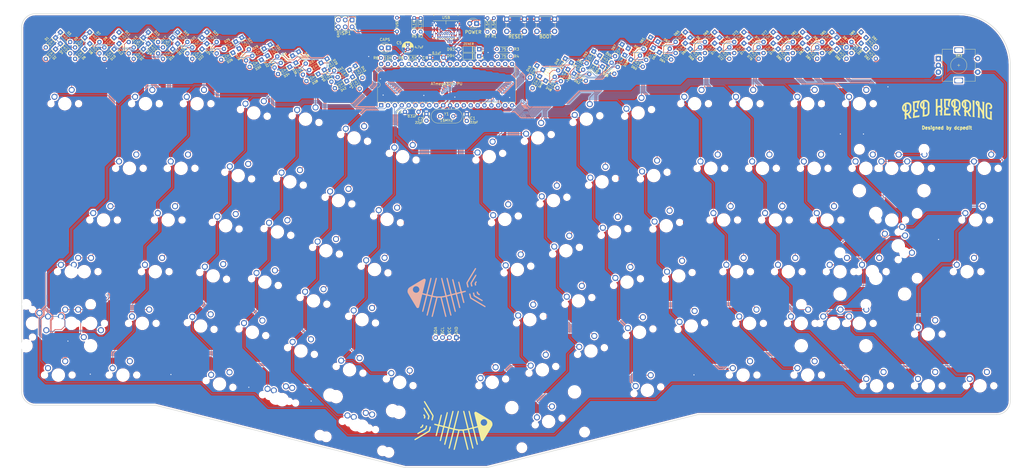
<source format=kicad_pcb>
(kicad_pcb (version 20211014) (generator pcbnew)
  (layers (0 "F.Cu" signal) (31 "B.Cu" signal) (34 "B.Paste" user) (35 "F.Paste" user) (36 "B.SilkS" user "B.Silkscreen") (37 "F.SilkS" user "F.Silkscreen") (38 "B.Mask" user) (39 "F.Mask" user) (44 "Edge.Cuts" user))
  (net 0 "")
  (net 1 "GND")
  (net 2 "boot")
  (net 3 "Net-(C1-Pad2)")
  (net 4 "Net-(C2-Pad2)")
  (net 5 "+5V")
  (net 6 "ROW0")
  (net 7 "Net-(D1-Pad2)")
  (net 8 "Net-(D2-Pad2)")
  (net 9 "Net-(D3-Pad2)")
  (net 10 "Net-(D4-Pad2)")
  (net 11 "Net-(D5-Pad2)")
  (net 12 "Net-(D6-Pad2)")
  (net 13 "Net-(D7-Pad2)")
  (net 14 "Net-(D8-Pad2)")
  (net 15 "Net-(D9-Pad2)")
  (net 16 "Net-(D10-Pad2)")
  (net 17 "Net-(D11-Pad2)")
  (net 18 "Net-(D12-Pad2)")
  (net 19 "Net-(D13-Pad2)")
  (net 20 "Net-(D14-Pad2)")
  (net 21 "Net-(D15-Pad2)")
  (net 22 "Net-(D16-Pad2)")
  (net 23 "ROW1")
  (net 24 "Net-(D17-Pad2)")
  (net 25 "Net-(D18-Pad2)")
  (net 26 "Net-(D19-Pad2)")
  (net 27 "Net-(D20-Pad2)")
  (net 28 "Net-(D21-Pad2)")
  (net 29 "Net-(D22-Pad2)")
  (net 30 "Net-(D23-Pad2)")
  (net 31 "Net-(D24-Pad2)")
  (net 32 "Net-(D25-Pad2)")
  (net 33 "Net-(D26-Pad2)")
  (net 34 "Net-(D27-Pad2)")
  (net 35 "Net-(D28-Pad2)")
  (net 36 "Net-(D29-Pad2)")
  (net 37 "Net-(D30-Pad2)")
  (net 38 "ROW2")
  (net 39 "Net-(D31-Pad2)")
  (net 40 "Net-(D32-Pad2)")
  (net 41 "Net-(D33-Pad2)")
  (net 42 "Net-(D34-Pad2)")
  (net 43 "Net-(D35-Pad2)")
  (net 44 "Net-(D36-Pad2)")
  (net 45 "Net-(D37-Pad2)")
  (net 46 "Net-(D38-Pad2)")
  (net 47 "Net-(D39-Pad2)")
  (net 48 "Net-(D40-Pad2)")
  (net 49 "Net-(D41-Pad2)")
  (net 50 "Net-(D42-Pad2)")
  (net 51 "Net-(D43-Pad2)")
  (net 52 "Net-(D44-Pad2)")
  (net 53 "Net-(D45-Pad2)")
  (net 54 "Net-(D46-Pad2)")
  (net 55 "ROW3")
  (net 56 "Net-(D47-Pad2)")
  (net 57 "Net-(D48-Pad2)")
  (net 58 "Net-(D49-Pad2)")
  (net 59 "Net-(D50-Pad2)")
  (net 60 "Net-(D51-Pad2)")
  (net 61 "Net-(D52-Pad2)")
  (net 62 "Net-(D53-Pad2)")
  (net 63 "Net-(D54-Pad2)")
  (net 64 "Net-(D55-Pad2)")
  (net 65 "Net-(D56-Pad2)")
  (net 66 "Net-(D57-Pad2)")
  (net 67 "Net-(D58-Pad2)")
  (net 68 "Net-(D59-Pad2)")
  (net 69 "Net-(D60-Pad2)")
  (net 70 "Net-(D61-Pad2)")
  (net 71 "ROW4")
  (net 72 "Net-(D62-Pad2)")
  (net 73 "Net-(D63-Pad2)")
  (net 74 "Net-(D64-Pad2)")
  (net 75 "Net-(D65-Pad2)")
  (net 76 "Net-(D66-Pad2)")
  (net 77 "Net-(D67-Pad2)")
  (net 78 "Net-(D68-Pad2)")
  (net 79 "Net-(D69-Pad2)")
  (net 80 "Net-(D70-Pad2)")
  (net 81 "Net-(D71-Pad2)")
  (net 82 "Net-(D72-Pad2)")
  (net 83 "Net-(D73-Pad2)")
  (net 84 "Net-(D74-Pad2)")
  (net 85 "Net-(D75-Pad2)")
  (net 86 "Net-(D76-Pad2)")
  (net 87 "ROW5")
  (net 88 "Net-(D77-Pad2)")
  (net 89 "Net-(D78-Pad2)")
  (net 90 "Net-(D79-Pad2)")
  (net 91 "Net-(D80-Pad2)")
  (net 92 "Net-(D81-Pad2)")
  (net 93 "Net-(D82-Pad2)")
  (net 94 "Net-(D83-Pad2)")
  (net 95 "Net-(D84-Pad2)")
  (net 96 "Net-(D85-Pad2)")
  (net 97 "Net-(D86-Pad2)")
  (net 98 "Net-(D87-Pad2)")
  (net 99 "Net-(D88-Pad2)")
  (net 100 "Net-(D89-Pad2)")
  (net 101 "Net-(D90-Pad2)")
  (net 102 "Net-(D93-Pad1)")
  (net 103 "Net-(D94-Pad1)")
  (net 104 "VCC")
  (net 105 "reset")
  (net 106 "MOSI")
  (net 107 "SCK")
  (net 108 "MISO")
  (net 109 "SDA")
  (net 110 "SCL")
  (net 111 "COL0")
  (net 112 "COL1")
  (net 113 "COL2")
  (net 114 "COL3")
  (net 115 "COL4")
  (net 116 "COL5")
  (net 117 "COL6")
  (net 118 "COL7")
  (net 119 "COL8")
  (net 120 "COL9")
  (net 121 "COL10")
  (net 122 "COL11")
  (net 123 "COL12")
  (net 124 "COL13")
  (net 125 "COL14")
  (net 126 "CAPSLOCK")
  (net 127 "Net-(POWER1-Pad1)")
  (net 128 "Net-(R2-Pad2)")
  (net 129 "D-")
  (net 130 "D+")
  (net 131 "Net-(R5-Pad2)")
  (net 132 "EN2")
  (net 133 "EN1")
  (net 134 "Net-(U1-Pad32)")
  (net 135 "Net-(USB1-PadB8)")
  (net 136 "Net-(USB1-PadA8)")
  (net 137 "Net-(CAPS1-Pad1)")
  (footprint "MX_Only:MXOnly-1U-NoLED" (layer "F.Cu") (at 22.225 247.65)
    (fp_text reference "MX615")
    (fp_text value "MX-NoLED")
  )
  (footprint "MX_Only:MXOnly-1U-NoLED" (layer "F.Cu") (at 51.943 247.65)
    (fp_text reference "MX101")
    (fp_text value "MX-NoLED")
  )
  (footprint "MX_Only:MXOnly-1U-NoLED" (layer "F.Cu") (at 178.672095 267.176666 14)
    (fp_text reference "MX107")
    (fp_text value "MX-NoLED")
  )
  (footprint "MX_Only:MXOnly-1U-NoLED" (layer "F.Cu") (at 196.580152 260.257537 14)
    (fp_text reference "MX108")
    (fp_text value "MX-NoLED")
  )
  (footprint "MX_Only:MXOnly-1U-NoLED" (layer "F.Cu") (at 214.488209 253.338408 14)
    (fp_text reference "MX109")
    (fp_text value "MX-NoLED")
  )
  (footprint "MX_Only:MXOnly-1U-NoLED" (layer "F.Cu") (at 233.548419 251.040313 14)
    (fp_text reference "MX110")
    (fp_text value "MX-NoLED")
  )
  (footprint "MX_Only:MXOnly-1U-NoLED" (layer "F.Cu") (at 46.0375 271.4625)
    (fp_text reference "MX201")
    (fp_text value "MX-NoLED")
  )
  (footprint "MX_Only:MXOnly-1U-NoLED" (layer "F.Cu") (at 65.0875 271.4625)
    (fp_text reference "MX202")
    (fp_text value "MX-NoLED")
  )
  (footprint "MX_Only:MXOnly-1U-NoLED" (layer "F.Cu") (at 184.43286 290.281833 14)
    (fp_text reference "MX207")
    (fp_text value "MX-NoLED")
  )
  (footprint "MX_Only:MXOnly-1U-NoLED" (layer "F.Cu") (at 202.340917 283.362704 14)
    (fp_text reference "MX208")
    (fp_text value "MX-NoLED")
  )
  (footprint "MX_Only:MXOnly-1U-NoLED" (layer "F.Cu") (at 220.248974 276.443575 14)
    (fp_text reference "MX209")
    (fp_text value "MX-NoLED")
  )
  (footprint "MX_Only:MXOnly-1U-NoLED" (layer "F.Cu") (at 239.309184 274.14548 14)
    (fp_text reference "MX210")
    (fp_text value "MX-NoLED")
  )
  (footprint "MX_Only:MXOnly-1.5U-NoLED" (layer "F.Cu") (at 36.5125 290.5125)
    (fp_text reference "MX301")
    (fp_text value "MX-NoLED")
  )
  (footprint "MX_Only:MXOnly-1U-NoLED" (layer "F.Cu") (at 60.325 290.5125)
    (fp_text reference "MX302")
    (fp_text value "MX-NoLED")
  )
  (footprint "MX_Only:MXOnly-1U-NoLED" (layer "F.Cu") (at 189.041472 308.765966 14)
    (fp_text reference "MX307")
    (fp_text value "MX-NoLED")
  )
  (footprint "MX_Only:MXOnly-1U-NoLED" (layer "F.Cu") (at 206.949529 301.846837 14)
    (fp_text reference "MX308")
    (fp_text value "MX-NoLED")
  )
  (footprint "MX_Only:MXOnly-1U-NoLED" (layer "F.Cu") (at 224.857586 294.927709 14)
    (fp_text reference "MX309")
    (fp_text value "MX-NoLED")
  )
  (footprint "MX_Only:MXOnly-1U-NoLED" (layer "F.Cu") (at 243.917796 292.629613 14)
    (fp_text reference "MX310")
    (fp_text value "MX-NoLED")
  )
  (footprint "MX_Only:MXOnly-1U-NoLED" (layer "F.Cu") (at 55.5625 309.5625)
    (fp_text reference "MX402")
    (fp_text value "MX-NoLED")
  )
  (footprint "MX_Only:MXOnly-1U-NoLED" (layer "F.Cu") (at 193.650084 327.2501 14)
    (fp_text reference "MX407")
    (fp_text value "MX-NoLED")
  )
  (footprint "MX_Only:MXOnly-1U-NoLED" (layer "F.Cu") (at 211.558141 320.330971 14)
    (fp_text reference "MX408")
    (fp_text value "MX-NoLED")
  )
  (footprint "MX_Only:MXOnly-1U-NoLED" (layer "F.Cu") (at 229.466198 313.411842 14)
    (fp_text reference "MX409")
    (fp_text value "MX-NoLED")
  )
  (footprint "MX_Only:MXOnly-1U-NoLED" (layer "F.Cu") (at 248.526408 311.113747 14)
    (fp_text reference "MX410")
    (fp_text value "MX-NoLED")
  )
  (footprint "MX_Only:MXOnly-1U-NoLED" (layer "F.Cu") (at 31.75 328.6125 180)
    (fp_text reference "MX501")
    (fp_text value "MX-NoLED")
  )
  (footprint "MX_Only:MXOnly-1U-NoLED" (layer "F.Cu") (at 50.8 328.6125)
    (fp_text reference "MX502")
    (fp_text value "MX-NoLED")
  )
  (footprint "MX_Only:MXOnly-1U-NoLED" (layer "F.Cu") (at 198.258696 345.734233 14)
    (fp_text reference "MX507")
    (fp_text value "MX-NoLED")
  )
  (footprint "MX_Only:MXOnly-1U-NoLED" (layer "F.Cu") (at 216.166753 338.815105 14)
    (fp_text reference "MX508")
    (fp_text value "MX-NoLED")
  )
  (footprint "MX_Only:MXOnly-1U-NoLED" (layer "F.Cu") (at 179.774563 350.342846 14)
    (fp_text reference "MX607")
    (fp_text value "MX-NoLED")
  )
  (footprint "MX_Only:MXOnly-1U-NoLED" (layer "F.Cu") (at 234.07481 331.895976 14)
    (fp_text reference "MX509")
    (fp_text value "MX-NoLED")
  )
  (footprint "MX_Only:MXOnly-1U-NoLED" (layer "F.Cu") (at 253.135021 329.59788 14)
    (fp_text reference "MX510")
    (fp_text value "MX-NoLED")
  )
  (footprint "MX_Only:MXOnly-1.25U-NoLED" (layer "F.Cu") (at 19.84375 347.6625)
    (fp_text reference "MX601")
    (fp_text value "MX-NoLED")
  )
  (footprint "MX_Only:MXOnly-1.25U-NoLED" (layer "F.Cu") (at 43.65625 347.6625)
    (fp_text reference "MX602")
    (fp_text value "MX-NoLED")
  )
  (footprint "MX_Only:MXOnly-2.75U-ReversedStabilizers-NoLED" (layer "F.Cu") (at 200.556792 364.794444 14)
    (fp_text reference "MX608")
    (fp_text value "MX-NoLED")
  )
  (footprint "MX_Only:MXOnly-1.25U-NoLED" (layer "F.Cu") (at 236.948982 353.266703 14)
    (fp_text reference "MX609")
    (fp_text value "MX-NoLED")
  )
  (footprint "MX_Only:MXOnly-1U-NoLED" (layer "F.Cu") (at 273.431 247.65)
    (fp_text reference "MX112")
    (fp_text value "MX-NoLED")
  )
  (footprint "MX_Only:MXOnly-1U-NoLED" (layer "F.Cu") (at 296.06875 247.65)
    (fp_text reference "MX113")
    (fp_text value "MX-NoLED")
  )
  (footprint "MX_Only:MXOnly-1U-NoLED" (layer "F.Cu") (at 336.55 271.4625)
    (fp_text reference "MX215")
    (fp_text value "MX-NoLED")
  )
  (footprint "MX_Only:MXOnly-1U-NoLED" (layer "F.Cu") (at 315.11875 247.65)
    (fp_text reference "MX114")
    (fp_text value "MX-NoLED")
  )
  (footprint "MX_Only:MXOnly-1U-NoLED" (layer "F.Cu") (at 279.4 271.4625)
    (fp_text reference "MX212")
    (fp_text value "MX-NoLED")
  )
  (footprint "MX_Only:MXOnly-1U-NoLED" (layer "F.Cu") (at 298.45 271.4625)
    (fp_text reference "MX213")
    (fp_text value "MX-NoLED")
  )
  (footprint "MX_Only:MXOnly-1U-NoLED" (layer "F.Cu") (at 284.1625 290.5125)
    (fp_text reference "MX312")
    (fp_text value "MX-NoLED")
  )
  (footprint "MX_Only:MXOnly-1U-NoLED" (layer "F.Cu") (at 317.5 271.4625)
    (fp_text reference "MX214")
    (fp_text value "MX-NoLED")
  )
  (footprint "MX_Only:MXOnly-1U-NoLED" (layer "F.Cu") (at 303.2125 290.5125)
    (fp_text reference "MX313")
    (fp_text value "MX-NoLED")
  )
  (footprint "MX_Only:MXOnly-1U-NoLED" (layer "F.Cu") (at 260.35 271.4625)
    (fp_text reference "MX211")
    (fp_text value "MX-NoLED")
  )
  (footprint "MX_Only:MXOnly-1U-NoLED" (layer "F.Cu") (at 265.1125 290.5125)
    (fp_text reference "MX311")
    (fp_text value "MX-NoLED")
  )
  (footprint "MX_Only:MXOnly-2U-NoLED" (layer "F.Cu") (at 327.025 271.4625)
    (fp_text reference "MX215.2")
    (fp_text value "MX-NoLED")
  )
  (footprint "MX_Only:MXOnly-1.5U-NoLED" (layer "F.Cu") (at 327.025 290.5125 180)
    (fp_text reference "MX314.150")
    (fp_text value "MX-NoLED")
  )
  (footprint "MX_Only:MXOnly-1U-NoLED" (layer "F.Cu") (at 269.875 309.5625)
    (fp_text reference "MX411")
    (fp_text value "MX-NoLED")
  )
  (footprint "MX_Only:MXOnly-1U-NoLED" (layer "F.Cu") (at 288.925 309.5625)
    (fp_text reference "MX412")
    (fp_text value "MX-NoLED")
  )
  (footprint "MX_Only:MXOnly-1U-NoLED" (layer "F.Cu") (at 307.975 309.5625)
    (fp_text reference "MX314")
    (fp_text value "MX-NoLED")
  )
  (footprint "MX_Only:MXOnly-2.25U-NoLED" (layer "F.Cu") (at 319.88125 309.5625)
    (fp_text reference "MX413.225")
    (fp_text value "MX-NoLED")
  )
  (footprint "MX_Only:MXOnly-1U-NoLED" (layer "F.Cu") (at 274.6375 328.6125)
    (fp_text reference "MX511")
    (fp_text value "MX-NoLED")
  )
  (footprint "MX_Only:MXOnly-1.25U-NoLED" (layer "F.Cu") (at 315.11875 328.6125)
    (fp_text reference "MX513")
    (fp_text value "MX-NoLED")
  )
  (footprint "MX_Only:MXOnly-1U-NoLED" (layer "F.Cu") (at 340.51875 351.63125)
    (fp_text reference "MX613")
    (fp_text value "MX-NoLED")
  )
  (footprint "MX_Only:MXOnly-2.25U-NoLED" (layer "F.Cu") (at 305.59375 328.6125)
    (fp_text reference "MX513.225")
    (fp_text value "MX-NoLED")
  )
  (footprint "MX_Only:MXOnly-1.25U-NoLED" (layer "F.Cu") (at 296.06875 347.6625)
    (fp_text reference "MX611")
    (fp_text value "MX-NoLED")
  )
  (footprint "MX_Only:MXOnly-ISO-ROTATED-ReversedStabilizers-NoLED" (layer "F.Cu") (at 329.40625 300.0375)
    (fp_text reference "MX413")
    (fp_text value "MX-NoLED")
  )
  (footprint "MX_Only:MXOnly-1U-NoLED" (layer "F.Cu") (at 293.6875 328.6125)
    (fp_text reference "MX512")
    (fp_text value "MX-NoLED")
  )
  (footprint "MX_Only:MXOnly-1U-NoLED" (layer "F.Cu") (at 321.46875 351.63125)
    (fp_text reference "MX612")
    (fp_text value "MX-NoLED")
  )
  (footprint "MX_Only:MXOnly-1.25U-NoLED" (layer "F.Cu") (at 272.25625 347.6625)
    (fp_text reference "MX610")
    (fp_text value "MX-NoLED")
  )
  (footprint "MX_Only:MXOnly-1U-NoLED" (layer "F.Cu") (at 110.949291 253.338408 -14)
    (fp_text reference "MX104")
    (fp_text value "MX-NoLED")
  )
  (footprint "MX_Only:MXOnly-1U-NoLED" (layer "F.Cu") (at 91.889081 251.040313 -14)
    (fp_text reference "MX103")
    (fp_text value "MX-NoLED")
  )
  (footprint "MX_Only:MXOnly-1U-NoLED" (layer "F.Cu") (at 146.765405 267.176666 -14)
    (fp_text reference "MX106")
    (fp_text value "MX-NoLED")
  )
  (footprint "MX_Only:MXOnly-1U-NoLED" (layer "F.Cu") (at 128.857348 260.257537 -14)
    (fp_text reference "MX105")
    (fp_text value "MX-NoLED")
  )
  (footprint "MX_Only:MXOnly-1U-NoLED" (layer "F.Cu") (at 105.188526 276.443575 -14)
    (fp_text reference "MX204")
    (fp_text value "MX-NoLED")
  )
  (footprint "MX_Only:MXOnly-1U-NoLED" (layer "F.Cu") (at 86.128316 274.14548 -14)
    (fp_text reference "MX203")
    (fp_text value "MX-NoLED")
  )
  (footprint "MX_Only:MXOnly-1U-NoLED" (layer "F.Cu") (at 141.00464 290.281833 -14)
    (fp_text reference "MX206")
    (fp_text value "MX-NoLED")
  )
  (footprint "MX_Only:MXOnly-1U-NoLED" (layer "F.Cu") (at 76.911092 311.113747 -14)
    (fp_text reference "MX403")
    (fp_text value "MX-NoLED")
  )
  (footprint "MX_Only:MXOnly-1U-NoLED" (layer "F.Cu") (at 131.787416 327.2501 -14)
    (fp_text reference "MX406")
    (fp_text value "MX-NoLED")
  )
  (footprint "MX_Only:MXOnly-1U-NoLED" (layer "F.Cu") (at 81.519704 292.629613 -14)
    (fp_text reference "MX303")
    (fp_text value "MX-NoLED")
  )
  (footprint "MX_Only:MXOnly-1U-NoLED" (layer "F.Cu") (at 118.487971 301.846837 -14)
    (fp_text reference "MX305")
    (fp_text value "MX-NoLED")
  )
  (footprint "MX_Only:MXOnly-1U-NoLED" (layer "F.Cu") (at 100.579914 294.927709 -14)
    (fp_text reference "MX304")
    (fp_text value "MX-NoLED")
  )
  (footprint "MX_Only:MXOnly-1U-NoLED" (layer "F.Cu") (at 95.971302 313.411842 -14)
    (fp_text reference "MX404")
    (fp_text value "MX-NoLED")
  )
  (footprint "MX_Only:MXOnly-1U-NoLED" (layer "F.Cu") (at 113.879359 320.330971 -14)
    (fp_text reference "MX405")
    (fp_text value "MX-NoLED")
  )
  (footprint "MX_Only:MXOnly-1U-NoLED" (layer "F.Cu") (at 136.396028 308.765966 -14)
    (fp_text reference "MX306")
    (fp_text value "MX-NoLED")
  )
  (footprint "MX_Only:MXOnly-1U-NoLED" (layer "F.Cu") (at 123.096583 283.362704 -14)
    (fp_text reference "MX205")
    (fp_text value "MX-NoLED")
  )
  (footprint "MX_Only:MXOnly-1U-NoLED" (layer "F.Cu") (at 72.302479 329.59788 -14)
    (fp_text reference "MX503")
    (fp_text value "MX-NoLED")
  )
  (footprint "MX_Only:MXOnly-1U-NoLED" (layer "F.Cu") (at 109.270747 338.815105 -14)
    (fp_text reference "MX505")
    (fp_text value "MX-NoLED")
  )
  (footprint "MX_Only:MXOnly-1U-NoLED" (layer "F.Cu") (at 145.662937 350.342846 -14)
    (fp_text reference "MX606")
    (fp_text value "MX-NoLED")
  )
  (footprint "MX_Only:MXOnly-1U-NoLED" (layer "F.Cu") (at 127.178804 345.734233 -14)
    (fp_text reference "MX506")
    (fp_text value "MX-NoLED")
  )
  (footprint "MX_Only:MXOnly-1.25U-NoLED" (layer "F.Cu") (at 102.351618 356.723162 -14)
    (fp_text reference "MX604")
    (fp_text value "MX-NoLED")
  )
  (footprint "MX_Only:MXOnly-2U-ReversedStabilizers-NoLED" (layer "F.Cu") (at 131.812258 366.522673 -14)
    (fp_text reference "MX605")
    (fp_text value "MX-NoLED")
  )
  (footprint "MX_Only:MXOnly-1.25U-NoLED" (layer "F.Cu") (at 79.246451 350.962397 -14)
    (fp_text reference "MX603")
    (fp_text value "MX-NoLED")
  )
  (footprint "MX_Only:MXOnly-1U-NoLED" (layer "F.Cu") (at 91.36269 331.895976 -14)
    (fp_text reference "MX504")
    (fp_text value "MX-NoLED")
  )
  (footprint "Custom_Footprints:SSD1306_OLED" (layer "F.Cu") (at 162.71875 316.111203 90)
    (fp_text reference "J2")
    (fp_text value "OLED")
  )
  (footprint "Diode_THT:D_DO-35_SOD27_P7.62mm_Horizontal" (layer "F.Cu") (at 174.950407 230.179675 180)
    (fp_text reference "D94")
    (fp_text value "3.6V")
  )
  (footprint "Resistor_THT:R_Axial_DIN0204_L3.6mm_D1.6mm_P5.08mm_Horizontal" (layer "F.Cu") (at 143.867157 230.782925 180)
    (fp_text reference "R6")
    (fp_text value "10K")
  )
  (footprint "cftkb:D_DO-35_SOD27_P5.08mm_Horizontal" (layer "F.Cu") (at 207.354004 229.920034 -121)
    (fp_text reference "D49")
    (fp_text value "D_Small")
  )
  (footprint "cftkb:D_DO-35_SOD27_P5.08mm_Horizontal" (layer "F.Cu") (at 208.346361 233.900162 -121)
    (fp_text reference "D50")
    (fp_text value "D_Small")
  )
  (footprint "cftkb:D_DO-35_SOD27_P5.08mm_Horizontal" (layer "F.Cu") (at 218.825555 231.287405 -121)
    (fp_text reference "D54")
    (fp_text value "D_Small")
  )
  (footprint "cftkb:D_DO-35_SOD27_P5.08mm_Horizontal" (layer "F.Cu") (at 208.853919 235.935868 -31)
    (fp_text reference "D52")
    (fp_text value "D_Small")
  )
  (footprint "cftkb:D_DO-35_SOD27_P5.08mm_Horizontal" (layer "F.Cu") (at 207.837847 231.860626 -31)
    (fp_text reference "D51")
    (fp_text value "D_Small")
  )
  (footprint "cftkb:D_DO-35_SOD27_P5.08mm_Horizontal" (layer "F.Cu") (at 217.833197 227.307278 -121)
    (fp_text reference "D53")
    (fp_text value "D_Small")
  )
  (footprint "cftkb:D_DO-35_SOD27_P5.08mm_Horizontal" (layer "F.Cu") (at 218.317042 229.24787 -31)
    (fp_text reference "D55")
    (fp_text value "D_Small")
  )
  (footprint "cftkb:D_DO-35_SOD27_P5.08mm_Horizontal" (layer "F.Cu") (at 219.333112 233.323111 -31)
    (fp_text reference "D56")
    (fp_text value "D_Small")
  )
  (footprint "cftkb:D_DO-35_SOD27_P5.08mm_Horizontal" (layer "F.Cu") (at 240.2915 228.097598 -31)
    (fp_text reference "D64")
    (fp_text value "D_Small")
  )
  (footprint "cftkb:D_DO-35_SOD27_P5.08mm_Horizontal" (layer "F.Cu") (at 198.374726 238.548625 -31)
    (fp_text reference "D48")
    (fp_text value "D_Small")
  )
  (footprint "cftkb:D_DO-35_SOD27_P5.08mm_Horizontal" (layer "F.Cu") (at 229.812306 230.710355 -31)
    (fp_text reference "D60")
    (fp_text value "D_Small")
  )
  (footprint "cftkb:D_DO-35_SOD27_P5.08mm_Horizontal" (layer "F.Cu") (at 229.304749 228.67465 -121)
    (fp_text reference "D58")
    (fp_text value "D_Small")
  )
  (footprint "cftkb:D_DO-35_SOD27_P5.08mm_Horizontal" (layer "F.Cu") (at 197.358654 234.473383 -31)
    (fp_text reference "D47")
    (fp_text value "D_Small")
  )
  (footprint "cftkb:D_DO-35_SOD27_P5.08mm_Horizontal" (layer "F.Cu") (at 251.864093 220.382761 -135)
    (fp_text reference "D65")
    (fp_text value "D_Small")
  )
  (footprint "cftkb:D_DO-35_SOD27_P5.08mm_Horizontal" (layer "F.Cu") (at 251.864093 224.484735 -135)
    (fp_text reference "D66")
    (fp_text value "D_Small")
  )
  (footprint "cftkb:D_DO-35_SOD27_P5.08mm_Horizontal" (layer "F.Cu") (at 262.664093 224.484735 -135)
    (fp_text reference "D70")
    (fp_text value "D_Small")
  )
  (footprint "cftkb:D_DO-35_SOD27_P5.08mm_Horizontal" (layer "F.Cu") (at 251.864093 226.582761 -45)
    (fp_text reference "D68")
    (fp_text value "D_Small")
  )
  (footprint "cftkb:D_DO-35_SOD27_P5.08mm_Horizontal" (layer "F.Cu") (at 251.864093 222.382761 -45)
    (fp_text reference "D67")
    (fp_text value "D_Small")
  )
  (footprint "cftkb:D_DO-35_SOD27_P5.08mm_Horizontal" (layer "F.Cu") (at 262.664093 220.382761 -135)
    (fp_text reference "D69")
    (fp_text value "D_Small")
  )
  (footprint "cftkb:D_DO-35_SOD27_P5.08mm_Horizontal" (layer "F.Cu") (at 262.664093 222.382761 -45)
    (fp_text reference "D71")
    (fp_text value "D_Small")
  )
  (footprint "cftkb:D_DO-35_SOD27_P5.08mm_Horizontal" (layer "F.Cu") (at 262.664093 226.582761 -45)
    (fp_text reference "D72")
    (fp_text value "D_Small")
  )
  (footprint "cftkb:D_DO-35_SOD27_P5.08mm_Horizontal" (layer "F.Cu") (at 284.264093 226.582761 -45)
    (fp_text reference "D80")
    (fp_text value "D_Small")
  )
  (footprint "cftkb:D_DO-35_SOD27_P5.08mm_Horizontal" (layer "F.Cu") (at 284.264093 224.484735 -135)
    (fp_text reference "D78")
    (fp_text value "D_Small")
  )
  (footprint "cftkb:D_DO-35_SOD27_P5.08mm_Horizontal" (layer "F.Cu") (at 273.464093 226.582761 -45)
    (fp_text reference "D76")
    (fp_text value "D_Small")
  )
  (footprint "cftkb:D_DO-35_SOD27_P5.08mm_Horizontal" (layer "F.Cu") (at 273.464093 224.484735 -135)
    (fp_text reference "D74")
    (fp_text value "D_Small")
  )
  (footprint "cftkb:D_DO-35_SOD27_P5.08mm_Horizontal" (layer "F.Cu") (at 273.464093 220.382761 -135)
    (fp_text reference "D73")
    (fp_text value "D_Small")
  )
  (footprint "cftkb:D_DO-35_SOD27_P5.08mm_Horizontal" (layer "F.Cu") (at 273.464093 222.382761 -45)
    (fp_text reference "D75")
    (fp_text value "D_Small")
  )
  (footprint "cftkb:D_DO-35_SOD27_P5.08mm_Horizontal" (layer "F.Cu") (at 284.264093 220.382761 -135)
    (fp_text reference "D77")
    (fp_text value "D_Small")
  )
  (footprint "cftkb:D_DO-35_SOD27_P5.08mm_Horizontal" (layer "F.Cu") (at 284.264093 222.382761 -45)
    (fp_text reference "D79")
    (fp_text value "D_Small")
  )
  (footprint "cftkb:D_DO-35_SOD27_P5.08mm_Horizontal" (layer "F.Cu") (at 305.864093 226.582761 -45)
    (fp_text reference "D88")
    (fp_text value "D_Small")
  )
  (footprint "cftkb:D_DO-35_SOD27_P5.08mm_Horizontal" (layer "F.Cu") (at 305.864093 224.484735 -135)
    (fp_text reference "D86")
    (fp_text value "D_Small")
  )
  (footprint "cftkb:D_DO-35_SOD27_P5.08mm_Horizontal" (layer "F.Cu") (at 295.064093 226.582761 -45)
    (fp_text reference "D84")
    (fp_text value "D_Small")
  )
  (footprint "cftkb:D_DO-35_SOD27_P5.08mm_Horizontal" (layer "F.Cu") (at 295.064093 224.484735 -135)
    (fp_text reference "D82")
    (fp_text value "D_Small")
  )
  (footprint "cftkb:D_DO-35_SOD27_P5.08mm_Horizontal" (layer "F.Cu") (at 295.064093 220.382761 -135)
    (fp_text reference "D81")
    (fp_text value "D_Small")
  )
  (footprint "cftkb:D_DO-35_SOD27_P5.08mm_Horizontal" (layer "F.Cu") (at 295.064093 222.382761 -45)
    (fp_text reference "D83")
    (fp_text value "D_Small")
  )
  (footprint "cftkb:D_DO-35_SOD27_P5.08mm_Horizontal" (layer "F.Cu") (at 305.864093 220.382761 -135)
    (fp_text reference "D85")
    (fp_text value "D_Small")
  )
  (footprint "cftkb:D_DO-35_SOD27_P5.08mm_Horizontal" (layer "F.Cu") (at 305.864093 222.382761 -45)
    (fp_text reference "D87")
    (fp_text value "D_Small")
  )
  (footprint "cftkb:D_DO-35_SOD27_P5.08mm_Horizontal" (layer "F.Cu") (at 316.664093 226.582761 -45)
    (fp_text reference "D92")
    (fp_text value "D_Small")
  )
  (footprint "cftkb:D_DO-35_SOD27_P5.08mm_Horizontal" (layer "F.Cu") (at 316.664093 224.484735 -135)
    (fp_text reference "D90")
    (fp_text value "D_Small")
  )
  (footprint "cftkb:D_DO-35_SOD27_P5.08mm_Horizontal" (layer "F.Cu") (at 316.664093 220.382761 -135)
    (fp_text reference "D89")
    (fp_text value "D_Small")
  )
  (footprint "cftkb:D_DO-35_SOD27_P5.08mm_Horizontal" (layer "F.Cu") (at 316.664093 222.382761 -45)
    (fp_text reference "D91")
    (fp_text value "D_Small")
  )
  (footprint "Crystal:Crystal_HC49-4H_Vertical" (layer "F.Cu") (at 165.425407 252.277675 180)
    (fp_text reference "Y1")
    (fp_text value "16Mhz")
  )
  (footprint "cftkb:polyfuse_5.1mm" (layer "F.Cu") (at 144.660907 218.505675 90)
    (fp_text reference "F1")
    (fp_text value "500mA")
  )
  (footprint "Resistor_THT:R_Axial_DIN0204_L3.6mm_D1.6mm_P5.08mm_Horizontal" (layer "F.Cu") (at 177.998407 221.162675 90)
    (fp_text reference "R7")
    (fp_text value "1.5K")
  )
  (footprint "Capacitor_THT:C_Disc_D3.0mm_W2.0mm_P2.50mm" (layer "F.Cu") (at 155.519407 251.420425 -90)
    (fp_text reference "C2")
    (fp_text value "22pF")
  )
  (footprint "Resistor_THT:R_Axial_DIN0204_L3.6mm_D1.6mm_P5.08mm_Horizontal" (layer "F.Cu") (at 186.570907 230.179675 180)
    (fp_text reference "R4")
    (fp_text value "75")
  )
  (footprint "Capacitor_THT:C_Disc_D4.3mm_W1.9mm_P5.00mm" (layer "F.Cu") (at 152.598407 250.626675 180)
    (fp_text reference "C3")
    (fp_text value "0.1uF")
  )
  (footprint "Resistor_THT:R_Axial_DIN0204_L3.6mm_D1.6mm_P5.08mm_Horizontal" (layer "F.Cu") (at 153.392157 216.014425 -90)
    (fp_text reference "R2")
    (fp_text value "5.1K")
  )
  (footprint "Resistor_THT:R_Axial_DIN0204_L3.6mm_D1.6mm_P5.08mm_Horizontal" (layer "F.Cu") (at 151.010907 216.014425 -90)
    (fp_text reference "R5")
    (fp_text value "5.1K")
  )
  (footprint "Resistor_THT:R_Axial_DIN0204_L3.6mm_D1.6mm_P5.08mm_Horizontal" (layer "F.Cu") (at 186.570907 227.544425 180)
    (fp_text reference "R3")
    (fp_text value "75")
  )
  (footprint "Diode_THT:D_DO-35_SOD27_P7.62mm_Horizontal" (layer "F.Cu") (at 174.950407 227.576175 180)
    (fp_text reference "D93")
    (fp_text value "3.6V")
  )
  (footprint "Package_DIP:DIP-40_W15.24mm" (layer "F.Cu") (at 138.818907 248.245425 90)
    (fp_text reference "U1" hide)
    (fp_text value "ATmega32A-PU")
  )
  (footprint "Button_Switch_THT:SW_PUSH_6mm" (layer "F.Cu") (at 196.254657 216.495425)
    (fp_text reference "BOOT")
    (fp_text value "SW_Push")
  )
  (footprint "Capacitor_THT:C_Disc_D4.3mm_W1.9mm_P5.00mm" (layer "F.Cu") (at 161.805907 230.687675 180)
    (fp_text reference "C4")
    (fp_text value "0.1uF")
  )
  (footprint "Button_Switch_THT:SW_PUSH_6mm" (layer "F.Cu") (at 185.142157 216.495425)
    (fp_text reference "RESET")
    (fp_text value "SW_Push")
  )
  (footprint "Resistor_THT:R_Axial_DIN0204_L3.6mm_D1.6mm_P5.08mm_Horizontal" (layer "F.Cu") (at 180.379657 216.082675 -90)
    (fp_text reference "R1")
    (fp_text value "1.5K")
  )
  (footprint "Capacitor_THT:CP_Radial_D4.0mm_P1.50mm" (layer "F.Cu") (at 148.629657 227.607925 90)
    (fp_text reference "C5")
    (fp_text value "4.7uF")
  )
  (footprint "MX_Only:MXOnly-1U-NoLED" (layer "F.Cu") (at 361.15625 271.4625)
    (fp_text reference "MX315")
    (fp_text value "MX-NoLED")
  )
  (footprint "MX_Only:MXOnly-1U-NoLED" (layer "F.Cu") (at 354.80625 309.5625)
    (fp_text reference "MX415")
    (fp_text value "MX-NoLED")
  )
  (footprint "cftkb:D_DO-35_SOD27_P5.08mm_Horizontal" (layer "F.Cu") (at 228.796234 226.635113 -31)
    (fp_text reference "D59")
    (fp_text value "D_Small")
  )
  (footprint "cftkb:D_DO-35_SOD27_P5.08mm_Horizontal" (layer "F.Cu") (at 238.791584 222.081765 -121)
    (fp_text reference "D61")
    (fp_text value "D_Small")
  )
  (footprint "cftkb:D_DO-35_SOD27_P5.08mm_Horizontal" (layer "F.Cu") (at 239.751617 224.143371 -31)
    (fp_text reference "D63")
    (fp_text value "D_Small")
  )
  (footprint "cftkb:D_DO-35_SOD27_P5.08mm_Horizontal" (layer "F.Cu") (at 239.783942 226.061893 -121)
    (fp_text reference "D62")
    (fp_text value "D_Small")
  )
  (footprint "cftkb:D_DO-35_SOD27_P5.08mm_Horizontal" (layer "F.Cu") (at 228.312391 224.694521 -121)
    (fp_text reference "D57")
    (fp_text value "D_Small")
  )
  (footprint "cftkb:D_DO-35_SOD27_P5.08mm_Horizontal" (layer "F.Cu") (at 197.915682 236.500822 -121)
    (fp_text reference "D46")
    (fp_text value "D_Small")
  )
  (footprint "cftkb:D_DO-35_SOD27_P5.08mm_Horizontal" (layer "F.Cu") (at 196.923325 232.520695 -121)
    (fp_text reference "D45")
    (fp_text value "D_Small")
  )
  (footprint "cftkb:D_DO-35_SOD27_P5.08mm_Horizontal" (layer "F.Cu") (at 62.904718 222.418676 -135)
    (fp_text reference "D17")
    (fp_text value "D_Small")
  )
  (footprint "cftkb:D_DO-35_SOD27_P5.08mm_Horizontal" (layer "F.Cu") (at 62.904718 220.418676 -45)
    (fp_text reference "D19")
    (fp_text value "D_Small")
  )
  (footprint "cftkb:D_DO-35_SOD27_P5.08mm_Horizontal" (layer "F.Cu") (at 127.208003 238.653334 -149)
    (fp_text reference "D42")
    (fp_text value "D_Small")
  )
  (footprint "cftkb:D_DO-35_SOD27_P5.08mm_Horizontal" (layer "F.Cu") (at 117.212653 234.099986 -59)
    (fp_text reference "D40")
    (fp_text value "D_Small")
  )
  (footprint "cftkb:D_DO-35_SOD27_P5.08mm_Horizontal" (layer "F.Cu") (at 52.104718 226.618676 -135)
    (fp_text reference "D14")
    (fp_text value "D_Small")
  )
  (footprint "cftkb:D_DO-35_SOD27_P5.08mm_Horizontal" (layer "F.Cu") (at 73.704718 222.418676 -135)
    (fp_text reference "D21")
    (fp_text value "D_Small")
  )
  (footprint "cftkb:D_DO-35_SOD27_P5.08mm_Horizontal" (layer "F.Cu") (at 73.704718 220.418676 -45)
    (fp_text reference "D23")
    (fp_text value "D_Small")
  )
  (footprint "cftkb:D_DO-35_SOD27_P5.08mm_Horizontal" (layer "F.Cu") (at 85.291226 228.202308 -149)
    (fp_text reference "D26")
    (fp_text value "D_Small")
  )
  (footprint "cftkb:D_DO-35_SOD27_P5.08mm_Horizontal" (layer "F.Cu") (at 97.270337 224.799231 -59)
    (fp_text reference "D31")
    (fp_text value "D_Small")
  )
  (footprint "cftkb:D_DO-35_SOD27_P5.08mm_Horizontal" (layer "F.Cu") (at 95.77042 230.815065 -149)
    (fp_text reference "D30")
    (fp_text value "D_Small")
  )
  (footprint "cftkb:D_DO-35_SOD27_P5.08mm_Horizontal" (layer "F.Cu") (at 96.786492 226.739823 -149)
    (fp_text reference "D29")
    (fp_text value "D_Small")
  )
  (footprint "cftkb:D_DO-35_SOD27_P5.08mm_Horizontal" (layer "F.Cu") (at 96.254265 228.874473 -59)
    (fp_text reference "D32")
    (fp_text value "D_Small")
  )
  (footprint "cftkb:D_DO-35_SOD27_P5.08mm_Horizontal" (layer "F.Cu") (at 106.249615 233.427821 -149)
    (fp_text reference "D34")
    (fp_text value "D_Small")
  )
  (footprint "cftkb:D_DO-35_SOD27_P5.08mm_Horizontal" (layer "F.Cu") (at 86.342231 224.166299 -149)
    (fp_text reference "D25")
    (fp_text value "D_Small")
  )
  (footprint "cftkb:D_DO-35_SOD27_P5.08mm_Horizontal" (layer "F.Cu") (at 86.791142 222.186475 -59)
    (fp_text reference "D27")
    (fp_text value "D_Small")
  )
  (footprint "cftkb:D_DO-35_SOD27_P5.08mm_Horizontal" (layer "F.Cu") (at 73.704718 224.618676 -45)
    (fp_text reference "D24")
    (fp_text value "D_Small")
  )
  (footprint "cftkb:D_DO-35_SOD27_P5.08mm_Horizontal" (layer "F.Cu") (at 85.77507 226.261716 -59)
    (fp_text reference "D28")
    (fp_text value "D_Small")
  )
  (footprint "cftkb:D_DO-35_SOD27_P5.08mm_Horizontal" (layer "F.Cu") (at 30.504718 226.618676 -135)
    (fp_text reference "D6")
    (fp_text value "D_Small")
  )
  (footprint "cftkb:D_DO-35_SOD27_P5.08mm_Horizontal" (layer "F.Cu") (at 30.504718 220.418676 -45)
    (fp_text reference "D7")
    (fp_text value "D_Small")
  )
  (footprint "cftkb:D_DO-35_SOD27_P5.08mm_Horizontal" (layer "F.Cu") (at 30.504718 224.618676 -45)
    (fp_text reference "D8")
    (fp_text value "D_Small")
  )
  (footprint "cftkb:D_DO-35_SOD27_P5.08mm_Horizontal" (layer "F.Cu") (at 41.304718 226.618676 -135)
    (fp_text reference "D10")
    (fp_text value "D_Small")
  )
  (footprint "cftkb:D_DO-35_SOD27_P5.08mm_Horizontal" (layer "F.Cu") (at 41.304718 222.418676 -135)
    (fp_text reference "D9")
    (fp_text value "D_Small")
  )
  (footprint "cftkb:D_DO-35_SOD27_P5.08mm_Horizontal" (layer "F.Cu") (at 41.304718 220.418676 -45)
    (fp_text reference "D11")
    (fp_text value "D_Small")
  )
  (footprint "cftkb:D_DO-35_SOD27_P5.08mm_Horizontal" (layer "F.Cu") (at 41.304718 224.618676 -45)
    (fp_text reference "D12")
    (fp_text value "D_Small")
  )
  (footprint "cftkb:D_DO-35_SOD27_P5.08mm_Horizontal" (layer "F.Cu") (at 19.704718 226.618676 -135)
    (fp_text reference "D2")
    (fp_text value "D_Small")
  )
  (footprint "cftkb:D_DO-35_SOD27_P5.08mm_Horizontal" (layer "F.Cu") (at 19.704718 222.418676 -135)
    (fp_text reference "D1")
    (fp_text value "D_Small")
  )
  (footprint "cftkb:D_DO-35_SOD27_P5.08mm_Horizontal" (layer "F.Cu") (at 19.704718 220.418676 -45)
    (fp_text reference "D3")
    (fp_text value "D_Small")
  )
  (footprint "cftkb:D_DO-35_SOD27_P5.08mm_Horizontal" (layer "F.Cu") (at 19.704718 224.618676 -45)
    (fp_text reference "D4")
    (fp_text value "D_Small")
  )
  (footprint "cftkb:D_DO-35_SOD27_P5.08mm_Horizontal" (layer "F.Cu") (at 30.504718 222.418676 -135)
    (fp_text reference "D5")
    (fp_text value "D_Small")
  )
  (footprint "cftkb:D_DO-35_SOD27_P5.08mm_Horizontal" (layer "F.Cu") (at 107.265687 229.352579 -149)
    (fp_text reference "D33")
    (fp_text value "D_Small")
  )
  (footprint "cftkb:D_DO-35_SOD27_P5.08mm_Horizontal" (layer "F.Cu") (at 107.749531 227.411987 -59)
    (fp_text reference "D35")
    (fp_text value "D_Small")
  )
  (footprint "cftkb:D_DO-35_SOD27_P5.08mm_Horizontal" (layer "F.Cu") (at 52.104718 224.618676 -45)
    (fp_text reference "D16")
    (fp_text value "D_Small")
  )
  (footprint "cftkb:D_DO-35_SOD27_P5.08mm_Horizontal" (layer "F.Cu") (at 62.904718 226.618676 -135)
    (fp_text reference "D18")
    (fp_text value "D_Small")
  )
  (footprint "cftkb:D_DO-35_SOD27_P5.08mm_Horizontal" (layer "F.Cu") (at 62.904718 224.618676 -45)
    (fp_text reference "D20")
    (fp_text value "D_Small")
  )
  (footprint "cftkb:D_DO-35_SOD27_P5.08mm_Horizontal" (layer "F.Cu") (at 127.643332 236.700647 -59)
    (fp_text reference "D44")
    (fp_text value "D_Small")
  )
  (footprint "cftkb:D_DO-35_SOD27_P5.08mm_Horizontal" (layer "F.Cu") (at 128.659403 232.625404 -59)
    (fp_text reference "D43")
    (fp_text value "D_Small")
  )
  (footprint "cftkb:D_DO-35_SOD27_P5.08mm_Horizontal" (layer "F.Cu") (at 117.744881 231.965336 -149)
    (fp_text reference "D37")
    (fp_text value "D_Small")
  )
  (footprint "cftkb:D_DO-35_SOD27_P5.08mm_Horizontal" (layer "F.Cu") (at 118.228724 230.024744 -59)
    (fp_text reference "D39")
    (fp_text value "D_Small")
  )
  (footprint "cftkb:D_DO-35_SOD27_P5.08mm_Horizontal" (layer "F.Cu") (at 128.224075 234.578092 -149)
    (fp_text reference "D41")
    (fp_text value "D_Small")
  )
  (footprint "cftkb:D_DO-35_SOD27_P5.08mm_Horizontal" (layer "F.Cu") (at 106.733459 231.487229 -59)
    (fp_text reference "D36")
    (fp_text value "D_Small")
  )
  (footprint "cftkb:D_DO-35_SOD27_P5.08mm_Horizontal" (layer "F.Cu") (at 116.728809 236.040578 -149)
    (fp_text reference "D38")
    (fp_text value "D_Small")
  )
  (footprint "cftkb:D_DO-35_SOD27_P5.08mm_Horizontal" (layer "F.Cu") (at 73.704718 226.618676 -135)
    (fp_text reference "D22")
    (fp_text value "D_Small")
  )
  (footprint "cftkb:D_DO-35_SOD27_P5.08mm_Horizontal" (layer "F.Cu") (at 52.104718 222.418676 -135)
    (fp_text reference "D13")
    (fp_text value "D_Small")
  )
  (footprint "cftkb:D_DO-35_SOD27_P5.08mm_Horizontal" (layer "F.Cu") (at 52.104718 220.418676 -45)
    (fp_text reference "D15")
    (fp_text value "D_Small")
  )
  (footprint "MX_Only:MXOnly-1U-NoLED" (layer "F.Cu") (at 357.98125 290.5125)
    (fp_text reference "MX414")
    (fp_text value "MX-NoLED")
  )
  (footprint "Capacitor_THT:C_Disc_D3.0mm_W2.0mm_P2.50mm" (layer "F.Cu") (at 170.378407 251.515675 -90)
    (fp_text reference "C1")
    (fp_text value "22pF")
  )
  (footprint "MX_Only:MXOnly-2.25U-ReversedStabilizers-NoLED" (layer "F.Cu") (at 129.49 365.94 -14)
    (fp_text reference "MX605.225")
    (fp_text value "MX-NoLED")
  )
  (footprint "MX_Only:MXOnly-1U-NoLED" (layer "F.Cu") (at 100.03 356.15 -14)
    (fp_text reference "MX604.1")
    (fp_text value "MX-NoLED")
  )
  (footprint "Type-C:USB_C_GCT_USB4085" (layer "F.Cu") (at 162.71875 217.04 180)
    (fp_text reference "USB")
    (fp_text value "USB_C_GCT_USB4085-Type-C")
  )
  (footprint "MX_Only:MXOnly-1U-NoLED" (layer "F.Cu") (at 70.993 247.65)
    (fp_text reference "MX102")
    (fp_text value "MX-NoLED")
  )
  (footprint "MX_Only:MXOnly-1U-NoLED" (layer "F.Cu") (at 254.381 247.65)
    (fp_text reference "MX111")
    (fp_text value "MX-NoLED")
  )
  (footprint "MX_Only:MXOnly-1U-NoLED" (layer "F.Cu") (at 340.51875 332.58125)
    (fp_text reference "MX514")
    (fp_text value "MX-NoLED")
  )
  (footprint "redherring:text_border" (layer "F.Cu") (at 347.345 249.936)
    (fp_text reference "G***" hide)
    (fp_text value "LOGO" hide)
  )
  (footprint "redherring:logo" (layer "F.Cu") (at 165.481 366.268)
    (fp_text reference "G***" hide)
    (fp_text value "LOGO" hide)
  )
  (footprint "redherring:knot_arrow_left" (layer "F.Cu") (at 105.41 222.504)
    (fp_text reference "G***" hide)
    (fp_text value "LOGO" hide)
  )
  (footprint "Connector_PinHeader_2.54mm:PinHeader_2x03_P2.54mm_Vertical" (layer "F.Cu") (at 128.119157 216.792936 -90)
    (fp_text reference "ISP1")
    (fp_text value "AVR-ISP-6")
  )
  (footprint "redherring:knot_arrow_right" (layer "F.Cu") (at 220.091 222.504)
    (fp_text reference "G***" hide)
    (fp_text value "LOGO" hide)
  )
  (footprint "redherring:red_herring_text" (layer "F.Cu") (at 347.43644 249.74296)
    (fp_text reference "G***" hide)
    (fp_text value "LOGO" hide)
  )
  (footprint "MX_Only:MXOnly-1.75U-NoLED" (layer "F.Cu") (at 24.60625 328.6125)
    (fp_text reference "MX501.175")
    (fp_text value "MX-NoLED")
  )
  (footprint "MX_Only:MXOnly-1U-NoLED" (layer "F.Cu") (at 359.56875 351.63125)
    (fp_text reference "MX614")
    (fp_text value "MX-NoLED")
  )
  (footprint "MX_Only:MXOnly-1U-NoLED" (layer "F.Cu") (at 10.31875 328.6125 -90)
    (fp_text reference "MX515")
    (fp_text value "MX-NoLED")
  )
  (footprint "MX_Only:MXOnly-2.25U-NoLED" (layer "F.Cu") (at 19.84375 328.6125)
    (fp_text reference "MX501.225")
    (fp_text value "MX-NoLED")
  )
  (footprint "Rotary_Encoder:RotaryEncoder_Alps_EC11E-Switch_Vertical_H20mm" (layer "F.Cu") (at 344.2208 231.013)
    (fp_text reference "SW3")
    (fp_text value "Rotary_Encoder_Switch")
  )
  (footprint "Resistor_THT:R_Axial_DIN0204_L3.6mm_D1.6mm_P5.08mm_Horizontal" (layer "F.Cu") (at 147.828 230.782925)
    (fp_text reference "R8")
    (fp_text value "1.5K")
  )
  (footprint "MX_Only:MXOnly-1.75U-NoLED" (layer "F.Cu") (at 29.36875 309.5625)
    (fp_text reference "MX401")
    (fp_text value "MX-NoLED")
  )
  (footprint "MX_Only:MXOnly-1.25U-NoLED" (layer "F.Cu") (at 24.60625 309.5625)
    (fp_text reference "MX401.125")
    (fp_text value "MX-NoLED")
  )
  (footprint "LED_THT:LED_D3.0mm_Clear" (layer "F.Cu") (at 141.478 227.076 180)
    (fp_text reference "CAPS")
    (fp_text value "LED")
  )
  (footprint "LED_THT:LED_D3.0mm_Clear" (layer "F.Cu") (at 174.029657 218.082925 180)
    (fp_text reference "POWER")
    (fp_text value "LED")
  )
  (footprint "redherring:logo" (layer "B.Cu") (at 162.941 317.246 180)
    (fp_text reference "G***" hide)
    (fp_text value "LOGO" hide)
  )
  (gr_arc (start 370.713 357.204) (mid 369.248534 360.739534) (end 365.713 362.204) (layer "Edge.Cuts") (width 0.2))
  (gr_arc (start 6.35 219.5) (mid 7.814466 215.964466) (end 11.35 214.5) (layer "Edge.Cuts") (width 0.2))
  (gr_arc (start 11.35 358.775) (mid 7.814466 357.310534) (end 6.35 353.775) (layer "Edge.Cuts") (width 0.2))
  (gr_line (start 11.35 214.5) (end 351.713 214.5) (layer "Edge.Cuts") (width 0.2))
  (gr_line (start 370.713 357.204) (end 370.713 233.5) (layer "Edge.Cuts") (width 0.2))
  (gr_line (start 365.713 362.204) (end 255.651 362.204) (layer "Edge.Cuts") (width 0.2))
  (gr_line (start 255.651 362.204) (end 177.75 381.75) (layer "Edge.Cuts") (width 0.2))
  (gr_line (start 177.75 381.75) (end 147.75 381.75) (layer "Edge.Cuts") (width 0.2))
  (gr_line (start 147.75 381.75) (end 55.499 358.775) (layer "Edge.Cuts") (width 0.2))
  (gr_line (start 6.35 219.5) (end 6.35 353.775) (layer "Edge.Cuts") (width 0.2))
  (gr_line (start 11.35 358.775) (end 55.499 358.775) (layer "Edge.Cuts") (width 0.2))
  (gr_arc (start 351.713 214.5) (mid 365.148029 220.064971) (end 370.713 233.5) (layer "Edge.Cuts") (width 0.2))
  (gr_text "ZENER" (at 171.076907 225.639425) (layer "F.SilkS") (effects (font (size 0.8 0.8))))
  (gr_text "Designed by dcpedit" (at 347.345 256.54) (layer "F.SilkS") (effects (font (size 1.2 1.2) (thickness 0.3))))
  (gr_text "GND" (at 123.0376 222.0214 90) (layer "F.SilkS") (effects (font (size 0.8 0.8))))
  (segment (start 156.805907 230.687675) (end 159.361157 230.687675) (width 0.381) (layer "F.Cu") (net 1))
  (segment (start 164.218907 247.007093) (end 165.989 245.237) (width 0.381) (layer "F.Cu") (net 1))
  (segment (start 159.73875 221.815) (end 159.73875 223.135) (width 0.381) (layer "F.Cu") (net 1))
  (segment (start 162.056646 250.407686) (end 156.532146 250.407686) (width 0.381) (layer "F.Cu") (net 1))
  (segment (start 167.04375 218.78) (end 167.04375 222.16) (width 0.381) (layer "F.Cu") (net 1))
  (segment (start 154.445825 226.107925) (end 148.629657 226.107925) (width 0.381) (layer "F.Cu") (net 1))
  (segment (start 159.361157 230.687675) (end 161.678907 233.005425) (width 0.381) (layer "F.Cu") (net 1))
  (segment (start 166.67375 222.16) (end 165.69375 223.14) (width 0.381) (layer "F.Cu") (net 1))
  (segment (start 158.168175 218.554425) (end 158.39375 218.78) (width 0.381) (layer "F.Cu") (net 1))
  (segment (start 158.39375 222.16) (end 154.445825 226.107925) (width 0.381) (layer "F.Cu") (net 1))
  (segment (start 158.39375 218.78) (end 158.39375 222.16) (width 0.381) (layer "F.Cu") (net 1))
  (segment (start 151.010907 216.014425) (end 153.392157 216.014425) (width 0.381) (layer "F.Cu") (net 1))
  (segment (start 164.218907 248.245425) (end 164.218907 247.007093) (width 0.381) (layer "F.Cu") (net 1))
  (segment (start 177.998407 216.082675) (end 169.741075 216.082675) (width 0.381) (layer "F.Cu") (net 1))
  (segment (start 196.254657 216.495425) (end 202.754657 216.495425) (width 0.381) (layer "F.Cu") (net 1))
  (segment (start 167.04375 222.16) (end 166.67375 222.16) (width 0.381) (layer "F.Cu") (net 1))
  (segment (start 165.69375 223.14) (end 165.69375 221.815) (width 0.381) (layer "F.Cu") (net 1))
  (segment (start 156.532146 250.407686) (end 155.519407 251.420425) (width 0.381) (layer "F.Cu") (net 1))
  (segment (start 185.142157 216.495425) (end 191.642157 216.495425) (width 0.381) (layer "F.Cu") (net 1))
  (segment (start 191.642157 216.495425) (end 196.254657 216.495425) (width 0.381) (layer "F.Cu") (net 1))
  (segment (start 164.218907 248.245425) (end 162.056646 250.407686) (width 0.381) (layer "F.Cu") (net 1))
  (segment (start 159.73875 221.815) (end 158.73875 221.815) (width 0.381) (layer "F.Cu") (net 1))
  (segment (start 169.741075 216.082675) (end 167.04375 218.78) (width 0.381) (layer "F.Cu") (net 1))
  (segment (start 158.73875 221.815) (end 158.39375 222.16) (width 0.381) (layer "F.Cu") (net 1))
  (segment (start 159.73875 223.135) (end 159.74375 223.14) (width 0.381) (layer "F.Cu") (net 1))
  (via (at 117.094 238.76) (size 0.8) (drill 0.4) (layers "F.Cu" "B.Cu") (net 1))
  (via (at 107.315 237.363) (size 0.8) (drill 0.4) (layers "F.Cu" "B.Cu") (net 1))
  (via (at 52.9082 229.1334) (size 0.8) (drill 0.4) (layers "F.Cu" "B.Cu") (net 1))
  (via (at 37.592 234.569) (size 0.8) (drill 0.4) (layers "F.Cu" "B.Cu") (net 1))
  (via (at 316.611 258.826) (size 0.8) (drill 0.4) (layers "F.Cu" "B.Cu") (net 1))
  (via (at 215.4428 230.124) (size 0.8) (drill 0.4) (layers "F.Cu" "B.Cu") (net 1))
  (via (at 59.7916 224.7646) (size 0.8) (drill 0.4) (layers "F.Cu" "B.Cu") (net 1))
  (via (at 90.043 352.171) (size 0.8) (drill 0.4) (layers "F.Cu" "B.Cu") (net 1))
  (via (at 207.391 239.522) (size 0.8) (drill 0.4) (layers "F.Cu" "B.Cu") (net 1))
  (via (at 154.559 244.602) (size 0.8) (drill 0.4) (layers "F.Cu" "B.Cu") (net 1))
  (via (at 165.989 245.237) (size 0.8) (drill 0.4) (layers "F.Cu" "B.Cu") (net 1))
  (via (at 254.127 347.599) (size 0.8) (drill 0.4) (layers "F.Cu" "B.Cu") (net 1))
  (via (at 325.628 241.427) (size 0.8) (drill 0.4) (layers "F.Cu" "B.Cu") (net 1))
  (via (at 162.687 253.746) (size 0.8) (drill 0.4) (layers "F.Cu" "B.Cu") (net 1))
  (via (at 31.623 347.345) (size 0.8) (drill 0.4) (layers "F.Cu" "B.Cu") (net 1))
  (via (at 222.4278 228.5746) (size 0.8) (drill 0.4) (layers "F.Cu" "B.Cu") (net 1))
  (via (at 139.573 244.475) (size 0.8) (drill 0.4) (layers "F.Cu" "B.Cu") (net 1))
  (via (at 113.03 357.251) (size 0.8) (drill 0.4) (layers "F.Cu" "B.Cu") (net 1))
  (via (at 134.239 230.251) (size 0.8) (drill 0.4) (layers "F.Cu" "B.Cu") (net 1))
  (via (at 178.2572 228.7778) (size 0.8) (drill 0.4) (layers "F.Cu" "B.Cu") (net 1))
  (via (at 205.74 236.6772) (size 0.8) (drill 0.4) (layers "F.Cu" "B.Cu") (net 1))
  (via (at 23.368 335.153) (size 0.8) (drill 0.4) (layers "F.Cu" "B.Cu") (net 1))
  (via (at 49.0474 224.8662) (size 0.8) (drill 0.4) (layers "F.Cu" "B.Cu") (net 1))
  (via (at 127.381 241.554) (size 0.8) (drill 0.4) (layers "F.Cu" "B.Cu") (net 1))
  (via (at 197.612 241.3) (size 0.8) (drill 0.4) (layers "F.Cu" "B.Cu") (net 1))
  (via (at 138.557 238.506) (size 0.8) (drill 0.4) (layers "F.Cu" "B.Cu") (net 1))
  (via (at 308.102 258.826) (size 0.8) (drill 0.4) (layers "F.Cu" "B.Cu") (net 1))
  (via (at 61.341 347.472) (size 0.8) (drill 0.4) (layers "F.Cu" "B.Cu") (net 1))
  (via (at 186.182 245.364) (size 0.8) (drill 0.4) (layers "F.Cu" "B.Cu") (net 1))
  (via (at 344.297 297.688) (size 0.8) (drill 0.4) (layers "F.Cu" "B.Cu") (net 1))
  (segment (start 164.218907 248.245425) (end 166.163482 250.19) (width 0.381) (layer "B.Cu") (net 1))
  (segment (start 177.841082 216.24) (end 177.998407 216.082675) (width 0.381) (layer "B.Cu") (net 1))
  (segment (start 158.39375 218.78) (end 167.04375 218.78) (width 0.381) (layer "B.Cu") (net 1))
  (segment (start 153.392157 216.014425) (end 155.628175 216.014425) (width 0.381) (layer "B.Cu") (net 1))
  (segment (start 166.163482 250.19) (end 169.052732 250.19) (width 0.381) (layer "B.Cu") (net 1))
  (segment (start 158.168175 218.554425) (end 158.39375 218.78) (width 0.381) (layer "B.Cu") (net 1))
  (segment (start 169.052732 250.19) (end 170.378407 251.515675) (width 0.381) (layer "B.Cu") (net 1))
  (segment (start 155.628175 216.014425) (end 158.39375 218.78) (width 0.381) (layer "B.Cu") (net 1))
  (segment (start 189.571832 236.615246) (end 181.998907 244.188171) (width 0.2032) (layer "F.Cu") (net 2))
  (segment (start 190.652097 222.605903) (end 188.23621 225.02179) (width 0.2032) (layer "F.Cu") (net 2))
  (segment (start 196.254657 220.995425) (end 194.644179 222.605903) (width 0.2032) (layer "F.Cu") (net 2))
  (segment (start 188.583148 230.481243) (end 189.571832 231.469926) (width 0.2032) (layer "F.Cu") (net 2))
  (segment (start 181.998907 244.188171) (end 181.998907 248.245425) (width 0.2032) (layer "F.Cu") (net 2))
  (segment (start 202.754657 220.995425) (end 196.254657 220.995425) (width 0.2032) (layer "F.Cu") (net 2))
  (segment (start 188.583148 228.416216) (end 188.583148 230.481243) (width 0.2032) (layer "F.Cu") (net 2))
  (segment (start 188.23621 225.02179) (end 188.23621 228.069279) (width 0.2032) (layer "F.Cu") (net 2))
  (segment (start 194.644179 222.605903) (end 190.652097 222.605903) (width 0.2032) (layer "F.Cu") (net 2))
  (segment (start 188.23621 228.069279) (end 188.583148 228.416216) (width 0.2032) (layer "F.Cu") (net 2))
  (segment (start 189.571832 231.469926) (end 189.571832 236.615246) (width 0.2032) (layer "F.Cu") (net 2))
  (segment (start 168.640407 252.277675) (end 170.378407 254.015675) (width 0.2032) (layer "F.Cu") (net 3))
  (segment (start 165.425407 252.277675) (end 169.298907 248.404175) (width 0.2032) (layer "F.Cu") (net 3))
  (segment (start 169.298907 248.404175) (end 169.298907 248.245425) (width 0.2032) (layer "F.Cu") (net 3))
  (segment (start 165.425407 252.277675) (end 168.640407 252.277675) (width 0.2032) (layer "F.Cu") (net 3))
  (segment (start 162.726657 252.277675) (end 166.758907 248.245425) (width 0.2032) (layer "F.Cu") (net 4))
  (segment (start 155.519407 253.920425) (end 158.902657 253.920425) (width 0.2032) (layer "F.Cu") (net 4))
  (segment (start 160.545407 252.277675) (end 162.726657 252.277675) (width 0.2032) (layer "F.Cu") (net 4))
  (segment (start 158.902657 253.920425) (end 160.545407 252.277675) (width 0.2032) (layer "F.Cu") (net 4))
  (segment (start 171.489657 218.082925) (end 172.780158 216.792424) (width 0.381) (layer "F.Cu") (net 5))
  (segment (start 152.598407 250.626675) (end 153.398406 249.826676) (width 0.381) (layer "F.Cu") (net 5))
  (segment (start 164.246033 255.7605) (end 167.37468 258.889147) (width 0.381) (layer "F.Cu") (net 5))
  (segment (start 143.867157 230.782925) (end 145.454657 230.782925) (width 0.381) (layer "F.Cu") (net 5))
  (segment (start 162.447453 335.407) (end 163.98875 333.865703) (width 0.381) (layer "F.Cu") (net 5))
  (segment (start 158.726157 227.607925) (end 148.629657 227.607925) (width 0.381) (layer "F.Cu") (net 5))
  (segment (start 152.598407 250.626675) (end 152.598407 254.036407) (width 0.381) (layer "F.Cu") (net 5))
  (segment (start 157.5125 334.6775) (end 158.242 335.407) (width 0.381) (layer "F.Cu") (net 5))
  (segment (start 161.805907 230.687675) (end 161.901157 230.687675) (width 0.381) (layer "F.Cu") (net 5))
  (segment (start 161.901157 230.687675) (end 164.218907 233.005425) (width 0.381) (layer "F.Cu") (net 5))
  (segment (start 153.398406 249.826676) (end 160.097656 249.826676) (width 0.381) (layer "F.Cu") (net 5))
  (segment (start 167.37468 258.889147) (end 167.37468 326.673601) (width 0.381) (layer "F.Cu") (net 5))
  (segment (start 177.292 218.059) (end 176.025424 216.792424) (width 0.381) (layer "F.Cu") (net 5))
  (segment (start 145.454657 230.782925) (end 148.629657 227.607925) (width 0.381) (layer "F.Cu") (net 5))
  (segment (start 144.660907 221.055675) (end 144.660907 224.670907) (width 0.381) (layer "F.Cu") (net 5))
  (segment (start 164.218907 245.705425) (end 161.678907 248.245425) (width 0.381) (layer "F.Cu") (net 5))
  (segment (start 180.379657 216.082675) (end 178.403332 218.059) (width 0.381) (layer "F.Cu") (net 5))
  (segment (start 147.597925 227.607925) (end 148.629657 227.607925) (width 0.381) (layer "F.Cu") (net 5))
  (segment (start 161.805907 230.687675) (end 158.726157 227.607925) (width 0.381) (layer "F.Cu") (net 5))
  (segment (start 172.780158 216.792424) (end 176.025424 216.792424) (width 0.381) (layer "F.Cu") (net 5))
  (segment (start 144.660907 224.670907) (end 147.597925 227.607925) (width 0.381) (layer "F.Cu") (net 5))
  (segment (start 171.489657 218.082925) (end 171.489657 221.003925) (width 0.381) (layer "F.Cu") (net 5))
  (segment (start 158.50211 331.90789) (end 157.5125 332.8975) (width 0.381) (layer "F.Cu") (net 5))
  (segment (start 157.5125 332.8975) (end 157.5125 334.6775) (width 0.381) (layer "F.Cu") (net 5))
  (segment (start 171.489657 221.003925) (end 161.805907 230.687675) (width 0.381) (layer "F.Cu") (net 5))
  (segment (start 154.3225 255.7605) (end 164.246033 255.7605) (width 0.381) (layer "F.Cu") (net 5))
  (segment (start 178.403332 218.059) (end 177.292 218.059) (width 0.381) (layer "F.Cu") (net 5))
  (segment (start 164.218907 233.005425) (end 164.218907 245.705425) (width 0.381) (layer "F.Cu") (net 5))
  (segment (start 162.140391 331.90789) (end 158.50211 331.90789) (width 0.381) (layer "F.Cu") (net 5))
  (segment (start 158.242 335.407) (end 162.447453 335.407) (width 0.381) (layer "F.Cu") (net 5))
  (segment (start 160.097656 249.826676) (end 161.678907 248.245425) (width 0.381) (layer "F.Cu") (net 5))
  (segment (start 167.37468 326.673601) (end 162.140391 331.90789) (width 0.381) (layer "F.Cu") (net 5))
  (segment (start 152.598407 254.036407) (end 154.3225 255.7605) (width 0.381) (layer "F.Cu") (net 5))
  (segment (start 129.841896 221.055675) (end 128.119157 219.332936) (width 0.381) (layer "B.Cu") (net 5))
  (segment (start 161.678907 248.245425) (end 162.306 248.872518) (width 0.381) (layer "B.Cu") (net 5))
  (segment (start 144.660907 221.055675) (end 129.841896 221.055675) (width 0.381) (layer "B.Cu") (net 5))
  (segment (start 136.300606 240.186607) (end 135.23905 239.12505) (width 0.2032) (layer "F.Cu") (net 6))
  (segment (start 130.547208 230.298583) (end 122.85403 230.298582) (width 0.2032) (layer "F.Cu") (net 6))
  (segment (start 166.019556 234.315) (end 165.114227 235.220329) (width 0.2032) (layer "F.Cu") (net 6))
  (segment (start 122.85403 230.298582) (end 121.463 228.907552) (width 0.2032) (layer "F.Cu") (net 6))
  (segment (start 165.114227 239.59699) (end 165.634153 240.116916) (width 0.2032) (layer "F.Cu") (net 6))
  (segment (start 109.911314 230.008274) (end 109.49652 229.59348) (width 0.2032) (layer "F.Cu") (net 6))
  (segment (start 167.989332 234.315) (end 166.019556 234.315) (width 0.2032) (layer "F.Cu") (net 6))
  (segment (start 133.766312 233.517687) (end 130.547208 230.298583) (width 0.2032) (layer "F.Cu") (net 6))
  (segment (start 197.384107 231.403505) (end 198.981182 233.00058) (width 0.2032) (layer "F.Cu") (net 6))
  (segment (start 195.500971 231.403504) (end 197.384107 231.403505) (width 0.2032) (layer "F.Cu") (net 6))
  (segment (start 117.049435 230.008274) (end 109.911314 230.008274) (width 0.2032) (layer "F.Cu") (net 6))
  (segment (start 135.23905 234.990419) (end 133.766317 233.517687) (width 0.2032) (layer "F.Cu") (net 6))
  (segment (start 169.298907 233.005425) (end 167.989332 234.315) (width 0.2032) (layer "F.Cu") (net 6))
  (segment (start 135.23905 239.12505) (end 135.23905 234.990419) (width 0.2032) (layer "F.Cu") (net 6))
  (segment (start 165.114227 235.220329) (end 165.114227 239.59699) (width 0.2032) (layer "F.Cu") (net 6))
  (segment (start 189.975042 237.672397) (end 189.975042 236.929433) (width 0.2032) (layer "F.Cu") (net 6))
  (segment (start 186.983146 240.196146) (end 187.451293 240.196146) (width 0.2032) (layer "F.Cu") (net 6))
  (segment (start 109.49652 229.59348) (end 108.403629 228.500589) (width 0.2032) (layer "F.Cu") (net 6))
  (segment (start 118.150156 228.907552) (end 117.049435 230.008274) (width 0.2032) (layer "F.Cu") (net 6))
  (segment (start 198.981182 233.00058) (end 204.707962 233.00058) (width 0.2032) (layer "F.Cu") (net 6))
  (segment (start 141.194393 240.186607) (end 136.300606 240.186607) (width 0.2032) (layer "F.Cu") (net 6))
  (segment (start 189.975042 236.929433) (end 195.500971 231.403504) (width 0.2032) (layer "F.Cu") (net 6))
  (segment (start 187.451293 240.196146) (end 189.975042 237.672397) (width 0.2032) (layer "F.Cu") (net 6))
  (segment (start 133.766317 233.517687) (end 133.766312 233.517687) (width 0.2032) (layer "F.Cu") (net 6))
  (segment (start 204.707962 233.00058) (end 206.699906 231.008636) (width 0.2032) (layer "F.Cu") (net 6))
  (segment (start 121.463 228.907552) (end 118.150156 228.907552) (width 0.2032) (layer "F.Cu") (net 6))
  (via (at 141.194393 240.186607) (size 0.8) (drill 0.4) (layers "F.Cu" "B.Cu") (net 6))
  (via (at 186.983146 240.196146) (size 0.8) (drill 0.4) (layers "F.Cu" "B.Cu") (net 6))
  (via (at 165.634153 240.116916) (size 0.8) (drill 0.4) (layers "F.Cu" "B.Cu") (net 6))
  (segment (start 79.413492 222.913492) (end 79.775077 223.275077) (width 0.2032) (layer "B.Cu") (net 6))
  (segment (start 294.166067 221.280787) (end 292.569277 222.877577) (width 0.2032) (layer "B.Cu") (net 6))
  (segment (start 74.602744 221.316702) (end 76.199534 222.913492) (width 0.2032) (layer "B.Cu") (net 6))
  (segment (start 263.32521 221.280787) (end 261.766067 221.280787) (width 0.2032) (layer "B.Cu") (net 6))
  (segment (start 273.920033 221.280787) (end 272.566067 221.280787) (width 0.2032) (layer "B.Cu") (net 6))
  (segment (start 260.169277 222.877577) (end 254 222.877577) (width 0.2032) (layer "B.Cu") (net 6))
  (segment (start 284.91521 221.280787) (end 283.366067 221.280787) (width 0.2032) (layer "B.Cu") (net 6))
  (segment (start 141.203932 240.196146) (end 141.194393 240.186607) (width 0.2032) (layer "B.Cu") (net 6))
  (segment (start 74.602744 221.316702) (end 73.248778 221.316702) (width 0.2032) (layer "B.Cu") (net 6))
  (segment (start 165.564462 240.186607) (end 165.634153 240.116916) (width 0.2032) (layer "B.Cu") (net 6))
  (segment (start 73.248778 221.316702) (end 71.651988 222.913492) (width 0.2032) (layer "B.Cu") (net 6))
  (segment (start 60.383494 222.510282) (end 56.583506 222.510282) (width 0.2032) (layer "B.Cu") (net 6))
  (segment (start 228.223944 223.980539) (end 230.263371 226.019966) (width 0.2032) (layer "B.Cu") (net 6))
  (segment (start 286.512 222.877577) (end 284.91521 221.280787) (width 0.2032) (layer "B.Cu") (net 6))
  (segment (start 208.19986 230.71214) (end 212.494604 230.71214) (width 0.2032) (layer "B.Cu") (net 6))
  (segment (start 108.403629 228.500589) (end 101.764976 228.500589) (width 0.2032) (layer "B.Cu") (net 6))
  (segment (start 79.775077 223.275077) (end 80.051723 223.275077) (width 0.2032) (layer "B.Cu") (net 6))
  (segment (start 235.287887 226.019966) (end 238.137486 223.170367) (width 0.2032) (layer "B.Cu") (net 6))
  (segment (start 141.194393 240.186607) (end 165.564462 240.186607) (width 0.2032) (layer "B.Cu") (net 6))
  (segment (start 207.903364 231.008636) (end 208.19986 230.71214) (width 0.2032) (layer "B.Cu") (net 6))
  (segment (start 227.092642 223.980539) (end 228.223944 223.980539) (width 0.2032) (layer "B.Cu") (net 6))
  (segment (start 206.699906 231.008636) (end 207.903364 231.008636) (width 0.2032) (layer "B.Cu") (net 6))
  (segment (start 52.584707 219.480511) (end 49.554936 222.510282) (width 0.2032) (layer "B.Cu") (net 6))
  (segment (start 303.369277 222.877577) (end 297.434 222.877577) (width 0.2032) (layer "B.Cu") (net 6))
  (segment (start 246.596697 223.368078) (end 245.570516 224.394259) (width 0.2032) (layer "B.Cu") (net 6))
  (segment (start 245.570516 224.394259) (end 242.235019 224.394259) (width 0.2032) (layer "B.Cu") (net 6))
  (segment (start 224.479886 226.593296) (end 227.092642 223.980539) (width 0.2032) (layer "B.Cu") (net 6))
  (segment (start 63.802744 221.316702) (end 61.577074 221.316702) (width 0.2032) (layer "B.Cu") (net 6))
  (segment (start 186.983146 240.196146) (end 165.713383 240.196146) (width 0.2032) (layer "B.Cu") (net 6))
  (segment (start 250.966067 221.280787) (end 248.878776 223.368078) (width 0.2032) (layer "B.Cu") (net 6))
  (segment (start 43.396324 222.510282) (end 42.202744 221.316702) (width 0.2032) (layer "B.Cu") (net 6))
  (segment (start 242.235019 224.394259) (end 241.011127 223.170367) (width 0.2032) (layer "B.Cu") (net 6))
  (segment (start 101.764976 228.500589) (end 101.528781 228.264393) (width 0.2032) (layer "B.Cu") (net 6))
  (segment (start 212.494604 230.71214) (end 216.613448 226.593296) (width 0.2032) (layer "B.Cu") (net 6))
  (segment (start 71.651988 222.913492) (end 65.399534 222.913492) (width 0.2032) (layer "B.Cu") (net 6))
  (segment (start 306.887052 221.847806) (end 305.533086 221.847806) (width 0.2032) (layer "B.Cu") (net 6))
  (segment (start 91.285781 225.887833) (end 88.673025 223.275077) (width 0.2032) (layer "B.Cu") (net 6))
  (segment (start 270.969277 222.877577) (end 264.922 222.877577) (width 0.2032) (layer "B.Cu") (net 6))
  (segment (start 283.366067 221.280787) (end 281.769277 222.877577) (width 0.2032) (layer "B.Cu") (net 6))
  (segment (start 101.528781 228.264393) (end 99.152221 225.887833) (width 0.2032) (layer "B.Cu") (net 6))
  (segment (start 65.399534 222.913492) (end 63.802744 221.316702) (width 0.2032) (layer "B.Cu") (net 6))
  (segment (start 97.924435 225.887833) (end 91.285781 225.887833) (width 0.2032) (layer "B.Cu") (net 6))
  (segment (start 165.713383 240.196146) (end 165.634153 240.116916) (width 0.2032) (layer "B.Cu") (net 6))
  (segment (start 275.516823 222.877577) (end 273.920033 221.280787) (width 0.2032) (layer "B.Cu") (net 6))
  (segment (start 248.878776 223.368078) (end 246.596697 223.368078) (width 0.2032) (layer "B.Cu") (net 6))
  (segment (start 76.199534 222.913492) (end 79.413492 222.913492) (width 0.2032) (layer "B.Cu") (net 6))
  (segment (start 281.769277 222.877577) (end 275.516823 222.877577) (width 0.2032) (layer "B.Cu") (net 6))
  (segment (start 53.553735 219.480511) (end 52.584707 219.480511) (width 0.2032) (layer "B.Cu") (net 6))
  (segment (start 305.533086 221.847806) (end 304.966067 221.280787) (width 0.2032) (layer "B.Cu") (net 6))
  (segment (start 56.583506 222.510282) (end 53.553735 219.480511) (width 0.2032) (layer "B.Cu") (net 6))
  (segment (start 261.766067 221.280787) (end 260.169277 222.877577) (width 0.2032) (layer "B.Cu") (net 6))
  (segment (start 230.263371 226.019966) (end 235.287887 226.019966) (width 0.2032) (layer "B.Cu") (net 6))
  (segment (start 88.673025 223.275077) (end 87.44524 223.275077) (width 0.2032) (layer "B.Cu") (net 6))
  (segment (start 216.613448 226.593296) (end 224.479886 226.593296) (width 0.2032) (layer "B.Cu") (net 6))
  (segment (start 49.554936 222.510282) (end 43.396324 222.510282) (width 0.2032) (layer "B.Cu") (net 6))
  (segment (start 99.152221 225.887833) (end 97.924435 225.887833) (width 0.2032) (layer "B.Cu") (net 6))
  (segment (start 254 222.877577) (end 252.40321 221.280787) (width 0.2032) (layer "B.Cu") (net 6))
  (segment (start 297.434 222.877577) (end 295.83721 221.280787) (width 0.2032) (layer "B.Cu") (net 6))
  (segment (start 264.922 222.877577) (end 263.32521 221.280787) (width 0.2032) (layer "B.Cu") (net 6))
  (segment (start 314.034854 223.012) (end 308.051246 223.012) (width 0.2032) (layer "B.Cu") (net 6))
  (segment (start 308.051246 223.012) (end 306.887052 221.847806) (width 0.2032) (layer "B.Cu") (net 6))
  (segment (start 292.569277 222.877577) (end 286.512 222.877577) (width 0.2032) (layer "B.Cu") (net 6))
  (segment (start 241.011127 223.170367) (end 238.137486 223.170367) (width 0.2032) (layer "B.Cu") (net 6))
  (segment (start 61.577074 221.316702) (end 60.383494 222.510282) (width 0.2032) (layer "B.Cu") (net 6))
  (segment (start 252.40321 221.280787) (end 250.966067 221.280787) (width 0.2032) (layer "B.Cu") (net 6))
  (segment (start 87.44524 223.275077) (end 80.051723 223.275077) (width 0.2032) (layer "B.Cu") (net 6))
  (segment (start 272.566067 221.280787) (end 270.969277 222.877577) (width 0.2032) (layer "B.Cu") (net 6))
  (segment (start 315.766067 221.280787) (end 314.034854 223.012) (width 0.2032) (layer "B.Cu") (net 6))
  (segment (start 295.83721 221.280787) (end 294.166067 221.280787) (width 0.2032) (layer "B.Cu") (net 6))
  (segment (start 304.966067 221.280787) (end 303.369277 222.877577) (width 0.2032) (layer "B.Cu") (net 6))
  (segment (start 186.973607 240.186607) (end 186.983146 240.196146) (width 0.2032) (layer "B.Cu") (net 6))
  (segment (start 24.765 234.185448) (end 22.862552 232.283) (width 0.2032) (layer "F.Cu") (net 7))
  (segment (start 22.862552 232.283) (end 14.732 232.283) (width 0.2032) (layer "F.Cu") (net 7))
  (segment (start 24.765 242.57) (end 24.765 234.185448) (width 0.2032) (layer "F.Cu") (net 7))
  (segment (start 14.000697 228.122697) (end 14.000697 231.551697) (width 0.2032) (layer "F.Cu") (net 7))
  (segment (start 14.732 232.283) (end 14.000697 231.551697) (width 0.2032) (layer "F.Cu") (net 7))
  (segment (start 15.21459 226.908804) (end 14.000697 228.122697) (width 0.2032) (layer "F.Cu") (net 7))
  (segment (start 12.7 332.89875) (end 12.7 326.75512) (width 0.2032) (layer "F.Cu") (net 8))
  (segment (start 12.7 326.75512) (end 11.432149 325.487269) (width 0.2032) (layer "F.Cu") (net 8))
  (segment (start 11.432149 324.160471) (end 13.03345 322.55917) (width 0.2032) (layer "F.Cu") (net 8))
  (segment (start 34.17895 278.94593) (end 34.17895 269.293929) (width 0.2032) (layer "F.Cu") (net 8))
  (segment (start 21.09795 292.026929) (end 34.17895 278.94593) (width 0.2032) (layer "F.Cu") (net 8))
  (segment (start 30.988 233.934) (end 25.083776 233.934) (width 0.2032) (layer "F.Cu") (net 8))
  (segment (start 23.029567 231.87979) (end 15.97979 231.87979) (width 0.2032) (layer "F.Cu") (net 8))
  (segment (start 11.432149 325.487269) (end 11.432149 324.160471) (width 0.2032) (layer "F.Cu") (net 8))
  (segment (start 13.03345 322.55917) (end 13.03345 307.330429) (width 0.2032) (layer "F.Cu") (net 8))
  (segment (start 15.97979 231.87979) (end 15.21459 231.11459) (width 0.2032) (layer "F.Cu") (net 8))
  (segment (start 38.49695 241.44295) (end 30.988 233.934) (width 0.2032) (layer "F.Cu") (net 8))
  (segment (start 21.09795 299.26593) (end 21.09795 292.026929) (width 0.2032) (layer "F.Cu") (net 8))
  (segment (start 34.17895 269.293929) (end 38.49695 264.975929) (width 0.2032) (layer "F.Cu") (net 8))
  (segment (start 15.21459 231.11459) (end 15.21459 231.108804) (width 0.2032) (layer "F.Cu") (net 8))
  (segment (start 25.083776 233.934) (end 23.029567 231.87979) (width 0.2032) (layer "F.Cu") (net 8))
  (segment (start 22.38375 342.5825) (end 12.7 332.89875) (width 0.2032) (layer "F.Cu") (net 8))
  (segment (start 13.03345 307.330429) (end 16.48144 303.88244) (width 0.2032) (layer "F.Cu") (net 8))
  (segment (start 16.48144 303.88244) (end 21.09795 299.26593) (width 0.2032) (layer "F.Cu") (net 8))
  (segment (start 38.49695 264.975929) (end 38.49695 241.44295) (width 0.2032) (layer "F.Cu") (net 8))
  (segment (start 34.58216 279.112944) (end 34.58216 269.460942) (width 0.2032) (layer "F.Cu") (net 9))
  (segment (start 22.225 230.505) (end 22.225 226.87865) (width 0.2032) (layer "F.Cu") (net 9))
  (segment (start 14.285351 324.165351) (end 13.43666 323.31666) (width 0.2032) (layer "F.Cu") (net 9))
  (segment (start 38.90016 265.142943) (end 38.90016 241.275936) (width 0.2032) (layer "F.Cu") (net 9))
  (segment (start 21.527373 341.155899) (end 13.10321 332.731736) (width 0.2032) (layer "F.Cu") (net 9))
  (segment (start 44.24996 340.63621) (end 34.52179 340.63621) (width 0.2032) (layer "F.Cu") (net 9))
  (segment (start 38.90016 241.275936) (end 31.155015 233.530791) (width 0.2032) (layer "F.Cu") (net 9))
  (segment (start 34.002101 341.155899) (end 21.527373 341.155899) (width 0.2032) (layer "F.Cu") (net 9))
  (segment (start 21.50116 292.193944) (end 34.58216 279.112944) (width 0.2032) (layer "F.Cu") (net 9))
  (segment (start 34.58216 269.460942) (end 38.90016 265.142943) (width 0.2032) (layer "F.Cu") (net 9))
  (segment (start 25.25079 233.53079) (end 22.225 230.505) (width 0.2032) (layer "F.Cu") (net 9))
  (segment (start 13.10321 326.588105) (end 14.285351 325.405964) (width 0.2032) (layer "F.Cu") (net 9))
  (segment (start 34.52179 340.63621) (end 34.002101 341.155899) (width 0.2032) (layer "F.Cu") (net 9))
  (segment (start 13.10321 332.731736) (end 13.10321 326.588105) (width 0.2032) (layer "F.Cu") (net 9))
  (segment (start 46.19625 342.5825) (end 44.24996 340.63621) (width 0.2032) (layer "F.Cu") (net 9))
  (segment (start 21.50116 299.432944) (end 21.50116 292.193944) (width 0.2032) (layer "F.Cu") (net 9))
  (segment (start 14.285351 325.405964) (end 14.285351 324.165351) (width 0.2032) (layer "F.Cu") (net 9))
  (segment (start 22.225 226.87865) (end 24.194846 224.908804) (width 0.2032) (layer "F.Cu") (net 9))
  (segment (start 31.155015 233.530791) (end 25.25079 233.53079) (width 0.2032) (layer "F.Cu") (net 9))
  (segment (start 13.43666 323.31666) (end 13.43666 307.497444) (width 0.2032) (layer "F.Cu") (net 9))
  (segment (start 13.43666 307.497444) (end 21.50116 299.432944) (width 0.2032) (layer "F.Cu") (net 9))
  (segment (start 104.296676 352.408541) (end 103.723514 351.835379) (width 0.2032) (layer "F.Cu") (net 10))
  (segment (start 39.70658 240.941908) (end 39.70658 265.476971) (width 0.2032) (layer "F.Cu") (net 10))
  (segment (start 15.87245 324.612) (end 14.24308 322.98263) (width 0.2032) (layer "F.Cu") (net 10))
  (segment (start 17.460351 325.387731) (end 16.68462 324.612) (width 0.2032) (layer "F.Cu") (net 10))
  (segment (start 24.194846 229.108804) (end 24.194846 231.334398) (width 0.2032) (layer "F.Cu") (net 10))
  (segment (start 25.584818 232.72437) (end 30.865408 232.72437) (width 0.2032) (layer "F.Cu") (net 10))
  (segment (start 106.045132 352.408541) (end 104.296676 352.408541) (width 0.2032) (layer "F.Cu") (net 10))
  (segment (start 39.70658 265.476971) (end 35.38858 269.79497) (width 0.2032) (layer "F.Cu") (net 10))
  (segment (start 16.68462 324.612) (end 15.87245 324.612) (width 0.2032) (layer "F.Cu") (net 10))
  (segment (start 96.118428 344.230293) (end 81.092706 344.230293) (width 0.2032) (layer "F.Cu") (net 10))
  (segment (start 20.968961 339.457039) (end 16.891 335.379078) (width 0.2032) (layer "F.Cu") (net 10))
  (segment (start 35.38858 269.79497) (end 35.38858 279.446972) (width 0.2032) (layer "F.Cu") (net 10))
  (segment (start 34.18521 339.82979) (end 33.665521 340.349479) (width 0.2032) (layer "F.Cu") (net 10))
  (segment (start 22.30758 292.527972) (end 22.30758 299.766972) (width 0.2032) (layer "F.Cu") (net 10))
  (segment (start 35.38858 279.446972) (end 22.30758 292.527972) (width 0.2032) (layer "F.Cu") (net 10))
  (segment (start 22.30758 299.766972) (end 14.24308 307.831471) (width 0.2032) (layer "F.Cu") (net 10))
  (segment (start 16.891 335.379078) (end 16.891 327.32662) (width 0.2032) (layer "F.Cu") (net 10))
  (segment (start 14.24308 321.16392) (end 14.24308 321.580528) (width 0.2032) (layer "F.Cu") (net 10))
  (segment (start 14.24308 322.98263) (end 14.24308 321.16392) (width 0.2032) (layer "F.Cu") (net 10))
  (segment (start 16.891 327.32662) (end 17.460351 326.757269) (width 0.2032) (layer "F.Cu") (net 10))
  (segment (start 33.665521 340.349479) (end 21.861401 340.349479) (width 0.2032) (layer "F.Cu") (net 10))
  (segment (start 24.194846 231.334398) (end 25.584818 232.72437) (width 0.2032) (layer "F.Cu") (net 10))
  (segment (start 34.31221 339.82979) (end 34.18521 339.82979) (width 0.2032) (layer "F.Cu") (net 10))
  (segment (start 34.31221 339.82979) (end 45.44379 339.82979) (width 0.2032) (layer "F.Cu") (net 10))
  (segment (start 17.460351 326.757269) (end 17.460351 325.387731) (width 0.2032) (layer "F.Cu") (net 10))
  (segment (start 30.865408 232.72437) (end 31.489045 232.724373) (width 0.2032) (layer "F.Cu") (net 10))
  (segment (start 76.692204 339.82979) (end 45.44379 339.82979) (width 0.2032) (layer "F.Cu") (net 10))
  (segment (start 103.723514 351.835379) (end 96.118428 344.230293) (width 0.2032) (layer "F.Cu") (net 10))
  (segment (start 31.489045 232.724373) (end 39.70658 240.941908) (width 0.2032) (layer "F.Cu") (net 10))
  (segment (start 81.092706 344.230293) (end 76.692204 339.82979) (width 0.2032) (layer "F.Cu") (net 10))
  (segment (start 21.861401 340.349479) (end 20.968961 339.457039) (width 0.2032) (layer "F.Cu") (net 10))
  (segment (start 14.24308 307.831471) (end 14.24308 321.16392) (width 0.2032) (layer "F.Cu") (net 10))
  (segment (start 45.44379 339.82979) (end 44.583988 339.82979) (width 0.2032) (layer "F.Cu") (net 10))
  (segment (start 23.408196 226.908804) (end 26.01459 226.908804) (width 0.2032) (layer "F.Cu") (net 11))
  (segment (start 13.50642 326.755119) (end 14.688561 325.572979) (width 0.2032) (layer "F.Cu") (net 11))
  (segment (start 82.939965 346.647776) (end 76.525189 340.233) (width 0.2032) (layer "F.Cu") (net 11))
  (segment (start 21.694387 340.752689) (end 13.50642 332.564722) (width 0.2032) (layer "F.Cu") (net 11))
  (segment (start 25.417804 233.12758) (end 22.62821 230.337986) (width 0.2032) (layer "F.Cu") (net 11))
  (segment (start 22.62821 227.68879) (end 23.408196 226.908804) (width 0.2032) (layer "F.Cu") (net 11))
  (segment (start 39.30337 265.309957) (end 39.30337 241.108922) (width 0.2032) (layer "F.Cu") (net 11))
  (segment (start 14.688561 325.572979) (end 14.688561 323.998336) (width 0.2032) (layer "F.Cu") (net 11))
  (segment (start 21.90437 292.360957) (end 34.98537 279.279958) (width 0.2032) (layer "F.Cu") (net 11))
  (segment (start 45.212 340.233) (end 34.354775 340.233) (width 0.2032) (layer "F.Cu") (net 11))
  (segment (start 31.03242 233.12758) (end 25.417804 233.12758) (width 0.2032) (layer "F.Cu") (net 11))
  (segment (start 34.354775 340.233) (end 33.835087 340.752689) (width 0.2032) (layer "F.Cu") (net 11))
  (segment (start 34.98537 279.279958) (end 34.98537 269.627957) (width 0.2032) (layer "F.Cu") (net 11))
  (segment (start 31.32203 233.127582) (end 31.03242 233.12758) (width 0.2032) (layer "F.Cu") (net 11))
  (segment (start 76.525189 340.233) (end 45.212 340.233) (width 0.2032) (layer "F.Cu") (net 11))
  (segment (start 14.688561 323.998336) (end 13.83987 323.149645) (width 0.2032) (layer "F.Cu") (net 11))
  (segment (start 39.30337 241.108922) (end 31.32203 233.127582) (width 0.2032) (layer "F.Cu") (net 11))
  (segment (start 13.50642 332.564722) (end 13.50642 326.755119) (width 0.2032) (layer "F.Cu") (net 11))
  (segment (start 34.98537 269.627957) (end 39.30337 265.309957) (width 0.2032) (layer "F.Cu") (net 11))
  (segment (start 33.835087 340.752689) (end 21.694387 340.752689) (width 0.2032) (layer "F.Cu") (net 11))
  (segment (start 22.62821 230.337986) (end 22.62821 227.68879) (width 0.2032) (layer "F.Cu") (net 11))
  (segment (start 21.90437 299.599958) (end 21.90437 292.360957) (width 0.2032) (layer "F.Cu") (net 11))
  (segment (start 13.83987 323.149645) (end 13.83987 307.664456) (width 0.2032) (layer "F.Cu") (net 11))
  (segment (start 13.83987 307.664456) (end 21.90437 299.599958) (width 0.2032) (layer "F.Cu") (net 11))
  (segment (start 45.212 340.233) (end 44.416974 340.233) (width 0.2032) (layer "F.Cu") (net 11))
  (segment (start 123.475135 351.917) (end 108.712 351.917) (width 0.2032) (layer "F.Cu") (net 12))
  (segment (start 22.71079 299.933986) (end 22.71079 292.694985) (width 0.2032) (layer "F.Cu") (net 12))
  (segment (start 31.65606 232.321164) (end 30.94984 232.32116) (width 0.2032) (layer "F.Cu") (net 12))
  (segment (start 22.71079 292.694985) (end 35.79179 279.613986) (width 0.2032) (layer "F.Cu") (net 12))
  (segment (start 108.712 351.917) (end 105.918 349.123) (width 0.2032) (layer "F.Cu") (net 12))
  (segment (start 134.923099 361.625379) (end 135.505772 362.208052) (width 0.2032) (layer "F.Cu") (net 12))
  (segment (start 35.79179 279.613986) (end 35.79179 269.961985) (width 0.2032) (layer "F.Cu") (net 12))
  (segment (start 34.018195 339.426581) (end 33.498507 339.946269) (width 0.2032) (layer "F.Cu") (net 12))
  (segment (start 22.028415 339.946269) (end 17.29421 335.212064) (width 0.2032) (layer "F.Cu") (net 12))
  (segment (start 35.79179 269.961985) (end 40.10979 265.643985) (width 0.2032) (layer "F.Cu") (net 12))
  (segment (start 45.67558 339.42658) (end 34.018195 339.426581) (width 0.2032) (layer "F.Cu") (net 12))
  (segment (start 16.039464 324.20879) (end 14.64629 322.815616) (width 0.2032) (layer "F.Cu") (net 12))
  (segment (start 45.67558 339.42658) (end 44.751002 339.42658) (width 0.2032) (layer "F.Cu") (net 12))
  (segment (start 40.10979 240.774894) (end 31.65606 232.321164) (width 0.2032) (layer "F.Cu") (net 12))
  (segment (start 133.183514 361.625379) (end 123.475135 351.917) (width 0.2032) (layer "F.Cu") (net 12))
  (segment (start 133.183514 361.625379) (end 134.923099 361.625379) (width 0.2032) (layer "F.Cu") (net 12))
  (segment (start 14.64629 322.815616) (end 14.64629 307.998486) (width 0.2032) (layer "F.Cu") (net 12))
  (segment (start 96.285443 343.827083) (end 81.25972 343.827083) (width 0.2032) (layer "F.Cu") (net 12))
  (segment (start 27.226946 232.32116) (end 26.01459 231.108804) (width 0.2032) (layer "F.Cu") (net 12))
  (segment (start 17.29421 335.212064) (end 17.29421 327.493634) (width 0.2032) (layer "F.Cu") (net 12))
  (segment (start 30.94984 232.32116) (end 27.226946 232.32116) (width 0.2032) (layer "F.Cu") (net 12))
  (segment (start 17.29421 327.493634) (end 17.863561 326.924284) (width 0.2032) (layer "F.Cu") (net 12))
  (segment (start 17.627365 324.984521) (end 16.851635 324.20879) (width 0.2032) (layer "F.Cu") (net 12))
  (segment (start 105.918 349.123) (end 101.581359 349.123) (width 0.2032) (layer "F.Cu") (net 12))
  (segment (start 76.859219 339.42658) (end 45.67558 339.42658) (width 0.2032) (layer "F.Cu") (net 12))
  (segment (start 17.863561 325.220716) (end 17.627365 324.984521) (width 0.2032) (layer "F.Cu") (net 12))
  (segment (start 33.498507 339.946269) (end 22.028415 339.946269) (width 0.2032) (layer "F.Cu") (net 12))
  (segment (start 17.863561 326.924284) (end 17.863561 325.220716) (width 0.2032) (layer "F.Cu") (net 12))
  (segment (start 81.25972 343.827083) (end 76.859219 339.42658) (width 0.2032) (layer "F.Cu") (net 12))
  (segment (start 101.581359 349.123) (end 96.285443 343.827083) (width 0.2032) (layer "F.Cu") (net 12))
  (segment (start 14.64629 307.998486) (end 22.71079 299.933986) (width 0.2032) (layer "F.Cu") (net 12))
  (segment (start 16.851635 324.20879) (end 16.039464 324.20879) (width 0.2032) (layer "F.Cu") (net 12))
  (segment (start 40.10979 265.643985) (end 40.10979 240.774894) (width 0.2032) (layer "F.Cu") (net 12))
  (segment (start 149.356451 346.028225) (end 149.356451 350.388549) (width 0.2032) (layer "F.Cu") (net 13))
  (segment (start 34.48363 339.02337) (end 33.84863 339.02337) (width 0.2032) (layer "F.Cu") (net 13))
  (segment (start 22.225 328.295) (end 22.225 329.628592) (width 0.2032) (layer "F.Cu") (net 13))
  (segment (start 108.879014 351.51379) (end 106.085015 348.71979) (width 0.2032) (layer "F.Cu") (net 13))
  (segment (start 17.69742 335.04505) (end 21.094685 338.442315) (width 0.2032) (layer "F.Cu") (net 13))
  (segment (start 34.48363 339.02337) (end 46.03437 339.02337) (width 0.2032) (layer "F.Cu") (net 13))
  (segment (start 46.03437 339.02337) (end 44.918016 339.02337) (width 0.2032) (layer "F.Cu") (net 13))
  (segment (start 34.994846 224.908804) (end 33.37879 226.52486) (width 0.2032) (layer "F.Cu") (net 13))
  (segment (start 96.452458 343.423873) (end 81.426734 343.423873) (width 0.2032) (layer "F.Cu") (net 13))
  (segment (start 15.0495 308.1655) (end 15.0495 322.6435) (width 0.2032) (layer "F.Cu") (net 13))
  (segment (start 146.431 353.314) (end 125.442359 353.314) (width 0.2032) (layer "F.Cu") (net 13))
  (segment (start 17.858967 324.645899) (end 21.481019 324.645899) (width 0.2032) (layer "F.Cu") (net 13))
  (segment (start 34.229628 339.023372) (end 33.85118 339.023372) (width 0.2032) (layer "F.Cu") (net 13))
  (segment (start 123.64215 351.51379) (end 108.879014 351.51379) (width 0.2032) (layer "F.Cu") (net 13))
  (segment (start 40.513 265.811) (end 36.195 270.129) (width 0.2032) (layer "F.Cu") (net 13))
  (segment (start 81.426734 343.423873) (end 77.026234 339.02337) (width 0.2032) (layer "F.Cu") (net 13))
  (segment (start 36.195 270.129) (end 36.195 279.781) (width 0.2032) (layer "F.Cu") (net 13))
  (segment (start 22.222851 325.387731) (end 22.222851 328.292851) (width 0.2032) (layer "F.Cu") (net 13))
  (segment (start 33.84863 339.02337) (end 33.328941 339.543059) (width 0.2032) (layer "F.Cu") (net 13))
  (segment (start 106.085015 348.71979) (end 101.748373 348.71979) (width 0.2032) (layer "F.Cu") (net 13))
  (segment (start 77.026234 339.02337) (end 46.03437 339.02337) (width 0.2032) (layer "F.Cu") (net 13))
  (segment (start 34.35663 339.02337) (end 34.22963 339.02337) (width 0.2032) (layer "F.Cu") (net 13))
  (segment (start 21.481019 324.645899) (end 22.222851 325.387731) (width 0.2032) (layer "F.Cu") (net 13))
  (segment (start 16.21158 323.80558) (end 17.01865 323.80558) (width 0.2032) (layer "F.Cu") (net 13))
  (segment (start 22.225 329.628592) (end 20.945591 330.908001) (width 0.2032) (layer "F.Cu") (net 13))
  (segment (start 17.01865 323.80558) (end 17.858967 324.645899) (width 0.2032) (layer "F.Cu") (net 13))
  (segment (start 17.69742 331.825582) (end 17.69742 335.04505) (width 0.2032) (layer "F.Cu") (net 13))
  (segment (start 15.0495 322.6435) (end 16.21158 323.80558) (width 0.2032) (layer "F.Cu") (net 13))
  (segment (start 33.37879 233.47367) (end 40.513 240.60788) (width 0.2032) (layer "F.Cu") (net 13))
  (segment (start 23.114 292.862) (end 23.114 300.101) (width 0.2032) (layer "F.Cu") (net 13))
  (segment (start 149.356451 350.388549) (end 146.431 353.314) (width 0.2032) (layer "F.Cu") (net 13))
  (segment (start 33.37879 226.52486) (end 33.37879 233.47367) (width 0.2032) (layer "F.Cu") (net 13))
  (segment (start 36.195 279.781) (end 23.114 292.862) (width 0.2032) (layer "F.Cu") (net 13))
  (segment (start 33.328941 339.543059) (end 22.195429 339.543059) (width 0.2032) (layer "F.Cu") (net 13))
  (segment (start 34.22963 339.02337) (end 34.229628 339.023372) (width 0.2032) (layer "F.Cu") (net 13))
  (segment (start 34.35663 339.02337) (end 34.48363 339.02337) (width 0.2032) (layer "F.Cu") (net 13))
  (segment (start 20.945591 330.908001) (end 18.615001 330.908001) (width 0.2032) (layer "F.Cu") (net 13))
  (segment (start 101.748373 348.71979) (end 96.452458 343.423873) (width 0.2032) (layer "F.Cu") (net 13))
  (segment (start 22.195429 339.543059) (end 21.094685 338.442315) (width 0.2032) (layer "F.Cu") (net 13))
  (segment (start 22.222851 328.292851) (end 22.225 328.295) (width 0.2032) (layer "F.Cu") (net 13))
  (segment (start 40.513 240.60788) (end 40.513 265.811) (width 0.2032) (layer "F.Cu") (net 13))
  (segment (start 18.615001 330.908001) (end 17.69742 331.825582) (width 0.2032) (layer "F.Cu") (net 13))
  (segment (start 23.114 300.101) (end 15.0495 308.1655) (width 0.2032) (layer "F.Cu") (net 13))
  (segment (start 125.442359 353.314) (end 123.64215 351.51379) (width 0.2032) (layer "F.Cu") (net 13))
  (segment (start 40.8305 285.4325) (end 39.0525 285.4325) (width 0.2032) (layer "F.Cu") (net 14))
  (segment (start 34.994846 229.108804) (end 34.994846 231.374466) (width 0.2032) (layer "F.Cu") (net 14))
  (segment (start 44.791414 232.36531) (end 52.42879 240.002686) (width 0.2032) (layer "F.Cu") (net 14))
  (segment (start 42.419277 285.4325) (end 40.8305 285.4325) (width 0.2032) (layer "F.Cu") (net 14))
  (segment (start 58.039 256.921) (end 54.71479 260.245209) (width 0.2032) (layer "F.Cu") (net 14))
  (segment (start 34.994846 231.374466) (end 35.98569 232.36531) (width 0.2032) (layer "F.Cu") (net 14))
  (segment (start 52.42879 240.002686) (end 52.42879 243.499015) (width 0.2032) (layer "F.Cu") (net 14))
  (segment (start 52.42879 243.499015) (end 55.22279 246.293015) (width 0.2032) (layer "F.Cu") (net 14))
  (segment (start 55.22279 248.962566) (end 58.039 251.778775) (width 0.2032) (layer "F.Cu") (net 14))
  (segment (start 54.71479 273.136987) (end 42.419277 285.4325) (width 0.2032) (layer "F.Cu") (net 14))
  (segment (start 58.039 251.778775) (end 58.039 256.921) (width 0.2032) (layer "F.Cu") (net 14))
  (segment (start 35.98569 232.36531) (end 44.791414 232.36531) (width 0.2032) (layer "F.Cu") (net 14))
  (segment (start 55.22279 246.293015) (end 55.22279 248.962566) (width 0.2032) (layer "F.Cu") (net 14))
  (segment (start 54.71479 260.245209) (end 54.71479 273.136987) (width 0.2032) (layer "F.Cu") (net 14))
  (segment (start 48.5775 265.812276) (end 48.5775 266.3825) (width 0.2032) (layer "F.Cu") (net 15))
  (segment (start 36.81459 226.908804) (end 35.392804 226.908804) (width 0.2032) (layer "F.Cu") (net 15))
  (segment (start 54.81958 246.460029) (end 54.81958 249.12958) (width 0.2032) (layer "F.Cu") (net 15))
  (segment (start 52.02558 243.66603) (end 52.261776 243.902225) (width 0.2032) (layer "F.Cu") (net 15))
  (segment (start 44.6244 232.76852) (end 52.02558 240.1697) (width 0.2032) (layer "F.Cu") (net 15))
  (segment (start 33.782 230.731844) (end 35.818677 232.76852) (width 0.2032) (layer "F.Cu") (net 15))
  (segment (start 35.818677 232.76852) (end 44.6244 232.76852) (width 0.2032) (layer "F.Cu") (net 15))
  (segment (start 52.261776 243.902225) (end 54.81958 246.460029) (width 0.2032) (layer "F.Cu") (net 15))
  (segment (start 35.392804 226.908804) (end 33.782 228.519608) (width 0.2032) (layer "F.Cu") (net 15))
  (segment (start 52.02558 240.1697) (end 52.02558 243.66603) (width 0.2032) (layer "F.Cu") (net 15))
  (segment (start 54.81958 249.12958) (end 57.63579 251.94579) (width 0.2032) (layer "F.Cu") (net 15))
  (segment (start 57.63579 256.753986) (end 48.5775 265.812276) (width 0.2032) (layer "F.Cu") (net 15))
  (segment (start 33.782 228.519608) (end 33.782 230.731844) (width 0.2032) (layer "F.Cu") (net 15))
  (segment (start 57.63579 251.94579) (end 57.63579 256.753986) (width 0.2032) (layer "F.Cu") (net 15))
  (segment (start 46.354998 282.067) (end 46.355001 282.067) (width 0.2032) (layer "F.Cu") (net 16))
  (segment (start 55.626 248.793) (end 55.626 246.126) (width 0.2032) (layer "F.Cu") (net 16))
  (segment (start 55.118 273.304001) (end 55.118 260.412224) (width 0.2032) (layer "F.Cu") (net 16))
  (segment (start 55.626 246.126) (end 52.832 243.332) (width 0.2032) (layer "F.Cu") (net 16))
  (segment (start 46.355001 282.067) (end 55.118 273.304001) (width 0.2032) (layer "F.Cu") (net 16))
  (segment (start 52.832 239.835672) (end 51.405164 238.408836) (width 0.2032) (layer "F.Cu") (net 16))
  (segment (start 36.81459 231.108804) (end 37.667886 231.9621) (width 0.2032) (layer "F.Cu") (net 16))
  (segment (start 45.37954 290.408987) (end 45.379541 283.042457) (width 0.2032) (layer "F.Cu") (net 16))
  (segment (start 51.405164 238.408836) (end 51.788515 238.792187) (width 0.2032) (layer "F.Cu") (net 16))
  (segment (start 52.832 243.332) (end 52.832 239.835672) (width 0.2032) (layer "F.Cu") (net 16))
  (segment (start 58.44221 257.088014) (end 58.44221 251.611761) (width 0.2032) (layer "F.Cu") (net 16))
  (segment (start 31.87625 304.4825) (end 27.14625 304.4825) (width 0.2032) (layer "F.Cu") (net 16))
  (segment (start 57.277 250.446551) (end 57.277 250.444) (width 0.2032) (layer "F.Cu") (net 16))
  (segment (start 57.277 250.444) (end 55.626 248.793) (width 0.2032) (layer "F.Cu") (net 16))
  (segment (start 50.897164 237.900836) (end 51.405164 238.408836) (width 0.2032) (layer "F.Cu") (net 16))
  (segment (start 31.87625 304.4825) (end 31.87625 303.912276) (width 0.2032) (layer "F.Cu") (net 16))
  (segment (start 55.118 260.412224) (end 58.44221 257.088014) (width 0.2032) (layer "F.Cu") (net 16))
  (segment (start 37.667886 231.9621) (end 44.958428 231.9621) (width 0.2032) (layer "F.Cu") (net 16))
  (segment (start 31.87625 303.912276) (end 45.37954 290.408987) (width 0.2032) (layer "F.Cu") (net 16))
  (segment (start 58.44221 251.611761) (end 57.277 250.446551) (width 0.2032) (layer "F.Cu") (net 16))
  (segment (start 45.379541 283.042457) (end 46.354998 282.067) (width 0.2032) (layer "F.Cu") (net 16))
  (segment (start 44.958428 231.9621) (end 50.897164 237.900836) (width 0.2032) (layer "F.Cu") (net 16))
  (segment (start 44.17379 230.607239) (end 44.17379 225.77621) (width 0.2032) (layer "F.Cu") (net 17))
  (segment (start 46.782971 233.21642) (end 46.292776 232.726224) (width 0.2032) (layer "F.Cu") (net 17))
  (segment (start 54.483 242.57) (end 54.483 240.916448) (width 0.2032) (layer "F.Cu") (net 17))
  (segment (start 54.483 240.916448) (end 52.833276 239.266724) (width 0.2032) (layer "F.Cu") (net 17))
  (segment (start 52.833276 239.266724) (end 46.292776 232.726224) (width 0.2032) (layer "F.Cu") (net 17))
  (segment (start 46.292776 232.726224) (end 44.17379 230.607239) (width 0.2032) (layer "F.Cu") (net 17))
  (segment (start 45.041196 224.908804) (end 45.794846 224.908804) (width 0.2032) (layer "F.Cu") (net 17))
  (segment (start 44.17379 225.77621) (end 45.041196 224.908804) (width 0.2032) (layer "F.Cu") (net 17))
  (segment (start 34.29 323.5325) (end 38.735 319.0875) (width 0.2032) (layer "F.Cu") (net 18))
  (segment (start 45.794846 231.087846) (end 45.794846 229.108804) (width 0.2032) (layer "F.Cu") (net 18))
  (segment (start 59.24863 244.541629) (end 45.794846 231.087846) (width 0.2032) (layer "F.Cu") (net 18))
  (segment (start 29.21 333.6925) (end 28.085001 332.567501) (width 0.2032) (layer "F.Cu") (net 18))
  (segment (start 55.92442 260.746252) (end 59.24863 257.422042) (width 0.2032) (layer "F.Cu") (net 18))
  (segment (start 28.085001 324.471251) (end 27.14625 323.5325) (width 0.2032) (layer "F.Cu") (net 18))
  (segment (start 59.24863 257.422042) (end 59.24863 244.541629) (width 0.2032) (layer "F.Cu") (net 18))
  (segment (start 46.18596 283.376488) (end 55.92442 273.63803) (width 0.2032) (layer "F.Cu") (net 18))
  (segment (start 55.92442 273.63803) (end 55.92442 260.746252) (width 0.2032) (layer "F.Cu") (net 18))
  (segment (start 38.735 298.193974) (end 46.18596 290.743015) (width 0.2032) (layer "F.Cu") (net 18))
  (segment (start 27.14625 323.5325) (end 34.29 323.5325) (width 0.2032) (layer "F.Cu") (net 18))
  (segment (start 22.38375 323.5325) (end 27.14625 323.5325) (width 0.2032) (layer "F.Cu") (net 18))
  (segment (start 38.735 319.0875) (end 38.735 298.193974) (width 0.2032) (layer "F.Cu") (net 18))
  (segment (start 28.085001 332.567501) (end 28.085001 324.471251) (width 0.2032) (layer "F.Cu") (net 18))
  (segment (start 46.18596 290.743015) (end 46.18596 283.376488) (width 0.2032) (layer "F.Cu") (net 18))
  (segment (start 55.52121 260.579237) (end 55.757406 260.343042) (width 0.2032) (layer "F.Cu") (net 19))
  (segment (start 38.567986 297.790764) (end 39.655375 296.703375) (width 0.2032) (layer "F.Cu") (net 19))
  (segment (start 38.33179 298.02696) (end 39.655375 296.703375) (width 0.2032) (layer "F.Cu") (net 19))
  (segment (start 55.52121 273.471016) (end 55.52121 260.579237) (width 0.2032) (layer "F.Cu") (net 19))
  (segment (start 45.78275 290.576001) (end 45.78275 283.209473) (width 0.2032) (layer "F.Cu") (net 19))
  (segment (start 38.33179 317.83661) (end 38.33179 298.02696) (width 0.2032) (layer "F.Cu") (net 19))
  (segment (start 38.33179 298.026959) (end 38.567986 297.790764) (width 0.2032) (layer "F.Cu") (net 19))
  (segment (start 38.0334 318.135) (end 38.33179 317.83661) (width 0.2032) (layer "F.Cu") (net 19))
  (segment (start 55.757406 260.343042) (end 58.84542 257.255028) (width 0.2032) (layer "F.Cu") (net 19))
  (segment (start 39.655375 296.703375) (end 45.78275 290.576001) (width 0.2032) (layer "F.Cu") (net 19))
  (segment (start 46.71379 232.577014) (end 44.577 230.440224) (width 0.2032) (layer "F.Cu") (net 19))
  (segment (start 45.78275 283.209473) (end 46.371112 282.621113) (width 0.2032) (layer "F.Cu") (net 19))
  (segment (start 46.371112 282.621113) (end 55.52121 273.471016) (width 0.2032) (layer "F.Cu") (net 19))
  (segment (start 44.577 230.440224) (end 44.577 228.6) (width 0.2032) (layer "F.Cu") (net 19))
  (segment (start 58.84542 257.255028) (end 58.84542 246.97058) (width 0.2032) (layer "F.Cu") (net 19))
  (segment (start 58.84542 244.708644) (end 58.84542 246.97058) (width 0.2032) (layer "F.Cu") (net 19))
  (segment (start 44.577 228.6) (end 46.268196 226.908804) (width 0.2032) (layer "F.Cu") (net 19))
  (segment (start 46.71379 232.577014) (end 58.84542 244.708644) (width 0.2032) (layer "F.Cu") (net 19))
  (segment (start 46.268196 226.908804) (end 47.61459 226.908804) (width 0.2032) (layer "F.Cu") (net 19))
  (via (at 38.0334 318.135) (size 0.8) (drill 0.4) (layers "F.Cu" "B.Cu") (net 19))
  (segment (start 15.39875 331.1525) (end 15.80196 331.55571) (width 0.2032) (layer "B.Cu") (net 19))
  (segment (start 34.798 332.867) (end 36.322 332.867) (width 0.2032) (layer "B.Cu") (net 19))
  (segment (start 36.322 332.867) (end 38.227 330.962) (width 0.2032) (layer "B.Cu") (net 19))
  (segment (start 15.80196 331.55571) (end 33.48671 331.55571) (width 0.2032) (layer "B.Cu") (net 19))
  (segment (start 38.227 318.3286) (end 38.0334 318.135) (width 0.2032) (layer "B.Cu") (net 19))
  (segment (start 33.48671 331.55571) (end 34.798 332.867) (width 0.2032) (layer "B.Cu") (net 19))
  (segment (start 38.227 330.962) (end 38.227 318.3286) (width 0.2032) (layer "B.Cu") (net 19))
  (segment (start 46.589173 283.543502) (end 56.32763 273.805045) (width 0.2032) (layer "F.Cu") (net 20))
  (segment (start 56.32763 273.805045) (end 56.32763 260.913266) (width 0.2032) (layer "F.Cu") (net 20))
  (segment (start 56.32763 260.913266) (end 59.65184 257.589057) (width 0.2032) (layer "F.Cu") (net 20))
  (segment (start 46.58917 290.91003) (end 46.58917 283.543502) (width 0.2032) (layer "F.Cu") (net 20))
  (segment (start 47.61459 232.337365) (end 59.65184 244.374615) (width 0.2032) (layer "F.Cu") (net 20))
  (segment (start 39.13821 298.360988) (end 46.58917 290.91003) (width 0.2032) (layer "F.Cu") (net 20))
  (segment (start 53.34 323.5325) (end 43.77371 323.5325) (width 0.2032) (layer "F.Cu") (net 20))
  (segment (start 39.13821 318.897) (end 39.13821 298.360988) (width 0.2032) (layer "F.Cu") (net 20))
  (segment (start 43.77371 323.5325) (end 39.13821 318.897) (width 0.2032) (layer "F.Cu") (net 20))
  (segment (start 46.58917 283.543502) (end 46.589173 283.543502) (width 0.2032) (layer "F.Cu") (net 20))
  (segment (start 47.61459 231.108804) (end 47.61459 232.337365) (width 0.2032) (layer "F.Cu") (net 20))
  (segment (start 47.61459 231.388692) (end 47.61459 231.108804) (width 0.2032) (layer "F.Cu") (net 20))
  (segment (start 59.65184 257.589057) (end 59.65184 245.07184) (width 0.2032) (layer "F.Cu") (net 20))
  (segment (start 59.65184 244.374615) (end 59.65184 245.07184) (width 0.2032) (layer "F.Cu") (net 20))
  (segment (start 72.403734 321.691) (end 75.995993 325.283259) (width 0.2032) (layer "F.Cu") (net 21))
  (segment (start 56.946965 232.740035) (end 60.05505 235.848118) (width 0.2032) (layer "F.Cu") (net 21))
  (segment (start 49.99671 323.12929) (end 51.435 321.691) (width 0.2032) (layer "F.Cu") (net 21))
  (segment (start 56.73084 273.97206) (end 46.99238 283.710519) (width 0.2032) (layer "F.Cu") (net 21))
  (segment (start 60.05505 235.848118) (end 60.05505 257.756072) (width 0.2032) (layer "F.Cu") (net 21))
  (segment (start 51.435 321.691) (end 72.403734 321.691) (width 0.2032) (layer "F.Cu") (net 21))
  (segment (start 56.594846 224.908804) (end 56.594846 226.599538) (width 0.2032) (layer "F.Cu") (net 21))
  (segment (start 54.84179 230.634859) (end 56.946965 232.740035) (width 0.2032) (layer "F.Cu") (net 21))
  (segment (start 39.54142 318.729986) (end 43.940724 323.12929) (width 0.2032) (layer "F.Cu") (net 21))
  (segment (start 46.99238 283.710519) (end 46.99238 291.077045) (width 0.2032) (layer "F.Cu") (net 21))
  (segment (start 56.73084 261.08028) (end 56.73084 273.97206) (width 0.2032) (layer "F.Cu") (net 21))
  (segment (start 43.940724 323.12929) (end 49.99671 323.12929) (width 0.2032) (layer "F.Cu") (net 21))
  (segment (start 46.99238 291.077045) (end 45.334422 292.735) (width 0.2032) (layer "F.Cu") (net 21))
  (segment (start 60.05505 257.756072) (end 56.73084 261.08028) (width 0.2032) (layer "F.Cu") (net 21))
  (segment (start 39.54142 298.528002) (end 39.54142 318.729986) (width 0.2032) (layer "F.Cu") (net 21))
  (segment (start 45.334422 292.735) (end 39.54142 298.528002) (width 0.2032) (layer "F.Cu") (net 21))
  (segment (start 56.594846 226.599538) (end 54.84179 228.352594) (width 0.2032) (layer "F.Cu") (net 21))
  (segment (start 54.84179 228.352594) (end 54.84179 230.634859) (width 0.2032) (layer "F.Cu") (net 21))
  (segment (start 40.34784 318.395958) (end 44.274752 322.32287) (width 0.2032) (layer "F.Cu") (net 22))
  (segment (start 93.673073 325.628) (end 104.091777 325.628) (width 0.2032) (layer "F.Cu") (net 22))
  (segment (start 104.091777 325.628) (end 112.964261 334.500484) (width 0.2032) (layer "F.Cu") (net 22))
  (segment (start 47.7988 284.044547) (end 47.7988 291.411075) (width 0.2032) (layer "F.Cu") (net 22))
  (segment (start 57.53726 261.414308) (end 57.53726 274.30609) (width 0.2032) (layer "F.Cu") (net 22))
  (segment (start 40.34784 298.86203) (end 40.34784 318.395958) (width 0.2032) (layer "F.Cu") (net 22))
  (segment (start 74.687182 322.834) (end 90.879073 322.834) (width 0.2032) (layer "F.Cu") (net 22))
  (segment (start 56.594846 229.108804) (end 56.594846 231.247466) (width 0.2032) (layer "F.Cu") (net 22))
  (segment (start 60.86147 235.51409) (end 60.86147 258.090099) (width 0.2032) (layer "F.Cu") (net 22))
  (segment (start 72.737764 320.88458) (end 74.687182 322.834) (width 0.2032) (layer "F.Cu") (net 22))
  (segment (start 57.53726 274.30609) (end 47.798803 284.044547) (width 0.2032) (layer "F.Cu") (net 22))
  (segment (start 60.86147 258.090099) (end 57.53726 261.414308) (width 0.2032) (layer "F.Cu") (net 22))
  (segment (start 49.66268 322.32287) (end 51.10097 320.88458) (width 0.2032) (layer "F.Cu") (net 22))
  (segment (start 47.7988 291.411075) (end 45.668452 293.541418) (width 0.2032) (layer "F.Cu") (net 22))
  (segment (start 44.274752 322.32287) (end 49.66268 322.32287) (width 0.2032) (layer "F.Cu") (net 22))
  (segment (start 90.879073 322.834) (end 93.673073 325.628) (width 0.2032) (layer "F.Cu") (net 22))
  (segment (start 56.594846 231.247466) (end 60.86147 235.51409) (width 0.2032) (layer "F.Cu") (net 22))
  (segment (start 51.10097 320.88458) (end 72.737764 320.88458) (width 0.2032) (layer "F.Cu") (net 22))
  (segment (start 47.798803 284.044547) (end 47.7988 284.044547) (width 0.2032) (layer "F.Cu") (net 22))
  (segment (start 45.668452 293.541418) (end 40.34784 298.86203) (width 0.2032) (layer "F.Cu") (net 22))
  (segment (start 130.046165 231.508212) (end 133.609476 235.071523) (width 0.2032) (layer "F.Cu") (net 23))
  (segment (start 133.609476 235.071523) (end 134.02942 235.491464) (width 0.2032) (layer "F.Cu") (net 23))
  (segment (start 198.447256 235.127481) (end 197.672232 235.902505) (width 0.2032) (layer "F.Cu") (net 23))
  (segment (start 186.20409 242.013572) (end 185.900192 242.31747) (width 0.2032) (layer "F.Cu") (net 23))
  (segment (start 134.02942 239.626095) (end 134.265617 239.86229) (width 0.2032) (layer "F.Cu") (net 23))
  (segment (start 191.184672 238.173439) (end 187.648439 241.709674) (width 0.2032) (layer "F.Cu") (net 23))
  (segment (start 187.078212 241.709674) (end 186.774315 242.013572) (width 0.2032) (layer "F.Cu") (net 23))
  (segment (start 163.323587 240.616025) (end 162.726806 241.212806) (width 0.2032) (layer "F.Cu") (net 23))
  (segment (start 141.975462 242.006045) (end 142.279361 242.309944) (width 0.2032) (layer "F.Cu") (net 23))
  (segment (start 140.533132 241.704166) (end 141.099328 241.704166) (width 0.2032) (layer "F.Cu") (net 23))
  (segment (start 141.401207 242.006045) (end 141.975462 242.006045) (width 0.2032) (layer "F.Cu") (net 23))
  (segment (start 134.02942 235.491464) (end 134.02942 239.626095) (width 0.2032) (layer "F.Cu") (net 23))
  (segment (start 135.799561 241.396237) (end 140.225205 241.396237) (width 0.2032) (layer "F.Cu") (net 23))
  (segment (start 161.628435 234.71821) (end 163.323587 236.413362) (width 0.2032) (layer "F.Cu") (net 23))
  (segment (start 142.279361 242.309944) (end 142.487944 242.309944) (width 0.2032) (layer "F.Cu") (net 23))
  (segment (start 121.459117 232.619434) (end 122.570338 231.508212) (width 0.2032) (layer "F.Cu") (net 23))
  (segment (start 157.741467 234.71821) (end 161.628435 234.71821) (width 0.2032) (layer "F.Cu") (net 23))
  (segment (start 186.774315 242.013572) (end 186.20409 242.013572) (width 0.2032) (layer "F.Cu") (net 23))
  (segment (start 122.570338 231.508212) (end 130.046165 231.508212) (width 0.2032) (layer "F.Cu") (net 23))
  (segment (start 185.900192 242.31747) (end 184.861822 242.31747) (width 0.2032) (layer "F.Cu") (net 23))
  (segment (start 154.058907 233.005425) (end 155.368482 234.315) (width 0.2032) (layer "F.Cu") (net 23))
  (segment (start 134.265617 239.86229) (end 135.799561 241.396237) (width 0.2032) (layer "F.Cu") (net 23))
  (segment (start 155.368482 234.315) (end 157.338258 234.315) (width 0.2032) (layer "F.Cu") (net 23))
  (segment (start 140.225205 241.396237) (end 140.533132 241.704166) (width 0.2032) (layer "F.Cu") (net 23))
  (segment (start 187.648439 241.709674) (end 187.078212 241.709674) (width 0.2032) (layer "F.Cu") (net 23))
  (segment (start 142.487944 242.309944) (end 143.317731 242.309944) (width 0.2032) (layer "F.Cu") (net 23))
  (segment (start 116.656279 232.619434) (end 121.459117 232.619434) (width 0.2032) (layer "F.Cu") (net 23))
  (segment (start 141.099328 241.704166) (end 141.401207 242.006045) (width 0.2032) (layer "F.Cu") (net 23))
  (segment (start 163.323587 236.413362) (end 163.323587 240.616025) (width 0.2032) (layer "F.Cu") (net 23))
  (segment (start 197.672232 235.902505) (end 192.813895 235.902505) (width 0.2032) (layer "F.Cu") (net 23))
  (segment (start 157.338258 234.315) (end 157.741467 234.71821) (width 0.2032) (layer "F.Cu") (net 23))
  (segment (start 192.813895 235.902505) (end 191.184672 237.531728) (width 0.2032) (layer "F.Cu") (net 23))
  (segment (start 162.726806 242.274246) (end 162.696616 242.304436) (width 0.2032) (layer "F.Cu") (net 23))
  (segment (start 191.184672 237.531728) (end 191.184672 238.173439) (width 0.2032) (layer "F.Cu") (net 23))
  (segment (start 162.726806 241.212806) (end 162.726806 242.274246) (width 0.2032) (layer "F.Cu") (net 23))
  (via (at 143.317731 242.309944) (size 0.8) (drill 0.4) (layers "F.Cu" "B.Cu") (net 23))
  (via (at 162.696616 242.304436) (size 0.8) (drill 0.4) (layers "F.Cu" "B.Cu") (net 23))
  (via (at 184.861822 242.31747) (size 0.8) (drill 0.4) (layers "F.Cu" "B.Cu") (net 23))
  (segment (start 79.608062 223.678287) (end 84.111519 223.678287) (width 0.2032) (layer "B.Cu") (net 23))
  (segment (start 229.884836 227.289211) (end 230.750871 226.423176) (width 0.2032) (layer "B.Cu") (net 23))
  (segment (start 62.633721 221.883721) (end 61.580279 221.883721) (width 0.2032) (layer "B.Cu") (net 23))
  (segment (start 274.362119 223.280787) (end 285.162119 223.280787) (width 0.2032) (layer "B.Cu") (net 23))
  (segment (start 164.063567 242.002556) (end 163.761687 242.304436) (width 0.2032) (layer "B.Cu") (net 23))
  (segment (start 228.056929 224.383749) (end 227.259657 224.383749) (width 0.2032) (layer "B.Cu") (net 23))
  (segment (start 295.962119 223.280787) (end 306.762119 223.280787) (width 0.2032) (layer "B.Cu") (net 23))
  (segment (start 166.524111 241.405776) (end 165.927332 242.002556) (width 0.2032) (layer "B.Cu") (net 23))
  (segment (start 52.751721 219.883721) (end 49.72195 222.913492) (width 0.2032) (layer "B.Cu") (net 23))
  (segment (start 72.806692 223.316702) (end 64.066702 223.316702) (width 0.2032) (layer "B.Cu") (net 23))
  (segment (start 49.72195 222.913492) (end 44.235729 222.913492) (width 0.2032) (layer "B.Cu") (net 23))
  (segment (start 199.313292 234.261445) (end 198.447256 235.127481) (width 0.2032) (layer "B.Cu") (net 23))
  (segment (start 237.990531 224.797469) (end 240.840219 224.797469) (width 0.2032) (layer "B.Cu") (net 23))
  (segment (start 229.884836 227.289211) (end 229.884836 226.211656) (width 0.2032) (layer "B.Cu") (net 23))
  (segment (start 212.661618 231.11535) (end 212.998484 230.778484) (width 0.2032) (layer "B.Cu") (net 23))
  (segment (start 216.780463 226.996506) (end 212.998484 230.778484) (width 0.2032) (layer "B.Cu") (net 23))
  (segment (start 108.095565 230.006677) (end 106.177085 230.006677) (width 0.2032) (layer "B.Cu") (net 23))
  (segment (start 61.580279 221.883721) (end 60.550508 222.913492) (width 0.2032) (layer "B.Cu") (net 23))
  (segment (start 184.861822 242.31747) (end 183.950128 241.405776) (width 0.2032) (layer "B.Cu") (net 23))
  (segment (start 79.246478 223.316702) (end 79.608062 223.678287) (width 0.2032) (layer "B.Cu") (net 23))
  (segment (start 263.562119 223.280787) (end 274.362119 223.280787) (width 0.2032) (layer "B.Cu") (net 23))
  (segment (start 53.386721 219.883721) (end 52.751721 219.883721) (width 0.2032) (layer "B.Cu") (net 23))
  (segment (start 64.066702 223.316702) (end 62.633721 221.883721) (width 0.2032) (layer "B.Cu") (net 23))
  (segment (start 101.597963 228.903799) (end 100.088085 227.393921) (width 0.2032) (layer "B.Cu") (net 23))
  (segment (start 208.391202 231.11535) (end 212.661618 231.11535) (width 0.2032) (layer "B.Cu") (net 23))
  (segment (start 208.391202 231.11535) (end 205.245107 234.261445) (width 0.2032) (layer "B.Cu") (net 23))
  (segment (start 227.259657 224.383749) (end 224.6469 226.996506) (width 0.2032) (layer "B.Cu") (net 23))
  (segment (start 240.840219 224.797469) (end 245.737531 224.797469) (width 0.2032) (layer "B.Cu") (net 23))
  (segment (start 56.416492 222.913492) (end 53.386721 219.883721) (width 0.2032) (layer "B.Cu") (net 23))
  (segment (start 165.927332 242.002556) (end 164.063567 242.002556) (width 0.2032) (layer "B.Cu") (net 23))
  (segment (start 285.162119 223.280787) (end 295.962119 223.280787) (width 0.2032) (layer "B.Cu") (net 23))
  (segment (start 205.245107 234.261445) (end 199.313292 234.261445) (width 0.2032) (layer "B.Cu") (net 23))
  (segment (start 89.64812 224.820397) (end 88.107603 224.820397) (width 0.2032) (layer "B.Cu") (net 23))
  (segment (start 184.854296 242.309944) (end 184.861822 242.31747) (width 0.2032) (layer "B.Cu") (net 23))
  (segment (start 224.6469 226.996506) (end 216.780463 226.996506) (width 0.2032) (layer "B.Cu") (net 23))
  (segment (start 143.317731 242.309944) (end 144.231438 241.396237) (width 0.2032) (layer "B.Cu") (net 23))
  (segment (start 43.83252 223.316702) (end 40.406692 223.316702) (width 0.2032) (layer "B.Cu") (net 23))
  (segment (start 106.177085 230.006677) (end 105.074207 228.903799) (width 0.2032) (layer "B.Cu") (net 23))
  (segment (start 229.884836 226.211656) (end 228.056929 224.383749) (width 0.2032) (layer "B.Cu") (net 23))
  (segment (start 44.235729 222.913492) (end 43.83252 223.316702) (width 0.2032) (layer "B.Cu") (net 23))
  (segment (start 245.737531 224.797469) (end 246.763712 223.771288) (width 0.2032) (layer "B.Cu") (net 23))
  (segment (start 252.762119 223.280787) (end 263.562119 223.280787) (width 0.2032) (layer "B.Cu") (net 23))
  (segment (start 183.950128 241.405776) (end 166.524111 241.405776) (width 0.2032) (layer "B.Cu") (net 23))
  (segment (start 252.271618 223.771288) (end 252.762119 223.280787) (width 0.2032) (layer "B.Cu") (net 23))
  (segment (start 230.750871 226.423176) (end 236.364824 226.423176) (width 0.2032) (layer "B.Cu") (net 23))
  (segment (start 144.231438 241.396237) (end 161.788417 241.396237) (width 0.2032) (layer "B.Cu") (net 23))
  (segment (start 246.763712 223.771288) (end 252.271618 223.771288) (width 0.2032) (layer "B.Cu") (net 23))
  (segment (start 161.788417 241.396237) (end 162.696616 242.304436) (width 0.2032) (layer "B.Cu") (net 23))
  (segment (start 95.69789 227.393921) (end 94.595012 226.291043) (width 0.2032) (layer "B.Cu") (net 23))
  (segment (start 107.506677 230.006677) (end 106.177085 230.006677) (width 0.2032) (layer "B.Cu") (net 23))
  (segment (start 105.074207 228.903799) (end 101.597963 228.903799) (width 0.2032) (layer "B.Cu") (net 23))
  (segment (start 100.088085 227.393921) (end 95.69789 227.393921) (width 0.2032) (layer "B.Cu") (net 23))
  (segment (start 60.550508 222.913492) (end 56.416492 222.913492) (width 0.2032) (layer "B.Cu") (net 23))
  (segment (start 109.605444 231.516556) (end 108.095565 230.006677) (width 0.2032) (layer "B.Cu") (net 23))
  (segment (start 72.806692 223.316702) (end 79.246478 223.316702) (width 0.2032) (layer "B.Cu") (net 23))
  (segment (start 163.761687 242.304436) (end 162.696616 242.304436) (width 0.2032) (layer "B.Cu") (net 23))
  (segment (start 84.111519 223.678287) (end 85.253629 224.820397) (width 0.2032) (layer "B.Cu") (net 23))
  (segment (start 116.656279 232.619434) (end 115.553401 231.516556) (width 0.2032) (layer "B.Cu") (net 23))
  (segment (start 236.364824 226.423176) (end 237.990531 224.797469) (width 0.2032) (layer "B.Cu") (net 23))
  (segment (start 88.107603 224.820397) (end 85.253629 224.820397) (width 0.2032) (layer "B.Cu") (net 23))
  (segment (start 94.595012 226.291043) (end 91.118766 226.291043) (width 0.2032) (layer "B.Cu") (net 23))
  (segment (start 115.553401 231.516556) (end 109.605444 231.516556) (width 0.2032) (layer "B.Cu") (net 23))
  (segment (start 91.118766 226.291043) (end 89.64812 224.820397) (width 0.2032) (layer "B.Cu") (net 23))
  (segment (start 51.267985 321.28779) (end 72.570749 321.28779) (width 0.2032) (layer "F.Cu") (net 24))
  (segment (start 90.71537 323.240521) (end 95.056204 327.581355) (width 0.2032) (layer "F.Cu") (net 24))
  (segment (start 49.829695 322.72608) (end 51.267985 321.28779) (width 0.2032) (layer "F.Cu") (net 24))
  (segment (start 47.39559 291.24406) (end 45.501437 293.138209) (width 0.2032) (layer "F.Cu") (net 24))
  (segment (start 55.245 228.519608) (end 55.245 230.467844) (width 0.2032) (layer "F.Cu") (net 24))
  (segment (start 57.13405 261.247294) (end 57.13405 274.139075) (width 0.2032) (layer "F.Cu") (net 24))
  (segment (start 45.501437 293.138209) (end 39.94463 298.695016) (width 0.2032) (layer "F.Cu") (net 24))
  (segment (start 39.94463 298.695016) (end 39.94463 318.562972) (width 0.2032) (layer "F.Cu") (net 24))
  (segment (start 47.39559 283.877533) (end 47.39559 291.24406) (width 0.2032) (layer "F.Cu") (net 24))
  (segment (start 44.107738 322.72608) (end 49.829695 322.72608) (width 0.2032) (layer "F.Cu") (net 24))
  (segment (start 60.45826 257.923084) (end 57.13405 261.247294) (width 0.2032) (layer "F.Cu") (net 24))
  (segment (start 55.245 230.467844) (end 60.45826 235.681104) (width 0.2032) (layer "F.Cu") (net 24))
  (segment (start 72.570749 321.28779) (end 74.523479 323.240521) (width 0.2032) (layer "F.Cu") (net 24))
  (segment (start 57.13405 274.139075) (end 47.39559 283.877533) (width 0.2032) (layer "F.Cu") (net 24))
  (segment (start 74.523479 323.240521) (end 90.71537 323.240521) (width 0.2032) (layer "F.Cu") (net 24))
  (segment (start 56.855804 226.908804) (end 55.245 228.519608) (width 0.2032) (layer "F.Cu") (net 24))
  (segment (start 60.45826 235.681104) (end 60.45826 257.923084) (width 0.2032) (layer "F.Cu") (net 24))
  (segment (start 58.41459 226.908804) (end 56.855804 226.908804) (width 0.2032) (layer "F.Cu") (net 24))
  (segment (start 39.94463 318.562972) (end 44.107738 322.72608) (width 0.2032) (layer "F.Cu") (net 24))
  (segment (start 44.441766 321.91966) (end 49.495665 321.91966) (width 0.2032) (layer "F.Cu") (net 25))
  (segment (start 49.495665 321.91966) (end 50.933955 320.48137) (width 0.2032) (layer "F.Cu") (net 25))
  (segment (start 93.840087 325.22479) (end 104.258792 325.22479) (width 0.2032) (layer "F.Cu") (net 25))
  (segment (start 61.26468 258.257114) (end 57.94047 261.581322) (width 0.2032) (layer "F.Cu") (net 25))
  (segment (start 58.41459 231.108804) (end 58.41459 232.496986) (width 0.2032) (layer "F.Cu") (net 25))
  (segment (start 61.26468 257.50532) (end 61.26468 258.257114) (width 0.2032) (layer "F.Cu") (net 25))
  (segment (start 58.41459 232.496986) (end 61.26468 235.347075) (width 0.2032) (layer "F.Cu") (net 25))
  (segment (start 74.854196 322.43079) (end 91.046088 322.43079) (width 0.2032) (layer "F.Cu") (net 25))
  (segment (start 57.94047 261.581322) (end 57.94047 274.473105) (width 0.2032) (layer "F.Cu") (net 25))
  (segment (start 111.7035 332.669499) (end 122.122205 332.669499) (width 0.2032) (layer "F.Cu") (net 25))
  (segment (start 40.75105 299.029044) (end 40.75105 318.228944) (width 0.2032) (layer "F.Cu") (net 25))
  (segment (start 91.046088 322.43079) (end 93.840087 325.22479) (width 0.2032) (layer "F.Cu") (net 25))
  (segment (start 104.258792 325.22479) (end 111.7035 332.669499) (width 0.2032) (layer "F.Cu") (net 25))
  (segment (start 72.904779 320.48137) (end 74.854196 322.43079) (width 0.2032) (layer "F.Cu") (net 25))
  (segment (start 45.835467 293.944627) (end 40.75105 299.029044) (width 0.2032) (layer "F.Cu") (net 25))
  (segment (start 48.20201 284.211564) (end 48.20201 291.57809) (width 0.2032) (layer "F.Cu") (net 25))
  (segment (start 122.122205 332.669499) (end 130.872318 341.419612) (width 0.2032) (layer "F.Cu") (net 25))
  (segment (start 61.26468 243.706559) (end 61.26468 257.50532) (width 0.2032) (layer "F.Cu") (net 25))
  (segment (start 50.933955 320.48137) (end 72.904779 320.48137) (width 0.2032) (layer "F.Cu") (net 25))
  (segment (start 40.75105 318.228944) (end 44.441766 321.91966) (width 0.2032) (layer "F.Cu") (net 25))
  (segment (start 57.94047 274.473105) (end 48.20201 284.211564) (width 0.2032) (layer "F.Cu") (net 25))
  (segment (start 48.20201 291.57809) (end 45.835467 293.944627) (width 0.2032) (layer "F.Cu") (net 25))
  (segment (start 61.26468 235.347075) (end 61.26468 257.50532) (width 0.2032) (layer "F.Cu") (net 25))
  (segment (start 65.63679 226.66686) (end 65.63679 230.607239) (width 0.2032) (layer "F.Cu") (net 26))
  (segment (start 67.394846 224.908804) (end 65.63679 226.66686) (width 0.2032) (layer "F.Cu") (net 26))
  (segment (start 65.63679 230.607239) (end 72.073776 237.044224) (width 0.2032) (layer "F.Cu") (net 26))
  (segment (start 73.533 242.57) (end 73.533 238.503448) (width 0.2032) (layer "F.Cu") (net 26))
  (segment (start 73.533 238.503448) (end 72.073776 237.044224) (width 0.2032) (layer "F.Cu") (net 26))
  (segment (start 78.392839 242.222838) (end 78.392839 256.187386) (width 0.2032) (layer "F.Cu") (net 27))
  (segment (start 72.08 262.500224) (end 72.08 276.2175) (width 0.2032) (layer "F.Cu") (net 27))
  (segment (start 67.394846 231.224846) (end 78.392839 242.222838) (width 0.2032) (layer "F.Cu") (net 27))
  (segment (start 78.392839 256.187386) (end 76.739113 257.841112) (width 0.2032) (layer "F.Cu") (net 27))
  (segment (start 76.739113 257.841112) (end 76.739112 257.841112) (width 0.2032) (layer "F.Cu") (net 27))
  (segment (start 77.18321 257.397015) (end 76.739112 257.841112) (width 0.2032) (layer "F.Cu") (net 27))
  (segment (start 76.739112 257.841112) (end 72.08 262.500224) (width 0.2032) (layer "F.Cu") (net 27))
  (segment (start 67.394846 229.108804) (end 67.394846 231.224846) (width 0.2032) (layer "F.Cu") (net 27))
  (segment (start 72.08 276.2175) (end 62.865 285.4325) (width 0.2032) (layer "F.Cu") (net 27))
  (segment (start 66.04 230.440224) (end 77.989629 242.389853) (width 0.2032) (layer "F.Cu") (net 28))
  (segment (start 77.989629 242.389853) (end 77.989629 256.020371) (width 0.2032) (layer "F.Cu") (net 28))
  (segment (start 76.78 257.23) (end 76.454 257.556) (width 0.2032) (layer "F.Cu") (net 28))
  (segment (start 76.454 257.556) (end 67.6275 266.3825) (width 0.2032) (layer "F.Cu") (net 28))
  (segment (start 66.04 228.392608) (end 66.04 230.440224) (width 0.2032) (layer "F.Cu") (net 28))
  (segment (start 69.21459 226.908804) (end 67.523804 226.908804) (width 0.2032) (layer "F.Cu") (net 28))
  (segment (start 77.989629 256.020371) (end 76.454 257.556) (width 0.2032) (layer "F.Cu") (net 28))
  (segment (start 67.523804 226.908804) (end 66.04 228.392608) (width 0.2032) (layer "F.Cu") (net 28))
  (segment (start 69.21459 231.108804) (end 69.21459 232.474366) (width 0.2032) (layer "F.Cu") (net 29))
  (segment (start 78.796049 256.354401) (end 77.278226 257.872224) (width 0.2032) (layer "F.Cu") (net 29))
  (segment (start 77.278226 257.872224) (end 77.278224 257.872224) (width 0.2032) (layer "F.Cu") (net 29))
  (segment (start 72.48321 262.667238) (end 72.48321 276.384515) (width 0.2032) (layer "F.Cu") (net 29))
  (segment (start 72.48321 276.384515) (end 67.01 281.857724) (width 0.2032) (layer "F.Cu") (net 29))
  (segment (start 78.796049 242.055823) (end 78.796049 256.354401) (width 0.2032) (layer "F.Cu") (net 29))
  (segment (start 77.278224 257.872224) (end 72.48321 262.667238) (width 0.2032) (layer "F.Cu") (net 29))
  (segment (start 67.01 295.575) (end 58.1025 304.4825) (width 0.2032) (layer "F.Cu") (net 29))
  (segment (start 69.21459 232.474366) (end 78.796049 242.055823) (width 0.2032) (layer "F.Cu") (net 29))
  (segment (start 67.01 281.857724) (end 67.01 295.575) (width 0.2032) (layer "F.Cu") (net 29))
  (segment (start 77.58642 257.56403) (end 77.278224 257.872224) (width 0.2032) (layer "F.Cu") (net 29))
  (segment (start 84.634074 233.47042) (end 79.040972 233.47042) (width 0.2032) (layer "F.Cu") (net 30))
  (segment (start 79.040972 233.47042) (end 76.43179 230.861239) (width 0.2032) (layer "F.Cu") (net 30))
  (segment (start 95.582595 246.682405) (end 97.98679 244.27821) (width 0.2032) (layer "F.Cu") (net 30))
  (segment (start 97.98679 244.27821) (end 97.98679 241.237687) (width 0.2032) (layer "F.Cu") (net 30))
  (segment (start 88.913914 237.75026) (end 84.634074 233.47042) (width 0.2032) (layer "F.Cu") (net 30))
  (segment (start 76.431325 226.672325) (end 78.194846 224.908804) (width 0.2032) (layer "F.Cu") (net 30))
  (segment (start 97.98679 241.237687) (end 94.499363 237.75026) (width 0.2032) (layer "F.Cu") (net 30))
  (segment (start 76.43179 230.861239) (end 76.43179 226.67279) (width 0.2032) (layer "F.Cu") (net 30))
  (segment (start 94.499363 237.75026) (end 88.913914 237.75026) (width 0.2032) (layer "F.Cu") (net 30))
  (segment (start 76.43179 226.67279) (end 76.431325 226.672325) (width 0.2032) (layer "F.Cu") (net 30))
  (segment (start 95.582595 246.725692) (end 95.582595 246.682405) (width 0.2032) (layer "F.Cu") (net 30))
  (segment (start 98.79321 247.63721) (end 98.79321 240.903659) (width 0.2032) (layer "F.Cu") (net 31))
  (segment (start 89.247942 236.94384) (end 84.968102 232.664) (width 0.2032) (layer "F.Cu") (net 31))
  (segment (start 98.79321 240.903659) (end 94.833391 236.94384) (width 0.2032) (layer "F.Cu") (net 31))
  (segment (start 94.833391 236.94384) (end 89.247942 236.94384) (width 0.2032) (layer "F.Cu") (net 31))
  (segment (start 79.375 232.664) (end 78.194846 231.483846) (width 0.2032) (layer "F.Cu") (net 31))
  (segment (start 98.79321 247.63721) (end 98.79321 261.429703) (width 0.2032) (layer "F.Cu") (net 31))
  (segment (start 84.968102 232.664) (end 79.375 232.664) (width 0.2032) (layer "F.Cu") (net 31))
  (segment (start 92.76 280.76821) (end 85.213218 288.314992) (width 0.2032) (layer "F.Cu") (net 31))
  (segment (start 78.194846 231.483846) (end 78.194846 229.108804) (width 0.2032) (layer "F.Cu") (net 31))
  (segment (start 98.79321 261.429703) (end 92.76 267.462912) (width 0.2032) (layer "F.Cu") (net 31))
  (segment (start 92.76 267.462912) (end 92.76 280.76821) (width 0.2032) (layer "F.Cu") (net 31))
  (segment (start 94.666377 237.34705) (end 89.080927 237.34705) (width 0.2032) (layer "F.Cu") (net 32))
  (segment (start 78.97179 232.831014) (end 76.835 230.694224) (width 0.2032) (layer "F.Cu") (net 32))
  (segment (start 89.080927 237.34705) (end 88.844732 237.110854) (width 0.2032) (layer "F.Cu") (net 32))
  (segment (start 88.844732 237.110854) (end 84.801088 233.06721) (width 0.2032) (layer "F.Cu") (net 32))
  (segment (start 79.207985 233.06721) (end 78.97179 232.831014) (width 0.2032) (layer "F.Cu") (net 32))
  (segment (start 76.835 230.694224) (end 76.835 228.727) (width 0.2032) (layer "F.Cu") (net 32))
  (segment (start 98.39 247.685) (end 98.39 241.070673) (width 0.2032) (layer "F.Cu") (net 32))
  (segment (start 98.39 241.070673) (end 94.666377 237.34705) (width 0.2032) (layer "F.Cu") (net 32))
  (segment (start 98.39 261.262688) (end 98.196344 261.456344) (width 0.2032) (layer "F.Cu") (net 32))
  (segment (start 98.39 247.685) (end 98.39 261.262688) (width 0.2032) (layer "F.Cu") (net 32))
  (segment (start 80.899219 227.436791) (end 78.125209 227.436791) (width 0.2032) (layer "F.Cu") (net 32))
  (segment (start 76.835 228.727) (end 78.125209 227.436791) (width 0.2032) (layer "F.Cu") (net 32))
  (segment (start 84.801088 233.06721) (end 79.207985 233.06721) (width 0.2032) (layer "F.Cu") (net 32))
  (segment (start 98.196344 261.456344) (end 89.82183 269.830859) (width 0.2032) (layer "F.Cu") (net 32))
  (segment (start 88.12 285.978434) (end 93.16321 280.935225) (width 0.2032) (layer "F.Cu") (net 33))
  (segment (start 99.19642 261.596718) (end 99.19642 240.710072) (width 0.2032) (layer "F.Cu") (net 33))
  (segment (start 89.17876 236.304434) (end 85.135117 232.26079) (width 0.2032) (layer "F.Cu") (net 33))
  (segment (start 89.414955 236.54063) (end 89.17876 236.304434) (width 0.2032) (layer "F.Cu") (net 33))
  (segment (start 80.636204 232.26079) (end 79.848214 231.4728) (width 0.2032) (layer "F.Cu") (net 33))
  (segment (start 85.135117 232.26079) (end 80.636204 232.26079) (width 0.2032) (layer "F.Cu") (net 33))
  (segment (start 95.000406 236.54063) (end 89.414955 236.54063) (width 0.2032) (layer "F.Cu") (net 33))
  (segment (start 99.169848 240.710072) (end 95.000406 236.54063) (width 0.2032) (layer "F.Cu") (net 33))
  (segment (start 93.16321 280.935225) (end 93.16321 267.629926) (width 0.2032) (layer "F.Cu") (net 33))
  (segment (start 88.12 299.283732) (end 88.12 285.978434) (width 0.2032) (layer "F.Cu") (net 33))
  (segment (start 80.604606 306.799126) (end 88.12 299.283732) (width 0.2032) (layer "F.Cu") (net 33))
  (segment (start 93.16321 267.629926) (end 99.19642 261.596718) (width 0.2032) (layer "F.Cu") (net 33))
  (segment (start 99.19642 240.710072) (end 99.169848 240.710072) (width 0.2032) (layer "F.Cu") (net 33))
  (segment (start 96.546574 237.49) (end 99.489783 240.43321) (width 0.2032) (layer "F.Cu") (net 34))
  (segment (start 90.061634 227.629487) (end 87.48079 230.210331) (width 0.2032) (layer "F.Cu") (net 34))
  (segment (start 99.489783 240.43321) (end 105.053762 240.43321) (width 0.2032) (layer "F.Cu") (net 34))
  (segment (start 87.48079 234.03624) (end 89.58197 236.13742) (width 0.2032) (layer "F.Cu") (net 34))
  (segment (start 105.053762 240.43321) (end 109.190652 244.5701) (width 0.2032) (layer "F.Cu") (net 34))
  (segment (start 113.792 244.5701) (end 114.642805 245.420905) (width 0.2032) (layer "F.Cu") (net 34))
  (segment (start 96.52 237.49) (end 96.546574 237.49) (width 0.2032) (layer "F.Cu") (net 34))
  (segment (start 87.48079 230.210331) (end 87.48079 234.03624) (width 0.2032) (layer "F.Cu") (net 34))
  (segment (start 95.16742 236.13742) (end 96.52 237.49) (width 0.2032) (layer "F.Cu") (net 34))
  (segment (start 89.58197 236.13742) (end 95.16742 236.13742) (width 0.2032) (layer "F.Cu") (net 34))
  (segment (start 114.642805 245.420905) (end 114.642805 249.023787) (width 0.2032) (layer "F.Cu") (net 34))
  (segment (start 109.190652 244.5701) (end 113.792 244.5701) (width 0.2032) (layer "F.Cu") (net 34))
  (segment (start 99.807862 239.61084) (end 105.37184 239.61084) (width 0.2032) (layer "F.Cu") (net 35))
  (segment (start 118.10321 263.478009) (end 111.57 270.011218) (width 0.2032) (layer "F.Cu") (net 35))
  (segment (start 89.045562 231.704728) (end 89.045562 234.460562) (width 0.2032) (layer "F.Cu") (net 35))
  (segment (start 89.916 235.331) (end 95.528022 235.331) (width 0.2032) (layer "F.Cu") (net 35))
  (segment (start 89.045562 234.460562) (end 89.916 235.331) (width 0.2032) (layer "F.Cu") (net 35))
  (segment (start 109.52723 243.76368) (end 115.000983 243.76368) (width 0.2032) (layer "F.Cu") (net 35))
  (segment (start 105.37184 239.61084) (end 105.918 240.157) (width 0.2032) (layer "F.Cu") (net 35))
  (segment (start 118.10321 246.865907) (end 118.10321 263.478009) (width 0.2032) (layer "F.Cu") (net 35))
  (segment (start 115.000983 243.76368) (end 118.10321 246.865907) (width 0.2032) (layer "F.Cu") (net 35))
  (segment (start 111.57 270.011218) (end 111.57 283.316516) (width 0.2032) (layer "F.Cu") (net 35))
  (segment (start 105.918 240.157) (end 105.920552 240.157) (width 0.2032) (layer "F.Cu") (net 35))
  (segment (start 95.528022 235.331) (end 99.807862 239.61084) (width 0.2032) (layer "F.Cu") (net 35))
  (segment (start 111.57 283.316516) (end 104.273428 290.613088) (width 0.2032) (layer "F.Cu") (net 35))
  (segment (start 105.920552 240.157) (end 109.52723 243.76368) (width 0.2032) (layer "F.Cu") (net 35))
  (segment (start 109.12402 243.930694) (end 109.121469 243.930693) (width 0.2032) (layer "F.Cu") (net 36))
  (segment (start 117.7 247.032921) (end 114.833969 244.16689) (width 0.2032) (layer "F.Cu") (net 36))
  (segment (start 105.220776 240.03) (end 99.656798 240.03) (width 0.2032) (layer "F.Cu") (net 36))
  (segment (start 87.884 231.267) (end 89.140685 230.010315) (width 0.2032) (layer "F.Cu") (net 36))
  (segment (start 117.7 263.310994) (end 117.7 247.032921) (width 0.2032) (layer "F.Cu") (net 36))
  (segment (start 109.360215 244.16689) (end 109.12402 243.930694) (width 0.2032) (layer "F.Cu") (net 36))
  (segment (start 95.361008 235.73421) (end 89.748985 235.73421) (width 0.2032) (layer "F.Cu") (net 36))
  (segment (start 89.140685 230.010315) (end 91.34348 230.010315) (width 0.2032) (layer "F.Cu") (net 36))
  (segment (start 99.656798 240.03) (end 95.361008 235.73421) (width 0.2032) (layer "F.Cu") (net 36))
  (segment (start 89.748985 235.73421) (end 87.884 233.869225) (width 0.2032) (layer "F.Cu") (net 36))
  (segment (start 109.121469 243.930693) (end 105.220776 240.03) (width 0.2032) (layer "F.Cu") (net 36))
  (segment (start 108.88204 272.128954) (end 117.7 263.310994) (width 0.2032) (layer "F.Cu") (net 36))
  (segment (start 114.833969 244.16689) (end 109.360215 244.16689) (width 0.2032) (layer "F.Cu") (net 36))
  (segment (start 87.884 233.869225) (end 87.884 231.267) (width 0.2032) (layer "F.Cu") (net 36))
  (segment (start 91.169641 234.92779) (end 95.695036 234.92779) (width 0.2032) (layer "F.Cu") (net 37))
  (segment (start 99.974877 239.20763) (end 97.833123 237.065877) (width 0.2032) (layer "F.Cu") (net 37))
  (segment (start 95.991623 235.224377) (end 97.833123 237.065877) (width 0.2032) (layer "F.Cu") (net 37))
  (segment (start 118.50642 263.645024) (end 118.50642 250.42858) (width 0.2032) (layer "F.Cu") (net 37))
  (segment (start 107.11 288.34674) (end 111.97321 283.483531) (width 0.2032) (layer "F.Cu") (net 37))
  (segment (start 118.50642 246.698893) (end 115.167997 243.36047) (width 0.2032) (layer "F.Cu") (net 37))
  (segment (start 97.833123 237.065877) (end 97.49158 236.724335) (width 0.2032) (layer "F.Cu") (net 37))
  (segment (start 105.541406 239.20763) (end 99.974877 239.20763) (width 0.2032) (layer "F.Cu") (net 37))
  (segment (start 90.327408 234.085557) (end 90.327408 234.091408) (width 0.2032) (layer "F.Cu") (net 37))
  (segment (start 109.45805 243.124274) (end 105.541406 239.20763) (width 0.2032) (layer "F.Cu") (net 37))
  (segment (start 115.167997 243.36047) (end 109.694245 243.36047) (width 0.2032) (layer "F.Cu") (net 37))
  (segment (start 107.11 304.79) (end 107.11 288.34674) (width 0.2032) (layer "F.Cu") (net 37))
  (segment (start 109.694245 243.36047) (end 109.45805 243.124274) (width 0.2032) (layer "F.Cu") (net 37))
  (segment (start 99.664816 309.097221) (end 102.802779 309.097221) (width 0.2032) (layer "F.Cu") (net 37))
  (segment (start 90.327408 234.085557) (end 91.169641 234.92779) (width 0.2032) (layer "F.Cu") (net 37))
  (segment (start 111.97321 283.483531) (end 111.97321 270.178232) (width 0.2032) (layer "F.Cu") (net 37))
  (segment (start 118.50642 250.42858) (end 118.50642 246.698893) (width 0.2032) (layer "F.Cu") (net 37))
  (segment (start 111.97321 270.178232) (end 118.50642 263.645024) (width 0.2032) (layer "F.Cu") (net 37))
  (segment (start 102.802779 309.097221) (end 107.11 304.79) (width 0.2032) (layer "F.Cu") (net 37))
  (segment (start 95.695036 234.92779) (end 95.991623 235.224377) (width 0.2032) (layer "F.Cu") (net 37))
  (segment (start 118.484186 229.713972) (end 121.128972 229.713972) (width 0.2032) (layer "F.Cu") (net 38))
  (segment (start 133.577089 234.468911) (end 133.704088 234.595911) (width 0.2032) (layer "F.Cu") (net 38))
  (segment (start 186.911198 241.306464) (end 186.6073 241.610362) (width 0.2032) (layer "F.Cu") (net 38))
  (segment (start 157.908482 234.315) (end 161.79545 234.315) (width 0.2032) (layer "F.Cu") (net 38))
  (segment (start 206.510499 233.807) (end 198.647154 233.807) (width 0.2032) (layer "F.Cu") (net 38))
  (segment (start 131.318 232.209823) (end 133.577089 234.468911) (width 0.2032) (layer "F.Cu") (net 38))
  (segment (start 107.387557 232.575831) (end 109.148694 230.814694) (width 0.2032) (layer "F.Cu") (net 38))
  (segment (start 140.392219 240.993027) (end 140.700147 241.300956) (width 0.2032) (layer "F.Cu") (net 38))
  (segment (start 133.577089 234.468911) (end 133.855441 234.747264) (width 0.2032) (layer "F.Cu") (net 38))
  (segment (start 195.870591 232.209923) (end 190.781462 237.299052) (width 0.2032) (layer "F.Cu") (net 38))
  (segment (start 109.148694 230.814694) (end 117.383464 230.814694) (width 0.2032) (layer "F.Cu") (net 38))
  (segment (start 186.6073 241.610362) (end 185.56893 241.610362) (width 0.2032) (layer "F.Cu") (net 38))
  (segment (start 207.692263 234.988764) (end 206.510499 233.807) (width 0.2032) (layer "F.Cu") (net 38))
  (segment (start 163.726797 236.246347) (end 163.726797 241.300956) (width 0.2032) (layer "F.Cu") (net 38))
  (segment (start 156.598907 233.005425) (end 157.908482 234.315) (width 0.2032) (layer "F.Cu") (net 38))
  (segment (start 207.692263 234.988764) (end 206.637499 233.934) (width 0.2032) (layer "F.Cu") (net 38))
  (segment (start 121.128972 229.713972) (end 122.520002 231.105002) (width 0.2032) (layer "F.Cu") (net 38))
  (segment (start 190.781462 237.299052) (end 190.781462 238.006425) (width 0.2032) (layer "F.Cu") (net 38))
  (segment (start 141.266342 241.300956) (end 141.568222 241.602836) (width 0.2032) (layer "F.Cu") (net 38))
  (segment (start 122.520002 231.105002) (end 130.21318 231.105002) (width 0.2032) (layer "F.Cu") (net 38))
  (segment (start 134.43263 235.324449) (end 134.432631 239.45908) (width 0.2032) (layer "F.Cu") (net 38))
  (segment (start 134.432631 239.45908) (end 135.966576 240.993027) (width 0.2032) (layer "F.Cu") (net 38))
  (segment (start 133.855445 234.747264) (end 134.43263 235.324449) (width 0.2032) (layer "F.Cu") (net 38))
  (segment (start 187.481424 241.306464) (end 186.911198 241.306464) (width 0.2032) (layer "F.Cu") (net 38))
  (segment (start 161.79545 234.315) (end 163.726797 236.246347) (width 0.2032) (layer "F.Cu") (net 38))
  (segment (start 198.647154 233.807) (end 197.050077 232.209923) (width 0.2032) (layer "F.Cu") (net 38))
  (segment (start 133.855441 234.747264) (end 133.855445 234.747264) (width 0.2032) (layer "F.Cu") (net 38))
  (segment (start 140.700147 241.300956) (end 141.266342 241.300956) (width 0.2032) (layer "F.Cu") (net 38))
  (segment (start 117.383464 230.814694) (end 118.484186 229.713972) (width 0.2032) (layer "F.Cu") (net 38))
  (segment (start 141.568222 241.602836) (end 141.937164 241.602836) (width 0.2032) (layer "F.Cu") (net 38))
  (segment (start 163.726797 241.300956) (end 163.428407 241.599346) (width 0.2032) (layer "F.Cu") (net 38))
  (segment (start 135.966576 240.993027) (end 140.392219 240.993027) (width 0.2032) (layer "F.Cu") (net 38))
  (segment (start 190.781462 238.006425) (end 187.481424 241.306464) (width 0.2032) (layer "F.Cu") (net 38))
  (segment (start 197.050077 232.209923) (end 195.870591 232.209923) (width 0.2032) (layer "F.Cu") (net 38))
  (segment (start 141.937164 241.602836) (end 142.610623 241.602836) (width 0.2032) (layer "F.Cu") (net 38))
  (segment (start 130.21318 231.105002) (end 131.318 232.209823) (width 0.2032) (layer "F.Cu") (net 38))
  (via (at 163.428407 241.599346) (size 0.8) (drill 0.4) (layers "F.Cu" "B.Cu") (net 38))
  (via (at 185.56893 241.610362) (size 0.8) (drill 0.4) (layers "F.Cu" "B.Cu") (net 38))
  (via (at 142.610623 241.602836) (size 0.8) (drill 0.4) (layers "F.Cu" "B.Cu") (net 38))
  (segment (start 300.286192 225.97449) (end 299.694463 225.382761) (width 0.2032) (layer "B.Cu") (net 38))
  (segment (start 227.756456 232.455456) (end 225.42226 232.455456) (width 0.2032) (layer "B.Cu") (net 38))
  (segment (start 102.173818 231.343844) (end 103.405805 232.575831) (width 0.2032) (layer "B.Cu") (net 38))
  (segment (start 304.374338 225.97449) (end 300.286192 225.97449) (width 0.2032) (layer "B.Cu") (net 38))
  (segment (start 304.966067 225.382761) (end 304.374338 225.97449) (width 0.2032) (layer "B.Cu") (net 38))
  (segment (start 165.760317 241.599346) (end 163.428407 241.599346) (width 0.2032) (layer "B.Cu") (net 38))
  (segment (start 271.974338 225.97449) (end 267.886192 225.97449) (width 0.2032) (layer "B.Cu") (net 38))
  (segment (start 103.405805 232.575831) (end 107.387557 232.575831) (width 0.2032) (layer "B.Cu") (net 38))
  (segment (start 294.166067 225.382761) (end 293.574338 225.97449) (width 0.2032) (layer "B.Cu") (net 38))
  (segment (start 289.453467 225.382761) (end 283.366067 225.382761) (width 0.2032) (layer "B.Cu") (net 38))
  (segment (start 31.896447 226.010405) (end 36.082619 226.010405) (width 0.2032) (layer "B.Cu") (net 38))
  (segment (start 315.766067 225.382761) (end 315.174338 225.97449) (width 0.2032) (layer "B.Cu") (net 38))
  (segment (start 299.694463 225.382761) (end 294.166067 225.382761) (width 0.2032) (layer "B.Cu") (net 38))
  (segment (start 76.766702 225.516702) (end 77.260405 226.010405) (width 0.2032) (layer "B.Cu") (net 38))
  (segment (start 311.086192 225.97449) (end 310.494463 225.382761) (width 0.2032) (layer "B.Cu") (net 38))
  (segment (start 87.809938 228.731088) (end 86.429168 227.350318) (width 0.2032) (layer "B.Cu") (net 38))
  (segment (start 235.872235 228.804004) (end 231.407909 228.804004) (width 0.2032) (layer "B.Cu") (net 38))
  (segment (start 184.961134 241.002566) (end 166.357097 241.002566) (width 0.2032) (layer "B.Cu") (net 38))
  (segment (start 142.610623 241.602836) (end 143.220432 240.993027) (width 0.2032) (layer "B.Cu") (net 38))
  (segment (start 256.494463 225.382761) (end 250.966067 225.382761) (width 0.2032) (layer "B.Cu") (net 38))
  (segment (start 143.220432 240.993027) (end 162.822088 240.993027) (width 0.2032) (layer "B.Cu") (net 38))
  (segment (start 63.802744 225.516702) (end 64.536042 226.25) (width 0.2032) (layer "B.Cu") (net 38))
  (segment (start 68.733298 225.516702) (end 74.602744 225.516702) (width 0.2032) (layer "B.Cu") (net 38))
  (segment (start 52.342481 230.210405) (end 57.088995 230.210405) (width 0.2032) (layer "B.Cu") (net 38))
  (segment (start 261.766067 225.382761) (end 261.174338 225.97449) (width 0.2032) (layer "B.Cu") (net 38))
  (segment (start 36.343024 225.75) (end 40.203 225.75) (width 0.2032) (layer "B.Cu") (net 38))
  (segment (start 74.602744 225.516702) (end 76.766702 225.516702) (width 0.2032) (layer "B.Cu") (net 38))
  (segment (start 282.774338 225.97449) (end 278.686192 225.97449) (width 0.2032) (layer "B.Cu") (net 38))
  (segment (start 31.402744 225.516702) (end 31.896447 226.010405) (width 0.2032) (layer "B.Cu") (net 38))
  (segment (start 40.203 225.75) (end 41.566492 227.113492) (width 0.2032) (layer "B.Cu") (net 38))
  (segment (start 267.886192 225.97449) (end 267.294463 225.382761) (width 0.2032) (layer "B.Cu") (net 38))
  (segment (start 261.174338 225.97449) (end 257.086192 225.97449) (width 0.2032) (layer "B.Cu") (net 38))
  (segment (start 239.129844 227.150495) (end 239.968077 226.312262) (width 0.2032) (layer "B.Cu") (net 38))
  (segment (start 210.341157 237.98934) (end 209.543885 237.98934) (width 0.2032) (layer "B.Cu") (net 38))
  (segment (start 92.445081 229.605081) (end 92.445081 229.481546) (width 0.2032) (layer "B.Cu") (net 38))
  (segment (start 96.908363 229.963075) (end 98.289132 231.343844) (width 0.2032) (layer "B.Cu") (net 38))
  (segment (start 58.2168 229.0826) (end 61.998708 229.0826) (width 0.2032) (layer "B.Cu") (net 38))
  (segment (start 36.082619 226.010405) (end 36.343024 225.75) (width 0.2032) (layer "B.Cu") (net 38))
  (segment (start 231.407909 228.804004) (end 227.756456 232.455456) (width 0.2032) (layer "B.Cu") (net 38))
  (segment (start 162.822088 240.993027) (end 163.428407 241.599346) (width 0.2032) (layer "B.Cu") (net 38))
  (segment (start 278.686192 225.97449) (end 278.094463 225.382761) (width 0.2032) (layer "B.Cu") (net 38))
  (segment (start 210.967497 237.363) (end 210.341157 237.98934) (width 0.2032) (layer "B.Cu") (net 38))
  (segment (start 64.536042 226.25) (end 68 226.25) (width 0.2032) (layer "B.Cu") (net 38))
  (segment (start 290.045196 225.97449) (end 289.453467 225.382761) (width 0.2032) (layer "B.Cu") (net 38))
  (segment (start 41.566492 227.113492) (end 46.189292 227.113492) (width 0.2032) (layer "B.Cu") (net 38))
  (segment (start 98.289132 231.343844) (end 102.173818 231.343844) (width 0.2032) (layer "B.Cu") (net 38))
  (segment (start 82.739595 226.010405) (end 83.47919 226.75) (width 0.2032) (layer "B.Cu") (net 38))
  (segment (start 91.694623 228.731088) (end 87.809938 228.731088) (width 0.2032) (layer "B.Cu") (net 38))
  (segment (start 47.091216 228.0158) (end 47.8282 228.0158) (width 0.2032) (layer "B.Cu") (net 38))
  (segment (start 47.0916 228.0158) (end 47.8282 228.0158) (width 0.2032) (layer "B.Cu") (net 38))
  (segment (start 68 226.25) (end 68.733298 225.516702) (width 0.2032) (layer "B.Cu") (net 38))
  (segment (start 239.968077 226.312262) (end 250.036566 226.312262) (width 0.2032) (layer "B.Cu") (net 38))
  (segment (start 239.129844 227.150495) (end 237.525744 227.150495) (width 0.2032) (layer "B.Cu") (net 38))
  (segment (start 185.56893 241.610362) (end 184.961134 241.002566) (width 0.2032) (layer "B.Cu") (net 38))
  (segment (start 92.803075 229.963075) (end 92.445081 229.605081) (width 0.2032) (layer "B.Cu") (net 38))
  (segment (start 166.357097 241.002566) (end 165.760317 241.599346) (width 0.2032) (layer "B.Cu") (net 38))
  (segment (start 83.47919 226.75) (end 85.82885 226.75) (width 0.2032) (layer "B.Cu") (net 38))
  (segment (start 209.543885 237.98934) (end 207.692263 236.137718) (width 0.2032) (layer "B.Cu") (net 38))
  (segment (start 237.525744 227.150495) (end 235.872235 228.804004) (width 0.2032) (layer "B.Cu") (net 38))
  (segment (start 92.445081 229.481546) (end 91.694623 228.731088) (width 0.2032) (layer "B.Cu") (net 38))
  (segment (start 278.094463 225.382761) (end 272.566067 225.382761) (width 0.2032) (layer "B.Cu") (net 38))
  (segment (start 257.086192 225.97449) (end 256.494463 225.382761) (width 0.2032) (layer "B.Cu") (net 38))
  (segment (start 85.82885 226.75) (end 86.429168 227.350318) (width 0.2032) (layer "B.Cu") (net 38))
  (segment (start 315.174338 225.97449) (end 311.086192 225.97449) (width 0.2032) (layer "B.Cu") (net 38))
  (segment (start 293.574338 225.97449) (end 290.045196 225.97449) (width 0.2032) (layer "B.Cu") (net 38))
  (segment (start 272.566067 225.382761) (end 271.974338 225.97449) (width 0.2032) (layer "B.Cu") (net 38))
  (segment (start 47.8282 228.0158) (end 50.147876 228.0158) (width 0.2032) (layer "B.Cu") (net 38))
  (segment (start 96.908363 229.963075) (end 92.803075 229.963075) (width 0.2032) (layer "B.Cu") (net 38))
  (segment (start 214.557276 237.363) (end 210.967497 237.363) (width 0.2032) (layer "B.Cu") (net 38))
  (segment (start 250.036566 226.312262) (end 250.966067 225.382761) (width 0.2032) (layer "B.Cu") (net 38))
  (segment (start 61.998708 229.0826) (end 63.802744 227.278564) (width 0.2032) (layer "B.Cu") (net 38))
  (segment (start 220.045698 237.832018) (end 215.026294 237.832018) (width 0.2032) (layer "B.Cu") (net 38))
  (segment (start 207.692263 236.137718) (end 207.692263 234.988764) (width 0.2032) (layer "B.Cu") (net 38))
  (segment (start 215.026294 237.832018) (end 214.557276 237.363) (width 0.2032) (layer "B.Cu") (net 38))
  (segment (start 63.802744 227.278564) (end 63.802744 225.516702) (width 0.2032) (layer "B.Cu") (net 38))
  (segment (start 225.42226 232.455456) (end 220.045698 237.832018) (width 0.2032) (layer "B.Cu") (net 38))
  (segment (start 57.088995 230.210405) (end 58.2168 229.0826) (width 0.2032) (layer "B.Cu") (net 38))
  (segment (start 46.189292 227.113492) (end 47.0916 228.0158) (width 0.2032) (layer "B.Cu") (net 38))
  (segment (start 267.294463 225.382761) (end 261.766067 225.382761) (width 0.2032) (layer "B.Cu") (net 38))
  (segment (start 283.366067 225.382761) (end 282.774338 225.97449) (width 0.2032) (layer "B.Cu") (net 38))
  (segment (start 77.260405 226.010405) (end 82.739595 226.010405) (width 0.2032) (layer "B.Cu") (net 38))
  (segment (start 50.147876 228.0158) (end 52.342481 230.210405) (width 0.2032) (layer "B.Cu") (net 38))
  (segment (start 310.494463 225.382761) (end 304.966067 225.382761) (width 0.2032) (layer "B.Cu") (net 38))
  (segment (start 100.540829 230.242243) (end 97.89479 232.888282) (width 0.2032) (layer "F.Cu") (net 39))
  (segment (start 115.335011 242.95726) (end 119.63706 247.25931) (width 0.2032) (layer "F.Cu") (net 39))
  (segment (start 97.89479 232.888282) (end 97.89479 236.55732) (width 0.2032) (layer "F.Cu") (net 39))
  (segment (start 97.89479 236.55732) (end 100.14189 238.80442) (width 0.2032) (layer "F.Cu") (net 39))
  (segment (start 132.550862 252.324981) (end 132.550862 255.942916) (width 0.2032) (layer "F.Cu") (net 39))
  (segment (start 127.485191 247.25931) (end 132.550862 252.324981) (width 0.2032) (layer "F.Cu") (net 39))
  (segment (start 119.63706 247.25931) (end 127.485191 247.25931) (width 0.2032) (layer "F.Cu") (net 39))
  (segment (start 109.86126 242.95726) (end 115.335011 242.95726) (width 0.2032) (layer "F.Cu") (net 39))
  (segment (start 100.14189 238.80442) (end 105.70842 238.80442) (width 0.2032) (layer "F.Cu") (net 39))
  (segment (start 105.70842 238.80442) (end 109.86126 242.95726) (width 0.2032) (layer "F.Cu") (net 39))
  (segment (start 119.97109 246.45289) (end 127.819219 246.45289) (width 0.2032) (layer "F.Cu") (net 40))
  (segment (start 110.214298 242.15084) (end 115.669044 242.15084) (width 0.2032) (layer "F.Cu") (net 40))
  (segment (start 99.524757 237.046837) (end 100.47592 237.998) (width 0.2032) (layer "F.Cu") (net 40))
  (segment (start 129.47 276.938404) (end 129.47 290.243701) (width 0.2032) (layer "F.Cu") (net 40))
  (segment (start 100.47592 237.998) (end 106.061459 237.998) (width 0.2032) (layer "F.Cu") (net 40))
  (segment (start 99.524757 234.317485) (end 99.524757 237.046837) (width 0.2032) (layer "F.Cu") (net 40))
  (segment (start 129.47 290.243701) (end 122.181485 297.532216) (width 0.2032) (layer "F.Cu") (net 40))
  (segment (start 109.609228 241.545772) (end 109.609231 241.545772) (width 0.2032) (layer "F.Cu") (net 40))
  (segment (start 116.5911 243.072896) (end 116.5911 243.0729) (width 0.2032) (layer "F.Cu") (net 40))
  (segment (start 135.81321 270.595195) (end 129.47 276.938404) (width 0.2032) (layer "F.Cu") (net 40))
  (segment (start 109.609231 241.545772) (end 110.214298 242.15084) (width 0.2032) (layer "F.Cu") (net 40))
  (segment (start 106.061459 237.998) (end 109.609228 241.545772) (width 0.2032) (layer "F.Cu") (net 40))
  (segment (start 115.669044 242.15084) (end 116.5911 243.072896) (width 0.2032) (layer "F.Cu") (net 40))
  (segment (start 135.81321 254.446881) (end 135.81321 270.595195) (width 0.2032) (layer "F.Cu") (net 40))
  (segment (start 127.819219 246.45289) (end 135.81321 254.446881) (width 0.2032) (layer "F.Cu") (net 40))
  (segment (start 116.5911 243.0729) (end 119.97109 246.45289) (width 0.2032) (layer "F.Cu") (net 40))
  (segment (start 98.298 236.390305) (end 100.308905 238.40121) (width 0.2032) (layer "F.Cu") (net 41))
  (segment (start 100.308905 238.40121) (end 105.894445 238.40121) (width 0.2032) (layer "F.Cu") (net 41))
  (segment (start 99.481929 232.623071) (end 98.298 233.807) (width 0.2032) (layer "F.Cu") (net 41))
  (segment (start 105.894445 238.40121) (end 110.047283 242.55405) (width 0.2032) (layer "F.Cu") (net 41))
  (segment (start 119.804075 246.8561) (end 127.652205 246.8561) (width 0.2032) (layer "F.Cu") (net 41))
  (segment (start 135.41 270.42818) (end 126.790097 279.048083) (width 0.2032) (layer "F.Cu") (net 41))
  (segment (start 101.822675 232.623071) (end 99.481929 232.623071) (width 0.2032) (layer "F.Cu") (net 41))
  (segment (start 135.41 254.613895) (end 135.41 270.42818) (width 0.2032) (layer "F.Cu") (net 41))
  (segment (start 115.50203 242.554055) (end 119.804075 246.8561) (width 0.2032) (layer "F.Cu") (net 41))
  (segment (start 110.047283 242.55405) (end 115.50203 242.55405) (width 0.2032) (layer "F.Cu") (net 41))
  (segment (start 115.50203 242.55405) (end 115.50203 242.554055) (width 0.2032) (layer "F.Cu") (net 41))
  (segment (start 127.652205 246.8561) (end 135.41 254.613895) (width 0.2032) (layer "F.Cu") (net 41))
  (segment (start 98.298 233.807) (end 98.298 236.390305) (width 0.2032) (layer "F.Cu") (net 41))
  (segment (start 127.986233 246.04968) (end 136.21642 254.279867) (width 0.2032) (layer "F.Cu") (net 42))
  (segment (start 106.228472 237.59479) (end 106.465341 237.831659) (width 0.2032) (layer "F.Cu") (net 42))
  (segment (start 106.377684 237.744001) (end 106.465341 237.831659) (width 0.2032) (layer "F.Cu") (net 42))
  (segment (start 120.138105 246.04968) (end 127.986233 246.04968) (width 0.2032) (layer "F.Cu") (net 42))
  (segment (start 100.806603 236.698313) (end 101.70308 237.59479) (width 0.2032) (layer "F.Cu") (net 42))
  (segment (start 101.70308 237.59479) (end 106.228472 237.59479) (width 0.2032) (layer "F.Cu") (net 42))
  (segment (start 124.89 308.699223) (end 117.572873 316.01635) (width 0.2032) (layer "F.Cu") (net 42))
  (segment (start 110.381313 241.74763) (end 115.836058 241.74763) (width 0.2032) (layer "F.Cu") (net 42))
  (segment (start 129.87321 277.105418) (end 129.87321 290.410716) (width 0.2032) (layer "F.Cu") (net 42))
  (segment (start 124.89 295.393925) (end 124.89 308.699223) (width 0.2032) (layer "F.Cu") (net 42))
  (segment (start 136.21642 270.76221) (end 129.87321 277.105418) (width 0.2032) (layer "F.Cu") (net 42))
  (segment (start 115.836058 241.74763) (end 116.558714 242.470286) (width 0.2032) (layer "F.Cu") (net 42))
  (segment (start 136.21642 254.279867) (end 136.21642 270.76221) (width 0.2032) (layer "F.Cu") (net 42))
  (segment (start 106.465341 237.831659) (end 110.381313 241.74763) (width 0.2032) (layer "F.Cu") (net 42))
  (segment (start 116.558714 242.470286) (end 120.138105 246.04968) (width 0.2032) (layer "F.Cu") (net 42))
  (segment (start 129.87321 290.410716) (end 124.89 295.393925) (width 0.2032) (layer "F.Cu") (net 42))
  (segment (start 137.896777 255.39) (end 128.153247 245.64647) (width 0.2032) (layer "F.Cu") (net 43))
  (segment (start 144.59 255.39) (end 137.896777 255.39) (width 0.2032) (layer "F.Cu") (net 43))
  (segment (start 116.003075 241.34442) (end 110.548328 241.34442) (width 0.2032) (layer "F.Cu") (net 43))
  (segment (start 120.30512 245.64647) (end 116.003075 241.34442) (width 0.2032) (layer "F.Cu") (net 43))
  (segment (start 108.30879 235.566232) (end 111.020023 232.854999) (width 0.2032) (layer "F.Cu") (net 43))
  (segment (start 150.458919 261.258919) (end 144.59 255.39) (width 0.2032) (layer "F.Cu") (net 43))
  (segment (start 150.458919 262.862045) (end 150.458919 261.258919) (width 0.2032) (layer "F.Cu") (net 43))
  (segment (start 108.30879 239.104882) (end 108.30879 235.566232) (width 0.2032) (layer "F.Cu") (net 43))
  (segment (start 110.548328 241.34442) (end 108.30879 239.104882) (width 0.2032) (layer "F.Cu") (net 43))
  (segment (start 128.153247 245.64647) (end 120.30512 245.64647) (width 0.2032) (layer "F.Cu") (net 43))
  (segment (start 128.487275 244.84005) (end 120.63915 244.84005) (width 0.2032) (layer "F.Cu") (net 44))
  (segment (start 120.402955 244.603855) (end 120.402955 244.603852) (width 0.2032) (layer "F.Cu") (net 44))
  (segment (start 116.337103 240.538) (end 110.882357 240.538) (width 0.2032) (layer "F.Cu") (net 44))
  (segment (start 153.55321 277.682381) (end 153.55321 263.212761) (width 0.2032) (layer "F.Cu") (net 44))
  (segment (start 140.089542 304.451345) (end 147.28 297.260887) (width 0.2032) (layer "F.Cu") (net 44))
  (segment (start 147.28 283.95559) (end 153.55321 277.682381) (width 0.2032) (layer "F.Cu") (net 44))
  (segment (start 110.003951 239.289951) (end 110.003951 236.930241) (width 0.2032) (layer "F.Cu") (net 44))
  (segment (start 153.317014 262.976566) (end 144.92403 254.58358) (width 0.2032) (layer "F.Cu") (net 44))
  (segment (start 110.882357 240.538) (end 110.003951 239.659594) (width 0.2032) (layer "F.Cu") (net 44))
  (segment (start 110.003951 239.659594) (end 110.003951 239.289951) (width 0.2032) (layer "F.Cu") (net 44))
  (segment (start 120.402955 244.603852) (end 116.337103 240.538) (width 0.2032) (layer "F.Cu") (net 44))
  (segment (start 138.230805 254.58358) (end 128.487275 244.84005) (width 0.2032) (layer "F.Cu") (net 44))
  (segment (start 147.28 297.260887) (end 147.28 283.95559) (width 0.2032) (layer "F.Cu") (net 44))
  (segment (start 153.55321 263.212761) (end 153.317014 262.976566) (width 0.2032) (layer "F.Cu") (net 44))
  (segment (start 144.92403 254.58358) (end 138.230805 254.58358) (width 0.2032) (layer "F.Cu") (net 44))
  (segment (start 120.63915 244.84005) (end 120.402955 244.603855) (width 0.2032) (layer "F.Cu") (net 44))
  (segment (start 120.472135 245.24326) (end 116.620937 241.392063) (width 0.2032) (layer "F.Cu") (net 45))
  (segment (start 108.712 238.937867) (end 108.712 236.591822) (width 0.2032) (layer "F.Cu") (net 45))
  (segment (start 144.757015 254.98679) (end 138.063791 254.98679) (width 0.2032) (layer "F.Cu") (net 45))
  (segment (start 153.15 277.515366) (end 153.15 263.379776) (width 0.2032) (layer "F.Cu") (net 45))
  (segment (start 108.712 236.591822) (end 110.067994 235.235828) (width 0.2032) (layer "F.Cu") (net 45))
  (segment (start 116.170089 240.94121) (end 110.715344 240.94121) (width 0.2032) (layer "F.Cu") (net 45))
  (segment (start 110.458172 235.235828) (end 112.301869 235.235828) (width 0.2032) (layer "F.Cu") (net 45))
  (segment (start 153.15 263.379776) (end 144.757015 254.98679) (width 0.2032) (layer "F.Cu") (net 45))
  (segment (start 138.063791 254.98679) (end 128.320261 245.24326) (width 0.2032) (layer "F.Cu") (net 45))
  (segment (start 110.715344 240.94121) (end 108.712 238.937867) (width 0.2032) (layer "F.Cu") (net 45))
  (segment (start 110.067994 235.235828) (end 110.458172 235.235828) (width 0.2032) (layer "F.Cu") (net 45))
  (segment (start 144.698154 285.967212) (end 153.15 277.515366) (width 0.2032) (layer "F.Cu") (net 45))
  (segment (start 116.620937 241.392063) (end 116.620937 241.392058) (width 0.2032) (layer "F.Cu") (net 45))
  (segment (start 128.320261 245.24326) (end 120.472135 245.24326) (width 0.2032) (layer "F.Cu") (net 45))
  (segment (start 116.620937 241.392058) (end 116.170089 240.94121) (width 0.2032) (layer "F.Cu") (net 45))
  (segment (start 153.95642 277.849396) (end 153.95642 263.045747) (width 0.2032) (layer "F.Cu") (net 46))
  (segment (start 111.285797 239.31107) (end 112.109517 240.13479) (width 0.2032) (layer "F.Cu") (net 46))
  (segment (start 138.397818 254.18037) (end 139.90063 254.18037) (width 0.2032) (layer "F.Cu") (net 46))
  (segment (start 116.937163 240.567835) (end 116.937163 240.567837) (width 0.2032) (layer "F.Cu") (net 46))
  (segment (start 153.95642 263.045747) (end 145.091045 254.18037) (width 0.2032) (layer "F.Cu") (net 46))
  (segment (start 147.68321 297.427902) (end 147.68321 284.122604) (width 0.2032) (layer "F.Cu") (net 46))
  (segment (start 112.109517 240.13479) (end 116.504118 240.13479) (width 0.2032) (layer "F.Cu") (net 46))
  (segment (start 145.091045 254.18037) (end 139.90063 254.18037) (width 0.2032) (layer "F.Cu") (net 46))
  (segment (start 128.654289 244.43684) (end 138.397818 254.18037) (width 0.2032) (layer "F.Cu") (net 46))
  (segment (start 142.73 315.686409) (end 142.73 302.381111) (width 0.2032) (layer "F.Cu") (net 46))
  (segment (start 147.68321 284.122604) (end 153.95642 277.849396) (width 0.2032) (layer "F.Cu") (net 46))
  (segment (start 120.806165 244.43684) (end 128.654289 244.43684) (width 0.2032) (layer "F.Cu") (net 46))
  (segment (start 116.937163 240.567837) (end 120.806165 244.43684) (width 0.2032) (layer "F.Cu") (net 46))
  (segment (start 142.73 302.381111) (end 147.68321 297.427902) (width 0.2032) (layer "F.Cu") (net 46))
  (segment (start 116.780328 240.411001) (end 116.937163 240.567837) (width 0.2032) (layer "F.Cu") (net 46))
  (segment (start 116.504118 240.13479) (end 116.937163 240.567835) (width 0.2032) (layer "F.Cu") (net 46))
  (segment (start 135.48093 322.935479) (end 142.73 315.686409) (width 0.2032) (layer "F.Cu") (net 46))
  (segment (start 118.958986 242.019434) (end 120.97318 244.03363) (width 0.2032) (layer "F.Cu") (net 47))
  (segment (start 179.380889 343.17) (end 149.09 343.17) (width 0.2032) (layer "F.Cu") (net 47))
  (segment (start 148.086423 284.289618) (end 154.35963 278.016411) (width 0.2032) (layer "F.Cu") (net 47))
  (segment (start 148.08642 284.289618) (end 148.086423 284.289618) (width 0.2032) (layer "F.Cu") (net 47))
  (segment (start 143.13321 315.853424) (end 143.13321 302.548125) (width 0.2032) (layer "F.Cu") (net 47))
  (segment (start 148.08642 297.594917) (end 148.08642 284.289618) (width 0.2032) (layer "F.Cu") (net 47))
  (segment (start 120.97318 244.03363) (end 128.821303 244.03363) (width 0.2032) (layer "F.Cu") (net 47))
  (segment (start 118.72279 238.244182) (end 118.72279 241.783239) (width 0.2032) (layer "F.Cu") (net 47))
  (segment (start 128.821303 244.03363) (end 138.564833 253.77716) (width 0.2032) (layer "F.Cu") (net 47))
  (segment (start 138.564833 253.77716) (end 139.60416 253.77716) (width 0.2032) (layer "F.Cu") (net 47))
  (segment (start 121.499216 235.467756) (end 118.72279 238.244182) (width 0.2032) (layer "F.Cu") (net 47))
  (segment (start 138.27 320.716633) (end 143.13321 315.853424) (width 0.2032) (layer "F.Cu") (net 47))
  (segment (start 154.35963 278.016411) (end 154.35963 262.878732) (width 0.2032) (layer "F.Cu") (net 47))
  (segment (start 181.010151 344.799262) (end 179.380889 343.17) (width 0.2032) (layer "F.Cu") (net 47))
  (segment (start 138.27 332.35) (end 138.27 320.716633) (width 0.2032) (layer "F.Cu") (net 47))
  (segment (start 143.13321 302.548125) (end 148.08642 297.594917) (width 0.2032) (layer "F.Cu") (net 47))
  (segment (start 118.72279 241.783239) (end 118.958986 242.019434) (width 0.2032) (layer "F.Cu") (net 47))
  (segment (start 145.25806 253.77716) (end 139.60416 253.77716) (width 0.2032) (layer "F.Cu") (net 47))
  (segment (start 149.09 343.17) (end 138.27 332.35) (width 0.2032) (layer "F.Cu") (net 47))
  (segment (start 154.35963 262.878732) (end 145.25806 253.77716) (width 0.2032) (layer "F.Cu") (net 47))
  (segment (start 145.59209 252.97074) (end 155.166048 262.544698) (width 0.2032) (layer "F.Cu") (net 48))
  (segment (start 233.876881 347.723119) (end 238.18457 347.723119) (width 0.2032) (layer "F.Cu") (net 48))
  (segment (start 139.07642 332.015972) (end 149.424028 342.36358) (width 0.2032) (layer "F.Cu") (net 48))
  (segment (start 120.483145 242.403145) (end 121.30721 243.22721) (width 0.2032) (layer "F.Cu") (net 48))
  (segment (start 202.86 357.06) (end 208.8 351.12) (width 0.2032) (layer "F.Cu") (net 48))
  (segment (start 139.07642 321.050661) (end 139.07642 332.015972) (width 0.2032) (layer "F.Cu") (net 48))
  (segment (start 121.30721 243.22721) (end 129.155331 243.22721) (width 0.2032) (layer "F.Cu") (net 48))
  (segment (start 230.48 351.12) (end 233.876881 347.723119) (width 0.2032) (layer "F.Cu") (net 48))
  (segment (start 143.93963 316.187454) (end 139.07642 321.050661) (width 0.2032) (layer "F.Cu") (net 48))
  (segment (start 138.898861 252.97074) (end 145.59209 252.97074) (width 0.2032) (layer "F.Cu") (net 48))
  (segment (start 208.8 351.12) (end 230.48 351.12) (width 0.2032) (layer "F.Cu") (net 48))
  (segment (start 120.483145 239.542998) (end 120.483145 242.403145) (width 0.2032) (layer "F.Cu") (net 48))
  (segment (start 155.166048 262.544698) (end 155.166048 278.350441) (width 0.2032) (layer "F.Cu") (net 48))
  (segment (start 155.166048 278.350441) (end 148.89284 284.623649) (width 0.2032) (layer "F.Cu") (net 48))
  (segment (start 196.760224 357.06) (end 202.86 357.06) (width 0.2032) (layer "F.Cu") (net 48))
  (segment (start 148.89284 297.928947) (end 143.93963 302.882156) (width 0.2032) (layer "F.Cu") (net 48))
  (segment (start 148.89284 284.623649) (end 148.89284 297.928947) (width 0.2032) (layer "F.Cu") (net 48))
  (segment (start 129.155331 243.22721) (end 138.898861 252.97074) (width 0.2032) (layer "F.Cu") (net 48))
  (segment (start 149.424028 342.36358) (end 182.063805 342.36358) (width 0.2032) (layer "F.Cu") (net 48))
  (segment (start 182.063805 342.36358) (end 196.760224 357.06) (width 0.2032) (layer "F.Cu") (net 48))
  (segment (start 143.93963 302.882156) (end 143.93963 316.187454) (width 0.2032) (layer "F.Cu") (net 48))
  (segment (start 154.76284 278.183426) (end 148.48963 284.456635) (width 0.2032) (layer "F.Cu") (net 49))
  (segment (start 138.67321 320.883647) (end 138.67321 332.182986) (width 0.2032) (layer "F.Cu") (net 49))
  (segment (start 121.140195 243.63042) (end 128.988317 243.63042) (width 0.2032) (layer "F.Cu") (net 49))
  (segment (start 119.126 241.616224) (end 121.140195 243.63042) (width 0.2032) (layer "F.Cu") (net 49))
  (segment (start 143.53642 302.715139) (end 143.53642 316.020439) (width 0.2032) (layer "F.Cu") (net 49))
  (segment (start 154.526644 262.475522) (end 154.76284 262.711717) (width 0.2032) (layer "F.Cu") (net 49))
  (segment (start 154.526644 262.475519) (end 154.526644 262.475522) (width 0.2032) (layer "F.Cu") (net 49))
  (segment (start 138.67321 332.182986) (end 149.257014 342.76679) (width 0.2032) (layer "F.Cu") (net 49))
  (segment (start 201.79238 359.25086) (end 198.38086 359.25086) (width 0.2032) (layer "F.Cu") (net 49))
  (segment (start 119.126 238.842168) (end 119.126 241.616224) (width 0.2032) (layer "F.Cu") (net 49))
  (segment (start 128.988317 243.63042) (end 138.731846 253.37395) (width 0.2032) (layer "F.Cu") (net 49))
  (segment (start 181.89679 342.76679) (end 183.05 343.92) (width 0.2032) (layer "F.Cu") (net 49))
  (segment (start 148.48963 297.761932) (end 143.536423 302.715139) (width 0.2032) (layer "F.Cu") (net 49))
  (segment (start 143.53642 316.020439) (end 138.67321 320.883647) (width 0.2032) (layer "F.Cu") (net 49))
  (segment (start 138.731846 253.37395) (end 145.425075 253.37395) (width 0.2032) (layer "F.Cu") (net 49))
  (segment (start 148.48963 284.456635) (end 148.48963 297.761932) (width 0.2032) (layer "F.Cu") (net 49))
  (segment (start 198.38086 359.25086) (end 183.05 343.92) (width 0.2032) (layer "F.Cu") (net 49))
  (segment (start 145.425075 253.37395) (end 154.526644 262.475519) (width 0.2032) (layer "F.Cu") (net 49))
  (segment (start 154.76284 262.711717) (end 154.76284 278.183426) (width 0.2032) (layer "F.Cu") (net 49))
  (segment (start 143.536423 302.715139) (end 143.53642 302.715139) (width 0.2032) (layer "F.Cu") (net 49))
  (segment (start 120.119584 237.848584) (end 119.126 238.842168) (width 0.2032) (layer "F.Cu") (net 49))
  (segment (start 183.05 343.92) (end 182.13 343) (width 0.2032) (layer "F.Cu") (net 49))
  (segment (start 149.257014 342.76679) (end 181.89679 342.76679) (width 0.2032) (layer "F.Cu") (net 49))
  (segment (start 122.781063 237.848584) (end 120.119584 237.848584) (width 0.2032) (layer "F.Cu") (net 49))
  (segment (start 149.29605 298.095962) (end 144.34284 303.04917) (width 0.2032) (layer "F.Cu") (net 50))
  (segment (start 144.106645 316.590664) (end 144.106641 316.590664) (width 0.2032) (layer "F.Cu") (net 50))
  (segment (start 196.927238 356.65679) (end 202.692986 356.65679) (width 0.2032) (layer "F.Cu") (net 50))
  (segment (start 182.23082 341.96037) (end 196.927238 356.65679) (width 0.2032) (layer "F.Cu") (net 50))
  (segment (start 129.322345 242.824) (end 139.065875 252.56753) (width 0.2032) (layer "F.Cu") (net 50))
  (segment (start 139.065875 252.56753) (end 145.759105 252.56753) (width 0.2032) (layer "F.Cu") (net 50))
  (segment (start 144.34284 303.04917) (end 144.34284 316.354469) (width 0.2032) (layer "F.Cu") (net 50))
  (segment (start 149.29605 284.790663) (end 149.29605 298.095962) (width 0.2032) (layer "F.Cu") (net 50))
  (segment (start 139.47963 331.848958) (end 149.591042 341.96037) (width 0.2032) (layer "F.Cu") (net 50))
  (segment (start 155.569258 262.377683) (end 155.569258 278.517456) (width 0.2032) (layer "F.Cu") (net 50))
  (segment (start 208.632985 350.71679) (end 230.312986 350.71679) (width 0.2032) (layer "F.Cu") (net 50))
  (segment (start 145.759105 252.56753) (end 155.569258 262.377683) (width 0.2032) (layer "F.Cu") (net 50))
  (segment (start 273.25375 341.04) (end 274.79625 342.5825) (width 0.2032) (layer "F.Cu") (net 50))
  (segment (start 235.269776 345.76) (end 264.92 345.76) (width 0.2032) (layer "F.Cu") (net 50))
  (segment (start 149.591042 341.96037) (end 182.23082 341.96037) (width 0.2032) (layer "F.Cu") (net 50))
  (segment (start 155.569258 278.517456) (end 149.29605 284.790663) (width 0.2032) (layer "F.Cu") (net 50))
  (segment (start 121.764991 241.923826) (end 122.665165 242.824) (width 0.2032) (layer "F.Cu") (net 50))
  (segment (start 202.692986 356.65679) (end 208.632985 350.71679) (width 0.2032) (layer "F.Cu") (net 50))
  (segment (start 269.64 341.04) (end 273.25375 341.04) (width 0.2032) (layer "F.Cu") (net 50))
  (segment (start 122.665165 242.824) (end 129.322345 242.824) (width 0.2032) (layer "F.Cu") (net 50))
  (segment (start 139.47963 321.217675) (end 139.47963 331.848958) (width 0.2032) (layer "F.Cu") (net 50))
  (segment (start 264.92 345.76) (end 269.64 341.04) (width 0.2032) (layer "F.Cu") (net 50))
  (segment (start 144.34284 316.354469) (end 144.106645 316.590664) (width 0.2032) (layer "F.Cu") (net 50))
  (segment (start 144.106641 316.590664) (end 139.47963 321.217675) (width 0.2032) (layer "F.Cu") (net 50))
  (segment (start 230.312986 350.71679) (end 235.269776 345.76) (width 0.2032) (layer "F.Cu") (net 50))
  (segment (start 149.69926 298.262977) (end 144.746053 303.216184) (width 0.2032) (layer "F.Cu") (net 51))
  (segment (start 144.74605 303.216184) (end 144.74605 316.521484) (width 0.2032) (layer "F.Cu") (net 51))
  (segment (start 202.52597 356.25358) (end 208.46597 350.31358) (width 0.2032) (layer "F.Cu") (net 51))
  (segment (start 139.88284 331.65284) (end 149.758056 341.528056) (width 0.2032) (layer "F.Cu") (net 51))
  (segment (start 155.972468 278.684471) (end 149.69926 284.957677) (width 0.2032) (layer "F.Cu") (net 51))
  (segment (start 182.397835 341.55716) (end 182.63403 341.793355) (width 0.2032) (layer "F.Cu") (net 51))
  (segment (start 131.929895 238.068416) (end 129.724156 240.274156) (width 0.2032) (layer "F.Cu") (net 51))
  (segment (start 144.74605 316.521484) (end 139.882845 321.384689) (width 0.2032) (layer "F.Cu") (net 51))
  (segment (start 139.882845 321.384689) (end 139.88284 321.384689) (width 0.2032) (layer "F.Cu") (net 51))
  (segment (start 129.724156 240.274156) (end 129.724156 242.655586) (width 0.2032) (layer "F.Cu") (net 51))
  (segment (start 139.23289 252.16432) (end 145.92612 252.16432) (width 0.2032) (layer "F.Cu") (net 51))
  (segment (start 149.69926 284.957677) (end 149.69926 298.262977) (width 0.2032) (layer "F.Cu") (net 51))
  (segment (start 182.63403 341.793355) (end 182.63403 341.793358) (width 0.2032) (layer "F.Cu") (net 51))
  (segment (start 144.746053 303.216184) (end 144.74605 303.216184) (width 0.2032) (layer "F.Cu") (net 51))
  (segment (start 139.88284 321.384689) (end 139.88284 331.65284) (width 0.2032) (layer "F.Cu") (net 51))
  (segment (start 129.724156 242.655586) (end 139.23289 252.16432) (width 0.2032) (layer "F.Cu") (net 51))
  (segment (start 208.46597 350.31358) (end 230.145971 350.31358) (width 0.2032) (layer "F.Cu") (net 51))
  (segment (start 235.102761 345.35679) (end 264.752985 345.35679) (width 0.2032) (layer "F.Cu") (net 51))
  (segment (start 264.752985 345.35679) (end 269.472985 340.63679) (width 0.2032) (layer "F.Cu") (net 51))
  (segment (start 269.472985 340.63679) (end 296.66304 340.63679) (width 0.2032) (layer "F.Cu") (net 51))
  (segment (start 197.094252 356.25358) (end 202.52597 356.25358) (width 0.2032) (layer "F.Cu") (net 51))
  (segment (start 149.758056 341.55716) (end 182.397835 341.55716) (width 0.2032) (layer "F.Cu") (net 51))
  (segment (start 296.66304 340.63679) (end 298.60875 342.5825) (width 0.2032) (layer "F.Cu") (net 51))
  (segment (start 182.63403 341.793358) (end 197.094252 356.25358) (width 0.2032) (layer "F.Cu") (net 51))
  (segment (start 155.972468 262.210668) (end 155.972468 278.684471) (width 0.2032) (layer "F.Cu") (net 51))
  (segment (start 145.92612 252.16432) (end 155.972468 262.210668) (width 0.2032) (layer "F.Cu") (net 51))
  (segment (start 230.145971 350.31358) (end 235.102761 345.35679) (width 0.2032) (layer "F.Cu") (net 51))
  (segment (start 149.758056 341.528056) (end 149.758056 341.55716) (width 0.2032) (layer "F.Cu") (net 51))
  (segment (start 264.58597 344.95358) (end 269.30597 340.23358) (width 0.2032) (layer "F.Cu") (net 52))
  (segment (start 298.57758 340.23358) (end 303.403 345.059) (width 0.2032) (layer "F.Cu") (net 52))
  (segment (start 146.093135 251.76111) (end 156.375678 262.043653) (width 0.2032) (layer "F.Cu") (net 52))
  (segment (start 156.375678 262.043653) (end 156.375678 278.851486) (width 0.2032) (layer "F.Cu") (net 52))
  (segment (start 145.14926 316.688499) (end 140.28605 321.551708) (width 0.2032) (layer "F.Cu") (net 52))
  (segment (start 306.451 345.059) (end 305.562 345.059) (width 0.2032) (layer "F.Cu") (net 52))
  (segment (start 197.261266 355.850366) (end 197.261266 355.85037) (width 0.2032) (layer "F.Cu") (net 52))
  (segment (start 269.30597 340.23358) (end 298.57758 340.23358) (width 0.2032) (layer "F.Cu") (net 52))
  (segment (start 322.5165 345.059) (end 306.451 345.059) (width 0.2032) (layer "F.Cu") (net 52))
  (segment (start 139.399905 251.76111) (end 146.093135 251.76111) (width 0.2032) (layer "F.Cu") (net 52))
  (segment (start 234.935746 344.95358) (end 264.58597 344.95358) (width 0.2032) (layer "F.Cu") (net 52))
  (segment (start 145.14926 303.383201) (end 145.14926 316.688499) (width 0.2032) (layer "F.Cu") (net 52))
  (segment (start 182.56485 341.15395) (end 197.261266 355.850366) (width 0.2032) (layer "F.Cu") (net 52))
  (segment (start 197.261266 355.85037) (end 202.358955 355.85037) (width 0.2032) (layer "F.Cu") (net 52))
  (segment (start 150.102473 285.124691) (end 150.10247 285.124691) (width 0.2032) (layer "F.Cu") (net 52))
  (segment (start 130.913824 243.275029) (end 139.399905 251.76111) (width 0.2032) (layer "F.Cu") (net 52))
  (segment (start 150.10247 298.429992) (end 145.14926 303.383201) (width 0.2032) (layer "F.Cu") (net 52))
  (segment (start 202.358955 355.85037) (end 208.298955 349.91037) (width 0.2032) (layer "F.Cu") (net 52))
  (segment (start 149.954175 341.15395) (end 182.56485 341.15395) (width 0.2032) (layer "F.Cu") (net 52))
  (segment (start 229.978956 349.91037) (end 234.935746 344.95358) (width 0.2032) (layer "F.Cu") (net 52))
  (segment (start 140.28605 321.551708) (end 140.28605 331.485825) (width 0.2032) (layer "F.Cu") (net 52))
  (segment (start 208.298955 349.91037) (end 229.978956 349.91037) (width 0.2032) (layer "F.Cu") (net 52))
  (segment (start 156.375678 278.851486) (end 150.102473 285.124691) (width 0.2032) (layer "F.Cu") (net 52))
  (segment (start 303.403 345.059) (end 306.451 345.059) (width 0.2032) (layer "F.Cu") (net 52))
  (segment (start 140.28605 331.485825) (end 149.954175 341.15395) (width 0.2032) (layer "F.Cu") (net 52))
  (segment (start 324.00875 346.55125) (end 322.5165 345.059) (width 0.2032) (layer "F.Cu") (net 52))
  (segment (start 150.10247 285.124691) (end 150.10247 298.429992) (width 0.2032) (layer "F.Cu") (net 52))
  (segment (start 130.913824 242.143659) (end 130.913824 243.275029) (width 0.2032) (layer "F.Cu") (net 52))
  (segment (start 186.980442 251.928978) (end 176.171246 251.928978) (width 0.2032) (layer "F.Cu") (net 53))
  (segment (start 234.768731 344.55037) (end 264.418955 344.55037) (width 0.2032) (layer "F.Cu") (net 53))
  (segment (start 303.570014 344.65579) (end 336.14679 344.65579) (width 0.2032) (layer "F.Cu") (net 53))
  (segment (start 298.744595 339.830371) (end 303.570014 344.65579) (width 0.2032) (layer "F.Cu") (net 53))
  (segment (start 168.67321 329.92321) (end 179.50074 340.75074) (width 0.2032) (layer "F.Cu") (net 53))
  (segment (start 168.67321 259.427014) (end 168.67321 329.92321) (width 0.2032) (layer "F.Cu") (net 53))
  (segment (start 341.16329 344.65579) (end 343.05875 346.55125) (width 0.2032) (layer "F.Cu") (net 53))
  (segment (start 229.815102 349.504) (end 234.768731 344.55037) (width 0.2032) (layer "F.Cu") (net 53))
  (segment (start 336.14679 344.65579) (end 341.16329 344.65579) (width 0.2032) (layer "F.Cu") (net 53))
  (segment (start 208.135101 349.504) (end 229.815102 349.504) (width 0.2032) (layer "F.Cu") (net 53))
  (segment (start 202.191941 355.44716) (end 208.135101 349.504) (width 0.2032) (layer "F.Cu") (net 53))
  (segment (start 193.652833 237.963707) (end 192.852834 238.763706) (width 0.2032) (layer "F.Cu") (net 53))
  (segment (start 182.731865 340.75074) (end 197.428284 355.44716) (width 0.2032) (layer "F.Cu") (net 53))
  (segment (start 179.50074 340.75074) (end 182.731865 340.75074) (width 0.2032) (layer "F.Cu") (net 53))
  (segment (start 192.852834 238.763706) (end 192.852834 247.368723) (width 0.2032) (layer "F.Cu") (net 53))
  (segment (start 264.418955 344.55037) (end 269.138955 339.83037) (width 0.2032) (layer "F.Cu") (net 53))
  (segment (start 191.924864 248.296693) (end 190.612726 248.296693) (width 0.2032) (layer "F.Cu") (net 53))
  (segment (start 269.138955 339.83037) (end 298.744595 339.830371) (width 0.2032) (layer "F.Cu") (net 53))
  (segment (start 190.612726 248.296693) (end 186.980442 251.928978) (width 0.2032) (layer "F.Cu") (net 53))
  (segment (start 197.428284 355.44716) (end 202.191941 355.44716) (width 0.2032) (layer "F.Cu") (net 53))
  (segment (start 176.171246 251.928978) (end 168.67321 259.427014) (width 0.2032) (layer "F.Cu") (net 53))
  (segment (start 192.852834 247.368723) (end 191.924864 248.296693) (width 0.2032) (layer "F.Cu") (net 53))
  (segment (start 336.14679 344.65579) (end 337.41679 344.65579) (width 0.2032) (layer "F.Cu") (net 53))
  (segment (start 208.068877 349) (end 229.748878 349) (width 0.2032) (layer "F.Cu") (net 54))
  (segment (start 193.256044 247.707745) (end 192.263885 248.699903) (width 0.2032) (layer "F.Cu") (net 54))
  (segment (start 303.737028 344.25258) (end 359.81008 344.25258) (width 0.2032) (layer "F.Cu") (net 54))
  (segment (start 298.90761 339.42716) (end 298.907612 339.427162) (width 0.2032) (layer "F.Cu") (net 54))
  (segment (start 298.907612 339.427162) (end 298.91161 339.427162) (width 0.2032) (layer "F.Cu") (net 54))
  (segment (start 179.667754 340.34753) (end 182.89888 340.34753) (width 0.2032) (layer "F.Cu") (net 54))
  (segment (start 234.601718 344.14716) (end 264.25194 344.14716) (width 0.2032) (layer "F.Cu") (net 54))
  (segment (start 229.748878 349) (end 234.601718 344.14716) (width 0.2032) (layer "F.Cu") (net 54))
  (segment (start 192.263885 248.699903) (end 190.779742 248.699903) (width 0.2032) (layer "F.Cu") (net 54))
  (segment (start 190.779742 248.699903) (end 187.147457 252.332188) (width 0.2032) (layer "F.Cu") (net 54))
  (segment (start 182.89888 340.34753) (end 197.551348 355) (width 0.2032) (layer "F.Cu") (net 54))
  (segment (start 169.07642 329.756196) (end 179.667754 340.34753) (width 0.2032) (layer "F.Cu") (net 54))
  (segment (start 176.33826 252.332188) (end 169.07642 259.594028) (width 0.2032) (layer "F.Cu") (net 54))
  (segment (start 268.97194 339.42716) (end 298.90761 339.42716) (width 0.2032) (layer "F.Cu") (net 54))
  (segment (start 202.068877 355) (end 208.068877 349) (width 0.2032) (layer "F.Cu") (net 54))
  (segment (start 264.25194 344.14716) (end 268.97194 339.42716) (width 0.2032) (layer "F.Cu") (net 54))
  (segment (start 298.91161 339.427162) (end 303.737028 344.25258) (width 0.2032) (layer "F.Cu") (net 54))
  (segment (start 194.64519 241.943834) (end 193.256044 243.33298) (width 0.2032) (layer "F.Cu") (net 54))
  (segment (start 197.551348 355) (end 202.068877 355) (width 0.2032) (layer "F.Cu") (net 54))
  (segment (start 193.256044 243.33298) (end 193.256044 247.707745) (width 0.2032) (layer "F.Cu") (net 54))
  (segment (start 359.81008 344.25258) (end 362.10875 346.55125) (width 0.2032) (layer "F.Cu") (net 54))
  (segment (start 187.147457 252.332188) (end 176.33826 252.332188) (width 0.2032) (layer "F.Cu") (net 54))
  (segment (start 169.07642 259.594028) (end 169.07642 329.756196) (width 0.2032) (layer "F.Cu") (net 54))
  (segment (start 162.517167 240.281997) (end 161.920387 240.878776) (width 0.2032) (layer "F.Cu") (net 55))
  (segment (start 191.991092 238.507469) (end 191.754896 238.743664) (width 0.2032) (layer "F.Cu") (net 55))
  (segment (start 142.819454 243.420262) (end 143.389679 243.420262) (width 0.2032) (layer "F.Cu") (net 55))
  (segment (start 157.00423 235.12142) (end 157.407437 235.52463) (width 0.2032) (layer "F.Cu") (net 55))
  (segment (start 188.38878 242.10978) (end 187.982469 242.516094) (width 0.2032) (layer "F.Cu") (net 55))
  (segment (start 161.294406 235.52463) (end 162.517167 236.747391) (width 0.2032) (layer "F.Cu") (net 55))
  (segment (start 191.991092 237.865758) (end 191.991092 238.507469) (width 0.2032) (layer "F.Cu") (net 55))
  (segment (start 186.538119 242.819992) (end 186.234222 243.12389) (width 0.2032) (layer "F.Cu") (net 55))
  (segment (start 194.583075 236.708925) (end 193.147925 236.708925) (width 0.2032) (layer "F.Cu") (net 55))
  (segment (start 161.591805 242.380888) (end 161.278558 242.694135) (width 0.2032) (layer "F.Cu") (net 55))
  (segment (start 183.877314 243.731686) (end 183.447606 243.731686) (width 0.2032) (layer "F.Cu") (net 55))
  (segment (start 144.13384 243.72416) (end 144.731946 243.72416) (width 0.2032) (layer "F.Cu") (net 55))
  (segment (start 185.360099 243.427788) (end 184.789874 243.427788) (width 0.2032) (layer "F.Cu") (net 55))
  (segment (start 139.891177 242.202657) (end 140.1991 242.510582) (width 0.2032) (layer "F.Cu") (net 55))
  (segment (start 129.712137 232.314632) (end 133.223 235.825494) (width 0.2032) (layer "F.Cu") (net 55))
  (segment (start 133.223 239.960125) (end 135.465531 242.202657) (width 0.2032) (layer "F.Cu") (net 55))
  (segment (start 184.485976 243.731686) (end 183.877314 243.731686) (width 0.2032) (layer "F.Cu") (net 55))
  (segment (start 186.234222 243.12389) (end 185.663996 243.12389) (width 0.2032) (layer "F.Cu") (net 55))
  (segment (start 185.663996 243.12389) (end 185.360099 243.427788) (width 0.2032) (layer "F.Cu") (net 55))
  (segment (start 141.641432 242.812463) (end 141.945331 243.116364) (width 0.2032) (layer "F.Cu") (net 55))
  (segment (start 143.389679 243.420262) (end 143.693577 243.72416) (width 0.2032) (layer "F.Cu") (net 55))
  (segment (start 133.223 235.825494) (end 133.223 239.960125) (width 0.2032) (layer "F.Cu") (net 55))
  (segment (start 191.754896 238.743664) (end 188.38878 242.10978) (width 0.2032) (layer "F.Cu") (net 55))
  (segment (start 140.1991 242.510582) (end 140.765296 242.510582) (width 0.2032) (layer "F.Cu") (net 55))
  (segment (start 143.693577 243.72416) (end 144.13384 243.72416) (width 0.2032) (layer "F.Cu") (net 55))
  (segment (start 157.407437 235.52463) (end 161.294406 235.52463) (width 0.2032) (layer "F.Cu") (net 55))
  (segment (start 148.978907 233.005425) (end 150.288482 234.315) (width 0.2032) (layer "F.Cu") (net 55))
  (segment (start 199.463328 239.202723) (end 197.076873 239.202723) (width 0.2032) (layer "F.Cu") (net 55))
  (segment (start 115.640207 236.694676) (end 118.524324 236.694676) (width 0.2032) (layer "F.Cu") (net 55))
  (segment (start 152.661467 234.71821) (end 154.631244 234.71821) (width 0.2032) (layer "F.Cu") (net 55))
  (segment (start 161.920387 240.878776) (end 161.920387 241.472071) (width 0.2032) (layer "F.Cu") (net 55))
  (segment (start 184.789874 243.427788) (end 184.485976 243.731686) (width 0.2032) (layer "F.Cu") (net 55))
  (segment (start 155.034452 235.12142) (end 157.00423 235.12142) (width 0.2032) (layer "F.Cu") (net 55))
  (segment (start 161.278558 242.694135) (end 161.278558 243.718652) (width 0.2032) (layer "F.Cu") (net 55))
  (segment (start 135.465531 242.202657) (end 139.891177 242.202657) (width 0.2032) (layer "F.Cu") (net 55))
  (segment (start 187.982469 242.516094) (end 187.412242 242.516094) (width 0.2032) (layer "F.Cu") (net 55))
  (segment (start 141.067177 242.812463) (end 141.641432 242.812463) (width 0.2032) (layer "F.Cu") (net 55))
  (segment (start 187.412242 242.516094) (end 187.108345 242.819992) (width 0.2032) (layer "F.Cu") (net 55))
  (segment (start 197.076873 239.202723) (end 194.583075 236.708925) (width 0.2032) (layer "F.Cu") (net 55))
  (segment (start 142.515557 243.116364) (end 142.819454 243.420262) (width 0.2032) (layer "F.Cu") (net 55))
  (segment (start 162.517167 236.747391) (end 162.517167 240.281997) (width 0.2032) (layer "F.Cu") (net 55))
  (segment (start 193.147925 236.708925) (end 191.991092 237.865758) (width 0.2032) (layer "F.Cu") (net 55))
  (segment (start 141.945331 243.116364) (end 142.515557 243.116364) (width 0.2032) (layer "F.Cu") (net 55))
  (segment (start 187.108345 242.819992) (end 186.538119 242.819992) (width 0.2032) (layer "F.Cu") (net 55))
  (segment (start 152.258258 234.315) (end 152.661467 234.71821) (width 0.2032) (layer "F.Cu") (net 55))
  (segment (start 118.524324 236.694676) (end 122.904368 232.314632) (width 0.2032) (layer "F.Cu") (net 55))
  (segment (start 161.920387 241.472071) (end 161.591805 241.800652) (width 0.2032) (layer "F.Cu") (net 55))
  (segment (start 161.591805 241.800652) (end 161.591805 242.380888) (width 0.2032) (layer "F.Cu") (net 55))
  (segment (start 140.765296 242.510582) (end 141.067177 242.812463) (width 0.2032) (layer "F.Cu") (net 55))
  (segment (start 150.288482 234.315) (end 152.258258 234.315) (width 0.2032) (layer "F.Cu") (net 55))
  (segment (start 122.904368 232.314632) (end 129.712137 232.314632) (width 0.2032) (layer "F.Cu") (net 55))
  (segment (start 154.631244 234.71821) (end 155.034452 235.12142) (width 0.2032) (layer "F.Cu") (net 55))
  (via (at 144.731946 243.72416) (size 0.8) (drill 0.4) (layers "F.Cu" "B.Cu") (net 55))
  (via (at 161.278558 243.718652) (size 0.8) (drill 0.4) (layers "F.Cu" "B.Cu") (net 55))
  (via (at 183.447606 243.731686) (size 0.8) (drill 0.4) (layers "F.Cu" "B.Cu") (net 55))
  (segment (start 166.858141 242.212196) (end 166.261362 242.808976) (width 0.2032) (layer "B.Cu") (net 55))
  (segment (start 278.976693 227.480787) (end 278.48299 227.97449) (width 0.2032) (layer "B.Cu") (net 55))
  (segment (start 183.447606 243.731686) (end 181.928116 242.212196) (width 0.2032) (layer "B.Cu") (net 55))
  (segment (start 85.949345 230.603127) (end 90.305922 230.603127) (width 0.2032) (layer "B.Cu") (net 55))
  (segment (start 90.305922 230.603127) (end 91.171958 231.469163) (width 0.2032) (layer "B.Cu") (net 55))
  (segment (start 157.085343 242.202657) (end 159.762563 242.202657) (width 0.2032) (layer "B.Cu") (net 55))
  (segment (start 289.28299 227.97449) (end 285.655822 227.97449) (width 0.2032) (layer "B.Cu") (net 55))
  (segment (start 72.806692 227.516702) (end 78.766702 227.516702) (width 0.2032) (layer "B.Cu") (net 55))
  (segment (start 46.021894 227.516702) (end 46.924202 228.41901) (width 0.2032) (layer "B.Cu") (net 55))
  (segment (start 84.202624 228.856406) (end 85.949345 230.603127) (width 0.2032) (layer "B.Cu") (net 55))
  (segment (start 62.165723 229.48581) (end 64.998323 226.65321) (width 0.2032) (layer "B.Cu") (net 55))
  (segment (start 68.685821 228.010405) (end 72.312989 228.010405) (width 0.2032) (layer "B.Cu") (net 55))
  (segment (start 235.023532 231.364453) (end 237.636289 228.751696) (width 0.2032) (layer "B.Cu") (net 55))
  (segment (start 183.44008 243.72416) (end 183.447606 243.731686) (width 0.2032) (layer "B.Cu") (net 55))
  (segment (start 225.589274 232.858666) (end 220.212713 238.235228) (width 0.2032) (layer "B.Cu") (net 55))
  (segment (start 300.576693 227.480787) (end 300.08299 227.97449) (width 0.2032) (layer "B.Cu") (net 55))
  (segment (start 247.237671 227.480787) (end 252.762119 227.480787) (width 0.2032) (layer "B.Cu") (net 55))
  (segment (start 80 228.75) (end 84.096218 228.75) (width 0.2032) (layer "B.Cu") (net 55))
  (segment (start 162.629691 243.419742) (end 162.330781 243.718652) (width 0.2032) (layer "B.Cu") (net 55))
  (segment (start 300.08299 227.97449) (end 296.455822 227.97449) (width 0.2032) (layer "B.Cu") (net 55))
  (segment (start 257.376693 227.480787) (end 256.88299 227.97449) (width 0.2032) (layer "B.Cu") (net 55))
  (segment (start 199.490516 239.229911) (end 199.463328 239.202723) (width 0.2032) (layer "B.Cu") (net 55))
  (segment (start 208.85532 237.871) (end 204.304911 237.871) (width 0.2032) (layer "B.Cu") (net 55))
  (segment (start 241.380102 228.751696) (end 245.966762 228.751696) (width 0.2032) (layer "B.Cu") (net 55))
  (segment (start 101.651153 234.081919) (end 105.161013 234.081919) (width 0.2032) (layer "B.Cu") (net 55))
  (segment (start 289.776693 227.480787) (end 289.28299 227.97449) (width 0.2032) (layer "B.Cu") (net 55))
  (segment (start 46.924202 228.41901) (end 47.50119 228.41901) (width 0.2032) (layer "B.Cu") (net 55))
  (segment (start 58.383815 229.48581) (end 62.165723 229.48581) (width 0.2032) (layer "B.Cu") (net 55))
  (segment (start 164.397596 242.808976) (end 164.095717 243.110856) (width 0.2032) (layer "B.Cu") (net 55))
  (segment (start 210.508172 238.39255) (end 209.37687 238.39255) (width 0.2032) (layer "B.Cu") (net 55))
  (segment (start 109.581919 234.081919) (end 112.194676 236.694676) (width 0.2032) (layer "B.Cu") (net 55))
  (segment (start 274.855822 227.97449) (end 274.362119 227.480787) (width 0.2032) (layer "B.Cu") (net 55))
  (segment (start 162.330781 243.718652) (end 161.278558 243.718652) (width 0.2032) (layer "B.Cu") (net 55))
  (segment (start 95.26482 232.052165) (end 99.621399 232.052165) (width 0.2032) (layer "B.Cu") (net 55))
  (segment (start 144.731946 243.72416) (end 146.244896 242.21121) (width 0.2032) (layer "B.Cu") (net 55))
  (segment (start 285.655822 227.97449) (end 285.162119 227.480787) (width 0.2032) (layer "B.Cu") (net 55))
  (segment (start 52.175466 230.613615) (end 57.25601 230.613615) (width 0.2032) (layer "B.Cu") (net 55))
  (segment (start 163.189905 243.419742) (end 162.629691 243.419742) (width 0.2032) (layer "B.Cu") (net 55))
  (segment (start 209.37687 238.39255) (end 208.85532 237.871) (width 0.2032) (layer "B.Cu") (net 55))
  (segment (start 146.244896 242.21121) (end 157.07679 242.21121) (width 0.2032) (layer "B.Cu") (net 55))
  (segment (start 253.255822 227.97449) (end 252.762119 227.480787) (width 0.2032) (layer "B.Cu") (net 55))
  (segment (start 78.766702 227.516702) (end 80 228.75) (width 0.2032) (layer "B.Cu") (net 55))
  (segment (start 202.946 239.229911) (end 199.490516 239.229911) (width 0.2032) (layer "B.Cu") (net 55))
  (segment (start 214.859279 238.235228) (end 214.390261 237.76621) (width 0.2032) (layer "B.Cu") (net 55))
  (segment (start 47.50119 228.41901) (end 49.980862 228.41901) (width 0.2032) (layer "B.Cu") (net 55))
  (segment (start 94.681818 231.469163) (end 95.26482 232.052165) (width 0.2032) (layer "B.Cu") (net 55))
  (segment (start 263.562119 227.480787) (end 257.376693 227.480787) (width 0.2032) (layer "B.Cu") (net 55))
  (segment (start 166.261362 242.808976) (end 164.397596 242.808976) (width 0.2032) (layer "B.Cu") (net 55))
  (segment (start 105.161013 234.081919) (end 109.581919 234.081919) (width 0.2032) (layer "B.Cu") (net 55))
  (segment (start 57.25601 230.613615) (end 58.383815 229.48581) (width 0.2032) (layer "B.Cu") (net 55))
  (segment (start 46.924201 228.41901) (end 47.50119 228.41901) (width 0.2032) (layer "B.Cu") (net 55))
  (segment (start 278.48299 227.97449) (end 274.855822 227.97449) (width 0.2032) (layer "B.Cu") (net 55))
  (segment (start 214.390261 237.76621) (end 211.134511 237.76621) (width 0.2032) (layer "B.Cu") (net 55))
  (segment (start 295.962119 227.480787) (end 289.776693 227.480787) (width 0.2032) (layer "B.Cu") (net 55))
  (segment (start 164.095717 243.110856) (end 163.49879 243.110856) (width 0.2032) (layer "B.Cu") (net 55))
  (segment (start 296.455822 227.97449) (end 295.962119 227.480787) (width 0.2032) (layer "B.Cu") (net 55))
  (segment (start 204.304911 237.871) (end 202.946 239.229911) (width 0.2032) (layer "B.Cu") (net 55))
  (segment (start 256.88299 227.97449) (end 253.255822 227.97449) (width 0.2032) (layer "B.Cu") (net 55))
  (segment (start 72.312989 228.010405) (end 72.806692 227.516702) (width 0.2032) (layer "B.Cu") (net 55))
  (segment (start 285.162119 227.480787) (end 278.976693 227.480787) (width 0.2032) (layer "B.Cu") (net 55))
  (segment (start 99.621399 232.052165) (end 101.651153 234.081919) (width 0.2032) (layer "B.Cu") (net 55))
  (segment (start 230.900908 231.364453) (end 229.406695 232.858666) (width 0.2032) (layer "B.Cu") (net 55))
  (segment (start 49.980862 228.41901) (end 52.175466 230.613615) (width 0.2032) (layer "B.Cu") (net 55))
  (segment (start 67.328626 226.65321) (end 68.685821 228.010405) (width 0.2032) (layer "B.Cu") (net 55))
  (segment (start 211.134511 237.76621) (end 210.508172 238.39255) (width 0.2032) (layer "B.Cu") (net 55))
  (segment (start 112.194676 236.694676) (end 115.640207 236.694676) (width 0.2032) (layer "B.Cu") (net 55))
  (segment (start 157.07679 242.21121) (end 157.085343 242.202657) (width 0.2032) (layer "B.Cu") (net 55))
  (segment (start 181.928116 242.212196) (end 166.858141 242.212196) (width 0.2032) (layer "B.Cu") (net 55))
  (segment (start 268.176693 227.480787) (end 267.68299 227.97449) (width 0.2032) (layer "B.Cu") (net 55))
  (segment (start 91.171958 231.469163) (end 94.681818 231.469163) (width 0.2032) (layer "B.Cu") (net 55))
  (segment (start 230.900908 231.364453) (end 235.023532 231.364453) (width 0.2032) (layer "B.Cu") (net 55))
  (segment (start 267.68299 227.97449) (end 264.055822 227.97449) (width 0.2032) (layer "B.Cu") (net 55))
  (segment (start 274.362119 227.480787) (end 268.176693 227.480787) (width 0.2032) (layer "B.Cu") (net 55))
  (segment (start 84.096218 228.75) (end 84.202624 228.856406) (width 0.2032) (layer "B.Cu") (net 55))
  (segment (start 306.762119 227.480787) (end 300.576693 227.480787) (width 0.2032) (layer "B.Cu") (net 55))
  (segment (start 264.055822 227.97449) (end 263.562119 227.480787) (width 0.2032) (layer "B.Cu") (net 55))
  (segment (start 163.49879 243.110856) (end 163.189905 243.419742) (width 0.2032) (layer "B.Cu") (net 55))
  (segment (start 159.762563 242.202657) (end 161.278558 243.718652) (width 0.2032) (layer "B.Cu") (net 55))
  (segment (start 40.406692 227.516702) (end 46.021894 227.516702) (width 0.2032) (layer "B.Cu") (net 55))
  (segment (start 237.636289 228.751696) (end 241.380102 228.751696) (width 0.2032) (layer "B.Cu") (net 55))
  (segment (start 229.406695 232.858666) (end 225.589274 232.858666) (width 0.2032) (layer "B.Cu") (net 55))
  (segment (start 245.966762 228.751696) (end 247.237671 227.480787) (width 0.2032) (layer "B.Cu") (net 55))
  (segment (start 64.998323 226.65321) (end 67.328626 226.65321) (width 0.2032) (layer "B.Cu") (net 55))
  (segment (start 220.212713 238.235228) (end 214.859279 238.235228) (width 0.2032) (layer "B.Cu") (net 55))
  (segment (start 201.31721 240.787027) (end 192.597913 249.506323) (width 0.2032) (layer "F.Cu") (net 56))
  (segment (start 192.597913 249.506323) (end 191.11377 249.506323) (width 0.2032) (layer "F.Cu") (net 56))
  (segment (start 185.578904 256.323979) (end 185.578904 284.648705) (width 0.2032) (layer "F.Cu") (net 56))
  (segment (start 185.578905 255.041188) (end 185.578904 256.323979) (width 0.2032) (layer "F.Cu") (net 56))
  (segment (start 202.801666 237.743875) (end 201.31721 239.228331) (width 0.2032) (layer "F.Cu") (net 56))
  (segment (start 191.11377 249.506323) (end 185.578905 255.041188) (width 0.2032) (layer "F.Cu") (net 56))
  (segment (start 185.578904 284.648705) (end 185.668448 284.738249) (width 0.2032) (layer "F.Cu") (net 56))
  (segment (start 201.31721 239.228331) (end 201.31721 240.787027) (width 0.2032) (layer "F.Cu") (net 56))
  (segment (start 201.425568 241.819117) (end 203.817738 241.819117) (width 0.2032) (layer "F.Cu") (net 57))
  (segment (start 192.931941 250.312743) (end 201.425568 241.819117) (width 0.2032) (layer "F.Cu") (net 57))
  (segment (start 219.02234 234.375845) (end 217.81863 234.375845) (width 0.2032) (layer "F.Cu") (net 57))
  (segment (start 217.81863 234.375845) (end 215.091474 231.648689) (width 0.2032) (layer "F.Cu") (net 57))
  (segment (start 205.953986 242.67479) (end 200.569893 242.67479) (width 0.2032) (layer "F.Cu") (net 57))
  (segment (start 195.453 321.139188) (end 194.885672 321.706516) (width 0.2032) (layer "F.Cu") (net 57))
  (segment (start 192.931942 250.312742) (end 191.447798 250.312743) (width 0.2032) (layer "F.Cu") (net 57))
  (segment (start 208.543147 235.894628) (end 208.543147 240.085629) (width 0.2032) (layer "F.Cu") (net 57))
  (segment (start 186.385323 255.375216) (end 186.385322 256.658007) (width 0.2032) (layer "F.Cu") (net 57))
  (segment (start 191.396716 285.747513) (end 191.396716 301.886716) (width 0.2032) (layer "F.Cu") (net 57))
  (segment (start 208.543147 240.085629) (end 205.953986 242.67479) (width 0.2032) (layer "F.Cu") (net 57))
  (segment (start 191.447798 250.312743) (end 186.385323 255.375216) (width 0.2032) (layer "F.Cu") (net 57))
  (segment (start 215.091474 231.648689) (end 212.789086 231.648689) (width 0.2032) (layer "F.Cu") (net 57))
  (segment (start 200.569893 242.67479) (end 192.931942 250.312742) (width 0.2032) (layer "F.Cu") (net 57))
  (segment (start 186.385323 280.73612) (end 191.396716 285.747513) (width 0.2032) (layer "F.Cu") (net 57))
  (segment (start 191.447799 250.312743) (end 192.931941 250.312743) (width 0.2032) (layer "F.Cu") (net 57))
  (segment (start 191.396716 301.886716) (end 195.453 305.943) (width 0.2032) (layer "F.Cu") (net 57))
  (segment (start 195.453 305.943) (end 195.453 321.139188) (width 0.2032) (layer "F.Cu") (net 57))
  (segment (start 187.815518 253.945024) (end 191.447799 250.312743) (width 0.2032) (layer "F.Cu") (net 57))
  (segment (start 186.385322 256.658007) (end 186.385323 280.73612) (width 0.2032) (layer "F.Cu") (net 57))
  (segment (start 219.02234 233.289435) (end 219.02234 234.375845) (width 0.2032) (layer "F.Cu") (net 57))
  (segment (start 212.789086 231.648689) (end 208.543147 235.894628) (width 0.2032) (layer "F.Cu") (net 57))
  (segment (start 185.671435 254.378435) (end 190.946756 249.103113) (width 0.2032) (layer "F.Cu") (net 58))
  (segment (start 204.083512 235.363046) (end 202.024954 235.363046) (width 0.2032) (layer "F.Cu") (net 58))
  (segment (start 200.914 240.620012) (end 193.335006 248.199006) (width 0.2032) (layer "F.Cu") (net 58))
  (segment (start 190.946756 249.103113) (end 192.430899 249.103113) (width 0.2032) (layer "F.Cu") (net 58))
  (segment (start 185.175696 254.874174) (end 185.175696 256.156962) (width 0.2032) (layer "F.Cu") (net 58))
  (segment (start 192.430899 249.103113) (end 192.573006 248.961006) (width 0.2032) (layer "F.Cu") (net 58))
  (segment (start 192.573006 248.961006) (end 193.335006 248.199006) (width 0.2032) (layer "F.Cu") (net 58))
  (segment (start 200.914 236.474) (end 200.914 240.620012) (width 0.2032) (layer "F.Cu") (net 58))
  (segment (start 193.335006 248.199006) (end 193.675 247.859013) (width 0.2032) (layer "F.Cu") (net 58))
  (segment (start 185.175694 256.365071) (end 179.907683 261.633082) (width 0.2032) (layer "F.Cu") (net 58))
  (segment (start 185.175696 256.156962) (end 185.175694 256.156964) (width 0.2032) (layer "F.Cu") (net 58))
  (segment (start 202.024954 235.363046) (end 200.914 236.474) (width 0.2032) (layer "F.Cu") (net 58))
  (segment (start 185.175694 256.156964) (end 185.175694 256.365071) (width 0.2032) (layer "F.Cu") (net 58))
  (segment (start 185.671435 254.378435) (end 185.175696 254.874174) (width 0.2032) (layer "F.Cu") (net 58))
  (segment (start 192.764929 249.909533) (end 191.280785 249.909533) (width 0.2032) (layer "F.Cu") (net 59))
  (segment (start 185.982113 256.490993) (end 185.982114 280.903135) (width 0.2032) (layer "F.Cu") (net 59))
  (segment (start 203.331287 239.343174) (end 192.764929 249.909533) (width 0.2032) (layer "F.Cu") (net 59))
  (segment (start 190.993506 302.505936) (end 190.27706 303.222382) (width 0.2032) (layer "F.Cu") (net 59))
  (segment (start 185.982114 255.208202) (end 185.982113 256.490993) (width 0.2032) (layer "F.Cu") (net 59))
  (segment (start 191.280785 249.909533) (end 185.982114 255.208202) (width 0.2032) (layer "F.Cu") (net 59))
  (segment (start 185.982114 280.903135) (end 190.993506 285.914527) (width 0.2032) (layer "F.Cu") (net 59))
  (segment (start 205.075869 239.343174) (end 203.331287 239.343174) (width 0.2032) (layer "F.Cu") (net 59))
  (segment (start 190.993506 285.914527) (end 190.993506 302.505936) (width 0.2032) (layer "F.Cu") (net 59))
  (segment (start 187.19174 256.992035) (end 187.191741 280.40209) (width 0.2032) (layer "F.Cu") (net 60))
  (segment (start 200.903922 243.48121) (end 193.265969 251.119163) (width 0.2032) (layer "F.Cu") (net 60))
  (segment (start 196.25942 305.60897) (end 196.25942 320.022196) (width 0.2032) (layer "F.Cu") (net 60))
  (segment (start 213.280859 235.131118) (end 211.745105 236.666872) (width 0.2032) (layer "F.Cu") (net 60))
  (segment (start 192.203136 285.413485) (end 192.203136 301.552686) (width 0.2032) (layer "F.Cu") (net 60))
  (segment (start 187.191742 255.709245) (end 187.191742 256.992033) (width 0.2032) (layer "F.Cu") (net 60))
  (segment (start 187.191742 256.992033) (end 187.19174 256.992035) (width 0.2032) (layer "F.Cu") (net 60))
  (segment (start 211.745105 236.666872) (end 211.745105 238.02412) (width 0.2032) (layer "F.Cu") (net 60))
  (segment (start 208.088224 331.851) (end 215.98182 331.851) (width 0.2032) (layer "F.Cu") (net 60))
  (segment (start 192.203136 301.552686) (end 196.25942 305.60897) (width 0.2032) (layer "F.Cu") (net 60))
  (segment (start 187.191741 280.40209) (end 192.203136 285.413485) (width 0.2032) (layer "F.Cu") (net 60))
  (segment (start 196.25942 320.022196) (end 208.088224 331.851) (width 0.2032) (layer "F.Cu") (net 60))
  (segment (start 191.781827 251.119163) (end 187.731995 255.168995) (width 0.2032) (layer "F.Cu") (net 60))
  (segment (start 211.745105 238.02412) (end 206.288015 243.48121) (width 0.2032) (layer "F.Cu") (net 60))
  (segment (start 206.288015 243.48121) (end 200.903922 243.48121) (width 0.2032) (layer "F.Cu") (net 60))
  (segment (start 193.265969 251.119163) (end 191.781827 251.119163) (width 0.2032) (layer "F.Cu") (net 60))
  (segment (start 215.98182 331.851) (end 217.402341 333.271521) (width 0.2032) (layer "F.Cu") (net 60))
  (segment (start 187.731995 255.168995) (end 187.191742 255.709245) (width 0.2032) (layer "F.Cu") (net 60))
  (segment (start 197.06584 305.274942) (end 197.06584 319.688168) (width 0.2032) (layer "F.Cu") (net 61))
  (segment (start 197.06584 319.688168) (end 208.422252 331.04458) (width 0.2032) (layer "F.Cu") (net 61))
  (segment (start 206.622043 244.28763) (end 201.23795 244.28763) (width 0.2032) (layer "F.Cu") (net 61))
  (segment (start 211.703313 239.20636) (end 206.622043 244.28763) (width 0.2032) (layer "F.Cu") (net 61))
  (segment (start 188.234356 280.304255) (end 193.009556 285.079455) (width 0.2032) (layer "F.Cu") (net 61))
  (segment (start 234.633776 322.58) (end 252.896313 322.58) (width 0.2032) (layer "F.Cu") (net 61))
  (segment (start 226.169196 331.04458) (end 234.633776 322.58) (width 0.2032) (layer "F.Cu") (net 61))
  (segment (start 187.99816 256.043276) (end 187.99816 280.06806) (width 0.2032) (layer "F.Cu") (net 61))
  (segment (start 193.009556 285.079455) (end 193.009556 301.218658) (width 0.2032) (layer "F.Cu") (net 61))
  (segment (start 252.896313 322.58) (end 254.370609 324.054296) (width 0.2032) (layer "F.Cu") (net 61))
  (segment (start 193.599997 251.925583) (end 192.115855 251.925583) (width 0.2032) (layer "F.Cu") (net 61))
  (segment (start 187.99816 280.06806) (end 188.234356 280.304255) (width 0.2032) (layer "F.Cu") (net 61))
  (segment (start 214.296931 239.20636) (end 211.703313 239.20636) (width 0.2032) (layer "F.Cu") (net 61))
  (segment (start 192.115855 251.925583) (end 187.99816 256.043276) (width 0.2032) (layer "F.Cu") (net 61))
  (segment (start 201.23795 244.28763) (end 193.599997 251.925583) (width 0.2032) (layer "F.Cu") (net 61))
  (segment (start 193.009556 301.218658) (end 197.06584 305.274942) (width 0.2032) (layer "F.Cu") (net 61))
  (segment (start 208.422252 331.04458) (end 226.169196 331.04458) (width 0.2032) (layer "F.Cu") (net 61))
  (segment (start 187.446879 254.883883) (end 186.788532 255.54223) (width 0.2032) (layer "F.Cu") (net 62))
  (segment (start 187.446883 254.883883) (end 187.446879 254.883883) (width 0.2032) (layer "F.Cu") (net 62))
  (segment (start 195.85621 320.18921) (end 199.898 324.231) (width 0.2032) (layer "F.Cu") (net 62))
  (segment (start 199.898 324.231) (end 199.898 339.786933) (width 0.2032) (layer "F.Cu") (net 62))
  (segment (start 211.341895 233.666105) (end 211.341895 237.857105) (width 0.2032) (layer "F.Cu") (net 62))
  (segment (start 211.341895 237.857105) (end 206.121 243.078) (width 0.2032) (layer "F.Cu") (net 62))
  (segment (start 200.736908 243.078) (end 193.098956 250.715953) (width 0.2032) (layer "F.Cu") (net 62))
  (segment (start 186.788532 255.54223) (end 186.788531 256.825021) (width 0.2032) (layer "F.Cu") (net 62))
  (segment (start 214.562705 232.75029) (end 212.25771 232.75029) (width 0.2032) (layer "F.Cu") (net 62))
  (segment (start 193.098956 250.715953) (end 191.614813 250.715953) (width 0.2032) (layer "F.Cu") (net 62))
  (segment (start 186.788531 256.825021) (end 186.788532 280.569105) (width 0.2032) (layer "F.Cu") (net 62))
  (segment (start 199.898 339.786933) (end 199.494284 340.190649) (width 0.2032) (layer "F.Cu") (net 62))
  (segment (start 191.799926 285.580499) (end 191.799926 301.719702) (width 0.2032) (layer "F.Cu") (net 62))
  (segment (start 206.121 243.078) (end 200.736908 243.078) (width 0.2032) (layer "F.Cu") (net 62))
  (segment (start 212.25771 232.75029) (end 211.341895 233.666105) (width 0.2032) (layer "F.Cu") (net 62))
  (segment (start 191.799926 301.719702) (end 195.85621 305.775985) (width 0.2032) (layer "F.Cu") (net 62))
  (segment (start 186.788532 280.569105) (end 191.799926 285.580499) (width 0.2032) (layer "F.Cu") (net 62))
  (segment (start 195.85621 305.775985) (end 195.85621 320.18921) (width 0.2032) (layer "F.Cu") (net 62))
  (segment (start 191.614813 250.715953) (end 187.446883 254.883883) (width 0.2032) (layer "F.Cu") (net 62))
  (segment (start 196.66263 319.855182) (end 196.66263 305.441957) (width 0.2032) (layer "F.Cu") (net 63))
  (segment (start 192.606346 285.246471) (end 192.606346 301.385673) (width 0.2032) (layer "F.Cu") (net 63))
  (segment (start 193.432984 251.522373) (end 193.669179 251.286177) (width 0.2032) (layer "F.Cu") (net 63))
  (segment (start 193.196836 301.976163) (end 193.196836 301.976164) (width 0.2032) (layer "F.Cu") (net 63))
  (segment (start 187.59495 257.15905) (end 187.59495 280.235075) (width 0.2032) (layer "F.Cu") (net 63))
  (segment (start 201.070936 243.88442) (end 206.45503 243.88442) (width 0.2032) (layer "F.Cu") (net 63))
  (segment (start 206.691225 243.648224) (end 213.609032 236.730417) (width 0.2032) (layer "F.Cu") (net 63))
  (segment (start 193.669179 251.286177) (end 201.070936 243.88442) (width 0.2032) (layer "F.Cu") (net 63))
  (segment (start 206.45503 243.88442) (end 206.691225 243.648224) (width 0.2032) (layer "F.Cu") (net 63))
  (segment (start 187.59495 280.235075) (end 187.902877 280.543) (width 0.2032) (layer "F.Cu") (net 63))
  (segment (start 196.66263 305.441957) (end 193.196836 301.976164) (width 0.2032) (layer "F.Cu") (net 63))
  (segment (start 187.59495 280.235075) (end 192.606346 285.246471) (width 0.2032) (layer "F.Cu") (net 63))
  (segment (start 187.59495 255.876261) (end 187.59495 257.15905) (width 0.2032) (layer "F.Cu") (net 63))
  (segment (start 226.33621 331.44779) (end 208.255238 331.44779) (width 0.2032) (layer "F.Cu") (net 63))
  (segment (start 192.606346 301.385673) (end 193.196836 301.976163) (width 0.2032) (layer "F.Cu") (net 63))
  (segment (start 208.255238 331.44779) (end 196.66263 319.855182) (width 0.2032) (layer "F.Cu") (net 63))
  (segment (start 191.948841 251.522373) (end 193.432984 251.522373) (width 0.2032) (layer "F.Cu") (net 63))
  (segment (start 235.310398 326.352392) (end 231.431608 326.352392) (width 0.2032) (layer "F.Cu") (net 63))
  (segment (start 231.431608 326.352392) (end 226.33621 331.44779) (width 0.2032) (layer "F.Cu") (net 63))
  (segment (start 188.144107 255.327107) (end 191.948841 251.522373) (width 0.2032) (layer "F.Cu") (net 63))
  (segment (start 213.609032 236.730417) (end 215.555063 236.730417) (width 0.2032) (layer "F.Cu") (net 63))
  (segment (start 188.144107 255.327107) (end 187.59495 255.876261) (width 0.2032) (layer "F.Cu") (net 63))
  (segment (start 287.86458 321.77358) (end 234.299748 321.77358) (width 0.2032) (layer "F.Cu") (net 64))
  (segment (start 211.238463 240.811658) (end 216.323567 240.811658) (width 0.2032) (layer "F.Cu") (net 64))
  (segment (start 341.0585 325.501) (end 313.055 325.501) (width 0.2032) (layer "F.Cu") (net 64))
  (segment (start 308.737 325.247) (end 307.467 325.247) (width 0.2032) (layer "F.Cu") (net 64))
  (segment (start 193.815976 284.745425) (end 188.80458 279.73403) (width 0.2032) (layer "F.Cu") (net 64))
  (segment (start 216.323567 240.811658) (end 222.224298 234.910927) (width 0.2032) (layer "F.Cu") (net 64))
  (segment (start 201.571978 245.09405) (end 206.956073 245.09405) (width 0.2032) (layer "F.Cu") (net 64))
  (segment (start 193.815976 300.884634) (end 193.815976 284.745425) (width 0.2032) (layer "F.Cu") (net 64))
  (segment (start 197.87226 319.35414) (end 197.87226 304.940914) (width 0.2032) (layer "F.Cu") (net 64))
  (segment (start 291.76029 325.66929) (end 287.86458 321.77358) (width 0.2032) (layer "F.Cu") (net 64))
  (segment (start 222.224298 234.054118) (end 223.760054 232.518362) (width 0.2032) (layer "F.Cu") (net 64))
  (segment (start 307.467 325.247) (end 306.578 324.358) (width 0.2032) (layer "F.Cu") (net 64))
  (segment (start 222.224298 234.910927) (end 222.224298 234.054118) (width 0.2032) (layer "F.Cu") (net 64))
  (segment (start 188.80458 256.377306) (end 192.449883 252.732003) (width 0.2032) (layer "F.Cu") (net 64))
  (segment (start 343.05875 327.50125) (end 341.0585 325.501) (width 0.2032) (layer "F.Cu") (net 64))
  (segment (start 234.299748 321.77358) (end 225.835168 330.23816) (width 0.2032) (layer "F.Cu") (net 64))
  (segment (start 208.75628 330.23816) (end 197.87226 319.35414) (width 0.2032) (layer "F.Cu") (net 64))
  (segment (start 301.117 324.358) (end 299.80571 325.66929) (width 0.2032) (layer "F.Cu") (net 64))
  (segment (start 193.934027 252.732003) (end 201.571978 245.09405) (width 0.2032) (layer "F.Cu") (net 64))
  (segment (start 312.039 324.485) (end 309.499 324.485) (width 0.2032) (layer "F.Cu") (net 64))
  (segment (start 299.80571 325.66929) (end 291.76029 325.66929) (width 0.2032) (layer "F.Cu") (net 64))
  (segment (start 313.055 325.501) (end 312.039 324.485) (width 0.2032) (layer "F.Cu") (net 64))
  (segment (start 192.449883 252.732003) (end 193.934027 252.732003) (width 0.2032) (layer "F.Cu") (net 64))
  (segment (start 206.956073 245.09405) (end 211.238463 240.811658) (width 0.2032) (layer "F.Cu") (net 64))
  (segment (start 197.87226 304.940914) (end 193.815976 300.884634) (width 0.2032) (layer "F.Cu") (net 64))
  (segment (start 225.835168 330.23816) (end 208.75628 330.23816) (width 0.2032) (layer "F.Cu") (net 64))
  (segment (start 309.499 324.485) (end 308.737 325.247) (width 0.2032) (layer "F.Cu") (net 64))
  (segment (start 306.578 324.358) (end 301.117 324.358) (width 0.2032) (layer "F.Cu") (net 64))
  (segment (start 188.80458 279.73403) (end 188.80458 256.377306) (width 0.2032) (layer "F.Cu") (net 64))
  (segment (start 189.611 256.711334) (end 192.783911 253.538423) (width 0.2032) (layer "F.Cu") (net 65))
  (segment (start 233.965718 320.96716) (end 233.729523 321.203356) (width 0.2032) (layer "F.Cu") (net 65))
  (segment (start 198.442484 304.370691) (end 194.622396 300.550604) (width 0.2032) (layer "F.Cu") (net 65))
  (segment (start 225.501139 329.43174) (end 209.090308 329.43174) (width 0.2032) (layer "F.Cu") (net 65))
  (segment (start 198.67868 319.020112) (end 198.67868 304.606886) (width 0.2032) (layer "F.Cu") (net 65))
  (segment (start 233.729523 321.203356) (end 225.501139 329.43174) (width 0.2032) (layer "F.Cu") (net 65))
  (segment (start 288.19861 320.96716) (end 233.965718 320.96716) (width 0.2032) (layer "F.Cu") (net 65))
  (segment (start 216.893791 241.381882) (end 221.68207 236.593603) (width 0.2032) (layer "F.Cu") (net 65))
  (segment (start 189.611 279.4) (end 189.611 256.711334) (width 0.2032) (layer "F.Cu") (net 65))
  (segment (start 192.783911 253.538423) (end 194.268054 253.538423) (width 0.2032) (layer "F.Cu") (net 65))
  (segment (start 291.334172 323.5325) (end 290.763948 323.5325) (width 0.2032) (layer "F.Cu") (net 65))
  (segment (start 216.657596 241.618078) (end 216.893791 241.381882) (width 0.2032) (layer "F.Cu") (net 65))
  (segment (start 211.572491 241.618078) (end 216.657596 241.618078) (width 0.2032) (layer "F.Cu") (net 65))
  (segment (start 291.334172 323.5325) (end 291.334172 323.532497) (width 0.2032) (layer "F.Cu") (net 65))
  (segment (start 207.2901 245.90047) (end 207.526295 245.664274) (width 0.2032) (layer "F.Cu") (net 65))
  (segment (start 207.526295 245.664274) (end 211.572491 241.618078) (width 0.2032) (layer "F.Cu") (net 65))
  (segment (start 201.906006 245.90047) (end 207.2901 245.90047) (width 0.2032) (layer "F.Cu") (net 65))
  (segment (start 194.622396 284.411396) (end 189.611 279.4) (width 0.2032) (layer "F.Cu") (net 65))
  (segment (start 194.622396 300.550604) (end 194.622396 284.411396) (width 0.2032) (layer "F.Cu") (net 65))
  (segment (start 221.68207 236.593603) (end 224.776124 236.593603) (width 0.2032) (layer "F.Cu") (net 65))
  (segment (start 209.090308 329.43174) (end 198.67868 319.020112) (width 0.2032) (layer "F.Cu") (net 65))
  (segment (start 296.2275 323.5325) (end 291.334172 323.5325) (width 0.2032) (layer "F.Cu") (net 65))
  (segment (start 198.67868 304.606886) (end 198.442484 304.370691) (width 0.2032) (layer "F.Cu") (net 65))
  (segment (start 290.763948 323.5325) (end 288.19861 320.96716) (width 0.2032) (layer "F.Cu") (net 65))
  (segment (start 194.268054 253.538423) (end 194.504249 253.302227) (width 0.2032) (layer "F.Cu") (net 65))
  (segment (start 194.504249 253.302227) (end 201.906006 245.90047) (width 0.2032) (layer "F.Cu") (net 65))
  (segment (start 225.041899 230.137533) (end 222.744467 230.137533) (width 0.2032) (layer "F.Cu") (net 66))
  (segment (start 188.40137 279.901045) (end 193.412766 284.912441) (width 0.2032) (layer "F.Cu") (net 66))
  (segment (start 197.46905 305.107929) (end 197.46905 319.521154) (width 0.2032) (layer "F.Cu") (net 66))
  (segment (start 221.821088 231.060912) (end 221.821088 234.743912) (width 0.2032) (layer "F.Cu") (net 66))
  (segment (start 277.1775 323.2785) (end 277.1775 323.5325) (width 0.2032) (layer "F.Cu") (net 66))
  (segment (start 208.589266 330.64137) (end 226.002182 330.64137) (width 0.2032) (layer "F.Cu") (net 66))
  (segment (start 216.156552 240.408448) (end 211.071449 240.408448) (width 0.2032) (layer "F.Cu") (net 66))
  (segment (start 222.744467 230.137533) (end 221.821088 231.060912) (width 0.2032) (layer "F.Cu") (net 66))
  (segment (start 197.46905 319.521154) (end 208.589266 330.64137) (width 0.2032) (layer "F.Cu") (net 66))
  (segment (start 193.412766 284.912441) (end 193.412766 301.051644) (width 0.2032) (layer "F.Cu") (net 66))
  (segment (start 193.412766 301.051644) (end 197.46905 305.107929) (width 0.2032) (layer "F.Cu") (net 66))
  (segment (start 188.40137 256.210291) (end 188.40137 279.901045) (width 0.2032) (layer "F.Cu") (net 66))
  (segment (start 234.466761 322.17679) (end 276.07579 322.17679) (width 0.2032) (layer "F.Cu") (net 66))
  (segment (start 226.002182 330.64137) (end 234.466761 322.17679) (width 0.2032) (layer "F.Cu") (net 66))
  (segment (start 192.282869 252.328793) (end 188.40137 256.210291) (width 0.2032) (layer "F.Cu") (net 66))
  (segment (start 206.789058 244.69084) (end 201.404964 244.69084) (width 0.2032) (layer "F.Cu") (net 66))
  (segment (start 211.071449 240.408448) (end 206.789058 244.69084) (width 0.2032) (layer "F.Cu") (net 66))
  (segment (start 193.767012 252.328793) (end 192.282869 252.328793) (width 0.2032) (layer "F.Cu") (net 66))
  (segment (start 276.07579 322.17679) (end 277.1775 323.2785) (width 0.2032) (layer "F.Cu") (net 66))
  (segment (start 201.404964 244.69084) (end 193.767012 252.328793) (width 0.2032) (layer "F.Cu") (net 66))
  (segment (start 221.821088 234.743912) (end 216.156552 240.408448) (width 0.2032) (layer "F.Cu") (net 66))
  (segment (start 234.132733 321.37037) (end 225.668154 329.83495) (width 0.2032) (layer "F.Cu") (net 67))
  (segment (start 194.219186 284.57841) (end 189.20779 279.567015) (width 0.2032) (layer "F.Cu") (net 67))
  (segment (start 225.668154 329.83495) (end 208.923294 329.83495) (width 0.2032) (layer "F.Cu") (net 67))
  (segment (start 207.123085 245.49726) (end 211.405477 241.214868) (width 0.2032) (layer "F.Cu") (net 67))
  (segment (start 189.20779 279.567015) (end 189.20779 256.54432) (width 0.2032) (layer "F.Cu") (net 67))
  (segment (start 198.27547 319.187126) (end 198.27547 304.773901) (width 0.2032) (layer "F.Cu") (net 67))
  (segment (start 216.490581 241.214868) (end 223.587787 234.117662) (width 0.2032) (layer "F.Cu") (net 67))
  (segment (start 288.031595 321.37037) (end 234.132733 321.37037) (width 0.2032) (layer "F.Cu") (net 67))
  (segment (start 194.219186 300.717619) (end 194.219186 284.57841) (width 0.2032) (layer "F.Cu") (net 67))
  (segment (start 208.923294 329.83495) (end 198.27547 319.187126) (width 0.2032) (layer "F.Cu") (net 67))
  (segment (start 307.1495 323.5325) (end 306.72721 323.95479) (width 0.2032) (layer "F.Cu") (net 67))
  (segment (start 201.738992 245.49726) (end 207.123085 245.49726) (width 0.2032) (layer "F.Cu") (net 67))
  (segment (start 300.949985 323.95479) (end 300.71379 324.190986) (width 0.2032) (layer "F.Cu") (net 67))
  (segment (start 189.20779 256.54432) (end 192.616897 253.135213) (width 0.2032) (layer "F.Cu") (net 67))
  (segment (start 291.908224 325.247) (end 288.031595 321.37037) (width 0.2032) (layer "F.Cu") (net 67))
  (segment (start 308.13375 323.5325) (end 307.1495 323.5325) (width 0.2032) (layer "F.Cu") (net 67))
  (segment (start 306.72721 323.95479) (end 300.949985 323.95479) (width 0.2032) (layer "F.Cu") (net 67))
  (segment (start 211.405477 241.214868) (end 216.490581 241.214868) (width 0.2032) (layer "F.Cu") (net 67))
  (segment (start 223.587787 234.117662) (end 226.034257 234.117662) (width 0.2032) (layer "F.Cu") (net 67))
  (segment (start 192.616897 253.135213) (end 194.101039 253.135213) (width 0.2032) (layer "F.Cu") (net 67))
  (segment (start 300.71379 324.190986) (end 299.657776 325.247) (width 0.2032) (layer "F.Cu") (net 67))
  (segment (start 194.101039 253.135213) (end 201.738992 245.49726) (width 0.2032) (layer "F.Cu") (net 67))
  (segment (start 299.657776 325.247) (end 291.908224 325.247) (width 0.2032) (layer "F.Cu") (net 67))
  (segment (start 198.27547 304.773901) (end 194.219186 300.717619) (width 0.2032) (layer "F.Cu") (net 67))
  (segment (start 308.13375 323.5325) (end 317.65875 323.5325) (width 0.2032) (layer "B.Cu") (net 67))
  (segment (start 216.991624 242.424498) (end 211.90652 242.424498) (width 0.2032) (layer "F.Cu") (net 68))
  (segment (start 203.576505 257.805505) (end 203.576505 277.81912) (width 0.2032) (layer "F.Cu") (net 68))
  (segment (start 221.141911 238.27421) (end 216.991624 242.424498) (width 0.2032) (layer "F.Cu") (net 68))
  (segment (start 232.703492 232.178733) (end 226.608015 238.27421) (width 0.2032) (layer "F.Cu") (net 68))
  (segment (start 232.703492 231.441359) (end 232.703492 232.178733) (width 0.2032) (layer "F.Cu") (net 68))
  (segment (start 198.946462 253.175462) (end 203.576505 257.805505) (width 0.2032) (layer "F.Cu") (net 68))
  (segment (start 198.946462 250.000462) (end 198.946462 253.175462) (width 0.2032) (layer "F.Cu") (net 68))
  (segment (start 207.624128 246.70689) (end 202.240034 246.70689) (width 0.2032) (layer "F.Cu") (net 68))
  (segment (start 202.240034 246.70689) (end 198.946462 250.000462) (width 0.2032) (layer "F.Cu") (net 68))
  (segment (start 234.239246 229.905605) (end 232.703492 231.441359) (width 0.2032) (layer "F.Cu") (net 68))
  (segment (start 226.608015 238.27421) (end 221.141911 238.27421) (width 0.2032) (layer "F.Cu") (net 68))
  (segment (start 211.90652 242.424498) (end 207.624128 246.70689) (width 0.2032) (layer "F.Cu") (net 68))
  (segment (start 204.382925 275.694701) (end 204.382925 257.471475) (width 0.2032) (layer "F.Cu") (net 69))
  (segment (start 217.569502 242.994722) (end 221.483594 239.08063) (width 0.2032) (layer "F.Cu") (net 69))
  (segment (start 221.483594 239.08063) (end 226.942045 239.08063) (width 0.2032) (layer "F.Cu") (net 69))
  (segment (start 199.752882 252.841433) (end 199.752882 250.33449) (width 0.2032) (layer "F.Cu") (net 69))
  (segment (start 213.36 298.958) (end 209.44521 295.04321) (width 0.2032) (layer "F.Cu") (net 69))
  (segment (start 232.041827 233.980847) (end 235.255318 233.980847) (width 0.2032) (layer "F.Cu") (net 69))
  (segment (start 209.209014 280.52079) (end 204.382925 275.694701) (width 0.2032) (layer "F.Cu") (net 69))
  (segment (start 202.574062 247.51331) (end 207.958158 247.51331) (width 0.2032) (layer "F.Cu") (net 69))
  (segment (start 204.146729 257.23528) (end 199.752882 252.841433) (width 0.2032) (layer "F.Cu") (net 69))
  (segment (start 217.561849 242.994722) (end 217.569502 242.994722) (width 0.2032) (layer "F.Cu") (net 69))
  (segment (start 217.325654 243.230918) (end 217.561849 242.994722) (width 0.2032) (layer "F.Cu") (net 69))
  (segment (start 227.17824 238.844434) (end 232.041827 233.980847) (width 0.2032) (layer "F.Cu") (net 69))
  (segment (start 209.44521 295.04321) (end 209.44521 280.756985) (width 0.2032) (layer "F.Cu") (net 69))
  (segment (start 204.382925 257.471475) (end 204.146729 257.23528) (width 0.2032) (layer "F.Cu") (net 69))
  (segment (start 208.194353 247.277114) (end 212.240549 243.230918) (width 0.2032) (layer "F.Cu") (net 69))
  (segment (start 207.958158 247.51331) (end 208.194353 247.277114) (width 0.2032) (layer "F.Cu") (net 69))
  (segment (start 213.36 314.221116) (end 213.36 298.958) (width 0.2032) (layer "F.Cu") (net 69))
  (segment (start 226.942045 239.08063) (end 227.17824 238.844434) (width 0.2032) (layer "F.Cu") (net 69))
  (segment (start 209.44521 280.756985) (end 209.209014 280.52079) (width 0.2032) (layer "F.Cu") (net 69))
  (segment (start 212.240549 243.230918) (end 217.325654 243.230918) (width 0.2032) (layer "F.Cu") (net 69))
  (segment (start 212.793729 314.787387) (end 213.36 314.221116) (width 0.2032) (layer "F.Cu") (net 69))
  (segment (start 199.752882 250.33449) (end 202.574062 247.51331) (width 0.2032) (layer "F.Cu") (net 69))
  (segment (start 207.457113 246.30368) (end 211.739505 242.021288) (width 0.2032) (layer "F.Cu") (net 70))
  (segment (start 197.81574 254.713953) (end 197.81574 253.122963) (width 0.2032) (layer "F.Cu") (net 70))
  (segment (start 198.543252 252.395451) (end 198.543252 249.833447) (width 0.2032) (layer "F.Cu") (net 70))
  (segment (start 197.81574 253.122963) (end 198.543252 252.395451) (width 0.2032) (layer "F.Cu") (net 70))
  (segment (start 232.300282 232.011718) (end 232.300282 228.963718) (width 0.2032) (layer "F.Cu") (net 70))
  (segment (start 216.824609 242.021288) (end 220.974897 237.871) (width 0.2032) (layer "F.Cu") (net 70))
  (segment (start 233.739223 227.524777) (end 235.521092 227.524777) (width 0.2032) (layer "F.Cu") (net 70))
  (segment (start 220.974897 237.871) (end 224.663 237.871) (width 0.2032) (layer "F.Cu") (net 70))
  (segment (start 226.441 237.871) (end 224.663 237.871) (width 0.2032) (layer "F.Cu") (net 70))
  (segment (start 211.739505 242.021288) (end 216.824609 242.021288) (width 0.2032) (layer "F.Cu") (net 70))
  (segment (start 232.300282 228.963718) (end 233.739223 227.524777) (width 0.2032) (layer "F.Cu") (net 70))
  (segment (start 232.029 232.283) (end 226.441 237.871) (width 0.2032) (layer "F.Cu") (net 70))
  (segment (start 202.07302 246.30368) (end 207.457113 246.30368) (width 0.2032) (layer "F.Cu") (net 70))
  (segment (start 198.543252 249.833447) (end 202.07302 246.30368) (width 0.2032) (layer "F.Cu") (net 70))
  (segment (start 231.521 232.791) (end 232.029 232.283) (width 0.2032) (layer "F.Cu") (net 70))
  (segment (start 232.029 232.283) (end 232.300282 232.011718) (width 0.2032) (layer "F.Cu") (net 70))
  (segment (start 224.663 237.871) (end 225.129097 237.871) (width 0.2032) (layer "F.Cu") (net 70))
  (segment (start 133.731 234.052599) (end 133.731004 234.052599) (width 0.2032) (layer "F.Cu") (net 71))
  (segment (start 121.295987 229.310762) (end 121.532182 229.546958) (width 0.2032) (layer "F.Cu") (net 71))
  (segment (start 107.753894 230.411484) (end 107.106689 231.058689) (width 0.2032) (layer "F.Cu") (net 71))
  (segment (start 122.687016 230.701792) (end 130.380195 230.701792) (width 0.2032) (layer "F.Cu") (net 71))
  (segment (start 130.61639 230.937988) (end 133.731 234.052599) (width 0.2032) (layer "F.Cu") (net 71))
  (segment (start 164.711017 235.053315) (end 164.711017 240.599356) (width 0.2032) (layer "F.Cu") (net 71))
  (segment (start 186.276038 240.903254) (end 187.314409 240.903254) (width 0.2032) (layer "F.Cu") (net 71))
  (segment (start 134.83584 235.157434) (end 134.83584 239.292065) (width 0.2032) (layer "F.Cu") (net 71))
  (segment (start 130.380195 230.701792) (end 130.61639 230.937988) (width 0.2032) (layer "F.Cu") (net 71))
  (segment (start 117.531144 230.09679) (end 117.21645 230.411484) (width 0.2032) (layer "F.Cu") (net 71))
  (segment (start 104.531601 231.521) (end 106.644378 231.521) (width 0.2032) (layer "F.Cu") (net 71))
  (segment (start 133.731004 234.052599) (end 134.83584 235.157434) (width 0.2032) (layer "F.Cu") (net 71))
  (segment (start 166.758907 233.005425) (end 164.711017 235.053315) (width 0.2032) (layer "F.Cu") (net 71))
  (segment (start 118.317171 229.310762) (end 121.295987 229.310762) (width 0.2032) (layer "F.Cu") (net 71))
  (segment (start 197.217092 231.806713) (end 198.814168 233.40379) (width 0.2032) (layer "F.Cu") (net 71))
  (segment (start 117.933966 229.693966) (end 118.317171 229.310762) (width 0.2032) (layer "F.Cu") (net 71))
  (segment (start 117.531144 230.09679) (end 117.933966 229.693966) (width 0.2032) (layer "F.Cu") (net 71))
  (segment (start 190.378252 237.132037) (end 195.703576 231.806713) (width 0.2032) (layer "F.Cu") (net 71))
  (segment (start 136.133591 240.589817) (end 140.559233 240.589817) (width 0.2032) (layer "F.Cu") (net 71))
  (segment (start 190.378252 237.839411) (end 190.378252 237.132037) (width 0.2032) (layer "F.Cu") (net 71))
  (segment (start 134.83584 239.292065) (end 136.133591 240.589817) (width 0.2032) (layer "F.Cu") (net 71))
  (segment (start 102.616 229.605399) (end 104.531601 231.521) (width 0.2032) (layer "F.Cu") (net 71))
  (segment (start 141.075746 240.897746) (end 141.901502 240.897746) (width 0.2032) (layer "F.Cu") (net 71))
  (segment (start 140.867162 240.897746) (end 141.075746 240.897746) (width 0.2032) (layer "F.Cu") (net 71))
  (segment (start 106.644378 231.521) (end 107.106689 231.058689) (width 0.2032) (layer "F.Cu") (net 71))
  (segment (start 117.21645 230.411484) (end 107.753894 230.411484) (width 0.2032) (layer "F.Cu") (net 71))
  (segment (start 195.703576 231.806713) (end 197.217092 231.806713) (width 0.2032) (layer "F.Cu") (net 71))
  (segment (start 198.814168 233.40379) (end 208.037383 233.40379) (width 0.2032) (layer "F.Cu") (net 71))
  (segment (start 140.559233 240.589817) (end 140.867162 240.897746) (width 0.2032) (layer "F.Cu") (net 71))
  (segment (start 164.711017 240.599356) (end 165.009407 240.897746) (width 0.2032) (layer "F.Cu") (net 71))
  (segment (start 208.037383 233.40379) (end 208.926449 232.514724) (width 0.2032) (layer "F.Cu") (net 71))
  (segment (start 121.532182 229.546958) (end 122.687016 230.701792) (width 0.2032) (layer "F.Cu") (net 71))
  (segment (start 187.314409 240.903254) (end 190.378252 237.839411) (width 0.2032) (layer "F.Cu") (net 71))
  (via (at 165.009407 240.897746) (size 0.8) (drill 0.4) (layers "F.Cu" "B.Cu") (net 71))
  (via (at 102.616 229.605399) (size 0.8) (drill 0.4) (layers "F.Cu" "B.Cu") (net 71))
  (via (at 141.901502 240.897746) (size 0.8) (drill 0.4) (layers "F.Cu" "B.Cu") (net 71))
  (via (at 186.276038 240.903254) (size 0.8) (drill 0.4) (layers "F.Cu" "B.Cu") (net 71))
  (segment (start 226.430507 225.783123) (end 227.658293 225.783123) (width 0.2032) (layer "B.Cu") (net 71))
  (segment (start 141.901502 240.876498) (end 142.188183 240.589817) (width 0.2032) (layer "B.Cu") (net 71))
  (segment (start 42.202744 225.516702) (end 44.402744 223.316702) (width 0.2032) (layer "B.Cu") (net 71))
  (segment (start 215.026294 235.628816) (end 216.083832 235.628816) (width 0.2032) (layer "B.Cu") (net 71))
  (segment (start 87.940588 225.223607) (end 89.481106 225.223607) (width 0.2032) (layer "B.Cu") (net 71))
  (segment (start 90.561249 226.303751) (end 90.951751 226.694253) (width 0.2032) (layer "B.Cu") (net 71))
  (segment (start 51.206692 223.316702) (end 62.006692 223.316702) (width 0.2032) (layer "B.Cu") (net 71))
  (segment (start 96.092428 228.981) (end 97.276297 227.797131) (width 0.2032) (layer "B.Cu") (net 71))
  (segment (start 224.813915 227.399716) (end 225.05011 227.16352) (width 0.2032) (layer "B.Cu") (net 71))
  (segment (start 63.496478 223.316702) (end 63.899687 223.719912) (width 0.2032) (layer "B.Cu") (net 71))
  (segment (start 186.276038 240.903254) (end 186.276038 240.886038) (width 0.2032) (layer "B.Cu") (net 71))
  (segment (start 211.245651 236.95979) (end 213.69532 236.95979) (width 0.2032) (layer "B.Cu") (net 71))
  (segment (start 217.179099 228.39588) (end 218.685187 229.901968) (width 0.2032) (layer "B.Cu") (net 71))
  (segment (start 219.405644 229.901968) (end 219.405644 231.14182) (width 0.2032) (layer "B.Cu") (net 71))
  (segment (start 164.701478 240.589817) (end 165.009407 240.897746) (width 0.2032) (layer "B.Cu") (net 71))
  (segment (start 216.083832 235.628816) (end 217.883824 237.428808) (width 0.2032) (layer "B.Cu") (net 71))
  (segment (start 209.942521 233.530796) (end 209.942521 236.589966) (width 0.2032) (layer "B.Cu") (net 71))
  (segment (start 219.405644 231.14182) (end 218.171457 232.376007) (width 0.2032) (layer "B.Cu") (net 71))
  (segment (start 72.222683 224.749683) (end 73.446317 224.749683) (width 0.2032) (layer "B.Cu") (net 71))
  (segment (start 74.476088 223.719912) (end 79.079464 223.719912) (width 0.2032) (layer "B.Cu") (net 71))
  (segment (start 73.446317 224.749683) (end 74.476088 223.719912) (width 0.2032) (layer "B.Cu") (net 71))
  (segment (start 63.899687 223.719912) (end 71.192912 223.719912) (width 0.2032) (layer "B.Cu") (net 71))
  (segment (start 51.206692 223.316702) (end 53.002744 221.52065) (width 0.2032) (layer "B.Cu") (net 71))
  (segment (start 51.206692 223.72065) (end 51.206692 223.316702) (width 0.2032) (layer "B.Cu") (net 71))
  (segment (start 217.883824 237.428808) (end 218.404208 237.428808) (width 0.2032) (layer "B.Cu") (net 71))
  (segment (start 219.772659 233.977209) (end 220.421714 233.977209) (width 0.2032) (layer "B.Cu") (net 71))
  (segment (start 101.729339 229.605399) (end 102.616 229.605399) (width 0.2032) (layer "B.Cu") (net 71))
  (segment (start 86.757869 225.223607) (end 87.936607 225.223607) (width 0.2032) (layer "B.Cu") (net 71))
  (segment (start 90.561249 226.303751) (end 90.951751 226.694252) (width 0.2032) (layer "B.Cu") (net 71))
  (segment (start 218.404208 237.428808) (end 219.878684 237.428808) (width 0.2032) (layer "B.Cu") (net 71))
  (segment (start 209.942521 236.589966) (end 210.875827 236.589966) (width 0.2032) (layer "B.Cu") (net 71))
  (segment (start 84.854993 226.219771) (end 85.761705 226.219771) (width 0.2032) (layer "B.Cu") (net 71))
  (segment (start 218.175263 227.399716) (end 224.813915 227.399716) (width 0.2032) (layer "B.Cu") (net 71))
  (segment (start 165.891693 240.897746) (end 165.009407 240.897746) (width 0.2032) (layer "B.Cu") (net 71))
  (segment (start 82.716719 224.081497) (end 84.854993 226.219771) (width 0.2032) (layer "B.Cu") (net 71))
  (segment (start 186.27053 240.897746) (end 186.276038 240.903254) (width 0.2032) (layer "B.Cu") (net 71))
  (segment (start 79.079464 223.719912) (end 79.441047 224.081497) (width 0.2032) (layer "B.Cu") (net 71))
  (segment (start 87.936607 225.223607) (end 88.253322 225.223607) (width 0.2032) (layer "B.Cu") (net 71))
  (segment (start 53.002744 225.516702) (end 51.206692 223.72065) (width 0.2032) (layer "B.Cu") (net 71))
  (segment (start 95.377 228.981) (end 96.092428 228.981) (width 0.2032) (layer "B.Cu") (net 71))
  (segment (start 185.989356 240.599356) (end 166.190083 240.599356) (width 0.2032) (layer "B.Cu") (net 71))
  (segment (start 87.936607 225.223607) (end 87.940588 225.223607) (width 0.2032) (layer "B.Cu") (net 71))
  (segment (start 220.421714 236.885778) (end 220.421714 233.977209) (width 0.2032) (layer "B.Cu") (net 71))
  (segment (start 227.658293 228.770894) (end 228.650651 229.763252) (width 0.2032) (layer "B.Cu") (net 71))
  (segment (start 71.192912 223.719912) (end 72.222683 224.749683) (width 0.2032) (layer "B.Cu") (net 71))
  (segment (start 219.878684 237.428808) (end 220.421714 236.885778) (width 0.2032) (layer "B.Cu") (net 71))
  (segment (start 99.921071 227.797131) (end 101.729339 229.605399) (width 0.2032) (layer "B.Cu") (net 71))
  (segment (start 213.69532 236.95979) (end 215.026294 235.628816) (width 0.2032) (layer "B.Cu") (net 71))
  (segment (start 89.481106 225.223607) (end 90.561249 226.303751) (width 0.2032) (layer "B.Cu") (net 71))
  (segment (start 142.188183 240.589817) (end 164.701478 240.589817) (width 0.2032) (layer "B.Cu") (net 71))
  (segment (start 218.171457 232.376007) (end 219.772659 233.977209) (width 0.2032) (layer "B.Cu") (net 71))
  (segment (start 53.002744 221.52065) (end 53.002744 221.316702) (width 0.2032) (layer "B.Cu") (net 71))
  (segment (start 208.926449 232.514724) (end 209.942521 233.530796) (width 0.2032) (layer "B.Cu") (net 71))
  (segment (start 53.002744 225.72065) (end 53.002744 225.516702) (width 0.2032) (layer "B.Cu") (net 71))
  (segment (start 166.190083 240.599356) (end 165.891693 240.897746) (width 0.2032) (layer "B.Cu") (net 71))
  (segment (start 79.441047 224.081497) (end 82.716719 224.081497) (width 0.2032) (layer "B.Cu") (net 71))
  (segment (start 93.090252 226.694252) (end 95.377 228.981) (width 0.2032) (layer "B.Cu") (net 71))
  (segment (start 44.402744 223.316702) (end 51.206692 223.316702) (width 0.2032) (layer "B.Cu") (net 71))
  (segment (start 210.875827 236.589966) (end 211.245651 236.95979) (width 0.2032) (layer "B.Cu") (net 71))
  (segment (start 225.05011 227.16352) (end 226.430507 225.783123) (width 0.2032) (layer "B.Cu") (net 71))
  (segment (start 141.901502 240.897746) (end 141.901502 240.876498) (width 0.2032) (layer "B.Cu") (net 71))
  (segment (start 218.685187 229.901968) (end 219.405644 229.901968) (width 0.2032) (layer "B.Cu") (net 71))
  (segment (start 85.761705 226.219771) (end 86.757869 225.223607) (width 0.2032) (layer "B.Cu") (net 71))
  (segment (start 97.276297 227.797131) (end 99.921071 227.797131) (width 0.2032) (layer "B.Cu") (net 71))
  (segment (start 227.658293 225.783123) (end 227.658293 228.770894) (width 0.2032) (layer "B.Cu") (net 71))
  (segment (start 62.006692 223.316702) (end 63.496478 223.316702) (width 0.2032) (layer "B.Cu") (net 71))
  (segment (start 51.206692 227.516702) (end 53.002744 225.72065) (width 0.2032) (layer "B.Cu") (net 71))
  (segment (start 186.276038 240.886038) (end 185.989356 240.599356) (width 0.2032) (layer "B.Cu") (net 71))
  (segment (start 217.179099 228.39588) (end 218.175263 227.399716) (width 0.2032) (layer "B.Cu") (net 71))
  (segment (start 62.006692 227.516702) (end 62.006692 223.316702) (width 0.2032) (layer "B.Cu") (net 71))
  (segment (start 90.951751 226.694252) (end 93.090252 226.694252) (width 0.2032) (layer "B.Cu") (net 71))
  (segment (start 233.947545 231.504905) (end 236.51345 231.504905) (width 0.2032) (layer "F.Cu") (net 72))
  (segment (start 209.042 280.924) (end 203.979715 275.861715) (width 0.2032) (layer "F.Cu") (net 72))
  (segment (start 203.979715 257.63849) (end 199.349672 253.008447) (width 0.2032) (layer "F.Cu") (net 72))
  (segment (start 202.407048 247.1101) (end 207.791143 247.1101) (width 0.2032) (layer "F.Cu") (net 72))
  (segment (start 217.158639 242.827708) (end 220.718347 239.268) (width 0.2032) (layer "F.Cu") (net 72))
  (segment (start 221.31658 238.67742) (end 226.77503 238.67742) (width 0.2032) (layer "F.Cu") (net 72))
  (segment (start 207.791143 247.1101) (end 212.073535 242.827708) (width 0.2032) (layer "F.Cu") (net 72))
  (segment (start 203.979715 275.861715) (end 203.979715 257.63849) (width 0.2032) (layer "F.Cu") (net 72))
  (segment (start 226.77503 238.67742) (end 233.947545 231.504905) (width 0.2032) (layer "F.Cu") (net 72))
  (segment (start 220.726 239.268) (end 221.31658 238.67742) (width 0.2032) (layer "F.Cu") (net 72))
  (segment (start 220.718347 239.268) (end 220.726 239.268) (width 0.2032) (layer "F.Cu") (net 72))
  (segment (start 208.185117 296.303253) (end 208.140747 296.303253) (width 0.2032) (layer "F.Cu") (net 72))
  (segment (start 199.349672 253.008447) (end 199.349672 250.167476) (width 0.2032) (layer "F.Cu") (net 72))
  (segment (start 199.349672 250.167476) (end 202.407048 247.1101) (width 0.2032) (layer "F.Cu") (net 72))
  (segment (start 209.042 295.402) (end 209.042 280.924) (width 0.2032) (layer "F.Cu") (net 72))
  (segment (start 212.073535 242.827708) (end 217.158639 242.827708) (width 0.2032) (layer "F.Cu") (net 72))
  (segment (start 208.140747 296.303253) (end 209.042 295.402) (width 0.2032) (layer "F.Cu") (net 72))
  (segment (start 221.484562 251.964562) (end 217.551 248.031) (width 0.2032) (layer "F.Cu") (net 73))
  (segment (start 227.512268 239.650854) (end 231.428912 235.73421) (width 0.2032) (layer "F.Cu") (net 73))
  (segment (start 221.817622 239.88705) (end 227.276073 239.88705) (width 0.2032) (layer "F.Cu") (net 73))
  (segment (start 221.484562 270.899991) (end 221.484562 251.964562) (width 0.2032) (layer "F.Cu") (net 73))
  (segment (start 217.551 244.153672) (end 221.817622 239.88705) (width 0.2032) (layer "F.Cu") (net 73))
  (segment (start 217.551 248.031) (end 217.551 244.153672) (width 0.2032) (layer "F.Cu") (net 73))
  (segment (start 227.276073 239.88705) (end 227.512268 239.650854) (width 0.2032) (layer "F.Cu") (net 73))
  (segment (start 237.149015 235.73421) (end 237.38521 235.498014) (width 0.2032) (layer "F.Cu") (net 73))
  (segment (start 231.428912 235.73421) (end 237.149015 235.73421) (width 0.2032) (layer "F.Cu") (net 73))
  (segment (start 245.194629 227.688595) (end 245.194629 227.413863) (width 0.2032) (layer "F.Cu") (net 73))
  (segment (start 237.38521 235.498014) (end 245.194629 227.688595) (width 0.2032) (layer "F.Cu") (net 73))
  (segment (start 242.655583 231.36809) (end 245.734512 231.36809) (width 0.2032) (layer "F.Cu") (net 74))
  (segment (start 226.84421 287.42321) (end 226.84421 273.19921) (width 0.2032) (layer "F.Cu") (net 74))
  (segment (start 226.84421 273.19921) (end 222.290982 268.645982) (width 0.2032) (layer "F.Cu") (net 74))
  (segment (start 230.701786 307.868258) (end 231.267 307.303044) (width 0.2032) (layer "F.Cu") (net 74))
  (segment (start 222.290982 251.630532) (end 218.35742 247.69697) (width 0.2032) (layer "F.Cu") (net 74))
  (segment (start 226.949 287.528) (end 226.84421 287.42321) (width 0.2032) (layer "F.Cu") (net 74))
  (segment (start 218.35742 247.69697) (end 218.35742 244.4877) (width 0.2032) (layer "F.Cu") (net 74))
  (segment (start 231.267 307.303044) (end 231.267 292.1) (width 0.2032) (layer "F.Cu") (net 74))
  (segment (start 226.949 287.782) (end 226.949 287.528) (width 0.2032) (layer "F.Cu") (net 74))
  (segment (start 222.290982 268.645982) (end 222.290982 251.630532) (width 0.2032) (layer "F.Cu") (net 74))
  (segment (start 218.35742 244.4877) (end 222.15165 240.69347) (width 0.2032) (layer "F.Cu") (net 74))
  (segment (start 237.483043 236.54063) (end 242.655583 231.36809) (width 0.2032) (layer "F.Cu") (net 74))
  (segment (start 231.762941 236.54063) (end 237.483043 236.54063) (width 0.2032) (layer "F.Cu") (net 74))
  (segment (start 231.267 292.1) (end 226.949 287.782) (width 0.2032) (layer "F.Cu") (net 74))
  (segment (start 222.15165 240.69347) (end 227.610101 240.69347) (width 0.2032) (layer "F.Cu") (net 74))
  (segment (start 227.610101 240.69347) (end 231.762941 236.54063) (width 0.2032) (layer "F.Cu") (net 74))
  (segment (start 236.982 235.331) (end 242.951 229.362) (width 0.2032) (layer "F.Cu") (net 75))
  (segment (start 215.723797 247.794824) (end 215.723797 245.410651) (width 0.2032) (layer "F.Cu") (net 75))
  (segment (start 215.723797 245.410651) (end 221.650608 239.48384) (width 0.2032) (layer "F.Cu") (net 75))
  (segment (start 231.261898 235.331) (end 236.982 235.331) (width 0.2032) (layer "F.Cu") (net 75))
  (segment (start 243.84 225.806) (end 242.951 226.695) (width 0.2032) (layer "F.Cu") (net 75))
  (segment (start 227.109058 239.48384) (end 231.261898 235.331) (width 0.2032) (layer "F.Cu") (net 75))
  (segment (start 247.373965 224.872889) (end 246.440854 225.806) (width 0.2032) (layer "F.Cu") (net 75))
  (segment (start 246.440854 225.806) (end 243.84 225.806) (width 0.2032) (layer "F.Cu") (net 75))
  (segment (start 221.650608 239.48384) (end 227.109058 239.48384) (width 0.2032) (layer "F.Cu") (net 75))
  (segment (start 242.951 229.362) (end 242.951 226.695) (width 0.2032) (layer "F.Cu") (net 75))
  (segment (start 237.316028 236.13742) (end 231.595926 236.13742) (width 0.2032) (layer "F.Cu") (net 76))
  (segment (start 231.595926 236.13742) (end 227.443086 240.29026) (width 0.2032) (layer "F.Cu") (net 76))
  (segment (start 221.887772 268.115772) (end 221.887772 268.750772) (width 0.2032) (layer "F.Cu") (net 76))
  (segment (start 226.441 273.431) (end 226.441 289.036299) (width 0.2032) (layer "F.Cu") (net 76))
  (segment (start 221.887772 251.797547) (end 221.887772 268.115772) (width 0.2032) (layer "F.Cu") (net 76))
  (segment (start 221.984636 240.29026) (end 217.95421 244.320686) (width 0.2032) (layer "F.Cu") (net 76))
  (segment (start 221.887772 268.877772) (end 222.25 269.24) (width 0.2032) (layer "F.Cu") (net 76))
  (segment (start 227.443086 240.29026) (end 221.984636 240.29026) (width 0.2032) (layer "F.Cu") (net 76))
  (segment (start 217.95421 244.320686) (end 217.95421 247.863986) (width 0.2032) (layer "F.Cu") (net 76))
  (segment (start 244.478585 228.974863) (end 237.316028 236.13742) (width 0.2032) (layer "F.Cu") (net 76))
  (segment (start 247.373965 228.974863) (end 244.478585 228.974863) (width 0.2032) (layer "F.Cu") (net 76))
  (segment (start 221.887772 268.115772) (end 221.887772 268.877772) (width 0.2032) (layer "F.Cu") (net 76))
  (segment (start 217.95421 247.863986) (end 221.887772 251.797547) (width 0.2032) (layer "F.Cu") (net 76))
  (segment (start 226.441 289.036299) (end 226.093174 289.384125) (width 0.2032) (layer "F.Cu") (net 76))
  (segment (start 222.25 269.24) (end 226.441 273.431) (width 0.2032) (layer "F.Cu") (net 76))
  (segment (start 221.996 268.986) (end 222.25 269.24) (width 0.2032) (layer "F.Cu") (net 76))
  (segment (start 249.595015 233.06721) (end 249.83121 232.831014) (width 0.2032) (layer "F.Cu") (net 77))
  (segment (start 242.096911 233.06721) (end 249.595015 233.06721) (width 0.2032) (layer "F.Cu") (net 77))
  (segment (start 255.789335 226.872889) (end 256.354221 226.872889) (width 0.2032) (layer "F.Cu") (net 77))
  (segment (start 240.544772 248.816555) (end 235.187217 243.459) (width 0.2032) (layer "F.Cu") (net 77))
  (segment (start 249.83121 232.831014) (end 255.789335 226.872889) (width 0.2032) (layer "F.Cu") (net 77))
  (segment (start 235.187217 243.459) (end 235.187217 239.982007) (width 0.2032) (layer "F.Cu") (net 77))
  (segment (start 235.187217 239.982007) (end 241.808 233.361224) (width 0.2032) (layer "F.Cu") (net 77))
  (segment (start 240.544772 268.601896) (end 240.544772 248.816555) (width 0.2032) (layer "F.Cu") (net 77))
  (segment (start 241.808 233.361224) (end 241.808 233.356121) (width 0.2032) (layer "F.Cu") (net 77))
  (segment (start 241.808 233.356121) (end 242.096911 233.06721) (width 0.2032) (layer "F.Cu") (net 77))
  (segment (start 249.929043 233.87363) (end 250.165238 233.637434) (width 0.2032) (layer "F.Cu") (net 78))
  (segment (start 246.02121 285.39121) (end 246.02121 271.231985) (width 0.2032) (layer "F.Cu") (net 78))
  (segment (start 245.785014 270.99579) (end 241.351192 266.561968) (width 0.2032) (layer "F.Cu") (net 78))
  (segment (start 250.19 305.142159) (end 250.19 289.56) (width 0.2032) (layer "F.Cu") (net 78))
  (segment (start 235.993637 243.124972) (end 235.993637 240.316035) (width 0.2032) (layer "F.Cu") (net 78))
  (segment (start 235.993637 240.316035) (end 242.436042 233.87363) (width 0.2032) (layer "F.Cu") (net 78))
  (segment (start 249.761996 305.570163) (end 250.19 305.142159) (width 0.2032) (layer "F.Cu") (net 78))
  (segment (start 242.436042 233.87363) (end 249.929043 233.87363) (width 0.2032) (layer "F.Cu") (net 78))
  (segment (start 250.165238 233.637434) (end 252.729783 231.072889) (width 0.2032) (layer "F.Cu") (net 78))
  (segment (start 246.02121 271.231985) (end 245.785014 270.99579) (width 0.2032) (layer "F.Cu") (net 78))
  (segment (start 241.351192 248.482527) (end 235.993637 243.124972) (width 0.2032) (layer "F.Cu") (net 78))
  (segment (start 250.19 289.56) (end 246.02121 285.39121) (width 0.2032) (layer "F.Cu") (net 78))
  (segment (start 241.351192 266.561968) (end 241.351192 248.482527) (width 0.2032) (layer "F.Cu") (net 78))
  (segment (start 252.729783 231.072889) (end 256.354221 231.072889) (width 0.2032) (layer "F.Cu") (net 78))
  (segment (start 234.784007 239.814993) (end 239.268 235.331) (width 0.2032) (layer "F.Cu") (net 79))
  (segment (start 254.381 227.711) (end 254.381 225.933) (width 0.2032) (layer "F.Cu") (net 79))
  (segment (start 239.268 235.325897) (end 241.929897 232.664) (width 0.2032) (layer "F.Cu") (net 79))
  (segment (start 239.268 235.331) (end 239.268 235.325897) (width 0.2032) (layer "F.Cu") (net 79))
  (segment (start 249.428 232.664) (end 254.381 227.711) (width 0.2032) (layer "F.Cu") (net 79))
  (segment (start 241.929897 232.664) (end 249.428 232.664) (width 0.2032) (layer "F.Cu") (net 79))
  (segment (start 255.441111 224.872889) (end 258.173965 224.872889) (width 0.2032) (layer "F.Cu") (net 79))
  (segment (start 234.784007 245.496729) (end 234.784007 239.814993) (width 0.2032) (layer "F.Cu") (net 79))
  (segment (start 254.381 225.933) (end 255.441111 224.872889) (width 0.2032) (layer "F.Cu") (net 79))
  (segment (start 249.762028 233.47042) (end 254.31868 228.913768) (width 0.2032) (layer "F.Cu") (net 80))
  (segment (start 245.153384 287.086029) (end 245.618 286.621413) (width 0.2032) (layer "F.Cu") (net 80))
  (segment (start 240.947982 266.728982) (end 240.947982 248.64954) (width 0.2032) (layer "F.Cu") (net 80))
  (segment (start 235.590427 240.149021) (end 242.269028 233.47042) (width 0.2032) (layer "F.Cu") (net 80))
  (segment (start 240.947982 248.64954) (end 240.711786 248.413345) (width 0.2032) (layer "F.Cu") (net 80))
  (segment (start 235.590427 243.291986) (end 235.590427 240.149021) (width 0.2032) (layer "F.Cu") (net 80))
  (segment (start 254.31868 228.913768) (end 258.11287 228.913768) (width 0.2032) (layer "F.Cu") (net 80))
  (segment (start 245.618 286.621413) (end 245.618 271.399) (width 0.2032) (layer "F.Cu") (net 80))
  (segment (start 240.711786 248.413345) (end 235.590427 243.291986) (width 0.2032) (layer "F.Cu") (net 80))
  (segment (start 245.618 271.399) (end 240.947982 266.728982) (width 0.2032) (layer "F.Cu") (net 80))
  (segment (start 242.269028 233.47042) (end 249.762028 233.47042) (width 0.2032) (layer "F.Cu") (net 80))
  (segment (start 258.11287 228.913768) (end 258.173965 228.974863) (width 0.2032) (layer "F.Cu") (net 80))
  (segment (start 266.584335 226.872889) (end 267.154221 226.872889) (width 0.2032) (layer "F.Cu") (net 81))
  (segment (start 262.89 266.3825) (end 262.89 245.02429) (width 0.2032) (layer "F.Cu") (net 81))
  (segment (start 258.53071 234.926514) (end 266.584335 226.872889) (width 0.2032) (layer "F.Cu") (net 81))
  (segment (start 258.53071 240.665) (end 258.53071 234.926514) (width 0.2032) (layer "F.Cu") (net 81))
  (segment (start 262.89 245.02429) (end 258.53071 240.665) (width 0.2032) (layer "F.Cu") (net 81))
  (segment (start 263.69642 244.690262) (end 259.33713 240.330972) (width 0.2032) (layer "F.Cu") (net 82))
  (segment (start 259.33713 235.260542) (end 263.524783 231.072889) (width 0.2032) (layer "F.Cu") (net 82))
  (segment (start 272.415 304.4825) (end 272.415 287.82329) (width 0.2032) (layer "F.Cu") (net 82))
  (segment (start 272.415 287.82329) (end 268.05571 283.464) (width 0.2032) (layer "F.Cu") (net 82))
  (segment (start 263.524783 231.072889) (end 267.154221 231.072889) (width 0.2032) (layer "F.Cu") (net 82))
  (segment (start 263.69642 264.246986) (end 263.69642 244.690262) (width 0.2032) (layer "F.Cu") (net 82))
  (segment (start 268.05571 268.606275) (end 267.819514 268.37008) (width 0.2032) (layer "F.Cu") (net 82))
  (segment (start 259.33713 240.330972) (end 259.33713 235.260542) (width 0.2032) (layer "F.Cu") (net 82))
  (segment (start 268.05571 283.464) (end 268.05571 268.606275) (width 0.2032) (layer "F.Cu") (net 82))
  (segment (start 267.819514 268.37008) (end 263.69642 264.246986) (width 0.2032) (layer "F.Cu") (net 82))
  (segment (start 265.049 227.838) (end 265.049 226.06) (width 0.2032) (layer "F.Cu") (net 83))
  (segment (start 266.236111 224.872889) (end 268.973965 224.872889) (width 0.2032) (layer "F.Cu") (net 83))
  (segment (start 256.921 242.57) (end 258.1275 241.3635) (width 0.2032) (layer "F.Cu") (net 83))
  (segment (start 258.1275 241.1095) (end 258.1275 234.7595) (width 0.2032) (layer "F.Cu") (net 83))
  (segment (start 258.1275 234.7595) (end 265.049 227.838) (width 0.2032) (layer "F.Cu") (net 83))
  (segment (start 258.1275 241.3635) (end 258.1275 241.1095) (width 0.2032) (layer "F.Cu") (net 83))
  (segment (start 265.049 226.06) (end 266.236111 224.872889) (width 0.2032) (layer "F.Cu") (net 83))
  (segment (start 267.6525 285.4325) (end 267.6525 268.77329) (width 0.2032) (layer "F.Cu") (net 84))
  (segment (start 267.6525 268.77329) (end 263.29321 264.414) (width 0.2032) (layer "F.Cu") (net 84))
  (segment (start 263.29321 264.414) (end 263.29321 244.857275) (width 0.2032) (layer "F.Cu") (net 84))
  (segment (start 258.93392 235.093528) (end 265.052585 228.974863) (width 0.2032) (layer "F.Cu") (net 84))
  (segment (start 258.93392 240.497986) (end 258.93392 235.093528) (width 0.2032) (layer "F.Cu") (net 84))
  (segment (start 265.052585 228.974863) (end 268.973965 228.974863) (width 0.2032) (layer "F.Cu") (net 84))
  (segment (start 263.057014 244.62108) (end 258.93392 240.497986) (width 0.2032) (layer "F.Cu") (net 84))
  (segment (start 263.29321 244.857275) (end 263.057014 244.62108) (width 0.2032) (layer "F.Cu") (net 84))
  (segment (start 281.94 244.96079) (end 276.37421 239.395) (width 0.2032) (layer "F.Cu") (net 85))
  (segment (start 281.94 266.3825) (end 281.94 244.96079) (width 0.2032) (layer "F.Cu") (net 85))
  (segment (start 276.37421 228.4529) (end 277.954221 226.872889) (width 0.2032) (layer "F.Cu") (net 85))
  (segment (start 276.37421 239.395) (end 276.37421 228.4529) (width 0.2032) (layer "F.Cu") (net 85))
  (segment (start 286.869514 268.24308) (end 282.74642 264.119986) (width 0.2032) (layer "F.Cu") (net 86))
  (segment (start 282.74642 264.119986) (end 282.74642 244.626762) (width 0.2032) (layer "F.Cu") (net 86))
  (segment (start 277.25583 239.136172) (end 277.25583 231.77128) (width 0.2032) (layer "F.Cu") (net 86))
  (segment (start 277.25583 231.77128) (end 277.954221 231.072889) (width 0.2032) (layer "F.Cu") (net 86))
  (segment (start 287.10571 268.479275) (end 286.869514 268.24308) (width 0.2032) (layer "F.Cu") (net 86))
  (segment (start 287.10571 283.464) (end 287.10571 268.479275) (width 0.2032) (layer "F.Cu") (net 86))
  (segment (start 282.74642 244.626762) (end 277.25583 239.136172) (width 0.2032) (layer "F.Cu") (net 86))
  (segment (start 291.465 304.4825) (end 291.465 287.82329) (width 0.2032) (layer "F.Cu") (net 86))
  (segment (start 291.465 287.82329) (end 287.10571 283.464) (width 0.2032) (layer "F.Cu") (net 86))
  (segment (start 140.058191 241.799447) (end 140.366116 242.107374) (width 0.2032) (layer "F.Cu") (net 87))
  (segment (start 133.62621 239.79311) (end 135.632546 241.799447) (width 0.2032) (layer "F.Cu") (net 87))
  (segment (start 155.201467 234.71821) (end 157.171244 234.71821) (width 0.2032) (layer "F.Cu") (net 87))
  (segment (start 141.234192 242.409254) (end 141.808447 242.409254) (width 0.2032) (layer "F.Cu") (net 87))
  (segment (start 197.261584 237.589424) (end 195.977875 236.305715) (width 0.2032) (layer "F.Cu") (net 87))
  (segment (start 192.98091 236.305715) (end 191.587882 237.698743) (width 0.2032) (layer "F.Cu") (net 87))
  (segment (start 157.171244 234.71821) (end 157.574452 235.12142) (width 0.2032) (layer "F.Cu") (net 87))
  (segment (start 161.995015 243.016048) (end 161.994531 243.016532) (width 0.2032) (layer "F.Cu") (net 87))
  (segment (start 133.62621 235.658479) (end 133.62621 239.79311) (width 0.2032) (layer "F.Cu") (net 87))
  (segment (start 117.866751 235.188588) (end 119.460188 235.188588) (width 0.2032) (layer "F.Cu") (net 87))
  (segment (start 119.460188 235.188588) (end 122.737353 231.911422) (width 0.2032) (layer "F.Cu") (net 87))
  (segment (start 185.193084 243.024578) (end 184.154714 243.024578) (width 0.2032) (layer "F.Cu") (net 87))
  (segment (start 152.828482 234.315) (end 154.798258 234.315) (width 0.2032) (layer "F.Cu") (net 87))
  (segment (start 162.920377 240.449011) (end 162.323597 241.045791) (width 0.2032) (layer "F.Cu") (net 87))
  (segment (start 191.587882 238.340454) (end 187.815454 242.112884) (width 0.2032) (layer "F.Cu") (net 87))
  (segment (start 187.245227 242.112884) (end 186.94133 242.416782) (width 0.2032) (layer "F.Cu") (net 87))
  (segment (start 186.94133 242.416782) (end 186.371104 242.416782) (width 0.2032) (layer "F.Cu") (net 87))
  (segment (start 186.067207 242.72068) (end 185.496982 242.72068) (width 0.2032) (layer "F.Cu") (net 87))
  (segment (start 129.879152 231.911422) (end 130.115347 232.147618) (width 0.2032) (layer "F.Cu") (net 87))
  (segment (start 162.323597 241.045791) (end 162.323597 241.639085) (width 0.2032) (layer "F.Cu") (net 87))
  (segment (start 191.587882 237.698743) (end 191.587882 238.340454) (width 0.2032) (layer "F.Cu") (net 87))
  (segment (start 141.808447 242.409254) (end 142.112346 242.713154) (width 0.2032) (layer "F.Cu") (net 87))
  (segment (start 185.496982 242.72068) (end 185.193084 243.024578) (width 0.2032) (layer "F.Cu") (net 87))
  (segment (start 142.986469 243.017052) (end 144.024839 243.017052) (width 0.2032) (layer "F.Cu") (net 87))
  (segment (start 162.323597 241.639085) (end 161.995015 241.967667) (width 0.2032) (layer "F.Cu") (net 87))
  (segment (start 162.920377 236.580377) (end 162.920377 240.449011) (width 0.2032) (layer "F.Cu") (net 87))
  (segment (start 161.46142 235.12142) (end 162.920377 236.580377) (width 0.2032) (layer "F.Cu") (net 87))
  (segment (start 195.977875 236.305715) (end 192.98091 236.305715) (width 0.2032) (layer "F.Cu") (net 87))
  (segment (start 135.632546 241.799447) (end 140.058191 241.799447) (width 0.2032) (layer "F.Cu") (net 87))
  (segment (start 154.798258 234.315) (end 155.201467 234.71821) (width 0.2032) (layer "F.Cu") (net 87))
  (segment (start 157.574452 235.12142) (end 161.46142 235.12142) (width 0.2032) (layer "F.Cu") (net 87))
  (segment (start 130.115347 232.147618) (end 133.62621 235.658479) (width 0.2032) (layer "F.Cu") (net 87))
  (segment (start 122.737353 231.911422) (end 129.879152 231.911422) (width 0.2032) (layer "F.Cu") (net 87))
  (segment (start 142.112346 242.713154) (end 142.682571 242.713154) (width 0.2032) (layer "F.Cu") (net 87))
  (segment (start 161.995015 241.967667) (end 161.995015 243.016048) (width 0.2032) (layer "F.Cu") (net 87))
  (segment (start 140.366116 242.107374) (end 140.932312 242.107374) (width 0.2032) (layer "F.Cu") (net 87))
  (segment (start 186.371104 242.416782) (end 186.067207 242.72068) (width 0.2032) (layer "F.Cu") (net 87))
  (segment (start 142.682571 242.713154) (end 142.986469 243.017052) (width 0.2032) (layer "F.Cu") (net 87))
  (segment (start 151.518907 233.005425) (end 152.828482 234.315) (width 0.2032) (layer "F.Cu") (net 87))
  (segment (start 140.932312 242.107374) (end 141.234192 242.409254) (width 0.2032) (layer "F.Cu") (net 87))
  (segment (start 187.815454 242.112884) (end 187.245227 242.112884) (width 0.2032) (layer "F.Cu") (net 87))
  (via (at 161.994531 243.016532) (size 0.8) (drill 0.4) (layers "F.Cu" "B.Cu") (net 87))
  (via (at 144.024839 243.017052) (size 0.8) (drill 0.4) (layers "F.Cu" "B.Cu") (net 87))
  (via (at 184.154714 243.024578) (size 0.8) (drill 0.4) (layers "F.Cu" "B.Cu") (net 87))
  (segment (start 196.269227 236.597067) (end 197.261584 237.589424) (width 0.2032) (layer "B.Cu") (net 87))
  (segment (start 164.230581 242.405766) (end 163.928702 242.707646) (width 0.2032) (layer "B.Cu") (net 87))
  (segment (start 27.5 223.75) (end 29.933298 221.316702) (width 0.2032) (layer "B.Cu") (net 87))
  (segment (start 91.452796 225.484623) (end 95.75 225.484623) (width 0.2032) (layer "B.Cu") (net 87))
  (segment (start 38.25 223.25) (end 33.336042 223.25) (width 0.2032) (layer "B.Cu") (net 87))
  (segment (start 184.147188 243.017052) (end 184.154714 243.024578) (width 0.2032) (layer "B.Cu") (net 87))
  (segment (start 96.746164 224.488459) (end 98.323071 224.488459) (width 0.2032) (layer "B.Cu") (net 87))
  (segment (start 77.354238 222.510282) (end 79.580506 222.510282) (width 0.2032) (layer "B.Cu") (net 87))
  (segment (start 163.02289 243.016532) (end 161.994531 243.016532) (width 0.2032) (layer "B.Cu") (net 87))
  (segment (start 20.602744 221.52065) (end 20.602744 221.316702) (width 0.2032) (layer "B.Cu") (net 87))
  (segment (start 62.423508 220.913492) (end 61.407508 220.913492) (width 0.2032) (layer "B.Cu") (net 87))
  (segment (start 41.663 219.837) (end 38.25 223.25) (width 0.2032) (layer "B.Cu") (net 87))
  (segment (start 20.602744 225.72065) (end 20.602744 225.516702) (width 0.2032) (layer "B.Cu") (net 87))
  (segment (start 20.602744 225.516702) (end 18.806692 223.72065) (width 0.2032) (layer "B.Cu") (net 87))
  (segment (start 65.163492 220.913492) (end 64.746 220.496) (width 0.2032) (layer "B.Cu") (net 87))
  (segment (start 33.336042 223.25) (end 31.402744 221.316702) (width 0.2032) (layer "B.Cu") (net 87))
  (segment (start 79.580506 222.510282) (end 79.942091 222.871867) (width 0.2032) (layer "B.Cu") (net 87))
  (segment (start 86.496164 221.875703) (end 87.843876 221.875703) (width 0.2032) (layer "B.Cu") (net 87))
  (segment (start 156.853553 241.799447) (end 160.777446 241.799447) (width 0.2032) (layer "B.Cu") (net 87))
  (segment (start 87.843876 221.875703) (end 91.452796 225.484623) (width 0.2032) (layer "B.Cu") (net 87))
  (segment (start 74.111535 219.883721) (end 74.727677 219.883721) (width 0.2032) (layer "B.Cu") (net 87))
  (segment (start 128.29743 236.394147) (end 127.135473 235.23219) (width 0.2032) (layer "B.Cu") (net 87))
  (segment (start 56.75052 222.107072) (end 53.720749 219.077301) (width 0.2032) (layer "B.Cu") (net 87))
  (segment (start 128.29743 237.789249) (end 128.29743 236.394147) (width 0.2032) (layer "B.Cu") (net 87))
  (segment (start 64.087 219.837) (end 63.5 219.837) (width 0.2032) (layer "B.Cu") (net 87))
  (segment (start 112.814396 231.113346) (end 118.882822 231.113346) (width 0.2032) (layer "B.Cu") (net 87))
  (segment (start 196.269227 233.609297) (end 196.269227 236.597067) (width 0.2032) (layer "B.Cu") (net 87))
  (segment (start 64.746 220.496) (end 66.760282 222.510282) (width 0.2032) (layer "B.Cu") (net 87))
  (segment (start 98.323071 224.488459) (end 101.931991 228.097379) (width 0.2032) (layer "B.Cu") (net 87))
  (segment (start 49.387922 222.107072) (end 44.688072 222.107072) (width 0.2032) (layer "B.Cu") (net 87))
  (segment (start 126.119401 239.307432) (end 127.637584 237.789249) (width 0.2032) (layer "B.Cu") (net 87))
  (segment (start 23.036042 223.75) (end 27.5 223.75) (width 0.2032) (layer "B.Cu") (net 87))
  (segment (start 123.381326 236.569357) (end 126.119401 239.307432) (width 0.2032) (layer "B.Cu") (net 87))
  (segment (start 128.653657 233.714006) (end 129.313501 233.714006) (width 0.2032) (layer "B.Cu") (net 87))
  (segment (start 79.942091 222.871867) (end 85.5 222.871867) (width 0.2032) (layer "B.Cu") (net 87))
  (segment (start 127.637584 237.789249) (end 128.29743 237.789249) (width 0.2032) (layer "B.Cu") (net 87))
  (segment (start 118.882822 231.113346) (end 118.882822 234.172517) (width 0.2032) (layer "B.Cu") (net 87))
  (segment (start 118.882822 234.172517) (end 117.866751 235.188588) (width 0.2032) (layer "B.Cu") (net 87))
  (segment (start 101.931991 228.097379) (end 107.008829 228.097379) (width 0.2032) (layer "B.Cu") (net 87))
  (segment (start 52.417693 219.077301) (end 49.387922 222.107072) (width 0.2032) (layer "B.Cu") (net 87))
  (segment (start 29.933298 221.316702) (end 31.402744 221.316702) (width 0.2032) (layer "B.Cu") (net 87))
  (segment (start 184.154714 243.024578) (end 182.939122 241.808986) (width 0.2032) (layer "B.Cu") (net 87))
  (segment (start 166.691126 241.808986) (end 166.094347 242.405766) (width 0.2032) (layer "B.Cu") (net 87))
  (segment (start 18.806692 223.316702) (end 20.602744 221.52065) (width 0.2032) (layer "B.Cu") (net 87))
  (segment (start 61.407508 220.913492) (end 60.213928 222.107072) (width 0.2032) (layer "B.Cu") (net 87))
  (segment (start 29.606692 227.516702) (end 29.606692 223.316702) (width 0.2032) (layer "B.Cu") (net 87))
  (segment (start 119.24752 236.569357) (end 123.381326 236.569357) (width 0.2032) (layer "B.Cu") (net 87))
  (segment (start 63.5 219.837) (end 62.423508 220.913492) (width 0.2032) (layer "B.Cu") (net 87))
  (segment (start 108.802265 227.101215) (end 112.814396 231.113346) (width 0.2032) (layer "B.Cu") (net 87))
  (segment (start 29.606692 223.316702) (end 31.402744 221.52065) (width 0.2032) (layer "B.Cu") (net 87))
  (segment (start 127.135473 235.23219) (end 128.653657 233.714006) (width 0.2032) (layer "B.Cu") (net 87))
  (segment (start 163.331776 242.707646) (end 163.02289 243.016532) (width 0.2032) (layer "B.Cu") (net 87))
  (segment (start 71.484974 222.510282) (end 74.111535 219.883721) (width 0.2032) (layer "B.Cu") (net 87))
  (segment (start 95.75 225.484623) (end 96.746164 224.488459) (width 0.2032) (layer "B.Cu") (net 87))
  (segment (start 156.845 241.808) (end 156.853553 241.799447) (width 0.2032) (layer "B.Cu") (net 87))
  (segment (start 107.008829 228.097379) (end 108.004993 227.101215) (width 0.2032) (layer "B.Cu") (net 87))
  (segment (start 74.727677 219.883721) (end 77.354238 222.510282) (width 0.2032) (layer "B.Cu") (net 87))
  (segment (start 85.5 222.871867) (end 86.496164 221.875703) (width 0.2032) (layer "B.Cu") (net 87))
  (segment (start 42.418 219.837) (end 41.663 219.837) (width 0.2032) (layer "B.Cu") (net 87))
  (segment (start 144.024839 243.017052) (end 145.233891 241.808) (width 0.2032) (layer "B.Cu") (net 87))
  (segment (start 18.806692 227.516702) (end 20.602744 225.72065) (width 0.2032) (layer "B.Cu") (net 87))
  (segment (start 117.866751 235.188588) (end 119.24752 236.569357) (width 0.2032) (layer "B.Cu") (net 87))
  (segment (start 20.602744 221.316702) (end 23.036042 223.75) (width 0.2032) (layer "B.Cu") (net 87))
  (segment (start 160.777446 241.799447) (end 161.994531 243.016532) (width 0.2032) (layer "B.Cu") (net 87))
  (segment (start 60.213928 222.107072) (end 56.75052 222.107072) (width 0.2032) (layer "B.Cu") (net 87))
  (segment (start 108.004993 227.101215) (end 108.802265 227.101215) (width 0.2032) (layer "B.Cu") (net 87))
  (segment (start 182.939122 241.808986) (end 166.691126 241.808986) (width 0.2032) (layer "B.Cu") (net 87))
  (segment (start 31.402744 221.52065) (end 31.402744 221.316702) (width 0.2032) (layer "B.Cu") (net 87))
  (segment (start 66.760282 222.510282) (end 71.484974 222.510282) (width 0.2032) (layer "B.Cu") (net 87))
  (segment (start 53.720749 219.077301) (end 52.417693 219.077301) (width 0.2032) (layer "B.Cu") (net 87))
  (segment (start 166.094347 242.405766) (end 164.230581 242.405766) (width 0.2032) (layer "B.Cu") (net 87))
  (segment (start 44.688072 222.107072) (end 42.418 219.837) (width 0.2032) (layer "B.Cu") (net 87))
  (segment (start 145.233891 241.808) (end 156.845 241.808) (width 0.2032) (layer "B.Cu") (net 87))
  (segment (start 163.928702 242.707646) (end 163.331776 242.707646) (width 0.2032) (layer "B.Cu") (net 87))
  (segment (start 64.746 220.496) (end 64.087 219.837) (width 0.2032) (layer "B.Cu") (net 87))
  (segment (start 18.806692 223.72065) (end 18.806692 223.316702) (width 0.2032) (layer "B.Cu") (net 87))
  (segment (start 277.412111 224.872889) (end 279.773965 224.872889) (width 0.2032) (layer "F.Cu") (net 88))
  (segment (start 275.971 226.314) (end 277.412111 224.872889) (width 0.2032) (layer "F.Cu") (net 88))
  (segment (start 275.971 239.268) (end 275.971 242.57) (width 0.2032) (layer "F.Cu") (net 88))
  (segment (start 275.971 239.268) (end 275.971 226.314) (width 0.2032) (layer "F.Cu") (net 88))
  (segment (start 275.971 241.3635) (end 275.971 239.268) (width 0.2032) (layer "F.Cu") (net 88))
  (segment (start 286.7025 268.64629) (end 282.34321 264.287) (width 0.2032) (layer "F.Cu") (net 89))
  (segment (start 282.107014 244.55758) (end 276.85262 239.303186) (width 0.2032) (layer "F.Cu") (net 89))
  (segment (start 282.34321 244.793775) (end 282.107014 244.55758) (width 0.2032) (layer "F.Cu") (net 89))
  (segment (start 286.7025 285.4325) (end 286.7025 268.64629) (width 0.2032) (layer "F.Cu") (net 89))
  (segment (start 276.85262 239.303186) (end 276.85262 230.54412) (width 0.2032) (layer "F.Cu") (net 89))
  (segment (start 282.34321 264.287) (end 282.34321 244.793775) (width 0.2032) (layer "F.Cu") (net 89))
  (segment (start 278.421877 228.974863) (end 279.773965 228.974863) (width 0.2032) (layer "F.Cu") (net 89))
  (segment (start 276.85262 230.54412) (end 278.421877 228.974863) (width 0.2032) (layer "F.Cu") (net 89))
  (segment (start 287.04221 232.877986) (end 287.04221 228.5849) (width 0.2032) (layer "F.Cu") (net 90))
  (segment (start 299.339 240.792) (end 294.956224 240.792) (width 0.2032) (layer "F.Cu") (net 90))
  (segment (start 300.99 266.3825) (end 302.514 264.8585) (width 0.2032) (layer "F.Cu") (net 90))
  (segment (start 302.514 243.967) (end 299.339 240.792) (width 0.2032) (layer "F.Cu") (net 90))
  (segment (start 294.956224 240.792) (end 287.04221 232.877986) (width 0.2032) (layer "F.Cu") (net 90))
  (segment (start 287.04221 228.5849) (end 288.754221 226.872889) (width 0.2032) (layer "F.Cu") (net 90))
  (segment (start 302.514 264.8585) (end 302.514 243.967) (width 0.2032) (layer "F.Cu") (net 90))
  (segment (start 303.32042 243.632971) (end 299.67303 239.98558) (width 0.2032) (layer "F.Cu") (net 91))
  (segment (start 309.753 286.893) (end 306.15571 283.29571) (width 0.2032) (layer "F.Cu") (net 91))
  (segment (start 309.753 297.688) (end 309.753 286.893) (width 0.2032) (layer "F.Cu") (net 91))
  (segment (start 305.919514 267.10008) (end 303.32042 264.500986) (width 0.2032) (layer "F.Cu") (net 91))
  (segment (start 301.498 310.515) (end 301.498 305.943) (width 0.2032) (layer "F.Cu") (net 91))
  (segment (start 306.15571 283.29571) (end 306.15571 267.336275) (width 0.2032) (layer "F.Cu") (net 91))
  (segment (start 288.754221 233.449549) (end 288.754221 231.072889) (width 0.2032) (layer "F.Cu") (net 91))
  (segment (start 303.32042 264.500986) (end 303.32042 243.632971) (width 0.2032) (layer "F.Cu") (net 91))
  (segment (start 295.290252 239.98558) (end 288.754221 233.449549) (width 0.2032) (layer "F.Cu") (net 91))
  (segment (start 305.562 314.579) (end 301.498 310.515) (width 0.2032) (layer "F.Cu") (net 91))
  (segment (start 306.15571 267.336275) (end 305.919514 267.10008) (width 0.2032) (layer "F.Cu") (net 91))
  (segment (start 299.67303 239.98558) (end 295.290252 239.98558) (width 0.2032) (layer "F.Cu") (net 91))
  (segment (start 334.48625 302.5775) (end 322.48475 314.579) (width 0.2032) (layer "F.Cu") (net 91))
  (segment (start 301.498 305.943) (end 309.753 297.688) (width 0.2032) (layer "F.Cu") (net 91))
  (segment (start 322.48475 314.579) (end 305.562 314.579) (width 0.2032) (layer "F.Cu") (net 91))
  (segment (start 334.48625 302.5775) (end 334.48625 301.59325) (width 0.2032) (layer "B.Cu") (net 91))
  (segment (start 330.60321 297.45621) (end 326.207764 297.45621) (width 0.2032) (layer "B.Cu") (net 91))
  (segment (start 326.207764 297.45621) (end 322.42125 301.242724) (width 0.2032) (layer "B.Cu") (net 91))
  (segment (start 334.48625 301.33925) (end 330.60321 297.45621) (width 0.2032) (layer "B.Cu") (net 91))
  (segment (start 322.42125 301.242724) (end 322.42125 304.4825) (width 0.2032) (layer "B.Cu") (net 91))
  (segment (start 334.48625 302.5775) (end 334.48625 301.33925) (width 0.2032) (layer "B.Cu") (net 91))
  (segment (start 286.639 226.822) (end 288.588111 224.872889) (width 0.2032) (layer "F.Cu") (net 92))
  (segment (start 296.164 242.57) (end 286.639 233.045) (width 0.2032) (layer "F.Cu") (net 92))
  (segment (start 298.60875 242.57) (end 296.164 242.57) (width 0.2032) (layer "F.Cu") (net 92))
  (segment (start 286.639 233.045) (end 286.639 226.822) (width 0.2032) (layer "F.Cu") (net 92))
  (segment (start 288.588111 224.872889) (end 290.573965 224.872889) (width 0.2032) (layer "F.Cu") (net 92))
  (segment (start 302.681014 243.56379) (end 299.506015 240.38879) (width 0.2032) (layer "F.Cu") (net 93))
  (segment (start 299.506015 240.38879) (end 295.123238 240.38879) (width 0.2032) (layer "F.Cu") (net 93))
  (segment (start 305.7525 267.50329) (end 302.91721 264.668) (width 0.2032) (layer "F.Cu") (net 93))
  (segment (start 295.123238 240.38879) (end 287.44542 232.710972) (width 0.2032) (layer "F.Cu") (net 93))
  (segment (start 302.91721 243.799985) (end 302.681014 243.56379) (width 0.2032) (layer "F.Cu") (net 93))
  (segment (start 287.44542 232.710972) (end 287.44542 230.07958) (width 0.2032) (layer "F.Cu") (net 93))
  (segment (start 288.550137 228.974863) (end 290.573965 228.974863) (width 0.2032) (layer "F.Cu") (net 93))
  (segment (start 287.44542 230.07958) (end 288.550137 228.974863) (width 0.2032) (layer "F.Cu") (net 93))
  (segment (start 305.7525 285.4325) (end 305.7525 267.50329) (width 0.2032) (layer "F.Cu") (net 93))
  (segment (start 302.91721 264.668) (end 302.91721 243.799985) (width 0.2032) (layer "F.Cu") (net 93))
  (segment (start 318.389 240.919) (end 301.746898 240.919) (width 0.2032) (layer "F.Cu") (net 94))
  (segment (start 320.04 266.3825) (end 322.255822 264.166678) (width 0.2032) (layer "F.Cu") (net 94))
  (segment (start 301.746898 240.919) (end 297.83721 237.009313) (width 0.2032) (layer "F.Cu") (net 94))
  (segment (start 297.83721 237.009313) (end 297.83721 228.5899) (width 0.2032) (layer "F.Cu") (net 94))
  (segment (start 322.255822 244.785822) (end 318.389 240.919) (width 0.2032) (layer "F.Cu") (net 94))
  (segment (start 297.83721 228.5899) (end 299.554221 226.872889) (width 0.2032) (layer "F.Cu") (net 94))
  (segment (start 322.255822 264.166678) (end 322.255822 244.785822) (width 0.2032) (layer "F.Cu") (net 94))
  (segment (start 324.25321 270.565884) (end 325.044811 269.774284) (width 0.2032) (layer "F.Cu") (net 95))
  (segment (start 324.25321 280.797) (end 324.25321 270.565884) (width 0.2032) (layer "F.Cu") (net 95))
  (segment (start 325.044811 263.32026) (end 323.062242 261.337691) (width 0.2032) (layer "F.Cu") (net 95))
  (segment (start 298.64363 236.675285) (end 298.64363 231.98348) (width 0.2032) (layer "F.Cu") (net 95))
  (segment (start 302.080925 240.11258) (end 298.64363 236.675285) (width 0.2032) (layer "F.Cu") (net 95))
  (segment (start 323.062242 244.451792) (end 318.72303 240.11258) (width 0.2032) (layer "F.Cu") (net 95))
  (segment (start 328.88871 285.4325) (end 324.25321 280.797) (width 0.2032) (layer "F.Cu") (net 95))
  (segment (start 325.044811 269.774284) (end 325.044811 263.32026) (width 0.2032) (layer "F.Cu") (net 95))
  (segment (start 318.72303 240.11258) (end 302.080925 240.11258) (width 0.2032) (layer "F.Cu") (net 95))
  (segment (start 360.323113 285.4325) (end 328.88871 285.4325) (width 0.2032) (layer "F.Cu") (net 95))
  (segment (start 298.64363 231.98348) (end 299.554221 231.072889) (width 0.2032) (layer "F.Cu") (net 95))
  (segment (start 323.062242 261.337691) (end 323.062242 244.451792) (width 0.2032) (layer "F.Cu") (net 95))
  (segment (start 297.434 226.568) (end 299.129111 224.872889) (width 0.2032) (layer "F.Cu") (net 96))
  (segment (start 316.41096 241.32221) (end 301.579884 241.32221) (width 0.2032) (layer "F.Cu") (net 96))
  (segment (start 297.434 237.176327) (end 297.434 226.568) (width 0.2032) (layer "F.Cu") (net 96))
  (segment (start 299.129111 224.872889) (end 301.373965 224.872889) (width 0.2032) (layer "F.Cu") (net 96))
  (segment (start 317.65875 242.57) (end 316.41096 241.32221) (width 0.2032) (layer "F.Cu") (net 96))
  (segment (start 301.579884 241.32221) (end 297.434 237.176327) (width 0.2032) (layer "F.Cu") (net 96))
  (segment (start 323.85 294.9575) (end 323.85 270.39887) (width 0.2032) (layer "F.Cu") (net 97))
  (segment (start 322.659032 261.504705) (end 322.659032 244.618807) (width 0.2032) (layer "F.Cu") (net 97))
  (segment (start 315.5315 304.546) (end 310.5785 304.546) (width 0.2032) (layer "F.Cu") (net 97))
  (segment (start 298.24042 236.842299) (end 298.24042 229.82558) (width 0.2032) (layer "F.Cu") (net 97))
  (segment (start 301.913911 240.51579) (end 298.24042 236.842299) (width 0.2032) (layer "F.Cu") (net 97))
  (segment (start 322.659032 244.618807) (end 318.556015 240.51579) (width 0.2032) (layer "F.Cu") (net 97))
  (segment (start 298.24042 229.82558) (end 299.091137 228.974863) (width 0.2032) (layer "F.Cu") (net 97))
  (segment (start 310.5785 304.546) (end 310.515 304.4825) (width 0.2032) (layer "F.Cu") (net 97))
  (segment (start 318.556015 240.51579) (end 301.913911 240.51579) (width 0.2032) (layer "F.Cu") (net 97))
  (segment (start 324.485 295.5925) (end 315.5315 304.546) (width 0.2032) (layer "F.Cu") (net 97))
  (segment (start 324.641601 263.487274) (end 322.659032 261.504705) (width 0.2032) (layer "F.Cu") (net 97))
  (segment (start 324.641601 269.607269) (end 324.641601 263.487274) (width 0.2032) (layer "F.Cu") (net 97))
  (segment (start 299.091137 228.974863) (end 301.373965 228.974863) (width 0.2032) (layer "F.Cu") (net 97))
  (segment (start 323.85 270.39887) (end 324.641601 269.607269) (width 0.2032) (layer "F.Cu") (net 97))
  (segment (start 324.485 295.5925) (end 323.85 294.9575) (width 0.2032) (layer "F.Cu") (net 97))
  (segment (start 311.71837 239.70937) (end 318.890045 239.70937) (width 0.2032) (layer "F.Cu") (net 98))
  (segment (start 328.677275 266.3825) (end 329.565 266.3825) (width 0.2032) (layer "F.Cu") (net 98))
  (segment (start 308.229 228.99811) (end 308.229 236.22) (width 0.2032) (layer "F.Cu") (net 98))
  (segment (start 323.465452 261.170677) (end 328.677275 266.3825) (width 0.2032) (layer "F.Cu") (net 98))
  (segment (start 323.465452 244.284777) (end 323.465452 261.170677) (width 0.2032) (layer "F.Cu") (net 98))
  (segment (start 310.354221 226.872889) (end 308.229 228.99811) (width 0.2032) (layer "F.Cu") (net 98))
  (segment (start 318.890045 239.70937) (end 323.465452 244.284777) (width 0.2032) (layer "F.Cu") (net 98))
  (segment (start 308.229 236.22) (end 311.71837 239.70937) (width 0.2032) (layer "F.Cu") (net 98))
  (segment (start 329.565 266.3825) (end 339.09 266.3825) (width 0.2032) (layer "B.Cu") (net 98))
  (segment (start 367.919 268.478) (end 367.919 272.669) (width 0.2032) (layer "F.Cu") (net 99))
  (segment (start 319.224075 238.90295) (end 324.271872 243.950747) (width 0.2032) (layer "F.Cu") (net 99))
  (segment (start 309.03542 232.39169) (end 309.03542 235.885972) (width 0.2032) (layer "F.Cu") (net 99))
  (segment (start 361.41979 261.97879) (end 367.919 268.478) (width 0.2032) (layer "F.Cu") (net 99))
  (segment (start 364.617 275.971) (end 364.617 297.211984) (width 0.2032) (layer "F.Cu") (net 99))
  (segment (start 324.271872 243.950747) (end 324.271872 260.836648) (width 0.2032) (layer "F.Cu") (net 99))
  (segment (start 310.354221 231.072889) (end 309.03542 232.39169) (width 0.2032) (layer "F.Cu") (net 99))
  (segment (start 364.236 297.592984) (end 357.34625 304.482734) (width 0.2032) (layer "F.Cu") (net 99))
  (segment (start 364.617 297.211984) (end 364.236 297.592984) (width 0.2032) (layer "F.Cu") (net 99))
  (segment (start 324.271872 260.836648) (end 325.414014 261.97879) (width 0.2032) (layer "F.Cu") (net 99))
  (segment (start 309.03542 235.885972) (end 312.052398 238.90295) (width 0.2032) (layer "F.Cu") (net 99))
  (segment (start 312.052398 238.90295) (end 319.224075 238.90295) (width 0.2032) (layer "F.Cu") (net 99))
  (segment (start 325.414014 261.97879) (end 361.41979 261.97879) (width 0.2032) (layer "F.Cu") (net 99))
  (segment (start 367.919 272.669) (end 364.617 275.971) (width 0.2032) (layer "F.Cu") (net 99))
  (segment (start 345.567 228.219) (end 348.361 231.013) (width 0.2032) (layer "F.Cu") (net 100))
  (segment (start 312.173965 224.872889) (end 319.475566 232.17449) (width 0.2032) (layer "F.Cu") (net 100))
  (segment (start 348.361 231.013) (end 358.7208 231.013) (width 0.2032) (layer "F.Cu") (net 100))
  (segment (start 321.68299 232.17449) (end 325.63848 228.219) (width 0.2032) (layer "F.Cu") (net 100))
  (segment (start 325.63848 228.219) (end 345.567 228.219) (width 0.2032) (layer "F.Cu") (net 100))
  (segment (start 319.475566 232.17449) (end 321.68299 232.17449) (width 0.2032) (layer "F.Cu") (net 100))
  (segment (start 323.868662 261.003662) (end 323.868662 244.117762) (width 0.2032) (layer "F.Cu") (net 101))
  (segment (start 363.69625 266.3825) (end 363.69625 264.825474) (width 0.2032) (layer "F.Cu") (net 101))
  (segment (start 308.63221 230.22879) (end 309.886137 228.974863) (width 0.2032) (layer "F.Cu") (net 101))
  (segment (start 357.886 262.382) (end 325.247 262.382) (width 0.2032) (layer "F.Cu") (net 101))
  (segment (start 319.05706 239.30616) (end 311.885384 239.30616) (width 0.2032) (layer "F.Cu") (net 101))
  (segment (start 363.69625 264.825474) (end 361.252776 262.382) (width 0.2032) (layer "F.Cu") (net 101))
  (segment (start 308.63221 236.052986) (end 308.63221 230.22879) (width 0.2032) (layer "F.Cu") (net 101))
  (segment (start 325.247 262.382) (end 323.868662 261.003662) (width 0.2032) (layer "F.Cu") (net 101))
  (segment (start 361.252776 262.382) (end 357.886 262.382) (width 0.2032) (layer "F.Cu") (net 101))
  (segment (start 309.886137 228.974863) (end 312.173965 228.974863) (width 0.2032) (layer "F.Cu") (net 101))
  (segment (start 323.868662 244.117762) (end 319.05706 239.30616) (width 0.2032) (layer "F.Cu") (net 101))
  (segment (start 311.885384 239.30616) (end 308.63221 236.052986) (width 0.2032) (layer "F.Cu") (net 101))
  (segment (start 174.982157 227.544425) (end 174.950407 227.576175) (width 0.2032) (layer "F.Cu") (net 102))
  (segment (start 162.29375 223.14) (end 162.29375 223.611645) (width 0.2032) (layer "F.Cu") (net 102))
  (segment (start 162.29375 223.611645) (end 163.538705 224.8566) (width 0.2032) (layer "F.Cu") (net 102))
  (segment (start 181.490907 222.273925) (end 180.379657 221.162675) (width 0.2032) (layer "F.Cu") (net 102))
  (segment (start 181.490907 227.544425) (end 174.982157 227.544425) (width 0.2032) (layer "F.Cu") (net 102))
  (segment (start 181.490907 227.544425) (end 181.490907 222.273925) (width 0.2032) (layer "F.Cu") (net 102))
  (via (at 163.538705 224.8566) (size 0.8) (drill 0.4) (layers "F.Cu" "B.Cu") (net 102))
  (segment (start 164.615105 225.933) (end 169.291 225.933) (width 0.2032) (layer "B.Cu") (net 102))
  (segment (start 163.550575 224.8566) (end 163.538705 224.8566) (width 0.2032) (layer "B.Cu") (net 102))
  (segment (start 167.79536 223.221327) (end 166.861687 224.155) (width 0.2032) (layer "B.Cu") (net 102))
  (segment (start 166.861687 224.155) (end 164.252175 224.155) (width 0.2032) (layer "B.Cu") (net 102))
  (segment (start 168.783 225.933) (end 169.291 225.933) (width 0.2032) (layer "B.Cu") (net 102))
  (segment (start 167.355077 220.65839) (end 167.79536 221.098673) (width 0.2032) (layer "B.Cu") (net 102))
  (segment (start 174.950407 227.576175) (end 174.950407 227.401407) (width 0.2032) (layer "B.Cu") (net 102))
  (segment (start 174.950407 227.401407) (end 173.482 225.933) (width 0.2032) (layer "B.Cu") (net 102))
  (segment (start 163.36214 221.59161) (end 163.36214 221.38045) (width 0.2032) (layer "B.Cu") (net 102))
  (segment (start 164.252175 224.155) (end 163.550575 224.8566) (width 0.2032) (layer "B.Cu") (net 102))
  (segment (start 163.13875 221.815) (end 163.36214 221.59161) (width 0.2032) (layer "B.Cu") (net 102))
  (segment (start 164.0842 220.65839) (end 167.355077 220.65839) (width 0.2032) (layer "B.Cu") (net 102))
  (segment (start 163.538705 224.8566) (end 164.615105 225.933) (width 0.2032) (layer "B.Cu") (net 102))
  (segment (start 169.291 225.933) (end 173.482 225.933) (width 0.2032) (layer "B.Cu") (net 102))
  (segment (start 167.79536 221.098673) (end 167.79536 223.221327) (width 0.2032) (layer "B.Cu") (net 102))
  (segment (start 163.36214 221.38045) (end 164.0842 220.65839) (width 0.2032) (layer "B.Cu") (net 102))
  (segment (start 163.14375 223.461642) (end 163.14375 223.14) (width 0.2032) (layer "F.Cu") (net 103))
  (segment (start 164.540748 224.85864) (end 163.14375 223.461642) (width 0.2032) (layer "F.Cu") (net 103))
  (segment (start 181.490907 230.179675) (end 174.950407 230.179675) (width 0.2032) (layer "F.Cu") (net 103))
  (via (at 164.540748 224.85864) (size 0.8) (drill 0.4) (layers "F.Cu" "B.Cu") (net 103))
  (segment (start 176.052008 228.617456) (end 176.052008 226.534894) (width 0.2032) (layer "B.Cu") (net 103))
  (segment (start 174.433225 226.314) (end 175.831114 226.314) (width 0.2032) (layer "B.Cu") (net 103))
  (segment (start 164.540748 224.85864) (end 165.211898 225.52979) (width 0.2032) (layer "B.Cu") (net 103))
  (segment (start 164.841178 224.55821) (end 164.540748 224.85864) (width 0.2032) (layer "B.Cu") (net 103))
  (segment (start 168.950014 225.52979) (end 170.20221 225.52979) (width 0.2032) (layer "B.Cu") (net 103))
  (segment (start 162.28875 221.815) (end 162.28875 221.60384) (width 0.2032) (layer "B.Cu") (net 103))
  (segment (start 176.052008 229.078074) (end 176.052008 228.617456) (width 0.2032) (layer "B.Cu") (net 103))
  (segment (start 176.052008 226.534894) (end 175.863057 226.345943) (width 0.2032) (layer "B.Cu") (net 103))
  (segment (start 173.649015 225.52979) (end 174.433225 226.314) (width 0.2032) (layer "B.Cu") (net 103))
  (segment (start 168.19857 220.931658) (end 168.19857 223.388342) (width 0.2032) (layer "B.Cu") (net 103))
  (segment (start 167.522092 220.25518) (end 168.19857 220.931658) (width 0.2032) (layer "B.Cu") (net 103))
  (segment (start 170.20221 225.52979) (end 173.649015 225.52979) (width 0.2032) (layer "B.Cu") (net 103))
  (segment (start 174.950407 230.179675) (end 176.052008 229.078074) (width 0.2032) (layer "B.Cu") (net 103))
  (segment (start 168.19857 223.388342) (end 167.028702 224.55821) (width 0.2032) (layer "B.Cu") (net 103))
  (segment (start 175.831114 226.314) (end 175.863057 226.345943) (width 0.2032) (layer "B.Cu") (net 103))
  (segment (start 165.211898 225.52979) (end 170.20221 225.52979) (width 0.2032) (layer "B.Cu") (net 103))
  (segment (start 163.63741 220.25518) (end 167.522092 220.25518) (width 0.2032) (layer "B.Cu") (net 103))
  (segment (start 167.028702 224.55821) (end 164.841178 224.55821) (width 0.2032) (layer "B.Cu") (net 103))
  (segment (start 162.28875 221.60384) (end 163.63741 220.25518) (width 0.2032) (layer "B.Cu") (net 103))
  (segment (start 161.340867 220.726) (end 164.084 220.726) (width 0.381) (layer "F.Cu") (net 104))
  (segment (start 160.58875 221.478117) (end 161.340867 220.726) (width 0.381) (layer "F.Cu") (net 104))
  (segment (start 164.83875 221.815) (end 164.83875 223.135) (width 0.381) (layer "F.Cu") (net 104))
  (segment (start 164.28249 220.92449) (end 164.285123 220.92449) (width 0.381) (layer "F.Cu") (net 104))
  (segment (start 160.58875 223.135) (end 160.59375 223.14) (width 0.381) (layer "F.Cu") (net 104))
  (segment (start 164.83875 223.135) (end 164.84375 223.14) (width 0.381) (layer "F.Cu") (net 104))
  (segment (start 147.248675 215.955675) (end 149.225 217.932) (width 0.381) (layer "F.Cu") (net 104))
  (segment (start 164.285123 220.92449) (end 164.83875 221.478117) (width 0.381) (layer "F.Cu") (net 104))
  (segment (start 160.58875 221.815) (end 160.58875 223.135) (width 0.381) (layer "F.Cu") (net 104))
  (segment (start 156.083 217.932) (end 156.718 217.297) (width 0.381) (layer "F.Cu") (net 104))
  (segment (start 159.004 217.297) (end 160.58875 218.88175) (width 0.381) (layer "F.Cu") (net 104))
  (segment (start 164.83875 221.478117) (end 164.83875 221.815) (width 0.381) (layer "F.Cu") (net 104))
  (segment (start 164.084 220.726) (end 164.28249 220.92449) (width 0.381) (layer "F.Cu") (net 104))
  (segment (start 156.718 217.297) (end 159.004 217.297) (width 0.381) (layer "F.Cu") (net 104))
  (segment (start 149.225 217.932) (end 156.083 217.932) (width 0.381) (layer "F.Cu") (net 104))
  (segment (start 160.58875 221.815) (end 160.58875 221.478117) (width 0.381) (layer "F.Cu") (net 104))
  (segment (start 144.660907 215.955675) (end 147.248675 215.955675) (width 0.381) (layer "F.Cu") (net 104))
  (segment (start 160.58875 218.88175) (end 160.58875 221.815) (width 0.381) (layer "F.Cu") (net 104))
  (segment (start 124.593968 215.238125) (end 123.039157 216.792936) (width 0.2032) (layer "F.Cu") (net 105))
  (segment (start 153.692722 246.73879) (end 157.632272 246.73879) (width 0.2032) (layer "F.Cu") (net 105))
  (segment (start 130.57821 216.438882) (end 129.377453 215.238125) (width 0.2032) (layer "F.Cu") (net 105))
  (segment (start 189.168622 236.448233) (end 188.932426 236.684428) (width 0.2032) (layer "F.Cu") (net 105))
  (segment (start 185.142157 220.995425) (end 191.642157 220.995425) (width 0.2032) (layer "F.Cu") (net 105))
  (segment (start 188.179938 228.583231) (end 188.179938 230.648258) (width 0.2032) (layer "F.Cu") (net 105))
  (segment (start 180.160507 245.456347) (end 180.160507 246.3134) (width 0.2032) (layer "F.Cu") (net 105))
  (segment (start 129.377453 215.238125) (end 124.593968 215.238125) (width 0.2032) (layer "F.Cu") (net 105))
  (segment (start 148.881042 245.17037) (end 150.154525 245.17037) (width 0.2032) (layer "F.Cu") (net 105))
  (segment (start 188.932426 236.684428) (end 180.160507 245.456347) (width 0.2032) (layer "F.Cu") (net 105))
  (segment (start 138.787157 230.782925) (end 137.564518 229.560286) (width 0.2032) (layer "F.Cu") (net 105))
  (segment (start 153.289512 246.33558) (end 153.692722 246.73879) (width 0.2032) (layer "F.Cu") (net 105))
  (segment (start 150.154525 245.17037) (end 150.39072 245.406566) (width 0.2032) (layer "F.Cu") (net 105))
  (segment (start 187.833 228.236294) (end 188.179938 228.583231) (width 0.2032) (layer "F.Cu") (net 105))
  (segment (start 137.564518 228.382911) (end 130.57821 221.396604) (width 0.2032) (layer "F.Cu") (net 105))
  (segment (start 130.57821 221.396604) (end 130.57821 216.438882) (width 0.2032) (layer "F.Cu") (net 105))
  (segment (start 191.642157 220.995425) (end 187.833 224.804582) (width 0.2032) (layer "F.Cu") (net 105))
  (segment (start 188.179938 230.648258) (end 189.168622 231.636941) (width 0.2032) (layer "F.Cu") (net 105))
  (segment (start 150.39072 245.406566) (end 151.319734 246.33558) (width 0.2032) (layer "F.Cu") (net 105))
  (segment (start 151.319734 246.33558) (end 153.289512 246.33558) (width 0.2032) (layer "F.Cu") (net 105))
  (segment (start 137.564518 232.005564) (end 137.564518 233.853846) (width 0.2032) (layer "F.Cu") (net 105))
  (segment (start 138.787157 230.782925) (end 137.564518 232.005564) (width 0.2032) (layer "F.Cu") (net 105))
  (segment (start 157.632272 246.73879) (end 159.138907 248.245425) (width 0.2032) (layer "F.Cu") (net 105))
  (segment (start 189.168622 231.636941) (end 189.168622 236.448233) (width 0.2032) (layer "F.Cu") (net 105))
  (segment (start 137.564518 229.560286) (end 137.564518 228.382911) (width 0.2032) (layer "F.Cu") (net 105))
  (segment (start 187.833 224.804582) (end 187.833 228.236294) (width 0.2032) (layer "F.Cu") (net 105))
  (segment (start 137.564518 233.853846) (end 148.881042 245.17037) (width 0.2032) (layer "F.Cu") (net 105))
  (via (at 180.160507 246.3134) (size 0.8) (drill 0.4) (layers "F.Cu" "B.Cu") (net 105))
  (segment (start 175.442317 246.61179) (end 175.022554 247.031554) (width 0.2032) (layer "B.Cu") (net 105))
  (segment (start 180.160507 246.3134) (end 180.1526 246.3134) (width 0.2032) (layer "B.Cu") (net 105))
  (segment (start 160.369332 247.015) (end 159.138907 248.245425) (width 0.2032) (layer "B.Cu") (net 105))
  (segment (start 179.85421 246.61179) (end 175.442317 246.61179) (width 0.2032) (layer "B.Cu") (net 105))
  (segment (start 175.022554 247.031554) (end 175.006 247.015) (width 0.2032) (layer "B.Cu") (net 105))
  (segment (start 180.1526 246.3134) (end 179.85421 246.61179) (width 0.2032) (layer "B.Cu") (net 105))
  (segment (start 175.006 247.015) (end 160.369332 247.015) (width 0.2032) (layer "B.Cu") (net 105))
  (segment (start 136.354888 234.354888) (end 148.38 246.38) (width 0.2032) (layer "F.Cu") (net 106))
  (segment (start 148.38 246.38) (end 149.653482 246.38) (width 0.2032) (layer "F.Cu") (net 106))
  (segment (start 136.354888 228.895112) (end 136.354888 234.354888) (width 0.2032) (layer "F.Cu") (net 106))
  (segment (start 125.579157 219.367381) (end 127.340985 221.12921) (width 0.2032) (layer "F.Cu") (net 106))
  (segment (start 128.600142 221.12921) (end 133.604 226.133068) (width 0.2032) (layer "F.Cu") (net 106))
  (segment (start 133.604 226.133068) (end 133.604001 226.144225) (width 0.2032) (layer "F.Cu") (net 106))
  (segment (start 125.579157 219.332936) (end 125.579157 219.367381) (width 0.2032) (layer "F.Cu") (net 106))
  (segment (start 127.340985 221.12921) (end 128.600142 221.12921) (width 0.2032) (layer "F.Cu") (net 106))
  (segment (start 133.604001 226.144225) (end 136.354888 228.895112) (width 0.2032) (layer "F.Cu") (net 106))
  (segment (start 149.653482 246.38) (end 151.518907 248.245425) (width 0.2032) (layer "F.Cu") (net 106))
  (segment (start 151.15272 246.73879) (end 153.122497 246.73879) (width 0.2032) (layer "F.Cu") (net 107))
  (segment (start 149.98751 245.57358) (end 151.15272 246.73879) (width 0.2032) (layer "F.Cu") (net 107))
  (segment (start 155.495482 247.142) (end 156.598907 248.245425) (width 0.2032) (layer "F.Cu") (net 107))
  (segment (start 130.175 221.563619) (end 137.161308 228.549926) (width 0.2032) (layer "F.Cu") (net 107))
  (segment (start 130.175 216.605897) (end 130.175 221.563619) (width 0.2032) (layer "F.Cu") (net 107))
  (segment (start 126.730758 215.641335) (end 129.210438 215.641335) (width 0.2032) (layer "F.Cu") (net 107))
  (segment (start 153.525706 247.142) (end 155.495482 247.142) (width 0.2032) (layer "F.Cu") (net 107))
  (segment (start 153.122497 246.73879) (end 153.525706 247.142) (width 0.2032) (layer "F.Cu") (net 107))
  (segment (start 129.210438 215.641335) (end 130.175 216.605897) (width 0.2032) (layer "F.Cu") (net 107))
  (segment (start 125.579157 216.792936) (end 126.730758 215.641335) (width 0.2032) (layer "F.Cu") (net 107))
  (segment (start 137.161308 234.02086) (end 148.714028 245.57358) (width 0.2032) (layer "F.Cu") (net 107))
  (segment (start 137.161308 228.549926) (end 137.161308 234.02086) (width 0.2032) (layer "F.Cu") (net 107))
  (segment (start 148.714028 245.57358) (end 149.98751 245.57358) (width 0.2032) (layer "F.Cu") (net 107))
  (segment (start 127.508 220.726) (end 128.767158 220.726) (width 0.2032) (layer "F.Cu") (net 108))
  (segment (start 134.00721 225.97721) (end 136.758098 228.728097) (width 0.2032) (layer "F.Cu") (net 108))
  (segment (start 134.00721 225.966053) (end 134.00721 225.97721) (width 0.2032) (layer "F.Cu") (net 108))
  (segment (start 149.820497 245.97679) (end 150.056692 246.212986) (width 0.2032) (layer "F.Cu") (net 108))
  (segment (start 128.119157 216.792936) (end 127.065957 216.792936) (width 0.2032) (layer "F.Cu") (net 108))
  (segment (start 126.730758 219.948758) (end 127.508 220.726) (width 0.2032) (layer "F.Cu") (net 108))
  (segment (start 128.767158 220.726) (end 134.00721 225.966053) (width 0.2032) (layer "F.Cu") (net 108))
  (segment (start 126.730758 217.128135) (end 126.730758 219.948758) (width 0.2032) (layer "F.Cu") (net 108))
  (segment (start 150.056692 246.212986) (end 150.985706 247.142) (width 0.2032) (layer "F.Cu") (net 108))
  (segment (start 136.758098 234.187874) (end 148.547014 245.97679) (width 0.2032) (layer "F.Cu") (net 108))
  (segment (start 127.065957 216.792936) (end 126.730758 217.128135) (width 0.2032) (layer "F.Cu") (net 108))
  (segment (start 152.955482 247.142) (end 154.058907 248.245425) (width 0.2032) (layer "F.Cu") (net 108))
  (segment (start 148.547014 245.97679) (end 149.820497 245.97679) (width 0.2032) (layer "F.Cu") (net 108))
  (segment (start 136.758098 228.728097) (end 136.758098 234.187874) (width 0.2032) (layer "F.Cu") (net 108))
  (segment (start 150.985706 247.142) (end 152.955482 247.142) (width 0.2032) (layer "F.Cu") (net 108))
  (segment (start 162.344229 332.4) (end 160.374453 332.4) (width 0.2032) (layer "F.Cu") (net 109))
  (segment (start 160.374453 332.4) (end 158.90875 333.865703) (width 0.2032) (layer "F.Cu") (net 109))
  (segment (start 167.86679 326.877439) (end 162.344229 332.4) (width 0.2032) (layer "F.Cu") (net 109))
  (segment (start 171.125387 255.834387) (end 167.86679 259.092985) (width 0.2032) (layer "F.Cu") (net 109))
  (segment (start 167.86679 259.092985) (end 167.86679 326.877439) (width 0.2032) (layer "F.Cu") (net 109))
  (segment (start 171.308775 255.651) (end 171.125387 255.834387) (width 0.2032) (layer "F.Cu") (net 109))
  (segment (start 186.646412 251.122558) (end 190.88097 246.888) (width 0.2032) (layer "F.Cu") (net 109))
  (segment (start 171.125387 255.834387) (end 175.837216 251.122558) (width 0.2032) (layer "F.Cu") (net 109))
  (segment (start 175.837216 251.122558) (end 186.646412 251.122558) (width 0.2032) (layer "F.Cu") (net 109))
  (via (at 190.88097 246.888) (size 0.8) (drill 0.4) (layers "F.Cu" "B.Cu") (net 109))
  (segment (start 185.222129 234.258871) (end 185.625338 234.662081) (width 0.2032) (layer "B.Cu") (net 109))
  (segment (start 190.017017 237.083983) (end 190.58258 237.649546) (width 0.2032) (layer "B.Cu") (net 109))
  (segment (start 190.58258 246.58961) (end 190.88097 246.888) (width 0.2032) (layer "B.Cu") (net 109))
  (segment (start 190.58258 241.59842) (end 190.58258 241.761028) (width 0.2032) (layer "B.Cu") (net 109))
  (segment (start 187.595115 234.662081) (end 190.017017 237.083983) (width 0.2032) (layer "B.Cu") (net 109))
  (segment (start 190.58258 237.649546) (end 190.58258 241.59842) (width 0.2032) (layer "B.Cu") (net 109))
  (segment (start 181.998907 233.005425) (end 183.252353 234.258871) (width 0.2032) (layer "B.Cu") (net 109))
  (segment (start 185.625338 234.662081) (end 187.595115 234.662081) (width 0.2032) (layer "B.Cu") (net 109))
  (segment (start 190.58258 241.59842) (end 190.58258 246.58961) (width 0.2032) (layer "B.Cu") (net 109))
  (segment (start 183.252353 234.258871) (end 185.222129 234.258871) (width 0.2032) (layer "B.Cu") (net 109))
  (segment (start 168.27 259.26) (end 168.27 327.044453) (width 0.2032) (layer "F.Cu") (net 110))
  (segment (start 191.588095 247.595092) (end 190.744102 247.595092) (width 0.2032) (layer "F.Cu") (net 110))
  (segment (start 186.813427 251.525768) (end 176.00423 251.525768) (width 0.2032) (layer "F.Cu") (net 110))
  (segment (start 176.00423 251.525768) (end 168.27 259.26) (width 0.2032) (layer "F.Cu") (net 110))
  (segment (start 190.744102 247.595092) (end 186.813427 251.525768) (width 0.2032) (layer "F.Cu") (net 110))
  (segment (start 168.27 327.044453) (end 161.44875 333.865703) (width 0.2032) (layer "F.Cu") (net 110))
  (via (at 191.588095 247.595092) (size 0.8) (drill 0.4) (layers "F.Cu" "B.Cu") (net 110))
  (segment (start 190.98579 240.94121) (end 190.98579 241.594015) (width 0.2032) (layer "B.Cu") (net 110))
  (segment (start 184.538907 233.005425) (end 185.792353 234.258871) (width 0.2032) (layer "B.Cu") (net 110))
  (segment (start 190.98579 245.95445) (end 191.582571 246.551231) (width 0.2032) (layer "B.Cu") (net 110))
  (segment (start 190.98579 237.482532) (end 190.98579 240.94121) (width 0.2032) (layer "B.Cu") (net 110))
  (segment (start 190.98579 240.94121) (end 190.98579 245.95445) (width 0.2032) (layer "B.Cu") (net 110))
  (segment (start 185.792353 234.258871) (end 187.762129 234.258871) (width 0.2032) (layer "B.Cu") (net 110))
  (segment (start 187.762129 234.258871) (end 190.98579 237.482532) (width 0.2032) (layer "B.Cu") (net 110))
  (segment (start 191.582571 246.551231) (end 191.582571 247.589568) (width 0.2032) (layer "B.Cu") (net 110))
  (segment (start 191.582571 247.589568) (end 191.588095 247.595092) (width 0.2032) (layer "B.Cu") (net 110))
  (segment (start 16.03375 321.02425) (end 16.03375 326.0725) (width 0.2032) (layer "B.Cu") (net 111))
  (segment (start 16.03375 345.1225) (end 13.26196 342.35071) (width 0.2032) (layer "B.Cu") (net 111))
  (segment (start 73.319015 240.64279) (end 73.00279 240.64279) (width 0.2032) (layer "B.Cu") (net 111))
  (segment (start 140.049332 234.315) (end 138.079556 234.315) (width 0.2032) (layer "B.Cu") (net 111))
  (segment (start 13.26196 330.01904) (end 13.26196 329.25704) (width 0.2032) (layer "B.Cu") (net 111))
  (segment (start 37.973 282.702) (end 32.7025 287.9725) (width 0.2032) (layer "B.Cu") (net 111))
  (segment (start 115.944043 246.31337) (end 109.795035 246.31337) (width 0.2032) (layer "B.Cu") (net 111))
  (segment (start 97.217224 244.920776) (end 96.600028 244.30358) (width 0.2032) (layer "B.Cu") (net 111))
  (segment (start 74.602322 240.64279) (end 78.232 244.272468) (width 0.2032) (layer "B.Cu") (net 111))
  (segment (start 52.704999 241.046) (end 53.086 241.046) (width 0.2032) (layer "B.Cu") (net 111))
  (segment (start 23.748908 331.1525) (end 24.7015 331.1525) (width 0.2032) (layer "B.Cu") (net 111))
  (segment (start 73.00279 240.64279) (end 69.936985 240.64279) (width 0.2032) (layer "B.Cu") (net 111))
  (segment (start 42.2275 268.9225) (end 42.2275 248.331354) (width 0.2032) (layer "B.Cu") (net 111))
  (segment (start 97.217224 244.920774) (end 97.217224 244.920776) (width 0.2032) (layer "B.Cu") (net 111))
  (segment (start 136.03921 240.388791) (end 128.48584 247.94216) (width 0.2032) (layer "B.Cu") (net 111))
  (segment (start 73.00279 240.64279) (end 74.602322 240.64279) (width 0.2032) (layer "B.Cu") (net 111))
  (segment (start 20.79625 326.0725) (end 22.310749 327.586999) (width 0.2032) (layer "B.Cu") (net 111))
  (segment (start 16.03375 320.64325) (end 16.03375 310.243854) (width 0.2032) (layer "B.Cu") (net 111))
  (segment (start 13.26196 342.35071) (end 13.26196 330.01904) (width 0.2032) (layer "B.Cu") (net 111))
  (segment (start 78.249804 244.30358) (end 96.60003 244.30358) (width 0.2032) (layer "B.Cu") (net 111))
  (segment (start 45.448854 245.11) (end 48.133 245.11) (width 0.2032) (layer "B.Cu") (net 111))
  (segment (start 25.52625 307.0225) (end 20.79625 307.0225) (width 0.2032) (layer "B.Cu") (net 111))
  (segment (start 40.3225 268.9225) (end 37.973 271.272) (width 0.2032) (layer "B.Cu") (net 111))
  (segment (start 69.533776 241.046) (end 53.086 241.046) (width 0.2032) (layer "B.Cu") (net 111))
  (segment (start 42.2275 268.9225) (end 40.3225 268.9225) (width 0.2032) (layer "B.Cu") (net 111))
  (segment (start 16.03375 326.0725) (end 20.79625 326.0725) (width 0.2032) (layer "B.Cu") (net 111))
  (segment (start 16.03375 310.243854) (end 19.255104 307.0225) (width 0.2032) (layer "B.Cu") (net 111))
  (segment (start 108.502826 247.60558) (end 99.902028 247.60558) (width 0.2032) (layer "B.Cu") (net 111))
  (segment (start 48.133 245.11) (end 48.640999 245.11) (width 0.2032) (layer "B.Cu") (net 111))
  (segment (start 99.902028 247.60558) (end 97.217224 244.920776) (width 0.2032) (layer "B.Cu") (net 111))
  (segment (start 48.640999 245.11) (end 52.704999 241.046) (width 0.2032) (layer "B.Cu") (net 111))
  (segment (start 141.358907 233.005425) (end 140.049332 234.315) (width 0.2032) (layer "B.Cu") (net 111))
  (segment (start 78.232 244.285776) (end 78.249804 244.30358) (width 0.2032) (layer "B.Cu") (net 111))
  (segment (start 22.310749 329.714341) (end 23.748908 331.1525) (width 0.2032) (layer "B.Cu") (net 111))
  (segment (start 16.03375 321.31) (end 16.03375 320.64325) (width 0.2032) (layer "B.Cu") (net 111))
  (segment (start 24.765 294.005) (end 24.765 303.05375) (width 0.2032) (layer "B.Cu") (net 111))
  (segment (start 96.60003 244.30358) (end 97.217224 244.920774) (width 0.2032) (layer "B.Cu") (net 111))
  (segment (start 117.572832 247.94216) (end 115.944043 246.31337) (width 0.2032) (layer "B.Cu") (net 111))
  (segment (start 109.795035 246.31337) (end 108.502826 247.60558) (width 0.2032) (layer "B.Cu") (net 111))
  (segment (start 19.255104 307.0225) (end 20.79625 307.0225) (width 0.2032) (layer "B.Cu") (net 111))
  (segment (start 53.086 241.046) (end 52.705 241.046) (width 0.2032) (layer "B.Cu") (net 111))
  (segment (start 69.936985 240.64279) (end 69.533776 241.046) (width 0.2032) (layer "B.Cu") (net 111))
  (segment (start 16.03375 326.0725) (end 14.44276 326.0725) (width 0.2032) (layer "B.Cu") (net 111))
  (segment (start 13.26196 327.2533) (end 13.26196 330.01904) (width 0.2032) (layer "B.Cu") (net 111))
  (segment (start 78.232 244.272468) (end 78.232 244.285776) (width 0.2032) (layer "B.Cu") (net 111))
  (segment (start 16.03375 320.64325) (end 16.03375 321.02425) (width 0.2032) (layer "B.Cu") (net 111))
  (segment (start 30.7975 287.9725) (end 24.765 294.005) (width 0.2032) (layer "B.Cu") (net 111))
  (segment (start 32.7025 287.9725) (end 30.7975 287.9725) (width 0.2032) (layer "B.Cu") (net 111))
  (segment (start 37.973 271.272) (end 37.973 282.702) (width 0.2032) (layer "B.Cu") (net 111))
  (segment (start 42.2275 248.331354) (end 45.448854 245.11) (width 0.2032) (layer "B.Cu") (net 111))
  (segment (start 138.079556 234.315) (end 136.03921 236.355346) (width 0.2032) (layer "B.Cu") (net 111))
  (segment (start 35.56 331.1525) (end 24.7015 331.1525) (width 0.2032) (layer "B.Cu") (net 111))
  (segment (start 136.03921 236.355346) (end 136.03921 240.388791) (width 0.2032) (layer "B.Cu") (net 111))
  (segment (start 22.310749 327.586999) (end 22.310749 329.714341) (width 0.2032) (layer "B.Cu") (net 111))
  (segment (start 24.765 303.05375) (end 20.79625 307.0225) (width 0.2032) (layer "B.Cu") (net 111))
  (segment (start 14.44276 326.0725) (end 13.26196 327.2533) (width 0.2032) (layer "B.Cu") (net 111))
  (segment (start 128.48584 247.94216) (end 117.572832 247.94216) (width 0.2032) (layer "B.Cu") (net 111))
  (segment (start 47.752 331.47) (end 47.752 326.8345) (width 0.2032) (layer "B.Cu") (net 112))
  (segment (start 56.515 287.9725) (end 56.515 284.099) (width 0.2032) (layer "B.Cu") (net 112))
  (segment (start 67.818 259.461) (end 67.818 245.745) (width 0.2032) (layer "B.Cu") (net 112))
  (segment (start 67.183 243.967) (end 70.104001 241.046) (width 0.2032) (layer "B.Cu") (net 112))
  (segment (start 61.2775 266.0015) (end 67.818 259.461) (width 0.2032) (layer "B.Cu") (net 112))
  (segment (start 47.752 326.8345) (end 46.99 326.0725) (width 0.2032) (layer "B.Cu") (net 112))
  (segment (start 61.976 269.621) (end 61.2775 268.9225) (width 0.2032) (layer "B.Cu") (net 112))
  (segment (start 67.818 245.745) (end 67.183 245.11) (width 0.2032) (layer "B.Cu") (net 112))
  (segment (start 78.08279 244.70679) (end 96.433015 244.70679) (width 0.2032) (layer "B.Cu") (net 112))
  (segment (start 67.183 245.11) (end 67.183 243.967) (width 0.2032) (layer "B.Cu") (net 112))
  (segment (start 46.99 321.818) (end 52.578 316.23) (width 0.2032) (layer "B.Cu") (net 112))
  (segment (start 128.652854 248.34537) (end 136.44242 240.555806) (width 0.2032) (layer "B.Cu") (net 112))
  (segment (start 56.515 284.099) (end 61.976 278.638) (width 0.2032) (layer "B.Cu") (net 112))
  (segment (start 140.619556 234.315) (end 142.589332 234.315) (width 0.2032) (layer "B.Cu") (net 112))
  (segment (start 96.433015 244.70679) (end 99.735014 248.00879) (width 0.2032) (layer "B.Cu") (net 112))
  (segment (start 57.277 294.64) (end 57.277 288.7345) (width 0.2032) (layer "B.Cu") (net 112))
  (segment (start 115.777028 246.71658) (end 117.405818 248.34537) (width 0.2032) (layer "B.Cu") (net 112))
  (segment (start 136.44242 240.555806) (end 136.44242 236.52236) (width 0.2032) (layer "B.Cu") (net 112))
  (segment (start 140.216347 234.71821) (end 140.619556 234.315) (width 0.2032) (layer "B.Cu") (net 112))
  (segment (start 108.669841 248.00879) (end 109.96205 246.71658) (width 0.2032) (layer "B.Cu") (net 112))
  (segment (start 51.7525 300.1645) (end 57.277 294.64) (width 0.2032) (layer "B.Cu") (net 112))
  (segment (start 74.422 241.046) (end 78.08279 244.70679) (width 0.2032) (layer "B.Cu") (net 112))
  (segment (start 117.405818 248.34537) (end 128.652854 248.34537) (width 0.2032) (layer "B.Cu") (net 112))
  (segment (start 57.277 288.7345) (end 56.515 287.9725) (width 0.2032) (layer "B.Cu") (net 112))
  (segment (start 138.24657 234.71821) (end 140.216347 234.71821) (width 0.2032) (layer "B.Cu") (net 112))
  (segment (start 142.589332 234.315) (end 143.898907 233.005425) (width 0.2032) (layer "B.Cu") (net 112))
  (segment (start 109.96205 246.71658) (end 115.777028 246.71658) (width 0.2032) (layer "B.Cu") (net 112))
  (segment (start 136.44242 236.52236) (end 138.24657 234.71821) (width 0.2032) (layer "B.Cu") (net 112))
  (segment (start 99.735014 248.00879) (end 108.669841 248.00879) (width 0.2032) (layer "B.Cu") (net 112))
  (segment (start 52.578 307.848) (end 51.7525 307.0225) (width 0.2032) (layer "B.Cu") (net 112))
  (segment (start 46.99 326.0725) (end 46.99 321.818) (width 0.2032) (layer "B.Cu") (net 112))
  (segment (start 61.2775 268.9225) (end 61.2775 266.0015) (width 0.2032) (layer "B.Cu") (net 112))
  (segment (start 52.578 316.23) (end 52.578 307.848) (width 0.2032) (layer "B.Cu") (net 112))
  (segment (start 70.104001 241.046) (end 74.422 241.046) (width 0.2032) (layer "B.Cu") (net 112))
  (segment (start 51.7525 307.0225) (end 51.7525 300.1645) (width 0.2032) (layer "B.Cu") (net 112))
  (segment (start 39.84625 345.1225) (end 39.84625 339.37575) (width 0.2032) (layer "B.Cu") (net 112))
  (segment (start 61.976 278.638) (end 61.976 269.621) (width 0.2032) (layer "B.Cu") (net 112))
  (segment (start 39.84625 339.37575) (end 47.752 331.47) (width 0.2032) (layer "B.Cu") (net 112))
  (segment (start 117.238804 248.74858) (end 128.81987 248.74858) (width 0.2032) (layer "B.Cu") (net 113))
  (segment (start 136.84563 236.689374) (end 136.84563 240.722821) (width 0.2032) (layer "B.Cu") (net 113))
  (segment (start 88.806736 264.998442) (end 88.383589 265.421589) (width 0.2032) (layer "B.Cu") (net 113))
  (segment (start 140.383362 235.12142) (end 138.413584 235.12142) (width 0.2032) (layer "B.Cu") (net 113))
  (segment (start 76.164106 347.576123) (end 76.164106 338.165106) (width 0.2032) (layer "B.Cu") (net 113))
  (segment (start 108.836856 248.412) (end 110.129065 247.11979) (width 0.2032) (layer "B.Cu") (net 113))
  (segment (start 73.828747 307.727473) (end 78.437359 303.118861) (width 0.2032) (layer "B.Cu") (net 113))
  (segment (start 128.81987 248.74858) (end 135.571225 241.997225) (width 0.2032) (layer "B.Cu") (net 113))
  (segment (start 88.383589 265.421589) (end 88.519 265.286177) (width 0.2032) (layer "B.Cu") (net 113))
  (segment (start 140.786571 234.71821) (end 140.383362 235.12142) (width 0.2032) (layer "B.Cu") (net 113))
  (segment (start 78.437359 289.243339) (end 83.045971 284.634727) (width 0.2032) (layer "B.Cu") (net 113))
  (segment (start 115.84621 247.355986) (end 117.238804 248.74858) (width 0.2032) (layer "B.Cu") (net 113))
  (segment (start 83.045971 270.759206) (end 88.383589 265.421589) (width 0.2032) (layer "B.Cu") (net 113))
  (segment (start 73.828747 321.602993) (end 69.220134 326.211606) (width 0.2032) (layer "B.Cu") (net 113))
  (segment (start 142.756347 234.71821) (end 140.786571 234.71821) (width 0.2032) (layer "B.Cu") (net 113))
  (segment (start 88.806736 247.654039) (end 88.806736 264.998442) (width 0.2032) (layer "B.Cu") (net 113))
  (segment (start 88.806736 247.654039) (end 91.350775 245.11) (width 0.2032) (layer "B.Cu") (net 113))
  (segment (start 96.266 245.11) (end 99.568 248.412) (width 0.2032) (layer "B.Cu") (net 113))
  (segment (start 78.437359 303.118861) (end 78.437359 289.243339) (width 0.2032) (layer "B.Cu") (net 113))
  (segment (start 143.159556 234.315) (end 142.756347 234.71821) (width 0.2032) (layer "B.Cu") (net 113))
  (segment (start 138.413584 235.12142) (end 136.84563 236.689374) (width 0.2032) (layer "B.Cu") (net 113))
  (segment (start 76.164106 338.165106) (end 69.220134 331.221134) (width 0.2032) (layer "B.Cu") (net 113))
  (segment (start 110.129065 247.11979) (end 115.610015 247.11979) (width 0.2032) (layer "B.Cu") (net 113))
  (segment (start 145.129332 234.315) (end 143.159556 234.315) (width 0.2032) (layer "B.Cu") (net 113))
  (segment (start 115.610015 247.11979) (end 115.84621 247.355986) (width 0.2032) (layer "B.Cu") (net 113))
  (segment (start 146.438907 233.005425) (end 145.129332 234.315) (width 0.2032) (layer "B.Cu") (net 113))
  (segment (start 83.045971 284.634727) (end 83.045971 270.759206) (width 0.2032) (layer "B.Cu") (net 113))
  (segment (start 136.84563 240.722821) (end 135.571226 241.997225) (width 0.2032) (layer "B.Cu") (net 113))
  (segment (start 91.350775 245.11) (end 96.266 245.11) (width 0.2032) (layer "B.Cu") (net 113))
  (segment (start 69.220134 331.221134) (end 69.220134 326.211606) (width 0.2032) (layer "B.Cu") (net 113))
  (segment (start 73.828747 307.727473) (end 73.828747 321.602993) (width 0.2032) (layer "B.Cu") (net 113))
  (segment (start 99.568 248.412) (end 108.836856 248.412) (width 0.2032) (layer "B.Cu") (net 113))
  (segment (start 135.571226 241.997225) (end 135.571225 241.997225) (width 0.2032) (layer "B.Cu") (net 113))
  (segment (start 96.947655 352.763726) (end 96.947655 346.121655) (width 0.2032) (layer "B.Cu") (net 114))
  (segment (start 97.520817 353.336888) (end 96.947655 352.763726) (width 0.2032) (layer "B.Cu") (net 114))
  (segment (start 137.912542 249.15179) (end 138.818907 248.245425) (width 0.2032) (layer "B.Cu") (net 114))
  (segment (start 110.29608 247.523) (end 115.443 247.523) (width 0.2032) (layer "B.Cu") (net 114))
  (segment (start 117.07179 249.15179) (end 137.912542 249.15179) (width 0.2032) (layer "B.Cu") (net 114))
  (segment (start 115.443 247.523) (end 117.07179 249.15179) (width 0.2032) (layer "B.Cu") (net 114))
  (segment (start 99.269273 353.336888) (end 97.520817 353.336888) (width 0.2032) (layer "B.Cu") (net 114))
  (segment (start 107.866946 249.952134) (end 107.866946 267.296536) (width 0.2032) (layer "B.Cu") (net 114))
  (segment (start 102.106181 273.057301) (end 102.106181 286.932823) (width 0.2032) (layer "B.Cu") (net 114))
  (segment (start 96.947655 346.121655) (end 88.280345 337.454345) (width 0.2032) (layer "B.Cu") (net 114))
  (segment (start 88.280345 337.454345) (end 88.280345 328.509702) (width 0.2032) (layer "B.Cu") (net 114))
  (segment (start 102.106181 286.932823) (end 97.497569 291.541435) (width 0.2032) (layer "B.Cu") (net 114))
  (segment (start 107.866946 267.296536) (end 102.106181 273.057301) (width 0.2032) (layer "B.Cu") (net 114))
  (segment (start 97.497569 305.416956) (end 92.888957 310.025568) (width 0.2032) (layer "B.Cu") (net 114))
  (segment (start 107.866946 249.952134) (end 110.29608 247.523) (width 0.2032) (layer "B.Cu") (net 114))
  (segment (start 92.888957 310.025568) (end 92.888957 323.90109) (width 0.2032) (layer "B.Cu") (net 114))
  (segment (start 97.497569 291.541435) (end 97.497569 305.416956) (width 0.2032) (layer "B.Cu") (net 114))
  (segment (start 92.888957 323.90109) (end 88.280345 328.509702) (width 0.2032) (layer "B.Cu") (net 114))
  (segment (start 120.014238 293.851951) (end 115.405626 298.460563) (width 0.2032) (layer "B.Cu") (net 115))
  (segment (start 115.405626 298.460563) (end 115.405626 312.336085) (width 0.2032) (layer "B.Cu") (net 115))
  (segment (start 140.049332 249.555) (end 141.358907 248.245425) (width 0.2032) (layer "B.Cu") (net 115))
  (segment (start 110.797014 316.944697) (end 110.797014 330.820219) (width 0.2032) (layer "B.Cu") (net 115))
  (segment (start 106.188402 335.428831) (end 106.188402 346.218402) (width 0.2032) (layer "B.Cu") (net 115))
  (segment (start 110.797014 330.820219) (end 106.188402 335.428831) (width 0.2032) (layer "B.Cu") (net 115))
  (segment (start 122.523726 362.553726) (end 126.407655 362.553726) (width 0.2032) (layer "B.Cu") (net 115))
  (segment (start 115.405626 312.336085) (end 110.797014 316.944697) (width 0.2032) (layer "B.Cu") (net 115))
  (segment (start 133.091266 249.555) (end 140.049332 249.555) (width 0.2032) (layer "B.Cu") (net 115))
  (segment (start 125.775003 256.871263) (end 125.775003 274.215665) (width 0.2032) (layer "B.Cu") (net 115))
  (segment (start 120.014238 279.97643) (end 120.014238 293.851951) (width 0.2032) (layer "B.Cu") (net 115))
  (segment (start 128.729913 363.136399) (end 126.990328 363.136399) (width 0.2032) (layer "B.Cu") (net 115))
  (segment (start 126.990328 363.136399) (end 126.407655 362.553726) (width 0.2032) (layer "B.Cu") (net 115))
  (segment (start 125.775003 256.871263) (end 133.091266 249.555) (width 0.2032) (layer "B.Cu") (net 115))
  (segment (start 125.775003 274.215665) (end 120.014238 279.97643) (width 0.2032) (layer "B.Cu") (net 115))
  (segment (start 106.188402 346.218402) (end 122.523726 362.553726) (width 0.2032) (layer "B.Cu") (net 115))
  (segment (start 134.993572 346.956572) (end 131.475732 343.438732) (width 0.2032) (layer "B.Cu") (net 116))
  (segment (start 128.705071 323.863826) (end 128.705071 337.739347) (width 0.2032) (layer "B.Cu") (net 116))
  (segment (start 133.313683 305.379692) (end 133.313683 319.255214) (width 0.2032) (layer "B.Cu") (net 116))
  (segment (start 131.475732 343.438732) (end 129.443732 343.438732) (width 0.2032) (layer "B.Cu") (net 116))
  (segment (start 143.68306 263.790392) (end 143.68306 281.134794) (width 0.2032) (layer "B.Cu") (net 116))
  (segment (start 129.443732 343.438732) (end 128.352959 342.347959) (width 0.2032) (layer "B.Cu") (net 116))
  (segment (start 133.313683 319.255214) (end 128.705071 323.863826) (width 0.2032) (layer "B.Cu") (net 116))
  (segment (start 137.922295 300.77108) (end 133.313683 305.379692) (width 0.2032) (layer "B.Cu") (net 116))
  (segment (start 143.68306 263.790392) (end 143.68306 248.461272) (width 0.2032) (layer "B.Cu") (net 116))
  (segment (start 142.580592 346.956572) (end 134.993572 346.956572) (width 0.2032) (layer "B.Cu") (net 116))
  (segment (start 143.68306 281.134794) (end 137.922295 286.895559) (width 0.2032) (layer "B.Cu") (net 116))
  (segment (start 128.705071 337.739347) (end 124.096459 342.347959) (width 0.2032) (layer "B.Cu") (net 116))
  (segment (start 137.922295 286.895559) (end 137.922295 300.77108) (width 0.2032) (layer "B.Cu") (net 116))
  (segment (start 143.68306 248.461272) (end 143.898907 248.245425) (width 0.2032) (layer "B.Cu") (net 116))
  (segment (start 128.352959 342.347959) (end 124.096459 342.347959) (width 0.2032) (layer "B.Cu") (net 116))
  (segment (start 189.338776 325.707271) (end 190.463775 326.83227) (width 0.2032) (layer "B.Cu") (net 117))
  (segment (start 183.642 347.091) (end 186.541596 344.191404) (width 0.2032) (layer "B.Cu") (net 117))
  (segment (start 175.641 284.258452) (end 180.121552 288.739004) (width 0.2032) (layer "B.Cu") (net 117))
  (segment (start 175.641 266.91405) (end 175.641 284.258452) (width 0.2032) (layer "B.Cu") (net 117))
  (segment (start 146.438907 248.245425) (end 144.08627 250.598062) (width 0.2032) (layer "B.Cu") (net 117))
  (segment (start 190.463775 326.83227) (end 190.463775 340.707791) (width 0.2032) (layer "B.Cu") (net 117))
  (segment (start 181.483 290.100452) (end 181.483 303.975973) (width 0.2032) (layer "B.Cu") (net 117))
  (segment (start 190.463775 340.707791) (end 193.947388 344.191404) (width 0.2032) (layer "B.Cu") (net 117))
  (segment (start 181.483 303.975973) (end 184.730164 307.223137) (width 0.2032) (layer "B.Cu") (net 117))
  (segment (start 186.055 322.423495) (end 189.338776 325.707271) (width 0.2032) (layer "B.Cu") (net 117))
  (segment (start 174.360787 265.633837) (end 150.291163 265.633837) (width 0.2032) (layer "B.Cu") (net 117))
  (segment (start 177.172272 347.091) (end 183.642 347.091) (width 0.2032) (layer "B.Cu") (net 117))
  (segment (start 144.08627 259.428944) (end 150.291163 265.633837) (width 0.2032) (layer "B.Cu") (net 117))
  (segment (start 174.360787 265.633837) (end 175.641 266.91405) (width 0.2032) (layer "B.Cu") (net 117))
  (segment (start 186.055 308.547973) (end 186.055 322.423495) (width 0.2032) (layer "B.Cu") (net 117))
  (segment (start 184.730164 307.223137) (end 186.055 308.547973) (width 0.2032) (layer "B.Cu") (net 117))
  (segment (start 175.463255 348.800017) (end 177.172272 347.091) (width 0.2032) (layer "B.Cu") (net 117))
  (segment (start 186.541596 344.191404) (end 193.947388 344.191404) (width 0.2032) (layer "B.Cu") (net 117))
  (segment (start 144.08627 250.598062) (end 144.08627 259.428944) (width 0.2032) (layer "B.Cu") (net 117))
  (segment (start 180.121552 288.739004) (end 181.483 290.100452) (width 0.2032) (layer "B.Cu") (net 117))
  (segment (start 196.245484 357.474516) (end 196.245484 363.251615) (width 0.2032) (layer "B.Cu") (net 118))
  (segment (start 210.224724 337.272276) (end 207.518 339.979) (width 0.2032) (layer "B.Cu") (net 118))
  (segment (start 192.268844 258.714708) (end 193.421 259.866864) (width 0.2032) (layer "B.Cu") (net 118))
  (segment (start 147.939166 249.285166) (end 148.978907 248.245425) (width 0.2032) (layer "B.Cu") (net 118))
  (segment (start 145.826556 249.428) (end 147.796332 249.428) (width 0.2032) (layer "B.Cu") (net 118))
  (segment (start 144.48948 250.765076) (end 145.826556 249.428) (width 0.2032) (layer "B.Cu") (net 118))
  (segment (start 193.421 259.866864) (end 193.421 277.211266) (width 0.2032) (layer "B.Cu") (net 118))
  (segment (start 203.835 301.500787) (end 203.835 315.376309) (width 0.2032) (layer "B.Cu") (net 118))
  (segment (start 208.407 333.823831) (end 211.855445 337.272276) (width 0.2032) (layer "B.Cu") (net 118))
  (segment (start 211.855445 337.272276) (end 210.224724 337.272276) (width 0.2032) (layer "B.Cu") (net 118))
  (segment (start 202.638221 300.304008) (end 203.835 301.500787) (width 0.2032) (layer "B.Cu") (net 118))
  (segment (start 203.835 315.376309) (end 207.246833 318.788142) (width 0.2032) (layer "B.Cu") (net 118))
  (segment (start 207.246833 318.788142) (end 208.407 319.948309) (width 0.2032) (layer "B.Cu") (net 118))
  (segment (start 199.39 297.055787) (end 202.638221 300.304008) (width 0.2032) (layer "B.Cu") (net 118))
  (segment (start 207.518 339.979) (end 207.518 346.202) (width 0.2032) (layer "B.Cu") (net 118))
  (segment (start 147.796332 249.428) (end 147.939166 249.285166) (width 0.2032) (layer "B.Cu") (net 118))
  (segment (start 208.407 319.948309) (end 208.407 333.823831) (width 0.2032) (layer "B.Cu") (net 118))
  (segment (start 170.506373 265.230627) (end 150.458177 265.230627) (width 0.2032) (layer "B.Cu") (net 118))
  (segment (start 177.022292 258.714708) (end 170.506373 265.230627) (width 0.2032) (layer "B.Cu") (net 118))
  (segment (start 193.421 277.211266) (end 198.029609 281.819875) (width 0.2032) (layer "B.Cu") (net 118))
  (segment (start 199.39 283.180266) (end 199.39 297.055787) (width 0.2032) (layer "B.Cu") (net 118))
  (segment (start 207.518 346.202) (end 196.245484 357.474516) (width 0.2032) (layer "B.Cu") (net 118))
  (segment (start 150.458177 265.230627) (end 144.48948 259.26193) (width 0.2032) (layer "B.Cu") (net 118))
  (segment (start 147.877306 249.347026) (end 147.939166 249.285166) (width 0.2032) (layer "B.Cu") (net 118))
  (segment (start 198.029609 281.819875) (end 199.39 283.180266) (width 0.2032) (layer "B.Cu") (net 118))
  (segment (start 192.268844 258.714708) (end 177.022292 258.714708) (width 0.2032) (layer "B.Cu") (net 118))
  (segment (start 144.48948 259.26193) (end 144.48948 250.765076) (width 0.2032) (layer "B.Cu") (net 118))
  (segment (start 226.314 326.903645) (end 229.763502 330.353147) (width 0.2032) (layer "B.Cu") (net 119))
  (segment (start 215.937666 274.900746) (end 217.17 276.13308) (width 0.2032) (layer "B.Cu") (net 119))
  (segment (start 184.259195 250.23442) (end 188.263522 250.23442) (width 0.2032) (layer "B.Cu") (net 119))
  (segment (start 188.263522 250.23442) (end 190.505102 252.476) (width 0.2032) (layer "B.Cu") (net 119))
  (segment (start 226.314 313.028123) (end 226.314 326.903645) (width 0.2032) (layer "B.Cu") (net 119))
  (segment (start 183.371802 249.347026) (end 184.259195 250.23442) (width 0.2032) (layer "B.Cu") (net 119))
  (segment (start 210.176901 251.795579) (end 211.455 253.073678) (width 0.2032) (layer "B.Cu") (net 119))
  (segment (start 211.455 270.41808) (end 215.937666 274.900746) (width 0.2032) (layer "B.Cu") (net 119))
  (segment (start 231.013 331.602645) (end 231.013 350.0992) (width 0.2032) (layer "B.Cu") (net 119))
  (segment (start 211.455 253.073678) (end 211.455 270.41808) (width 0.2032) (layer "B.Cu") (net 119))
  (segment (start 217.17 290.008602) (end 220.546278 293.38488) (width 0.2032) (layer "B.Cu") (net 119))
  (segment (start 172.940508 249.347026) (end 183.371802 249.347026) (width 0.2032) (layer "B.Cu") (net 119))
  (segment (start 225.15489 311.869013) (end 226.314 313.028123) (width 0.2032) (layer "B.Cu") (net 119))
  (segment (start 220.546278 293.38488) (end 221.869 294.707602) (width 0.2032) (layer "B.Cu") (net 119))
  (segment (start 229.763502 330.353147) (end 231.013 331.602645) (width 0.2032) (layer "B.Cu") (net 119))
  (segment (start 217.17 276.13308) (end 217.17 290.008602) (width 0.2032) (layer "B.Cu") (net 119))
  (segment (start 221.869 294.707602) (end 221.869 308.583123) (width 0.2032) (layer "B.Cu") (net 119))
  (segment (start 190.505102 252.476) (end 209.49648 252.476) (width 0.2032) (layer "B.Cu") (net 119))
  (segment (start 221.869 308.583123) (end 225.15489 311.869013) (width 0.2032) (layer "B.Cu") (net 119))
  (segment (start 171.838907 248.245425) (end 172.940508 249.347026) (width 0.2032) (layer "B.Cu") (net 119))
  (segment (start 209.49648 252.476) (end 210.176901 251.795579) (width 0.2032) (layer "B.Cu") (net 119))
  (segment (start 231.013 350.0992) (end 232.637674 351.723874) (width 0.2032) (layer "B.Cu") (net 119))
  (segment (start 184.42621 249.83121) (end 188.430536 249.83121) (width 0.2032) (layer "B.Cu") (net 120))
  (segment (start 236.347 273.951775) (end 236.347 287.827296) (width 0.2032) (layer "B.Cu") (net 120))
  (segment (start 244.2151 309.570918) (end 245.491 310.846818) (width 0.2032) (layer "B.Cu") (net 120))
  (segment (start 240.919 306.274818) (end 244.2151 309.570918) (width 0.2032) (layer "B.Cu") (net 120))
  (segment (start 228.671595 250.063) (end 229.237111 249.497484) (width 0.2032) (layer "B.Cu") (net 120))
  (segment (start 250.063 329.294338) (end 250.063 331.851) (width 0.2032) (layer "B.Cu") (net 120))
  (segment (start 230.505 268.109775) (end 234.997876 272.602651) (width 0.2032) (layer "B.Cu") (net 120))
  (segment (start 207.28621 252.07279) (end 213.233 246.126) (width 0.2032) (layer "B.Cu") (net 120))
  (segment (start 250.063 331.851) (end 263.3345 345.1225) (width 0.2032) (layer "B.Cu") (net 120))
  (segment (start 183.261 248.666) (end 184.42621 249.83121) (width 0.2032) (layer "B.Cu") (net 120))
  (segment (start 175.609332 247.015) (end 182.398852 247.015) (width 0.2032) (layer "B.Cu") (net 120))
  (segment (start 240.919 292.399296) (end 240.919 306.274818) (width 0.2032) (layer "B.Cu") (net 120))
  (segment (start 190.672116 252.07279) (end 207.28621 252.07279) (width 0.2032) (layer "B.Cu") (net 120))
  (segment (start 183.261 247.877148) (end 183.261 248.666) (width 0.2032) (layer "B.Cu") (net 120))
  (segment (start 230.505 250.765373) (end 230.505 268.109775) (width 0.2032) (layer "B.Cu") (net 120))
  (segment (start 188.430536 249.83121) (end 190.672116 252.07279) (width 0.2032) (layer "B.Cu") (net 120))
  (segment (start 174.378907 248.245425) (end 175.609332 247.015) (width 0.2032) (layer "B.Cu") (net 120))
  (segment (start 263.3345 345.1225) (end 268.44625 345.1225) (width 0.2032) (layer "B.Cu") (net 120))
  (segment (start 229.237111 249.497484) (end 230.505 250.765373) (width 0.2032) (layer "B.Cu") (net 120))
  (segment (start 225.865627 246.126) (end 229.237111 249.497484) (width 0.2032) (layer "B.Cu") (net 120))
  (segment (start 245.491 324.722338) (end 248.823713 328.055051) (width 0.2032) (layer "B.Cu") (net 120))
  (segment (start 213.233 246.126) (end 225.865627 246.126) (width 0.2032) (layer "B.Cu") (net 120))
  (segment (start 239.606488 291.086784) (end 240.919 292.399296) (width 0.2032) (layer "B.Cu") (net 120))
  (segment (start 236.347 287.827296) (end 239.606488 291.086784) (width 0.2032) (layer "B.Cu") (net 120))
  (segment (start 182.398852 247.015) (end 183.261 247.877148) (width 0.2032) (layer "B.Cu") (net 120))
  (segment (start 248.823713 328.055051) (end 250.063 329.294338) (width 0.2032) (layer "B.Cu") (net 120))
  (segment (start 234.997876 272.602651) (end 236.347 273.951775) (width 0.2032) (layer "B.Cu") (net 120))
  (segment (start 245.491 310.846818) (end 245.491 324.722338) (width 0.2032) (layer "B.Cu") (net 120))
  (segment (start 234.061 243.713) (end 232.05121 245.72279) (width 0.2032) (layer "B.Cu") (net 121))
  (segment (start 250.571 245.11) (end 249.174 243.713) (width 0.2032) (layer "B.Cu") (net 121))
  (segment (start 256.54 253.238) (end 252.6665 249.3645) (width 0.2032) (layer "B.Cu") (net 121))
  (segment (start 261.3025 276.9235) (end 257.302 272.923) (width 0.2032) (layer "B.Cu") (net 121))
  (segment (start 262.001 291.973) (end 262.001 288.671) (width 0.2032) (layer "B.Cu") (net 121))
  (segment (start 213.065985 245.72279) (end 208.947388 249.841387) (width 0.2032) (layer "B.Cu") (net 121))
  (segment (start 256.54 268.9225) (end 256.54 253.238) (width 0.2032) (layer "B.Cu") (net 121))
  (segment (start 188.59755 249.428) (end 190.83913 251.66958) (width 0.2032) (layer "B.Cu") (net 121))
  (segment (start 185.721482 249.428) (end 188.59755 249.428) (width 0.2032) (layer "B.Cu") (net 121))
  (segment (start 207.119196 251.66958) (end 208.947387 249.841387) (width 0.2032) (layer "B.Cu") (net 121))
  (segment (start 266.065 307.0225) (end 266.065 296.037) (width 0.2032) (layer "B.Cu") (net 121))
  (segment (start 266.065 296.037) (end 262.001 291.973) (width 0.2032) (layer "B.Cu") (net 121))
  (segment (start 184.538907 248.245425) (end 185.721482 249.428) (width 0.2032) (layer "B.Cu") (net 121))
  (segment (start 208.947387 249.841387) (end 209.128985 249.65979) (width 0.2032) (layer "B.Cu") (net 121))
  (segment (start 261.3025 287.9725) (end 261.3025 276.9235) (width 0.2032) (layer "B.Cu") (net 121))
  (segment (start 262.001 288.671) (end 261.3025 287.9725) (width 0.2032) (layer "B.Cu") (net 121))
  (segment (start 190.92542 251.66958) (end 207.119196 251.66958) (width 0.2032) (layer "B.Cu") (net 121))
  (segment (start 249.174 243.713) (end 248.158 243.713) (width 0.2032) (layer "B.Cu") (net 121))
  (segment (start 248.158 243.713) (end 234.061 243.713) (width 0.2032) (layer "B.Cu") (net 121))
  (segment (start 271.653 329.819) (end 286.9565 345.1225) (width 0.2032) (layer "B.Cu") (net 121))
  (segment (start 266.827 307.7845) (end 266.065 307.0225) (width 0.2032) (layer "B.Cu") (net 121))
  (segment (start 232.05121 245.72279) (end 213.065985 245.72279) (width 0.2032) (layer "B.Cu") (net 121))
  (segment (start 270.8275 326.0725) (end 271.0815 326.0725) (width 0.2032) (layer "B.Cu") (net 121))
  (segment (start 266.827 322.072) (end 266.827 307.7845) (width 0.2032) (layer "B.Cu") (net 121))
  (segment (start 190.83913 251.66958) (end 190.92542 251.66958) (width 0.2032) (layer "B.Cu") (net 121))
  (segment (start 271.653 326.644) (end 271.653 329.819) (width 0.2032) (layer "B.Cu") (net 121))
  (segment (start 250.571 247.269) (end 252.6665 249.3645) (width 0.2032) (layer "B.Cu") (net 121))
  (segment (start 257.302 272.923) (end 257.302 269.6845) (width 0.2032) (layer "B.Cu") (net 121))
  (segment (start 252.6665 249.3645) (end 252.349 249.047) (width 0.2032) (layer "B.Cu") (net 121))
  (segment (start 271.0815 326.0725) (end 271.653 326.644) (width 0.2032) (layer "B.Cu") (net 121))
  (segment (start 286.9565 345.1225) (end 292.25875 345.1225) (width 0.2032) (layer "B.Cu") (net 121))
  (segment (start 208.947388 249.841387) (end 208.947387 249.841387) (width 0.2032) (layer "B.Cu") (net 121))
  (segment (start 250.571 245.11) (end 250.571 247.269) (width 0.2032) (layer "B.Cu") (net 121))
  (segment (start 257.302 269.6845) (end 256.54 268.9225) (width 0.2032) (layer "B.Cu") (net 121))
  (segment (start 270.8275 326.0725) (end 266.827 322.072) (width 0.2032) (layer "B.Cu") (net 121))
  (segment (start 265.303 240.792) (end 269.621 245.11) (width 0.2032) (layer "B.Cu") (net 122))
  (segment (start 290.576 329.692) (end 290.576 326.771) (width 0.2032) (layer "B.Cu") (net 122))
  (segment (start 231.884196 245.31958) (end 212.89897 245.31958) (width 0.2032) (layer "B.Cu") (net 122))
  (segment (start 206.95218 251.26637) (end 191.70963 251.26637) (width 0.2032) (layer "B.Cu") (net 122))
  (segment (start 208.96197 249.25658) (end 208.789275 249.429275) (width 0.2032) (layer "B.Cu") (net 122))
  (segment (start 276.352 269.6845) (end 275.59 268.9225) (width 0.2032) (layer "B.Cu") (net 122))
  (segment (start 269.621 245.11) (end 269.621 247.237342) (width 0.2032) (layer "B.Cu") (net 122))
  (segment (start 233.893985 243.30979) (end 233.65779 243.545986) (width 0.2032) (layer "B.Cu") (net 122))
  (segment (start 264.922 240.792) (end 265.303 240.792) (width 0.2032) (layer "B.Cu") (net 122))
  (segment (start 317.65875 349.885) (end 314.833 349.885) (width 0.2032) (layer "B.Cu") (net 122))
  (segment (start 289.8775 326.0725) (end 289.8775 315.0235) (width 0.2032) (layer "B.Cu") (net 122))
  (segment (start 187.078907 248.245425) (end 187.985199 248.245425) (width 0.2032) (layer "B.Cu") (net 122))
  (segment (start 290.576 326.771) (end 289.8775 326.0725) (width 0.2032) (layer "B.Cu") (net 122))
  (segment (start 285.115 295.783) (end 281.051 291.719) (width 0.2032) (layer "B.Cu") (net 122))
  (segment (start 275.59 253.206342) (end 275.59 254.381) (width 0.2032) (layer "B.Cu") (net 122))
  (segment (start 191.006145 251.26637) (end 191.70963 251.26637) (width 0.2032) (layer "B.Cu") (net 122))
  (segment (start 285.75 310.896) (end 285.75 307.6575) (width 0.2032) (layer "B.Cu") (net 122))
  (segment (start 233.65779 243.545986) (end 231.884196 245.31958) (width 0.2032) (layer "B.Cu") (net 122))
  (segment (start 281.051 291.719) (end 281.051 288.671) (width 0.2032) (layer "B.Cu") (net 122))
  (segment (start 276.352 272.796) (end 276.352 269.6845) (width 0.2032) (layer "B.Cu") (net 122))
  (segment (start 296.545 331.597) (end 292.481 331.597) (width 0.2032) (layer "B.Cu") (net 122))
  (segment (start 289.8775 315.0235) (end 285.75 310.896) (width 0.2032) (layer "B.Cu") (net 122))
  (segment (start 280.3525 287.9725) (end 280.3525 276.7965) (width 0.2032) (layer "B.Cu") (net 122))
  (segment (start 250.21221 243.30979) (end 233.893985 243.30979) (width 0.2032) (layer "B.Cu") (net 122))
  (segment (start 252.73 240.792) (end 250.21221 243.30979) (width 0.2032) (layer "B.Cu") (net 122))
  (segment (start 208.789275 249.429275) (end 206.95218 251.26637) (width 0.2032) (layer "B.Cu") (net 122))
  (segment (start 275.59 268.9225) (end 275.59 254.381) (width 0.2032) (layer "B.Cu") (net 122))
  (segment (start 187.985199 248.245425) (end 189.897387 250.157613) (width 0.2032) (layer "B.Cu") (net 122))
  (segment (start 285.115 307.0225) (end 285.115 295.783) (width 0.2032) (layer "B.Cu") (net 122))
  (segment (start 285.75 307.6575) (end 285.115 307.0225) (width 0.2032) (layer "B.Cu") (net 122))
  (segment (start 280.3525 276.7965) (end 276.352 272.796) (width 0.2032) (layer "B.Cu") (net 122))
  (segment (start 212.89897 245.31958) (end 208.789275 249.429275) (width 0.2032) (layer "B.Cu") (net 122))
  (segment (start 264.922 240.792) (end 252.73 240.792) (width 0.2032) (layer "B.Cu") (net 122))
  (segment (start 189.897387 250.157613) (end 191.006145 251.26637) (width 0.2032) (layer "B.Cu") (net 122))
  (segment (start 292.481 331.597) (end 290.576 329.692) (width 0.2032) (layer "B.Cu") (net 122))
  (segment (start 314.833 349.885) (end 296.545 331.597) (width 0.2032) (layer "B.Cu") (net 122))
  (segment (start 188.659775 248.92) (end 189.897387 250.157613) (width 0.2032) (layer "B.Cu") (net 122))
  (segment (start 269.621 247.237342) (end 275.59 253.206342) (width 0.2032) (layer "B.Cu") (net 122))
  (segment (start 281.051 288.671) (end 280.3525 287.9725) (width 0.2032) (layer "B.Cu") (net 122))
  (segment (start 316.07125 305.40325) (end 303.911 293.243) (width 0.2032) (layer "B.Cu") (net 123))
  (segment (start 250.045196 242.90658) (end 233.726972 242.90658) (width 0.2032) (layer "B.Cu") (net 123))
  (segment (start 252.562985 240.38879) (end 252.32679 240.624986) (width 0.2032) (layer "B.Cu") (net 123))
  (segment (start 175.528838 234.725581) (end 177.498615 234.725581) (width 0.2032) (layer "B.Cu") (net 123))
  (segment (start 316.738 308.864) (end 316.738 314.706) (width 0.2032) (layer "B.Cu") (net 123))
  (segment (start 191.17316 250.86316) (end 192.57016 250.86316) (width 0.2032) (layer "B.Cu") (net 123))
  (segment (start 233.726972 242.90658) (end 231.717182 244.91637) (width 0.2032) (layer "B.Cu") (net 123))
  (segment (start 300.101 288.671) (end 299.4025 287.9725) (width 0.2032) (layer "B.Cu") (net 123))
  (segment (start 330.7715 296.2275) (end 329.946 297.053) (width 0.2032) (layer "B.Cu") (net 123))
  (segment (start 184.554073 235.871711) (end 184.554073 235.871716) (width 0.2032) (layer "B.Cu") (net 123))
  (segment (start 252.32679 240.624986) (end 250.045196 242.90658) (width 0.2032) (layer "B.Cu") (net 123))
  (segment (start 171.838907 233.005425) (end 173.148482 234.315) (width 0.2032) (layer "B.Cu") (net 123))
  (segment (start 331.94625 296.2275) (end 330.7715 296.2275) (width 0.2032) (layer "B.Cu") (net 123))
  (segment (start 184.554073 235.871716) (end 184.957278 236.274921) (width 0.2032) (layer "B.Cu") (net 123))
  (segment (start 188.96974 238.317602) (end 188.96974 248.65974) (width 0.2032) (layer "B.Cu") (net 123))
  (segment (start 301.78375 326.0725) (end 306.67325 321.183) (width 0.2032) (layer "B.Cu") (net 123))
  (segment (start 303.911 293.243) (end 302.006 293.243) (width 0.2032) (layer "B.Cu") (net 123))
  (segment (start 292.25875 245.11) (end 292.25875 246.03075) (width 0.2032) (layer "B.Cu") (net 123))
  (segment (start 182.237216 235.52463) (end 182.584296 235.871711) (width 0.2032) (layer "B.Cu") (net 123))
  (segment (start 312.433749 331.229749) (end 312.433749 327.197499) (width 0.2032) (layer "B.Cu") (net 123))
  (segment (start 182.584296 235.871711) (end 184.554073 235.871711) (width 0.2032) (layer "B.Cu") (net 123))
  (segment (start 295.275 283.845) (end 299.4025 287.9725) (width 0.2032) (layer "B.Cu") (net 123))
  (segment (start 173.148482 234.315) (end 175.118258 234.315) (width 0.2032) (layer "B.Cu") (net 123))
  (segment (start 316.738 314.706) (end 311.7215 319.7225) (width 0.2032) (layer "B.Cu") (net 123))
  (segment (start 208.386066 249.26226) (end 206.785166 250.86316) (width 0.2032) (layer "B.Cu") (net 123))
  (segment (start 287.53754 240.38879) (end 252.562985 240.38879) (width 0.2032) (layer "B.Cu") (net 123))
  (segment (start 180.267437 235.52463) (end 182.237216 235.52463) (width 0.2032) (layer "B.Cu") (net 123))
  (segment (start 188.96974 248.65974) (end 191.17316 250.86316) (width 0.2032) (layer "B.Cu") (net 123))
  (segment (start 294.64 268.9225) (end 294.64 270.002) (width 0.2032) (layer "B.Cu") (net 123))
  (segment (start 306.67325 321.183) (end 310.261 321.183) (width 0.2032) (layer "B.Cu") (net 123))
  (segment (start 186.927059 236.274921) (end 188.96974 238.317602) (width 0.2032) (layer "B.Cu") (net 123))
  (segment (start 316.07125 307.0225) (end 316.07125 305.40325) (width 0.2032) (layer "B.Cu") (net 123))
  (segment (start 302.006 293.243) (end 300.101 291.338) (width 0.2032) (layer "B.Cu") (net 123))
  (segment (start 336.70875 349.09125) (end 320.2305 332.613) (width 0.2032) (layer "B.Cu") (net 123))
  (segment (start 300.101 291.338) (end 300.101 288.671) (width 0.2032) (layer "B.Cu") (net 123))
  (segment (start 192.57016 250.86316) (end 191.516 250.86316) (width 0.2032) (layer "B.Cu") (net 123))
  (segment (start 177.498615 234.725581) (end 177.894452 235.12142) (width 0.2032) (layer "B.Cu") (net 123))
  (segment (start 175.118258 234.315) (end 175.528838 234.725581) (width 0.2032) (layer "B.Cu") (net 123))
  (segment (start 292.862 246.634) (end 292.862 267.1445) (width 0.2032) (layer "B.Cu") (net 123))
  (segment (start 316.07125 308.19725) (end 316.738 308.864) (width 0.2032) (layer "B.Cu") (net 123))
  (segment (start 184.957278 236.274921) (end 186.927059 236.274921) (width 0.2032) (layer "B.Cu") (net 123))
  (segment (start 313.817 332.613) (end 312.433749 331.229749) (width 0.2032) (layer "B.Cu") (net 123))
  (segment (start 294.64 270.002) (end 295.275 270.637) (width 0.2032) (layer "B.Cu") (net 123))
  (segment (start 206.785166 250.86316) (end 192.57016 250.86316) (width 0.2032) (layer "B.Cu") (net 123))
  (segment (start 179.86423 235.12142) (end 180.267437 235.52463) (width 0.2032) (layer "B.Cu") (net 123))
  (segment (start 312.433749 327.197499) (end 311.30875 326.0725) (width 0.2032) (layer "B.Cu") (net 123))
  (segment (start 326.04075 297.053) (end 316.07125 307.0225) (width 0.2032) (layer "B.Cu") (net 123))
  (segment (start 311.7215 319.7225) (end 311.30875 320.13525) (width 0.2032) (layer "B.Cu") (net 123))
  (segment (start 329.946 297.053) (end 326.04075 297.053) (width 0.2032) (layer "B.Cu") (net 123))
  (segment (start 292.25875 246.03075) (end 292.862 246.634) (width 0.2032) (layer "B.Cu") (net 123))
  (segment (start 177.894452 235.12142) (end 179.86423 235.12142) (width 0.2032) (layer "B.Cu") (net 123))
  (segment (start 319.43675 332.613) (end 319.151 332.613) (width 0.2032) (layer "B.Cu") (net 123))
  (segment (start 320.2305 332.613) (end 319.151 332.613) (width 0.2032) (layer "B.Cu") (net 123))
  (segment (start 231.717182 244.91637) (end 212.731955 244.91637) (width 0.2032) (layer "B.Cu") (net 123))
  (segment (start 311.30875 326.0725) (end 301.78375 326.0725) (width 0.2032) (layer "B.Cu") (net 123))
  (segment (start 212.731955 244.91637) (end 208.386066 249.26226) (width 0.2032) (layer "B.Cu") (net 123))
  (segment (start 316.07125 307.0225) (end 316.07125 308.19725) (width 0.2032) (layer "B.Cu") (net 123))
  (segment (start 292.862 267.1445) (end 294.64 268.9225) (width 0.2032) (layer "B.Cu") (net 123))
  (segment (start 295.275 270.637) (end 295.275 283.845) (width 0.2032) (layer "B.Cu") (net 123))
  (segment (start 310.261 321.183) (end 311.7215 319.7225) (width 0.2032) (layer "B.Cu") (net 123))
  (segment (start 292.25875 245.11) (end 287.53754 240.38879) (width 0.2032) (layer "B.Cu") (net 123))
  (segment (start 319.151 332.613) (end 313.817 332.613) (width 0.2032) (layer "B.Cu") (net 123))
  (segment (start 329.13637 293.0525) (end 325.13587 297.053) (width 0.2032) (layer "F.Cu") (net 124))
  (segment (start 312.27079 304.94921) (end 310.1975 307.0225) (width 0.2032) (layer "F.Cu") (net 124))
  (segment (start 315.698515 304.94921) (end 312.27079 304.94921) (width 0.2032) (layer "F.Cu") (net 124))
  (segment (start 310.1975 307.0225) (end 304.165 307.0225) (width 0.2032) (layer "F.Cu") (net 124))
  (segment (start 323.594724 297.053) (end 315.698515 304.94921) (width 0.2032) (layer "F.Cu") (net 124))
  (segment (start 325.13587 297.053) (end 323.594724 297.053) (width 0.2032) (layer "F.Cu") (net 124))
  (segment (start 330.835 293.0525) (end 329.13637 293.0525) (width 0.2032) (layer "F.Cu") (net 124))
  (segment (start 337.439 334.391) (end 337.439 331.56525) (width 0.2032) (layer "B.Cu") (net 124))
  (segment (start 354.17125 291.180526) (end 354.17125 291.180525) (width 0.2032) (layer "B.Cu") (net 124))
  (segment (start 330.2 288.163) (end 314.452 272.415) (width 0.2032) (layer "B.Cu") (net 124))
  (segment (start 178.061467 234.71821) (end 180.031244 234.71821) (width 0.2032) (layer "B.Cu") (net 124))
  (segment (start 340.0425 287.9725) (end 353.973113 287.9725) (width 0.2032) (layer "B.Cu") (net 124))
  (segment (start 350.59304 294.758735) (end 350.59304 304.85396) (width 0.2032) (layer "B.Cu") (net 124))
  (segment (start 334.9625 293.0525) (end 340.0425 287.9725) (width 0.2032) (layer "B.Cu") (net 124))
  (segment (start 184.721087 235.468501) (end 185.124293 235.871711) (width 0.2032) (layer "B.Cu") (net 124))
  (segment (start 336.70875 315.30925) (end 336.70875 317.72225) (width 0.2032) (layer "B.Cu") (net 124))
  (segment (start 330.835 292.227) (end 330.2 291.592) (width 0.2032) (layer "B.Cu") (net 124))
  (segment (start 182.40423 235.12142) (end 182.751311 235.468501) (width 0.2032) (layer "B.Cu") (net 124))
  (segment (start 354.17125 287.9725) (end 354.17125 291.180526) (width 0.2032) (layer "B.Cu") (net 124))
  (segment (start 182.751311 235.468501) (end 184.721087 235.468501) (width 0.2032) (layer "B.Cu") (net 124))
  (segment (start 345.398475 306.619525) (end 336.70875 315.30925) (width 0.2032) (layer "B.Cu") (net 124))
  (segment (start 350.59304 304.85396) (end 348.827476 306.619524) (width 0.2032) (layer "B.Cu") (net 124))
  (segment (start 336.70875 330.04125) (end 336.70875 317.72225) (width 0.2032) (layer "B.Cu") (net 124))
  (segment (start 348.827476 306.619524) (end 345.398475 306.619524) (width 0.2032) (layer "B.Cu") (net 124))
  (segment (start 189.37295 241.82395) (end 189.37295 242.262071) (width 0.2032) (layer "B.Cu") (net 124))
  (segment (start 189.37295 248.492726) (end 189.37295 241.82395) (width 0.2032) (layer "B.Cu") (net 124))
  (segment (start 206.618152 250.45995) (end 191.340174 250.45995) (width 0.2032) (layer "B.Cu") (net 124))
  (segment (start 337.439 331.56525) (end 336.70875 330.835) (width 0.2032) (layer "B.Cu") (net 124))
  (segment (start 231.550168 244.51316) (end 212.56494 244.51316) (width 0.2032) (layer "B.Cu") (net 124))
  (segment (start 345.398475 306.619524) (end 345.398475 306.619525) (width 0.2032) (layer "B.Cu") (net 124))
  (segment (start 233.323762 242.739566) (end 231.550168 244.51316) (width 0.2032) (layer "B.Cu") (net 124))
  (segment (start 191.340174 250.45995) (end 189.37295 248.492726) (width 0.2032) (layer "B.Cu") (net 124))
  (segment (start 180.031244 234.71821) (end 180.434452 235.12142) (width 0.2032) (layer "B.Cu") (net 124))
  (segment (start 212.56494 244.51316) (end 212.328745 244.749357) (width 0.2032) (layer "B.Cu") (net 124))
  (segment (start 174.378907 233.005425) (end 175.695853 234.322371) (width 0.2032) (layer "B.Cu") (net 124))
  (segment (start 187.094073 235.871711) (end 189.37295 238.150588) (width 0.2032) (layer "B.Cu") (net 124))
  (segment (start 350.012 346.964001) (end 350.012 346.964) (width 0.2032) (layer "B.Cu") (net 124))
  (segment (start 314.452 269.6845) (end 313.69 268.9225) (width 0.2032) (layer "B.Cu") (net 124))
  (segment (start 330.835 293.0525) (end 330.835 292.227) (width 0.2032) (layer "B.Cu") (net 124))
  (segment (start 330.835 293.0525) (end 334.9625 293.0525) (width 0.2032) (layer "B.Cu") (net 124))
  (segment (start 180.434452 235.12142) (end 182.40423 235.12142) (width 0.2032) (layer "B.Cu") (net 124))
  (segment (start 330.2 291.592) (end 330.2 288.163) (width 0.2032) (layer "B.Cu") (net 124))
  (segment (start 189.37295 242.262071) (end 189.372953 242.262074) (width 0.2032) (layer "B.Cu") (net 124))
  (segment (start 189.37295 238.150588) (end 189.37295 241.82395) (width 0.2032) (layer "B.Cu") (net 124))
  (segment (start 311.30875 245.11) (end 311.30875 266.54125) (width 0.2032) (layer "B.Cu") (net 124))
  (segment (start 311.30875 245.11) (end 306.18433 239.98558) (width 0.2032) (layer "B.Cu") (net 124))
  (segment (start 336.70875 315.30925) (end 336.708751 315.309249) (width 0.2032) (layer "B.Cu") (net 124))
  (segment (start 350.012 346.964) (end 337.439 334.391) (width 0.2032) (layer "B.Cu") (net 124))
  (segment (start 314.452 272.415) (end 314.452 269.6845) (width 0.2032) (layer "B.Cu") (net 124))
  (segment (start 175.695853 234.322371) (end 177.665629 234.322371) (width 0.2032) (layer "B.Cu") (net 124))
  (segment (start 350.796209 347.74821) (end 350.012 346.964001) (width 0.2032) (layer "B.Cu") (net 124))
  (segment (start 212.328745 244.749357) (end 206.618152 250.45995) (width 0.2032) (layer "B.Cu") (net 124))
  (segment (start 233.559957 242.50337) (end 233.323762 242.739566) (width 0.2032) (layer "B.Cu") (net 124))
  (segment (start 311.30875 266.54125) (end 313.69 268.9225) (width 0.2032) (layer "B.Cu") (net 124))
  (segment (start 350.79621 347.74821) (end 350.012 346.964) (width 0.2032) (layer "B.Cu") (net 124))
  (segment (start 177.665629 234.322371) (end 178.061467 234.71821) (width 0.2032) (layer "B.Cu") (net 124))
  (segment (start 354.41571 347.74821) (end 350.796209 347.74821) (width 0.2032) (layer "B.Cu") (net 124))
  (segment (start 252.395972 239.98558) (end 249.878182 242.50337) (width 0.2032) (layer "B.Cu") (net 124))
  (segment (start 185.124293 235.871711) (end 187.094073 235.871711) (width 0.2032) (layer "B.Cu") (net 124))
  (segment (start 249.878182 242.50337) (end 233.559957 242.50337) (width 0.2032) (layer "B.Cu") (net 124))
  (segment (start 306.18433 239.98558) (end 252.395972 239.98558) (width 0.2032) (layer "B.Cu") (net 124))
  (segment (start 354.17125 291.180525) (end 350.59304 294.758735) (width 0.2032) (layer "B.Cu") (net 124))
  (segment (start 355.75875 349.09125) (end 354.41571 347.74821) (width 0.2032) (layer "B.Cu") (net 124))
  (segment (start 336.70875 330.835) (end 336.70875 330.04125) (width 0.2032) (layer "B.Cu") (net 124))
  (segment (start 350.99625 307.022734) (end 345.56549 307.022734) (width 0.2032) (layer "B.Cu") (net 125))
  (segment (start 19.177 244.348) (end 18.415 245.11) (width 0.2032) (layer "B.Cu") (net 125))
  (segment (start 352.679 355.346) (end 313.944 355.346) (width 0.2032) (layer "B.Cu") (net 125))
  (segment (start 178.228482 234.315) (end 180.198258 234.315) (width 0.2032) (layer "B.Cu") (net 125))
  (segment (start 348.630224 236.013) (end 347.452312 237.190912) (width 0.2032) (layer "B.Cu") (net 125))
  (segment (start 337.84221 332.20979) (end 337.84221 332.50821) (width 0.2032) (layer "B.Cu") (net 125))
  (segment (start 231.383154 244.10995) (end 212.397928 244.10995) (width 0.2032) (layer "B.Cu") (net 125))
  (segment (start 356.362 347.345) (end 357.185351 348.168351) (width 0.2032) (layer "B.Cu") (net 125))
  (segment (start 354.584 291.338) (end 350.99625 294.92575) (width 0.2032) (layer "B.Cu") (net 125))
  (segment (start 31.941776 286.258) (end 33.846776 286.258) (width 0.2032) (layer "B.Cu") (net 125))
  (segment (start 187.261087 235.468501) (end 189.77616 237.983574) (width 0.2032) (layer "B.Cu") (net 125))
  (segment (start 15.63054 319.64946) (end 15.63054 318.27154) (width 0.2032) (layer "B.Cu") (net 125))
  (segment (start 338.201 331.089) (end 337.84221 331.44779) (width 0.2032) (layer "B.Cu") (net 125))
  (segment (start 191.507188 250.05674) (end 189.77616 248.325712) (width 0.2032) (layer "B.Cu") (net 125))
  (segment (start 41.82429 266.850485) (end 41.82429 248.32629) (width 0.2032) (layer "B.Cu") (net 125))
  (segment (start 347.452312 237.190912) (end 345.060854 239.58237) (width 0.2032) (layer "B.Cu") (net 125))
  (segment (start 367.22538 268.732) (end 357.53675 268.732) (width 0.2032) (layer "B.Cu") (net 125))
  (segment (start 92.202 354.584) (end 97.186112 359.568112) (width 0.2032) (layer "B.Cu") (net 125))
  (segment (start 356.6795 287.5915) (end 356.949678 287.321322) (width 0.2032) (layer "B.Cu") (net 125))
  (segment (start 309.245 350.647) (end 245.999 350.647) (width 0.2032) (layer "B.Cu") (net 125))
  (segment (start 332.74 268.9225) (end 356.949678 268.9225) (width 0.2032) (layer "B.Cu") (net 125))
  (segment (start 37.56979 271.104985) (end 41.82429 266.850485) (width 0.2032) (layer "B.Cu") (net 125))
  (segment (start 357.185351 350.839649) (end 352.679 355.346) (width 0.2032) (layer "B.Cu") (net 125))
  (segment (start 356.6795 287.5915) (end 354.584 289.687) (width 0.2032) (layer "B.Cu") (net 125))
  (segment (start 13.9065 349.1865) (end 15.24 350.52) (width 0.2032) (layer "B.Cu") (net 125))
  (segment (start 357.53675 268.732) (end 357.34625 268.9225) (width 0.2032) (layer "B.Cu") (net 125))
  (segment (start 343.282855 239.58237) (end 342.19837 239.58237) (width 0.2032) (layer "B.Cu") (net 125))
  (segment (start 338.201 329.184) (end 338.201 331.089) (width 0.2032) (layer "B.Cu") (net 125))
  (segment (start 189.77616 241.26184) (end 189.77616 241.761029) (width 0.2032) (layer "B.Cu") (net 125))
  (segment (start 358.7208 236.013) (end 348.630224 236.013) (width 0.2032) (layer "B.Cu") (net 125))
  (segment (start 364.918 236.013) (end 368.935 240.03) (width 0.2032) (layer "B.Cu") (net 125))
  (segment (start 15.63054 318.27154) (end 15.63054 311.26746) (width 0.2032) (layer "B.Cu") (net 125))
  (segment (start 189.77616 237.983574) (end 189.77616 241.26184) (width 0.2032) (layer "B.Cu") (net 125))
  (segment (start 184.888101 235.065291) (end 185.291308 235.468501) (width 0.2032) (layer "B.Cu") (net 125))
  (segment (start 368.935 240.03) (end 368.935 267.02238) (width 0.2032) (layer "B.Cu") (net 125))
  (segment (start 337.11196 328.09496) (end 338.201 329.184) (width 0.2032) (layer "B.Cu") (net 125))
  (segment (start 354.584 289.687) (end 354.584 291.338) (width 0.2032) (layer "B.Cu") (net 125))
  (segment (start 189.77616 241.761029) (end 189.776162 242.095059) (width 0.2032) (layer "B.Cu") (net 125))
  (segment (start 357.34625 268.9225) (end 357.34625 286.92475) (width 0.2032) (layer "B.Cu") (net 125))
  (segment (start 41.82429 248.32629) (end 37.846 244.348) (width 0.2032) (layer "B.Cu") (net 125))
  (segment (start 24.36179 293.837985) (end 24.597986 293.60179) (width 0.2032) (layer "B.Cu") (net 125))
  (segment (start 180.601467 234.71821) (end 182.571244 234.71821) (width 0.2032) (layer "B.Cu") (net 125))
  (segment (start 118.397664 359.568112) (end 122.981087 364.151535) (width 0.2032) (layer "B.Cu") (net 125))
  (segment (start 240.03 356.616) (end 215.773 356.616) (width 0.2032) (layer "B.Cu") (net 125))
  (segment (start 15.24 350.52) (end 72.39 350.52) (width 0.2032) (layer "B.Cu") (net 125))
  (segment (start 323.215 268.9225) (end 332.74 268.9225) (width 0.2032) (layer "B.Cu") (net 125))
  (segment (start 12.85875 324.8025) (end 15.621 322.04025) (width 0.2032) (layer "B.Cu") (net 125))
  (segment (start 215.773 356.616) (end 202.692 369.697) (width 0.2032) (layer "B.Cu") (net 125))
  (segment (start 357.185351 348.168351) (end 357.185351 350.839649) (width 0.2032) (layer "B.Cu") (net 125))
  (segment (start 122.981087 364.151535) (end 122.981087 366.121312) (width 0.2032) (layer "B.Cu") (net 125))
  (segment (start 37.56979 282.534986) (end 37.56979 271.104985) (width 0.2032) (layer "B.Cu") (net 125))
  (segment (start 313.944 355.346) (end 309.245 350.647) (width 0.2032) (layer "B.Cu") (net 125))
  (segment (start 358.7208 236.013) (end 364.918 236.013) (width 0.2032) (layer "B.Cu") (net 125))
  (segment (start 337.84221 332.50821) (end 337.84221 334.223986) (width 0.2032) (layer "B.Cu") (net 125))
  (segment (start 345.56549 307.022734) (end 337.11196 315.476264) (width 0.2032) (layer "B.Cu") (net 125))
  (segment (start 345.060854 239.58237) (end 342.19837 239.58237) (width 0.2032) (layer "B.Cu") (net 125))
  (segment (start 233.392941 242.100162) (end 231.383154 244.10995) (width 0.2032) (layer "B.Cu") (net 125))
  (segment (start 182.571244 234.71821) (end 182.918323 235.065291) (width 0.2032) (layer "B.Cu") (net 125))
  (segment (start 337.84221 331.44779) (end 337.84221 332.50821) (width 0.2032) (layer "B.Cu") (net 125))
  (segment (start 15.63054 310.076839) (end 20.399379 305.308) (width 0.2032) (layer "B.Cu") (net 125))
  (segment (start 97.186112 359.568112) (end 118.397664 359.568112) (width 0.2032) (layer "B.Cu") (net 125))
  (segment (start 12.85875 348.13875) (end 13.9065 349.1865) (width 0.2032) (layer "B.Cu") (net 125))
  (segment (start 12.85875 324.8025) (end 12.85875 348.13875) (width 0.2032) (layer "B.Cu") (net 125))
  (segment (start 36.068 244.348) (end 19.177 244.348) (width 0.2032) (layer "B.Cu") (net 125))
  (segment (start 37.846 244.348) (end 36.068 244.348) (width 0.2032) (layer "B.Cu") (net 125))
  (segment (start 357.34625 286.92475) (end 356.6795 287.5915) (width 0.2032) (layer "B.Cu") (net 125))
  (segment (start 202.692 369.697) (end 128.651 369.697) (width 0.2032) (layer "B.Cu") (net 125))
  (segment (start 368.935 267.02238) (end 367.22538 268.732) (width 0.2032) (layer "B.Cu") (net 125))
  (segment (start 249.711167 242.10016) (end 233.726971 242.10016) (width 0.2032) (layer "B.Cu") (net 125))
  (segment (start 342.19837 239.58237) (end 252.228957 239.58237) (width 0.2032) (layer "B.Cu") (net 125))
  (segment (start 21.940526 305.308) (end 24.36179 302.886736) (width 0.2032) (layer "B.Cu") (net 125))
  (segment (start 350.99625 294.92575) (end 350.99625 307.022734) (width 0.2032) (layer "B.Cu") (net 125))
  (segment (start 357.25 268.622178) (end 356.949678 268.9225) (width 0.2032) (layer "B.Cu") (net 125))
  (segment (start 37.211 244.348) (end 36.068 244.348) (width 0.2032) (layer "B.Cu") (net 125))
  (segment (start 350.963224 347.345) (end 356.362 347.345) (width 0.2032) (layer "B.Cu") (net 125))
  (segment (start 72.39 350.52) (end 76.454 354.584) (width 0.2032) (layer "B.Cu") (net 125))
  (segment (start 348.143224 236.5) (end 347.452312 237.190912) (width 0.2032) (layer "B.Cu") (net 125))
  (segment (start 337.84221 334.223986) (end 350.963224 347.345) (width 0.2032) (layer "B.Cu") (net 125))
  (segment (start 15.63054 311.26746) (end 15.63054 310.076839) (width 0.2032) (layer "B.Cu") (net 125))
  (segment (start 189.77616 248.325712) (end 189.77616 241.26184) (width 0.2032) (layer "B.Cu") (net 125))
  (segment (start 233.726971 242.10016) (end 233.392941 242.100162) (width 0.2032) (layer "B.Cu") (net 125))
  (segment (start 15.621 322.04025) (end 15.621 318.28108) (width 0.2032) (layer "B.Cu") (net 125))
  (segment (start 122.981087 366.121312) (end 126.556775 369.697) (width 0.2032) (layer "B.Cu") (net 125))
  (segment (start 20.399379 305.308) (end 21.940526 305.308) (width 0.2032) (layer "B.Cu") (net 125))
  (segment (start 24.36179 302.886736) (end 24.36179 293.837985) (width 0.2032) (layer "B.Cu") (net 125))
  (segment (start 337.11196 315.476264) (end 337.11196 328.09496) (width 0.2032) (layer "B.Cu") (net 125))
  (segment (start 185.291308 235.468501) (end 187.261087 235.468501) (width 0.2032) (layer "B.Cu") (net 125))
  (segment (start 176.918907 233.005425) (end 178.228482 234.315) (width 0.2032) (layer "B.Cu") (net 125))
  (segment (start 76.454 354.584) (end 92.202 354.584) (width 0.2032) (layer "B.Cu") (net 125))
  (segment (start 182.918323 235.065291) (end 184.888101 235.065291) (width 0.2032) (layer "B.Cu") (net 125))
  (segment (start 252.228957 239.58237) (end 249.711167 242.10016) (width 0.2032) (layer "B.Cu") (net 125))
  (segment (start 206.451138 250.05674) (end 191.507188 250.05674) (width 0.2032) (layer "B.Cu") (net 125))
  (segment (start 24.597986 293.60179) (end 31.941776 286.258) (width 0.2032) (layer "B.Cu") (net 125))
  (segment (start 33.846776 286.258) (end 37.56979 282.534986) (width 0.2032) (layer "B.Cu") (net 125))
  (segment (start 180.198258 234.315) (end 180.601467 234.71821) (width 0.2032) (layer "B.Cu") (net 125))
  (segment (start 245.999 350.647) (end 240.03 356.616) (width 0.2032) (layer "B.Cu") (net 125))
  (segment (start 212.397928 244.10995) (end 206.451138 250.05674) (width 0.2032) (layer "B.Cu") (net 125))
  (segment (start 15.621 318.28108) (end 15.63054 318.27154) (width 0.2032) (layer "B.Cu") (net 125))
  (segment (start 126.556775 369.697) (end 128.651 369.697) (width 0.2032) (layer "B.Cu") (net 125))
  (segment (start 138.818907 233.005425) (end 139.954 231.870332) (width 0.2032) (layer "F.Cu") (net 126))
  (segment (start 139.954 231.870332) (end 139.954 228.092) (width 0.2032) (layer "F.Cu") (net 126))
  (segment (start 139.954 228.092) (end 138.938 227.076) (width 0.2032) (layer "F.Cu") (net 126))
  (segment (start 174.918657 218.082925) (end 177.998407 221.162675) (width 0.2032) (layer "F.Cu") (net 127))
  (segment (start 174.029657 218.082925) (end 174.918657 218.082925) (width 0.2032) (layer "F.Cu") (net 127))
  (segment (start 163.99375 223.8432) (end 163.99375 223.14) (width 0.2032) (layer "B.Cu") (net 128))
  (segment (start 156.452732 224.155) (end 163.68195 224.155) (width 0.2032) (layer "B.Cu") (net 128))
  (segment (start 153.392157 221.094425) (end 156.452732 224.155) (width 0.2032) (layer "B.Cu") (net 128))
  (segment (start 163.68195 224.155) (end 163.99375 223.8432) (width 0.2032) (layer "B.Cu") (net 128))
  (segment (start 153.392157 221.094425) (end 154.039732 221.742) (width 0.2032) (layer "B.Cu") (net 128))
  (segment (start 163.99375 223.79794) (end 163.99375 223.14) (width 0.2032) (layer "B.Cu") (net 128))
  (segment (start 186.570907 227.544425) (end 187.776728 228.750246) (width 0.2032) (layer "F.Cu") (net 129))
  (segment (start 188.765412 231.803956) (end 188.765412 236.281218) (width 0.2032) (layer "F.Cu") (net 129))
  (segment (start 188.765412 236.281218) (end 179.458907 245.587723) (width 0.2032) (layer "F.Cu") (net 129))
  (segment (start 179.458907 245.587723) (end 179.458907 248.245425) (width 0.2032) (layer "F.Cu") (net 129))
  (segment (start 187.776728 230.815272) (end 188.765412 231.803956) (width 0.2032) (layer "F.Cu") (net 129))
  (segment (start 187.776728 228.750246) (end 187.776728 230.815272) (width 0.2032) (layer "F.Cu") (net 129))
  (segment (start 176.918907 247.557499) (end 176.918907 248.245425) (width 0.2032) (layer "F.Cu") (net 130))
  (segment (start 188.341 231.949768) (end 188.341 236.093) (width 0.2032) (layer "F.Cu") (net 130))
  (segment (start 188.362203 236.114203) (end 176.918907 247.557499) (width 0.2032) (layer "F.Cu") (net 130))
  (segment (start 186.570907 230.179675) (end 188.341 231.949768) (width 0.2032) (layer "F.Cu") (net 130))
  (segment (start 188.341 236.093) (end 188.362203 236.114203) (width 0.2032) (layer "F.Cu") (net 130))
  (segment (start 151.010907 221.094425) (end 152.012508 220.092824) (width 0.2032) (layer "B.Cu") (net 131))
  (segment (start 159.927734 220.092824) (end 161.43875 221.60384) (width 0.2032) (layer "B.Cu") (net 131))
  (segment (start 152.012508 220.092824) (end 159.927734 220.092824) (width 0.2032) (layer "B.Cu") (net 131))
  (segment (start 161.43875 221.60384) (end 161.43875 221.815) (width 0.2032) (layer "B.Cu") (net 131))
  (segment (start 187.078907 233.005425) (end 191.389 237.315518) (width 0.2032) (layer "B.Cu") (net 132))
  (segment (start 339.20105 238.77595) (end 341.14612 238.77595) (width 0.2032) (layer "B.Cu") (net 132))
  (segment (start 251.894927 238.77595) (end 339.20105 238.77595) (width 0.2032) (layer "B.Cu") (net 132))
  (segment (start 192.307654 246.842182) (end 192.307654 247.747346) (width 0.2032) (layer "B.Cu") (net 132))
  (segment (start 192.307654 247.747346) (end 192.307654 248.255346) (width 0.2032) (layer "B.Cu") (net 132))
  (segment (start 344.2208 236.013) (end 341.45785 238.77595) (width 0.2032) (layer "B.Cu") (net 132))
  (segment (start 191.389 245.787436) (end 192.307654 246.70609) (width 0.2032) (layer "B.Cu") (net 132))
  (segment (start 341.45785 238.77595) (end 340.52835 238.77595) (width 0.2032) (layer "B.Cu") (net 132))
  (segment (start 191.389 237.315518) (end 191.389 245.787436) (width 0.2032) (layer "B.Cu") (net 132))
  (segment (start 340.52835 238.77595) (end 339.20105 238.77595) (width 0.2032) (layer "B.Cu") (net 132))
  (segment (start 233.058914 241.29374) (end 249.377138 241.29374) (width 0.2032) (layer "B.Cu") (net 132))
  (segment (start 231.049124 243.30353) (end 233.058914 241.29374) (width 0.2032) (layer "B.Cu") (net 132))
  (segment (start 212.063898 243.30353) (end 231.049124 243.30353) (width 0.2032) (layer "B.Cu") (net 132))
  (segment (start 192.307654 248.255346) (end 193.302628 249.25032) (width 0.2032) (layer "B.Cu") (net 132))
  (segment (start 192.307654 246.70609) (end 192.307654 247.747346) (width 0.2032) (layer "B.Cu") (net 132))
  (segment (start 249.377138 241.29374) (end 251.894927 238.77595) (width 0.2032) (layer "B.Cu") (net 132))
  (segment (start 193.302628 249.25032) (end 206.117109 249.25032) (width 0.2032) (layer "B.Cu") (net 132))
  (segment (start 206.117109 249.25032) (end 212.063898 243.30353) (width 0.2032) (layer "B.Cu") (net 132))
  (segment (start 190.17937 237.81656) (end 190.17937 248.158698) (width 0.2032) (layer "B.Cu") (net 133))
  (segment (start 252.061942 239.17916) (end 334.35284 239.17916) (width 0.2032) (layer "B.Cu") (net 133))
  (segment (start 334.35284 239.17916) (end 344.89384 239.17916) (width 0.2032) (layer "B.Cu") (net 133))
  (segment (start 249.544153 241.69695) (end 252.061942 239.17916) (width 0.2032) (layer "B.Cu") (net 133))
  (segment (start 344.89384 239.17916) (end 346.837 237.236) (width 0.2032) (layer "B.Cu") (net 133))
  (segment (start 346.837 237.236) (end 346.837 233.6292) (width 0.2032) (layer "B.Cu") (net 133))
  (segment (start 346.837 233.6292) (end 344.2208 231.013) (width 0.2032) (layer "B.Cu") (net 133))
  (segment (start 183.085338 234.662081) (end 185.055115 234.662081) (width 0.2032) (layer "B.Cu") (net 133))
  (segment (start 185.458323 235.065291) (end 187.428101 235.065291) (width 0.2032) (layer "B.Cu") (net 133))
  (segment (start 231.216139 243.70674) (end 233.225925 241.696953) (width 0.2032) (layer "B.Cu") (net 133))
  (segment (start 190.17937 248.158698) (end 191.674202 249.65353) (width 0.2032) (layer "B.Cu") (net 133))
  (segment (start 233.559956 241.69695) (end 249.544153 241.69695) (width 0.2032) (layer "B.Cu") (net 133))
  (segment (start 206.284124 249.65353) (end 212.230913 243.70674) (width 0.2032) (layer "B.Cu") (net 133))
  (segment (start 334.35284 239.17916) (end 335.74291 239.17916) (width 0.2032) (layer "B.Cu") (net 133))
  (segment (start 180.768482 234.315) (end 182.738258 234.315) (width 0.2032) (layer "B.Cu") (net 133))
  (segment (start 212.230913 243.70674) (end 231.216139 243.70674) (width 0.2032) (layer "B.Cu") (net 133))
  (segment (start 179.458907 233.005425) (end 180.768482 234.315) (width 0.2032) (layer "B.Cu") (net 133))
  (segment (start 191.674202 249.65353) (end 206.284124 249.65353) (width 0.2032) (layer "B.Cu") (net 133))
  (segment (start 182.738258 234.315) (end 183.085338 234.662081) (width 0.2032) (layer "B.Cu") (net 133))
  (segment (start 185.055115 234.662081) (end 185.458323 235.065291) (width 0.2032) (layer "B.Cu") (net 133))
  (segment (start 187.428101 235.065291) (end 190.17937 237.81656) (width 0.2032) (layer "B.Cu") (net 133))
  (segment (start 233.559953 241.696953) (end 233.559956 241.69695) (width 0.2032) (layer "B.Cu") (net 133))
  (segment (start 233.225925 241.696953) (end 233.559953 241.696953) (width 0.2032) (layer "B.Cu") (net 133))
  (segment (start 144.121075 227.076) (end 147.828 230.782925) (width 0.2032) (layer "B.Cu") (net 137))
  (segment (start 141.478 227.076) (end 144.121075 227.076) (width 0.2032) (layer "B.Cu") (net 137))
  (zone (net 1) (net_name "GND") (layer "F.Cu") (connect_pads (clearance 0.508)) (min_thickness 0.254) (fill yes (thermal_gap 0.508) (thermal_bridge_width 0.508))
    (polygon (pts (xy 370.68125 362.204) (xy 256.032 362.204) (xy 177.546 381.762) (xy 147.574 381.762) (xy 55.626 358.902) (xy 6.223 358.902) (xy 6.223 214.376) (xy 370.68125 214.376)))
  )
  (zone (net 1) (net_name "GND") (layer "B.Cu") (connect_pads (clearance 0.508)) (min_thickness 0.254) (fill yes (thermal_gap 0.508) (thermal_bridge_width 0.508))
    (polygon (pts (xy 370.68125 362.204) (xy 256.032 362.204) (xy 177.546 381.762) (xy 147.574 381.762) (xy 55.626 358.902) (xy 6.223 358.902) (xy 6.223 214.376) (xy 370.68125 214.376)))
  )
)
</source>
